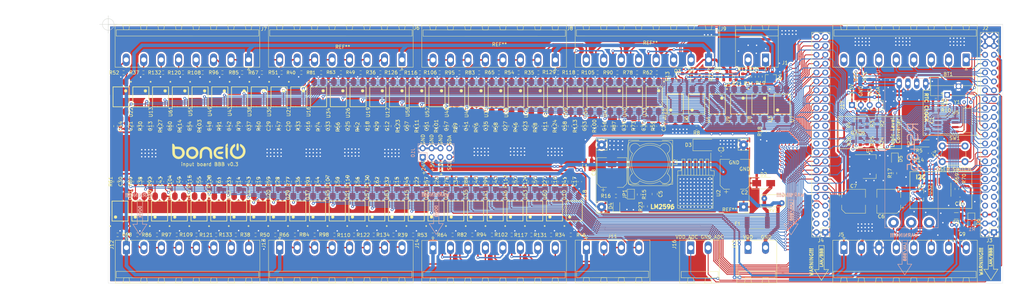
<source format=kicad_pcb>
(kicad_pcb (version 20171130) (host pcbnew "(5.1.12)-1")
  (layers (0 F.Cu signal) (31 B.Cu signal) (34 B.Paste user) (35 F.Paste user) (36 B.SilkS user) (37 F.SilkS user) (38 B.Mask user) (39 F.Mask user) (44 Edge.Cuts user))
  (net 0 "")
  (net 1 VDD_ADC)
  (net 2 GND_ADC)
  (net 3 GND)
  (net 4 "Net-(BT1-Pad1)")
  (net 5 +3V3)
  (net 6 +24V)
  (net 7 Earth)
  (net 8 P8.45)
  (net 9 P8.44)
  (net 10 P8.43)
  (net 11 P8.42)
  (net 12 P8.41)
  (net 13 P8.40)
  (net 14 P8.39)
  (net 15 P8.38)
  (net 16 +5V)
  (net 17 P8.37)
  (net 18 P8.36)
  (net 19 P8.35)
  (net 20 P8.34)
  (net 21 P8.33)
  (net 22 P8.32)
  (net 23 P8.31)
  (net 24 P8.30)
  (net 25 P9.41)
  (net 26 P8.29)
  (net 27 P8.28)
  (net 28 P8.27)
  (net 29 P8.26)
  (net 30 P9.15)
  (net 31 P9.16)
  (net 32 P8.18)
  (net 33 P8.17)
  (net 34 P8.11)
  (net 35 P8.10)
  (net 36 P8.09)
  (net 37 P8.08)
  (net 38 P9.28)
  (net 39 P9.27)
  (net 40 P9.11)
  (net 41 P9.12)
  (net 42 P9.13)
  (net 43 P9.14)
  (net 44 P9.29)
  (net 45 P9.18)
  (net 46 P9.21)
  (net 47 P9.22)
  (net 48 P9.23)
  (net 49 P9.17)
  (net 50 P8.46)
  (net 51 P9.42)
  (net 52 P9.31)
  (net 53 P9.30)
  (net 54 SCL_OUT)
  (net 55 SDA_OUT)
  (net 56 VCC)
  (net 57 SCL)
  (net 58 SDA)
  (net 59 P8.36_OUT)
  (net 60 P8.33_OUT)
  (net 61 P8.37_OUT)
  (net 62 P8.39_OUT)
  (net 63 P8.35_OUT)
  (net 64 P8.38_OUT)
  (net 65 VDD)
  (net 66 P8.34_OUT)
  (net 67 P9.16_OUT)
  (net 68 P9.12_OUT)
  (net 69 P9.15_OUT)
  (net 70 P9.11_OUT)
  (net 71 P9.13_OUT)
  (net 72 P8.18_OUT)
  (net 73 P9.14_OUT)
  (net 74 P8.27_OUT)
  (net 75 P8.31_OUT)
  (net 76 P8.28_OUT)
  (net 77 P8.32_OUT)
  (net 78 P8.30_OUT)
  (net 79 P8.26_OUT)
  (net 80 P8.29_OUT)
  (net 81 P8.11_OUT)
  (net 82 P8.16_OUT)
  (net 83 P8.12_OUT)
  (net 84 P8.17_OUT)
  (net 85 P8.15_OUT)
  (net 86 P8.10_OUT)
  (net 87 P8.14_OUT)
  (net 88 P8.41_OUT)
  (net 89 P8.45_OUT)
  (net 90 P8.42_OUT)
  (net 91 P8.46_OUT)
  (net 92 P8.44_OUT)
  (net 93 P8.40_OUT)
  (net 94 P8.43_OUT)
  (net 95 P9.42_OUT)
  (net 96 P9.29_OUT)
  (net 97 P8.07_OUT)
  (net 98 P8.09_OUT)
  (net 99 P9.31_OUT)
  (net 100 P8.08_OUT)
  (net 101 P9.30_OUT)
  (net 102 P9.23_OUT)
  (net 103 P9.27_OUT)
  (net 104 P9.28_OUT)
  (net 105 P9.17_OUT)
  (net 106 P9.25_OUT)
  (net 107 P9.18_OUT)
  (net 108 P9.21_OUT)
  (net 109 P9.22_OUT)
  (net 110 B-)
  (net 111 A+)
  (net 112 P9.33)
  (net 113 P9.39)
  (net 114 P9.37)
  (net 115 P9.36)
  (net 116 P9.40)
  (net 117 P9.38)
  (net 118 P9.35)
  (net 119 +48V)
  (net 120 GNDA)
  (net 121 GND1)
  (net 122 RX)
  (net 123 P9.25)
  (net 124 TX)
  (net 125 P8.07)
  (net 126 P8.12)
  (net 127 P8.13)
  (net 128 P8.14)
  (net 129 P8.15)
  (net 130 P8.16)
  (net 131 P8.19)
  (net 132 "Net-(R22-Pad1)")
  (net 133 "Net-(R38-Pad1)")
  (net 134 "Net-(R94-Pad1)")
  (net 135 P8.19_OUT)
  (net 136 P8.13_OUT)
  (net 137 "Net-(R19-Pad1)")
  (net 138 "Net-(R34-Pad1)")
  (net 139 "Net-(R35-Pad1)")
  (net 140 "Net-(R36-Pad1)")
  (net 141 "Net-(R37-Pad1)")
  (net 142 "Net-(R39-Pad1)")
  (net 143 "Net-(R52-Pad1)")
  (net 144 "Net-(R106-Pad1)")
  (net 145 "Net-(R108-Pad1)")
  (net 146 SDA_5V)
  (net 147 "Net-(Q1-Pad1)")
  (net 148 SCL_5V)
  (net 149 "Net-(Q2-Pad1)")
  (net 150 GND2)
  (net 151 "Net-(Q3-Pad1)")
  (net 152 "Net-(Q4-Pad1)")
  (net 153 "Net-(Q5-Pad1)")
  (net 154 "Net-(Q6-Pad1)")
  (net 155 "Net-(R129-Pad1)")
  (net 156 "Net-(C5-Pad2)")
  (net 157 "Net-(D2-Pad2)")
  (net 158 "Net-(D3-Pad1)")
  (net 159 "Net-(D4-Pad2)")
  (net 160 "Net-(D5-Pad2)")
  (net 161 "Net-(R8-Pad2)")
  (net 162 "Net-(R9-Pad1)")
  (net 163 "Net-(R10-Pad2)")
  (net 164 "Net-(R11-Pad2)")
  (net 165 "Net-(R12-Pad2)")
  (net 166 "Net-(R13-Pad1)")
  (net 167 "Net-(R14-Pad1)")
  (net 168 "Net-(R18-Pad2)")
  (net 169 "Net-(R20-Pad2)")
  (net 170 "Net-(R21-Pad2)")
  (net 171 "Net-(R48-Pad1)")
  (net 172 "Net-(R49-Pad1)")
  (net 173 "Net-(R50-Pad1)")
  (net 174 "Net-(R51-Pad1)")
  (net 175 "Net-(R62-Pad1)")
  (net 176 "Net-(R63-Pad1)")
  (net 177 "Net-(R64-Pad1)")
  (net 178 "Net-(R65-Pad1)")
  (net 179 "Net-(R66-Pad1)")
  (net 180 "Net-(R81-Pad1)")
  (net 181 "Net-(R82-Pad1)")
  (net 182 "Net-(R83-Pad1)")
  (net 183 "Net-(R84-Pad1)")
  (net 184 "Net-(R95-Pad1)")
  (net 185 "Net-(R96-Pad1)")
  (net 186 "Net-(R116-Pad1)")
  (net 187 "Net-(R118-Pad1)")
  (net 188 "Net-(R120-Pad1)")
  (net 189 "Net-(R131-Pad1)")
  (net 190 "Net-(R132-Pad1)")
  (net 191 "Net-(U5-Pad1)")
  (net 192 "Net-(U5-Pad2)")
  (net 193 "Net-(C9-Pad1)")
  (net 194 "Net-(J2-Pad8)")
  (net 195 "Net-(J3-Pad3)")
  (net 196 "Net-(J3-Pad7)")
  (net 197 "Net-(J3-Pad8)")
  (net 198 "Net-(J3-Pad9)")
  (net 199 "Net-(J3-Pad10)")
  (net 200 "Net-(J4-Pad25)")
  (net 201 "Net-(J4-Pad24)")
  (net 202 "Net-(J4-Pad23)")
  (net 203 "Net-(J4-Pad22)")
  (net 204 "Net-(J4-Pad21)")
  (net 205 "Net-(J4-Pad20)")
  (net 206 "Net-(J4-Pad6)")
  (net 207 "Net-(J4-Pad5)")
  (net 208 "Net-(J4-Pad4)")
  (net 209 "Net-(J4-Pad3)")
  (net 210 "Net-(R40-Pad1)")
  (net 211 "Net-(R53-Pad1)")
  (net 212 "Net-(R54-Pad1)")
  (net 213 "Net-(R67-Pad1)")
  (net 214 "Net-(R68-Pad1)")
  (net 215 "Net-(R78-Pad1)")
  (net 216 "Net-(R85-Pad1)")
  (net 217 "Net-(R86-Pad1)")
  (net 218 "Net-(R90-Pad1)")
  (net 219 "Net-(R97-Pad1)")
  (net 220 "Net-(R98-Pad1)")
  (net 221 "Net-(R102-Pad1)")
  (net 222 "Net-(R105-Pad1)")
  (net 223 "Net-(R109-Pad1)")
  (net 224 "Net-(R110-Pad1)")
  (net 225 "Net-(R117-Pad1)")
  (net 226 "Net-(R121-Pad1)")
  (net 227 "Net-(R122-Pad1)")
  (net 228 "Net-(R126-Pad1)")
  (net 229 "Net-(R133-Pad1)")
  (net 230 "Net-(R134-Pad1)")
  (module Capacitor_SMD:C_0603_1608Metric (layer F.Cu) (at 263.95 103.995 270)
    (fp_text reference C9 (at 2.325 -0.03 180) (layer F.SilkS))
    (fp_text value 100n)
    (pad 2 smd roundrect (at 0.775 0 270) (size 0.9 0.95) (layers F.Cu F.Paste F.Mask) (net 3 GND))
    (pad 1 smd roundrect (at -0.775 0 270) (size 0.9 0.95) (layers F.Cu F.Paste F.Mask) (net 193 "Net-(C9-Pad1)"))
  )
  (module Fuse:Fuse_1206_3216Metric (layer F.Cu) (at 262.32 101.06 180)
    (fp_text reference F2 (at 0 -1.82) (layer F.SilkS))
    (fp_text value 500mA)
    (pad 2 smd roundrect (at 1.4 0 180) (size 1.25 1.75) (layers F.Cu F.Paste F.Mask) (roundrect_rratio 0.2) (net 16 +5V))
    (pad 1 smd roundrect (at -1.4 0 180) (size 1.25 1.75) (layers F.Cu F.Paste F.Mask) (roundrect_rratio 0.2) (net 193 "Net-(C9-Pad1)"))
  )
  (module Diode_SMD:D_MiniMELF (layer F.Cu) (at 266.64 102.81 270)
    (fp_text reference D6 (at 0.01 -1.92 90) (layer F.SilkS))
    (fp_text value 5V6)
    (pad 2 smd rect (at 1.75 0 270) (size 1.3 1.7) (layers F.Cu F.Paste F.Mask) (net 3 GND))
    (pad 1 smd rect (at -1.75 0 270) (size 1.3 1.7) (layers F.Cu F.Paste F.Mask) (net 193 "Net-(C9-Pad1)"))
  )
  (module Resistor_SMD:R_0603_1608Metric (layer F.Cu) (at 67.08 75.385 270)
    (fp_text reference R47 (at 0 -1.43 90) (layer F.SilkS))
    (fp_text value 10k_NC)
    (pad 2 smd roundrect (at 0.825 0 270) (size 0.8 0.95) (layers F.Cu F.Paste F.Mask) (net 5 +3V3))
    (pad 1 smd roundrect (at -0.825 0 270) (size 0.8 0.95) (layers F.Cu F.Paste F.Mask) (net 8 P8.45))
  )
  (module Resistor_SMD:R_0603_1608Metric (layer F.Cu) (at 72.62 75.385 270)
    (fp_text reference R33 (at 0 -1.43 90) (layer F.SilkS))
    (fp_text value 10k_NC)
    (pad 2 smd roundrect (at 0.825 0 270) (size 0.8 0.95) (layers F.Cu F.Paste F.Mask) (net 5 +3V3))
    (pad 1 smd roundrect (at -0.825 0 270) (size 0.8 0.95) (layers F.Cu F.Paste F.Mask) (net 50 P8.46))
  )
  (module rs485:RS485_moduleTTL (layer B.Cu) (at 240.2 59.38 270)
    (fp_text reference U17 (at 1.4 0.2 90) (layer B.SilkS) (effects (justify mirror)))
    (fp_text value RS485)
    (pad 7 thru_hole circle (at 43.6 -14.35 270) (size 3 3) (drill 1.5) (layers *.Cu *.Mask) (net 150 GND2))
    (pad 3 thru_hole oval (at 3.81 -10.8 270) (size 3 1.5) (drill 1) (layers *.Cu *.Mask) (net 122 RX))
    (pad 5 thru_hole circle (at 43.6 -4.16 270) (size 3 3) (drill 1.5) (layers *.Cu *.Mask) (net 111 A+))
    (pad 2 thru_hole oval (at 3.81 -8.28 270) (size 3 1.5) (drill 1) (layers *.Cu *.Mask) (net 124 TX))
    (pad 1 thru_hole oval (at 3.81 -5.77 270) (size 3 1.5) (drill 1) (layers *.Cu *.Mask) (net 5 +3V3))
    (pad 4 thru_hole oval (at 3.81 -13.37 270) (size 3 1.5) (drill 1) (layers *.Cu *.Mask) (net 3 GND))
    (pad 6 thru_hole circle (at 43.6 -9.23 270) (size 3 3) (drill 1.5) (layers *.Cu *.Mask) (net 110 B-))
  )
  (module Capacitor_SMD:CP_Elec_6.3x5.4 (layer F.Cu) (at 243.01 96.91 180)
    (fp_text reference C6 (at 2.17 -4.33) (layer F.SilkS))
    (fp_text value 100uF/16V)
    (pad 2 smd roundrect (at 2.8 0 180) (size 3.5 1.6) (layers F.Cu F.Paste F.Mask) (roundrect_rratio 0.15625) (net 3 GND))
    (pad 1 smd roundrect (at -2.8 0 180) (size 3.5 1.6) (layers F.Cu F.Paste F.Mask) (roundrect_rratio 0.15625) (net 5 +3V3))
  )
  (module Capacitor_SMD:CP_Elec_6.3x5.4 (layer F.Cu) (at 232.93 96.91)
    (fp_text reference C7 (at 0 -4.35) (layer F.SilkS))
    (fp_text value 100uF/16V)
    (pad 2 smd roundrect (at 2.8 0) (size 3.5 1.6) (layers F.Cu F.Paste F.Mask) (roundrect_rratio 0.15625) (net 3 GND))
    (pad 1 smd roundrect (at -2.8 0) (size 3.5 1.6) (layers F.Cu F.Paste F.Mask) (roundrect_rratio 0.15625) (net 16 +5V))
  )
  (module Package_TO_SOT_SMD:SOT-223-3_TabPin2 (layer F.Cu) (at 237.48 86.96)
    (fp_text reference U4 (at 0 -4.5) (layer F.SilkS))
    (fp_text value AMS1117-3.3)
    (pad 1 smd rect (at -3.15 -2.3) (size 2 1.5) (layers F.Cu F.Paste F.Mask) (net 3 GND))
    (pad 3 smd rect (at -3.15 2.3) (size 2 1.5) (layers F.Cu F.Paste F.Mask) (net 16 +5V))
    (pad 2 smd rect (at -3.15 0) (size 2 1.5) (layers F.Cu F.Paste F.Mask) (net 5 +3V3))
    (pad 2 smd rect (at 3.15 0) (size 2 3.8) (layers F.Cu F.Paste F.Mask) (net 5 +3V3))
  )
  (module Resistor_SMD:R_0805_2012Metric (layer B.Cu) (at 266.7675 103.24)
    (fp_text reference R1 (at 0 1.65) (layer B.SilkS) (effects (justify mirror)))
    (fp_text value 0k_NC)
    (pad 2 smd roundrect (at 0.9125 0) (size 1.025 1.4) (layers B.Cu B.Paste B.Mask) (roundrect_rratio 0.243902) (net 195 "Net-(J3-Pad3)"))
    (pad 1 smd roundrect (at -0.9125 0) (size 1.025 1.4) (layers B.Cu B.Paste B.Mask) (roundrect_rratio 0.243902) (net 5 +3V3))
  )
  (module Resistor_SMD:R_0603_1608Metric (layer F.Cu) (at 244.74 88.88 90)
    (fp_text reference R17 (at 0 -1.43 90) (layer F.SilkS))
    (fp_text value 1k)
    (pad 2 smd roundrect (at 0.825 0 90) (size 0.8 0.95) (layers F.Cu F.Paste F.Mask) (net 160 "Net-(D5-Pad2)"))
    (pad 1 smd roundrect (at -0.825 0 90) (size 0.8 0.95) (layers F.Cu F.Paste F.Mask) (net 5 +3V3))
  )
  (module LED_SMD:LED_0805_2012Metric (layer F.Cu) (at 244.74 84.78 270)
    (fp_text reference D5 (at 0 -1.65 90) (layer F.SilkS))
    (fp_text value LED_RED)
    (pad 2 smd roundrect (at 0.9375 0 270) (size 0.975 1.4) (layers F.Cu F.Paste F.Mask) (net 160 "Net-(D5-Pad2)"))
    (pad 1 smd roundrect (at -0.9375 0 270) (size 0.975 1.4) (layers F.Cu F.Paste F.Mask) (net 3 GND))
  )
  (module Resistor_SMD:R_0603_1608Metric (layer F.Cu) (at 193.91 61.23 90)
    (fp_text reference R22 (at 0.02 -1.7 270) (layer F.SilkS))
    (fp_text value 10k)
    (pad 2 smd roundrect (at 0.825 0 90) (size 0.8 0.95) (layers F.Cu F.Paste F.Mask) (net 153 "Net-(Q5-Pad1)"))
    (pad 1 smd roundrect (at -0.825 0 90) (size 0.8 0.95) (layers F.Cu F.Paste F.Mask) (net 132 "Net-(R22-Pad1)"))
  )
  (module Resistor_SMD:R_0603_1608Metric (layer F.Cu) (at 206.28 61.21 90)
    (fp_text reference R19 (at -1.9 -0.01 180) (layer F.SilkS))
    (fp_text value 10k)
    (pad 2 smd roundrect (at 0.825 0 90) (size 0.8 0.95) (layers F.Cu F.Paste F.Mask) (net 152 "Net-(Q4-Pad1)"))
    (pad 1 smd roundrect (at -0.825 0 90) (size 0.8 0.95) (layers F.Cu F.Paste F.Mask) (net 137 "Net-(R19-Pad1)"))
  )
  (module Resistor_SMD:R_0603_1608Metric (layer F.Cu) (at 181.1 61.19 90)
    (fp_text reference R13 (at 0 -1.43 90) (layer F.SilkS))
    (fp_text value 10k)
    (pad 2 smd roundrect (at 0.825 0 90) (size 0.8 0.95) (layers F.Cu F.Paste F.Mask) (net 151 "Net-(Q3-Pad1)"))
    (pad 1 smd roundrect (at -0.825 0 90) (size 0.8 0.95) (layers F.Cu F.Paste F.Mask) (net 166 "Net-(R13-Pad1)"))
  )
  (module Resistor_SMD:R_0603_1608Metric (layer F.Cu) (at 190.85 61.21 90)
    (fp_text reference R9 (at 1.84 3.13 180) (layer F.SilkS))
    (fp_text value 10k)
    (pad 2 smd roundrect (at 0.825 0 90) (size 0.8 0.95) (layers F.Cu F.Paste F.Mask) (net 147 "Net-(Q1-Pad1)"))
    (pad 1 smd roundrect (at -0.825 0 90) (size 0.8 0.95) (layers F.Cu F.Paste F.Mask) (net 162 "Net-(R9-Pad1)"))
  )
  (module Package_TO_SOT_SMD:SOT-23 (layer F.Cu) (at 196.71 61.15 90)
    (fp_text reference Q5 (at -2.4 0.11 180) (layer F.SilkS))
    (fp_text value BC807)
    (pad 3 smd rect (at 1 0 90) (size 0.9 0.8) (layers F.Cu F.Paste F.Mask) (net 65 VDD))
    (pad 2 smd rect (at -1 0.95 90) (size 0.9 0.8) (layers F.Cu F.Paste F.Mask) (net 6 +24V))
    (pad 1 smd rect (at -1 -0.95 90) (size 0.9 0.8) (layers F.Cu F.Paste F.Mask) (net 153 "Net-(Q5-Pad1)"))
  )
  (module Package_TO_SOT_SMD:SOT-23 (layer F.Cu) (at 209.25 61.43 90)
    (fp_text reference Q4 (at 0.09 2.65 90) (layer F.SilkS))
    (fp_text value BC817)
    (pad 3 smd rect (at 1 0 90) (size 0.9 0.8) (layers F.Cu F.Paste F.Mask) (net 120 GNDA))
    (pad 2 smd rect (at -1 0.95 90) (size 0.9 0.8) (layers F.Cu F.Paste F.Mask) (net 3 GND))
    (pad 1 smd rect (at -1 -0.95 90) (size 0.9 0.8) (layers F.Cu F.Paste F.Mask) (net 152 "Net-(Q4-Pad1)"))
  )
  (module Package_TO_SOT_SMD:SOT-23 (layer F.Cu) (at 183.95 61.38 90)
    (fp_text reference Q3 (at 1.74 -1.39 180) (layer F.SilkS))
    (fp_text value BC807)
    (pad 3 smd rect (at 1 0 90) (size 0.9 0.8) (layers F.Cu F.Paste F.Mask) (net 65 VDD))
    (pad 2 smd rect (at -1 0.95 90) (size 0.9 0.8) (layers F.Cu F.Paste F.Mask) (net 119 +48V))
    (pad 1 smd rect (at -1 -0.95 90) (size 0.9 0.8) (layers F.Cu F.Paste F.Mask) (net 151 "Net-(Q3-Pad1)"))
  )
  (module Package_TO_SOT_SMD:SOT-23 (layer F.Cu) (at 187.86 61.38 90)
    (fp_text reference Q1 (at 1.99 -1.28 180) (layer F.SilkS))
    (fp_text value BC817)
    (pad 3 smd rect (at 1 0 90) (size 0.9 0.8) (layers F.Cu F.Paste F.Mask) (net 120 GNDA))
    (pad 2 smd rect (at -1 0.95 90) (size 0.9 0.8) (layers F.Cu F.Paste F.Mask) (net 121 GND1))
    (pad 1 smd rect (at -1 -0.95 90) (size 0.9 0.8) (layers F.Cu F.Paste F.Mask) (net 147 "Net-(Q1-Pad1)"))
  )
  (module Resistor_SMD:R_0603_1608Metric (layer F.Cu) (at 230.23 79.68 270)
    (fp_text reference R26 (at 0 -1.43 90) (layer F.SilkS))
    (fp_text value 4.7k)
    (pad 2 smd roundrect (at 0.825 0 270) (size 0.8 0.95) (layers F.Cu F.Paste F.Mask) (net 148 SCL_5V))
    (pad 1 smd roundrect (at -0.825 0 270) (size 0.8 0.95) (layers F.Cu F.Paste F.Mask) (net 16 +5V))
  )
  (module Resistor_SMD:R_0603_1608Metric (layer F.Cu) (at 230.23 75.05 90)
    (fp_text reference R4 (at -0.04 1.38 90) (layer F.SilkS))
    (fp_text value 4.7k)
    (pad 2 smd roundrect (at 0.825 0 90) (size 0.8 0.95) (layers F.Cu F.Paste F.Mask) (net 146 SDA_5V))
    (pad 1 smd roundrect (at -0.825 0 90) (size 0.8 0.95) (layers F.Cu F.Paste F.Mask) (net 16 +5V))
  )
  (module Resistor_SMD:R_0603_1608Metric (layer F.Cu) (at 236.81 79.73 270)
    (fp_text reference R25 (at 0 -1.43 90) (layer F.SilkS))
    (fp_text value 4.7k)
    (pad 2 smd roundrect (at 0.825 0 270) (size 0.8 0.95) (layers F.Cu F.Paste F.Mask) (net 154 "Net-(Q6-Pad1)"))
    (pad 1 smd roundrect (at -0.825 0 270) (size 0.8 0.95) (layers F.Cu F.Paste F.Mask) (net 5 +3V3))
  )
  (module Resistor_SMD:R_0603_1608Metric (layer F.Cu) (at 236.79 74.805 270)
    (fp_text reference R3 (at -0.015 -1.48 90) (layer F.SilkS))
    (fp_text value 4.7k)
    (pad 2 smd roundrect (at 0.825 0 270) (size 0.8 0.95) (layers F.Cu F.Paste F.Mask) (net 149 "Net-(Q2-Pad1)"))
    (pad 1 smd roundrect (at -0.825 0 270) (size 0.8 0.95) (layers F.Cu F.Paste F.Mask) (net 5 +3V3))
  )
  (module Resistor_SMD:R_0603_1608Metric (layer F.Cu) (at 239.65 79.965 270)
    (fp_text reference R24 (at 0 -1.43 90) (layer F.SilkS))
    (fp_text value 4.7k)
    (pad 2 smd roundrect (at 0.825 0 270) (size 0.8 0.95) (layers F.Cu F.Paste F.Mask) (net 57 SCL))
    (pad 1 smd roundrect (at -0.825 0 270) (size 0.8 0.95) (layers F.Cu F.Paste F.Mask) (net 5 +3V3))
  )
  (module Resistor_SMD:R_0603_1608Metric (layer F.Cu) (at 239.65 74.785 90)
    (fp_text reference R2 (at 0.055 1.49 90) (layer F.SilkS))
    (fp_text value 4.7k)
    (pad 2 smd roundrect (at 0.825 0 90) (size 0.8 0.95) (layers F.Cu F.Paste F.Mask) (net 58 SDA))
    (pad 1 smd roundrect (at -0.825 0 90) (size 0.8 0.95) (layers F.Cu F.Paste F.Mask) (net 5 +3V3))
  )
  (module Package_TO_SOT_SMD:SOT-23 (layer F.Cu) (at 233.83 79.79 180)
    (fp_text reference Q6 (at -1.43 2.43) (layer F.SilkS))
    (fp_text value BSS138)
    (pad 3 smd rect (at 1 0 180) (size 0.9 0.8) (layers F.Cu F.Paste F.Mask) (net 148 SCL_5V))
    (pad 2 smd rect (at -1 0.95 180) (size 0.9 0.8) (layers F.Cu F.Paste F.Mask) (net 57 SCL))
    (pad 1 smd rect (at -1 -0.95 180) (size 0.9 0.8) (layers F.Cu F.Paste F.Mask) (net 154 "Net-(Q6-Pad1)"))
  )
  (module Package_TO_SOT_SMD:SOT-23 (layer F.Cu) (at 233.86 74.9 180)
    (fp_text reference Q2 (at 0.75 -2.41) (layer F.SilkS))
    (fp_text value BSS138)
    (pad 3 smd rect (at 1 0 180) (size 0.9 0.8) (layers F.Cu F.Paste F.Mask) (net 146 SDA_5V))
    (pad 2 smd rect (at -1 0.95 180) (size 0.9 0.8) (layers F.Cu F.Paste F.Mask) (net 58 SDA))
    (pad 1 smd rect (at -1 -0.95 180) (size 0.9 0.8) (layers F.Cu F.Paste F.Mask) (net 149 "Net-(Q2-Pad1)"))
  )
  (module Package_SO:SOIC-8_3.9x4.9mm_P1.27mm (layer F.Cu) (at 259.54 75.05 180)
    (fp_text reference U5 (at -2.6 3.54) (layer F.SilkS))
    (fp_text value DS1307Z+)
    (pad 1 smd roundrect (at -2.475 -1.905 180) (size 1.95 0.6) (layers F.Cu F.Paste F.Mask) (net 191 "Net-(U5-Pad1)"))
    (pad 2 smd roundrect (at -2.475 -0.635 180) (size 1.95 0.6) (layers F.Cu F.Paste F.Mask) (net 192 "Net-(U5-Pad2)"))
    (pad 3 smd roundrect (at -2.475 0.635 180) (size 1.95 0.6) (layers F.Cu F.Paste F.Mask) (net 4 "Net-(BT1-Pad1)"))
    (pad 4 smd roundrect (at -2.475 1.905 180) (size 1.95 0.6) (layers F.Cu F.Paste F.Mask) (net 3 GND))
    (pad 5 smd roundrect (at 2.475 1.905 180) (size 1.95 0.6) (layers F.Cu F.Paste F.Mask) (net 146 SDA_5V))
    (pad 6 smd roundrect (at 2.475 0.635 180) (size 1.95 0.6) (layers F.Cu F.Paste F.Mask) (net 148 SCL_5V))
    (pad 7 smd roundrect (at 2.475 -0.635 180) (size 1.95 0.6) (layers F.Cu F.Paste F.Mask) (net 163 "Net-(R10-Pad2)"))
    (pad 8 smd roundrect (at 2.475 -1.905 180) (size 1.95 0.6) (layers F.Cu F.Paste F.Mask) (net 16 +5V))
  )
  (module Capacitor_SMD:C_0603_1608Metric (layer F.Cu) (at 254.13 76.235 270)
    (fp_text reference C1 (at -2.525 -1.14 90) (layer F.SilkS))
    (fp_text value 100n)
    (pad 2 smd roundrect (at 0.775 0 270) (size 0.9 0.95) (layers F.Cu F.Paste F.Mask) (net 3 GND))
    (pad 1 smd roundrect (at -0.775 0 270) (size 0.9 0.95) (layers F.Cu F.Paste F.Mask) (net 16 +5V))
  )
  (module Connector_Phoenix_MSTB:PhoenixContact_MSTBA_2,5_2-G_1x02_P5.00mm_Horizontal (layer F.Cu) (at 207.75 56.42 180)
    (fp_text reference J1 (at -5.55 -0.86) (layer F.SilkS))
    (fp_text value EXT_PSU)
    (pad 2 thru_hole oval (at 5 0 180) (size 2 3.6) (drill 1.4) (layers *.Cu *.Mask) (net 119 +48V))
    (pad 1 thru_hole roundrect (at 0 0 180) (size 2 3.6) (drill 1.4) (layers *.Cu *.Mask) (roundrect_rratio 0.125) (net 121 GND1))
  )
  (module PC817:SOT254P975X400-4N (layer F.Cu) (at 193.918581 69.09 270)
    (fp_text reference U9 (at 4.51 -3.08 90) (layer F.SilkS) (effects (font (size 1.001874 1.001874))))
    (fp_text value PC817X2NIP0F)
    (pad 4 smd oval (at 4.25 -1.27 270) (size 2.25 1.6) (layers F.Cu F.Paste F.Mask) (net 132 "Net-(R22-Pad1)"))
    (pad 3 smd oval (at 4.25 1.27 270) (size 2.25 1.6) (layers F.Cu F.Paste F.Mask) (net 3 GND))
    (pad 2 smd oval (at -4.25 1.27 270) (size 2.25 1.6) (layers F.Cu F.Paste F.Mask) (net 3 GND))
    (pad 1 smd oval (at -4.25 -1.27 270) (size 2.25 1.6) (layers F.Cu F.Paste F.Mask) (net 170 "Net-(R21-Pad2)"))
  )
  (module PC817:SOT254P975X400-4N (layer F.Cu) (at 212.47 69.09 90)
    (fp_text reference U7 (at -4.28 2.9 90) (layer F.SilkS) (effects (font (size 1.001874 1.001874))))
    (fp_text value PC817X2NIP0F)
    (pad 4 smd oval (at 4.25 -1.27 90) (size 2.25 1.6) (layers F.Cu F.Paste F.Mask) (net 137 "Net-(R19-Pad1)"))
    (pad 3 smd oval (at 4.25 1.27 90) (size 2.25 1.6) (layers F.Cu F.Paste F.Mask) (net 6 +24V))
    (pad 2 smd oval (at -4.25 1.27 90) (size 2.25 1.6) (layers F.Cu F.Paste F.Mask) (net 3 GND))
    (pad 1 smd oval (at -4.25 -1.27 90) (size 2.25 1.6) (layers F.Cu F.Paste F.Mask) (net 168 "Net-(R18-Pad2)"))
  )
  (module PC817:SOT254P975X400-4N (layer F.Cu) (at 181.91 69.09 90)
    (fp_text reference U6 (at -4.33 3.13 90) (layer F.SilkS) (effects (font (size 1.001874 1.001874))))
    (fp_text value PC817X2NIP0F)
    (pad 4 smd oval (at 4.25 -1.27 90) (size 2.25 1.6) (layers F.Cu F.Paste F.Mask) (net 166 "Net-(R13-Pad1)"))
    (pad 3 smd oval (at 4.25 1.27 90) (size 2.25 1.6) (layers F.Cu F.Paste F.Mask) (net 121 GND1))
    (pad 2 smd oval (at -4.25 1.27 90) (size 2.25 1.6) (layers F.Cu F.Paste F.Mask) (net 121 GND1))
    (pad 1 smd oval (at -4.25 -1.27 90) (size 2.25 1.6) (layers F.Cu F.Paste F.Mask) (net 165 "Net-(R12-Pad2)"))
  )
  (module PC817:SOT254P975X400-4N (layer F.Cu) (at 188.022 69.09 90)
    (fp_text reference U1 (at -4.47 3.34 90) (layer F.SilkS) (effects (font (size 1.001874 1.001874))))
    (fp_text value PC817X2NIP0F)
    (pad 4 smd oval (at 4.25 -1.27 90) (size 2.25 1.6) (layers F.Cu F.Paste F.Mask) (net 162 "Net-(R9-Pad1)"))
    (pad 3 smd oval (at 4.25 1.27 90) (size 2.25 1.6) (layers F.Cu F.Paste F.Mask) (net 119 +48V))
    (pad 2 smd oval (at -4.25 1.27 90) (size 2.25 1.6) (layers F.Cu F.Paste F.Mask) (net 121 GND1))
    (pad 1 smd oval (at -4.25 -1.27 90) (size 2.25 1.6) (layers F.Cu F.Paste F.Mask) (net 161 "Net-(R8-Pad2)"))
  )
  (module PC817:SOT254P975X400-4N (layer F.Cu) (at 79.84 67 270)
    (fp_text reference U34 (at 4.63 -2.82 90) (layer F.SilkS) (effects (font (size 1.001874 1.001874))))
    (fp_text value PC817X2NIP0F)
    (pad 4 smd oval (at 4.25 -1.27 270) (size 2.25 1.6) (layers F.Cu F.Paste F.Mask) (net 51 P9.42))
    (pad 3 smd oval (at 4.25 1.27 270) (size 2.25 1.6) (layers F.Cu F.Paste F.Mask) (net 3 GND))
    (pad 2 smd oval (at -4.25 1.27 270) (size 2.25 1.6) (layers F.Cu F.Paste F.Mask) (net 120 GNDA))
    (pad 1 smd oval (at -4.25 -1.27 270) (size 2.25 1.6) (layers F.Cu F.Paste F.Mask) (net 180 "Net-(R81-Pad1)"))
  )
  (module PC817:SOT254P975X400-4N (layer F.Cu) (at 85.49 67 270)
    (fp_text reference U26 (at 4.62 -2.77 90) (layer F.SilkS) (effects (font (size 1.001874 1.001874))))
    (fp_text value PC817X2NIP0F)
    (pad 4 smd oval (at 4.25 -1.27 270) (size 2.25 1.6) (layers F.Cu F.Paste F.Mask) (net 52 P9.31))
    (pad 3 smd oval (at 4.25 1.27 270) (size 2.25 1.6) (layers F.Cu F.Paste F.Mask) (net 3 GND))
    (pad 2 smd oval (at -4.25 1.27 270) (size 2.25 1.6) (layers F.Cu F.Paste F.Mask) (net 120 GNDA))
    (pad 1 smd oval (at -4.25 -1.27 270) (size 2.25 1.6) (layers F.Cu F.Paste F.Mask) (net 176 "Net-(R63-Pad1)"))
  )
  (module PC817:SOT254P975X400-4N (layer F.Cu) (at 91.13 67 270)
    (fp_text reference U19 (at 4.45 -2.88 90) (layer F.SilkS) (effects (font (size 1.001874 1.001874))))
    (fp_text value PC817X2NIP0F)
    (pad 4 smd oval (at 4.25 -1.27 270) (size 2.25 1.6) (layers F.Cu F.Paste F.Mask) (net 53 P9.30))
    (pad 3 smd oval (at 4.25 1.27 270) (size 2.25 1.6) (layers F.Cu F.Paste F.Mask) (net 3 GND))
    (pad 2 smd oval (at -4.25 1.27 270) (size 2.25 1.6) (layers F.Cu F.Paste F.Mask) (net 120 GNDA))
    (pad 1 smd oval (at -4.25 -1.27 270) (size 2.25 1.6) (layers F.Cu F.Paste F.Mask) (net 172 "Net-(R49-Pad1)"))
  )
  (module PC817:SOT254P975X400-4N (layer F.Cu) (at 96.78 67 270)
    (fp_text reference U12 (at 4.49 -2.81 90) (layer F.SilkS) (effects (font (size 1.001874 1.001874))))
    (fp_text value PC817X2NIP0F)
    (pad 4 smd oval (at 4.25 -1.27 270) (size 2.25 1.6) (layers F.Cu F.Paste F.Mask) (net 44 P9.29))
    (pad 3 smd oval (at 4.25 1.27 270) (size 2.25 1.6) (layers F.Cu F.Paste F.Mask) (net 3 GND))
    (pad 2 smd oval (at -4.25 1.27 270) (size 2.25 1.6) (layers F.Cu F.Paste F.Mask) (net 120 GNDA))
    (pad 1 smd oval (at -4.25 -1.27 270) (size 2.25 1.6) (layers F.Cu F.Paste F.Mask) (net 140 "Net-(R36-Pad1)"))
  )
  (module PC817:SOT254P975X400-4N (layer F.Cu) (at 200.030581 69.09 270)
    (fp_text reference U8 (at 4.39 -3.09 90) (layer F.SilkS) (effects (font (size 1.001874 1.001874))))
    (fp_text value PC817X2NIP0F)
    (pad 4 smd oval (at 4.25 -1.27 270) (size 2.25 1.6) (layers F.Cu F.Paste F.Mask) (net 170 "Net-(R21-Pad2)"))
    (pad 3 smd oval (at 4.25 1.27 270) (size 2.25 1.6) (layers F.Cu F.Paste F.Mask) (net 3 GND))
    (pad 2 smd oval (at -4.25 1.27 270) (size 2.25 1.6) (layers F.Cu F.Paste F.Mask) (net 121 GND1))
    (pad 1 smd oval (at -4.25 -1.27 270) (size 2.25 1.6) (layers F.Cu F.Paste F.Mask) (net 169 "Net-(R20-Pad2)"))
  )
  (module PC817:SOT254P975X400-4N (layer F.Cu) (at 206.142581 69.09 270)
    (fp_text reference U3 (at 4.27 -2.96 90) (layer F.SilkS) (effects (font (size 1.001874 1.001874))))
    (fp_text value PC817X2NIP0F)
    (pad 4 smd oval (at 4.25 -1.27 270) (size 2.25 1.6) (layers F.Cu F.Paste F.Mask) (net 168 "Net-(R18-Pad2)"))
    (pad 3 smd oval (at 4.25 1.27 270) (size 2.25 1.6) (layers F.Cu F.Paste F.Mask) (net 3 GND))
    (pad 2 smd oval (at -4.25 1.27 270) (size 2.25 1.6) (layers F.Cu F.Paste F.Mask) (net 121 GND1))
    (pad 1 smd oval (at -4.25 -1.27 270) (size 2.25 1.6) (layers F.Cu F.Paste F.Mask) (net 164 "Net-(R11-Pad2)"))
  )
  (module PC817:SOT254P975X400-4N (layer F.Cu) (at 102.42 66.995 270)
    (fp_text reference U58 (at 4.295 -2.9 90) (layer F.SilkS) (effects (font (size 1.001874 1.001874))))
    (fp_text value PC817X2NIP0F)
    (pad 4 smd oval (at 4.25 -1.27 270) (size 2.25 1.6) (layers F.Cu F.Paste F.Mask) (net 38 P9.28))
    (pad 3 smd oval (at 4.25 1.27 270) (size 2.25 1.6) (layers F.Cu F.Paste F.Mask) (net 3 GND))
    (pad 2 smd oval (at -4.25 1.27 270) (size 2.25 1.6) (layers F.Cu F.Paste F.Mask) (net 120 GNDA))
    (pad 1 smd oval (at -4.25 -1.27 270) (size 2.25 1.6) (layers F.Cu F.Paste F.Mask) (net 228 "Net-(R126-Pad1)"))
  )
  (module PC817:SOT254P975X400-4N (layer F.Cu) (at 108.07 66.995 270)
    (fp_text reference U52 (at 4.435 -2.88 90) (layer F.SilkS) (effects (font (size 1.001874 1.001874))))
    (fp_text value PC817X2NIP0F)
    (pad 4 smd oval (at 4.25 -1.27 270) (size 2.25 1.6) (layers F.Cu F.Paste F.Mask) (net 39 P9.27))
    (pad 3 smd oval (at 4.25 1.27 270) (size 2.25 1.6) (layers F.Cu F.Paste F.Mask) (net 3 GND))
    (pad 2 smd oval (at -4.25 1.27 270) (size 2.25 1.6) (layers F.Cu F.Paste F.Mask) (net 120 GNDA))
    (pad 1 smd oval (at -4.25 -1.27 270) (size 2.25 1.6) (layers F.Cu F.Paste F.Mask) (net 186 "Net-(R116-Pad1)"))
  )
  (module PC817:SOT254P975X400-4N (layer F.Cu) (at 113.72 66.995 270)
    (fp_text reference U48 (at 4.475 -2.83 90) (layer F.SilkS) (effects (font (size 1.001874 1.001874))))
    (fp_text value PC817X2NIP0F)
    (pad 4 smd oval (at 4.25 -1.27 270) (size 2.25 1.6) (layers F.Cu F.Paste F.Mask) (net 123 P9.25))
    (pad 3 smd oval (at 4.25 1.27 270) (size 2.25 1.6) (layers F.Cu F.Paste F.Mask) (net 3 GND))
    (pad 2 smd oval (at -4.25 1.27 270) (size 2.25 1.6) (layers F.Cu F.Paste F.Mask) (net 120 GNDA))
    (pad 1 smd oval (at -4.25 -1.27 270) (size 2.25 1.6) (layers F.Cu F.Paste F.Mask) (net 144 "Net-(R106-Pad1)"))
  )
  (module PC817:SOT254P975X400-4N (layer F.Cu) (at 119.37 66.995 270)
    (fp_text reference U42 (at 4.515 -2.84 90) (layer F.SilkS) (effects (font (size 1.001874 1.001874))))
    (fp_text value PC817X2NIP0F)
    (pad 4 smd oval (at 4.25 -1.27 270) (size 2.25 1.6) (layers F.Cu F.Paste F.Mask) (net 48 P9.23))
    (pad 3 smd oval (at 4.25 1.27 270) (size 2.25 1.6) (layers F.Cu F.Paste F.Mask) (net 3 GND))
    (pad 2 smd oval (at -4.25 1.27 270) (size 2.25 1.6) (layers F.Cu F.Paste F.Mask) (net 120 GNDA))
    (pad 1 smd oval (at -4.25 -1.27 270) (size 2.25 1.6) (layers F.Cu F.Paste F.Mask) (net 184 "Net-(R95-Pad1)"))
  )
  (module PC817:SOT254P975X400-4N (layer F.Cu) (at 125.025 66.99 270)
    (fp_text reference U36 (at 4.5 -2.825 90) (layer F.SilkS) (effects (font (size 1.001874 1.001874))))
    (fp_text value PC817X2NIP0F)
    (pad 4 smd oval (at 4.25 -1.27 270) (size 2.25 1.6) (layers F.Cu F.Paste F.Mask) (net 47 P9.22))
    (pad 3 smd oval (at 4.25 1.27 270) (size 2.25 1.6) (layers F.Cu F.Paste F.Mask) (net 3 GND))
    (pad 2 smd oval (at -4.25 1.27 270) (size 2.25 1.6) (layers F.Cu F.Paste F.Mask) (net 120 GNDA))
    (pad 1 smd oval (at -4.25 -1.27 270) (size 2.25 1.6) (layers F.Cu F.Paste F.Mask) (net 182 "Net-(R83-Pad1)"))
  )
  (module PC817:SOT254P975X400-4N (layer F.Cu) (at 130.675 66.99 270)
    (fp_text reference U28 (at 4.52 -2.905 90) (layer F.SilkS) (effects (font (size 1.001874 1.001874))))
    (fp_text value PC817X2NIP0F)
    (pad 4 smd oval (at 4.25 -1.27 270) (size 2.25 1.6) (layers F.Cu F.Paste F.Mask) (net 46 P9.21))
    (pad 3 smd oval (at 4.25 1.27 270) (size 2.25 1.6) (layers F.Cu F.Paste F.Mask) (net 3 GND))
    (pad 2 smd oval (at -4.25 1.27 270) (size 2.25 1.6) (layers F.Cu F.Paste F.Mask) (net 120 GNDA))
    (pad 1 smd oval (at -4.25 -1.27 270) (size 2.25 1.6) (layers F.Cu F.Paste F.Mask) (net 178 "Net-(R65-Pad1)"))
  )
  (module PC817:SOT254P975X400-4N (layer F.Cu) (at 136.33 66.99 270)
    (fp_text reference U24 (at 4.57 -2.92 90) (layer F.SilkS) (effects (font (size 1.001874 1.001874))))
    (fp_text value PC817X2NIP0F)
    (pad 4 smd oval (at 4.25 -1.27 270) (size 2.25 1.6) (layers F.Cu F.Paste F.Mask) (net 45 P9.18))
    (pad 3 smd oval (at 4.25 1.27 270) (size 2.25 1.6) (layers F.Cu F.Paste F.Mask) (net 3 GND))
    (pad 2 smd oval (at -4.25 1.27 270) (size 2.25 1.6) (layers F.Cu F.Paste F.Mask) (net 120 GNDA))
    (pad 1 smd oval (at -4.25 -1.27 270) (size 2.25 1.6) (layers F.Cu F.Paste F.Mask) (net 212 "Net-(R54-Pad1)"))
  )
  (module PC817:SOT254P975X400-4N (layer F.Cu) (at 141.98 66.985 270)
    (fp_text reference U11 (at 4.505 -2.89 90) (layer F.SilkS) (effects (font (size 1.001874 1.001874))))
    (fp_text value PC817X2NIP0F)
    (pad 4 smd oval (at 4.25 -1.27 270) (size 2.25 1.6) (layers F.Cu F.Paste F.Mask) (net 49 P9.17))
    (pad 3 smd oval (at 4.25 1.27 270) (size 2.25 1.6) (layers F.Cu F.Paste F.Mask) (net 3 GND))
    (pad 2 smd oval (at -4.25 1.27 270) (size 2.25 1.6) (layers F.Cu F.Paste F.Mask) (net 120 GNDA))
    (pad 1 smd oval (at -4.25 -1.27 270) (size 2.25 1.6) (layers F.Cu F.Paste F.Mask) (net 139 "Net-(R35-Pad1)"))
  )
  (module PC817:SOT254P975X400-4N (layer F.Cu) (at 147.63 66.985 270)
    (fp_text reference U59 (at 4.505 -2.87 90) (layer F.SilkS) (effects (font (size 1.001874 1.001874))))
    (fp_text value PC817X2NIP0F)
    (pad 4 smd oval (at 4.25 -1.27 270) (size 2.25 1.6) (layers F.Cu F.Paste F.Mask) (net 31 P9.16))
    (pad 3 smd oval (at 4.25 1.27 270) (size 2.25 1.6) (layers F.Cu F.Paste F.Mask) (net 3 GND))
    (pad 2 smd oval (at -4.25 1.27 270) (size 2.25 1.6) (layers F.Cu F.Paste F.Mask) (net 120 GNDA))
    (pad 1 smd oval (at -4.25 -1.27 270) (size 2.25 1.6) (layers F.Cu F.Paste F.Mask) (net 155 "Net-(R129-Pad1)"))
  )
  (module PC817:SOT254P975X400-4N (layer F.Cu) (at 153.28 66.985 270)
    (fp_text reference U54 (at 4.535 -2.92 90) (layer F.SilkS) (effects (font (size 1.001874 1.001874))))
    (fp_text value PC817X2NIP0F)
    (pad 4 smd oval (at 4.25 -1.27 270) (size 2.25 1.6) (layers F.Cu F.Paste F.Mask) (net 30 P9.15))
    (pad 3 smd oval (at 4.25 1.27 270) (size 2.25 1.6) (layers F.Cu F.Paste F.Mask) (net 3 GND))
    (pad 2 smd oval (at -4.25 1.27 270) (size 2.25 1.6) (layers F.Cu F.Paste F.Mask) (net 120 GNDA))
    (pad 1 smd oval (at -4.25 -1.27 270) (size 2.25 1.6) (layers F.Cu F.Paste F.Mask) (net 187 "Net-(R118-Pad1)"))
  )
  (module PC817:SOT254P975X400-4N (layer F.Cu) (at 158.93 66.985 270)
    (fp_text reference U47 (at 4.425 -2.9 90) (layer F.SilkS) (effects (font (size 1.001874 1.001874))))
    (fp_text value PC817X2NIP0F)
    (pad 4 smd oval (at 4.25 -1.27 270) (size 2.25 1.6) (layers F.Cu F.Paste F.Mask) (net 43 P9.14))
    (pad 3 smd oval (at 4.25 1.27 270) (size 2.25 1.6) (layers F.Cu F.Paste F.Mask) (net 3 GND))
    (pad 2 smd oval (at -4.25 1.27 270) (size 2.25 1.6) (layers F.Cu F.Paste F.Mask) (net 120 GNDA))
    (pad 1 smd oval (at -4.25 -1.27 270) (size 2.25 1.6) (layers F.Cu F.Paste F.Mask) (net 222 "Net-(R105-Pad1)"))
  )
  (module PC817:SOT254P975X400-4N (layer F.Cu) (at 164.58 66.985 270)
    (fp_text reference U40 (at 4.425 -2.87 90) (layer F.SilkS) (effects (font (size 1.001874 1.001874))))
    (fp_text value PC817X2NIP0F)
    (pad 4 smd oval (at 4.25 -1.27 270) (size 2.25 1.6) (layers F.Cu F.Paste F.Mask) (net 42 P9.13))
    (pad 3 smd oval (at 4.25 1.27 270) (size 2.25 1.6) (layers F.Cu F.Paste F.Mask) (net 3 GND))
    (pad 2 smd oval (at -4.25 1.27 270) (size 2.25 1.6) (layers F.Cu F.Paste F.Mask) (net 120 GNDA))
    (pad 1 smd oval (at -4.25 -1.27 270) (size 2.25 1.6) (layers F.Cu F.Paste F.Mask) (net 218 "Net-(R90-Pad1)"))
  )
  (module PC817:SOT254P975X400-4N (layer F.Cu) (at 170.23 66.985 270)
    (fp_text reference U33 (at 4.495 -2.9 90) (layer F.SilkS) (effects (font (size 1.001874 1.001874))))
    (fp_text value PC817X2NIP0F)
    (pad 4 smd oval (at 4.25 -1.27 270) (size 2.25 1.6) (layers F.Cu F.Paste F.Mask) (net 41 P9.12))
    (pad 3 smd oval (at 4.25 1.27 270) (size 2.25 1.6) (layers F.Cu F.Paste F.Mask) (net 3 GND))
    (pad 2 smd oval (at -4.25 1.27 270) (size 2.25 1.6) (layers F.Cu F.Paste F.Mask) (net 120 GNDA))
    (pad 1 smd oval (at -4.25 -1.27 270) (size 2.25 1.6) (layers F.Cu F.Paste F.Mask) (net 215 "Net-(R78-Pad1)"))
  )
  (module PC817:SOT254P975X400-4N (layer F.Cu) (at 175.88 66.98 270)
    (fp_text reference U25 (at 4.72 -2.95 90) (layer F.SilkS) (effects (font (size 1.001874 1.001874))))
    (fp_text value PC817X2NIP0F)
    (pad 4 smd oval (at 4.25 -1.27 270) (size 2.25 1.6) (layers F.Cu F.Paste F.Mask) (net 40 P9.11))
    (pad 3 smd oval (at 4.25 1.27 270) (size 2.25 1.6) (layers F.Cu F.Paste F.Mask) (net 3 GND))
    (pad 2 smd oval (at -4.25 1.27 270) (size 2.25 1.6) (layers F.Cu F.Paste F.Mask) (net 120 GNDA))
    (pad 1 smd oval (at -4.25 -1.27 270) (size 2.25 1.6) (layers F.Cu F.Paste F.Mask) (net 175 "Net-(R62-Pad1)"))
  )
  (module PC817:SOT254P975X400-4N (layer F.Cu) (at 152.99 99.68 90)
    (fp_text reference U18 (at 4.61 3.04 90) (layer F.SilkS) (effects (font (size 1.001874 1.001874))))
    (fp_text value PC817X2NIP0F)
    (pad 4 smd oval (at 4.25 -1.27 90) (size 2.25 1.6) (layers F.Cu F.Paste F.Mask) (net 125 P8.07))
    (pad 3 smd oval (at 4.25 1.27 90) (size 2.25 1.6) (layers F.Cu F.Paste F.Mask) (net 3 GND))
    (pad 2 smd oval (at -4.25 1.27 90) (size 2.25 1.6) (layers F.Cu F.Paste F.Mask) (net 120 GNDA))
    (pad 1 smd oval (at -4.25 -1.27 90) (size 2.25 1.6) (layers F.Cu F.Paste F.Mask) (net 171 "Net-(R48-Pad1)"))
  )
  (module PC817:SOT254P975X400-4N (layer F.Cu) (at 147.34 99.68 90)
    (fp_text reference U10 (at 4.61 2.8 90) (layer F.SilkS) (effects (font (size 1.001874 1.001874))))
    (fp_text value PC817X2NIP0F)
    (pad 4 smd oval (at 4.25 -1.27 90) (size 2.25 1.6) (layers F.Cu F.Paste F.Mask) (net 37 P8.08))
    (pad 3 smd oval (at 4.25 1.27 90) (size 2.25 1.6) (layers F.Cu F.Paste F.Mask) (net 3 GND))
    (pad 2 smd oval (at -4.25 1.27 90) (size 2.25 1.6) (layers F.Cu F.Paste F.Mask) (net 120 GNDA))
    (pad 1 smd oval (at -4.25 -1.27 90) (size 2.25 1.6) (layers F.Cu F.Paste F.Mask) (net 138 "Net-(R34-Pad1)"))
  )
  (module PC817:SOT254P975X400-4N (layer F.Cu) (at 141.69 99.69 90)
    (fp_text reference U60 (at 4.64 2.92 90) (layer F.SilkS) (effects (font (size 1.001874 1.001874))))
    (fp_text value PC817X2NIP0F)
    (pad 4 smd oval (at 4.25 -1.27 90) (size 2.25 1.6) (layers F.Cu F.Paste F.Mask) (net 36 P8.09))
    (pad 3 smd oval (at 4.25 1.27 90) (size 2.25 1.6) (layers F.Cu F.Paste F.Mask) (net 3 GND))
    (pad 2 smd oval (at -4.25 1.27 90) (size 2.25 1.6) (layers F.Cu F.Paste F.Mask) (net 120 GNDA))
    (pad 1 smd oval (at -4.25 -1.27 90) (size 2.25 1.6) (layers F.Cu F.Paste F.Mask) (net 189 "Net-(R131-Pad1)"))
  )
  (module PC817:SOT254P975X400-4N (layer F.Cu) (at 136.04 99.69 90)
    (fp_text reference U53 (at 4.64 2.94 90) (layer F.SilkS) (effects (font (size 1.001874 1.001874))))
    (fp_text value PC817X2NIP0F)
    (pad 4 smd oval (at 4.25 -1.27 90) (size 2.25 1.6) (layers F.Cu F.Paste F.Mask) (net 35 P8.10))
    (pad 3 smd oval (at 4.25 1.27 90) (size 2.25 1.6) (layers F.Cu F.Paste F.Mask) (net 3 GND))
    (pad 2 smd oval (at -4.25 1.27 90) (size 2.25 1.6) (layers F.Cu F.Paste F.Mask) (net 120 GNDA))
    (pad 1 smd oval (at -4.25 -1.27 90) (size 2.25 1.6) (layers F.Cu F.Paste F.Mask) (net 225 "Net-(R117-Pad1)"))
  )
  (module PC817:SOT254P975X400-4N (layer F.Cu) (at 130.39 99.69 90)
    (fp_text reference U46 (at 4.51 2.88 90) (layer F.SilkS) (effects (font (size 1.001874 1.001874))))
    (fp_text value PC817X2NIP0F)
    (pad 4 smd oval (at 4.25 -1.27 90) (size 2.25 1.6) (layers F.Cu F.Paste F.Mask) (net 34 P8.11))
    (pad 3 smd oval (at 4.25 1.27 90) (size 2.25 1.6) (layers F.Cu F.Paste F.Mask) (net 3 GND))
    (pad 2 smd oval (at -4.25 1.27 90) (size 2.25 1.6) (layers F.Cu F.Paste F.Mask) (net 120 GNDA))
    (pad 1 smd oval (at -4.25 -1.27 90) (size 2.25 1.6) (layers F.Cu F.Paste F.Mask) (net 221 "Net-(R102-Pad1)"))
  )
  (module PC817:SOT254P975X400-4N (layer F.Cu) (at 124.74 99.7 90)
    (fp_text reference U41 (at 4.55 2.84 90) (layer F.SilkS) (effects (font (size 1.001874 1.001874))))
    (fp_text value PC817X2NIP0F)
    (pad 4 smd oval (at 4.25 -1.27 90) (size 2.25 1.6) (layers F.Cu F.Paste F.Mask) (net 126 P8.12))
    (pad 3 smd oval (at 4.25 1.27 90) (size 2.25 1.6) (layers F.Cu F.Paste F.Mask) (net 3 GND))
    (pad 2 smd oval (at -4.25 1.27 90) (size 2.25 1.6) (layers F.Cu F.Paste F.Mask) (net 120 GNDA))
    (pad 1 smd oval (at -4.25 -1.27 90) (size 2.25 1.6) (layers F.Cu F.Paste F.Mask) (net 134 "Net-(R94-Pad1)"))
  )
  (module PC817:SOT254P975X400-4N (layer F.Cu) (at 119.09 99.695 90)
    (fp_text reference U35 (at 4.705 2.86 90) (layer F.SilkS) (effects (font (size 1.001874 1.001874))))
    (fp_text value PC817X2NIP0F)
    (pad 4 smd oval (at 4.25 -1.27 90) (size 2.25 1.6) (layers F.Cu F.Paste F.Mask) (net 127 P8.13))
    (pad 3 smd oval (at 4.25 1.27 90) (size 2.25 1.6) (layers F.Cu F.Paste F.Mask) (net 3 GND))
    (pad 2 smd oval (at -4.25 1.27 90) (size 2.25 1.6) (layers F.Cu F.Paste F.Mask) (net 120 GNDA))
    (pad 1 smd oval (at -4.25 -1.27 90) (size 2.25 1.6) (layers F.Cu F.Paste F.Mask) (net 181 "Net-(R82-Pad1)"))
  )
  (module PC817:SOT254P975X400-4N (layer F.Cu) (at 113.44 99.695 90)
    (fp_text reference U27 (at 4.625 2.85 90) (layer F.SilkS) (effects (font (size 1.001874 1.001874))))
    (fp_text value PC817X2NIP0F)
    (pad 4 smd oval (at 4.25 -1.27 90) (size 2.25 1.6) (layers F.Cu F.Paste F.Mask) (net 128 P8.14))
    (pad 3 smd oval (at 4.25 1.27 90) (size 2.25 1.6) (layers F.Cu F.Paste F.Mask) (net 3 GND))
    (pad 2 smd oval (at -4.25 1.27 90) (size 2.25 1.6) (layers F.Cu F.Paste F.Mask) (net 120 GNDA))
    (pad 1 smd oval (at -4.25 -1.27 90) (size 2.25 1.6) (layers F.Cu F.Paste F.Mask) (net 177 "Net-(R64-Pad1)"))
  )
  (module PC817:SOT254P975X400-4N (layer F.Cu) (at 107.79 99.695 90)
    (fp_text reference U23 (at 4.595 2.9 90) (layer F.SilkS) (effects (font (size 1.001874 1.001874))))
    (fp_text value PC817X2NIP0F)
    (pad 4 smd oval (at 4.25 -1.27 90) (size 2.25 1.6) (layers F.Cu F.Paste F.Mask) (net 129 P8.15))
    (pad 3 smd oval (at 4.25 1.27 90) (size 2.25 1.6) (layers F.Cu F.Paste F.Mask) (net 3 GND))
    (pad 2 smd oval (at -4.25 1.27 90) (size 2.25 1.6) (layers F.Cu F.Paste F.Mask) (net 120 GNDA))
    (pad 1 smd oval (at -4.25 -1.27 90) (size 2.25 1.6) (layers F.Cu F.Paste F.Mask) (net 211 "Net-(R53-Pad1)"))
  )
  (module PC817:SOT254P975X400-4N (layer F.Cu) (at 102.14 99.695 90)
    (fp_text reference U15 (at 4.645 2.92 90) (layer F.SilkS) (effects (font (size 1.001874 1.001874))))
    (fp_text value PC817X2NIP0F)
    (pad 4 smd oval (at 4.25 -1.27 90) (size 2.25 1.6) (layers F.Cu F.Paste F.Mask) (net 130 P8.16))
    (pad 3 smd oval (at 4.25 1.27 90) (size 2.25 1.6) (layers F.Cu F.Paste F.Mask) (net 3 GND))
    (pad 2 smd oval (at -4.25 1.27 90) (size 2.25 1.6) (layers F.Cu F.Paste F.Mask) (net 120 GNDA))
    (pad 1 smd oval (at -4.25 -1.27 90) (size 2.25 1.6) (layers F.Cu F.Paste F.Mask) (net 142 "Net-(R39-Pad1)"))
  )
  (module PC817:SOT254P975X400-4N (layer F.Cu) (at 79.54 99.695 90)
    (fp_text reference U45 (at 4.595 2.83 90) (layer F.SilkS) (effects (font (size 1.001874 1.001874))))
    (fp_text value PC817X2NIP0F)
    (pad 4 smd oval (at 4.25 -1.27 90) (size 2.25 1.6) (layers F.Cu F.Paste F.Mask) (net 29 P8.26))
    (pad 3 smd oval (at 4.25 1.27 90) (size 2.25 1.6) (layers F.Cu F.Paste F.Mask) (net 3 GND))
    (pad 2 smd oval (at -4.25 1.27 90) (size 2.25 1.6) (layers F.Cu F.Paste F.Mask) (net 120 GNDA))
    (pad 1 smd oval (at -4.25 -1.27 90) (size 2.25 1.6) (layers F.Cu F.Paste F.Mask) (net 220 "Net-(R98-Pad1)"))
  )
  (module PC817:SOT254P975X400-4N (layer F.Cu) (at 73.89 99.695 90)
    (fp_text reference U37 (at 4.565 2.82 90) (layer F.SilkS) (effects (font (size 1.001874 1.001874))))
    (fp_text value PC817X2NIP0F)
    (pad 4 smd oval (at 4.25 -1.27 90) (size 2.25 1.6) (layers F.Cu F.Paste F.Mask) (net 28 P8.27))
    (pad 3 smd oval (at 4.25 1.27 90) (size 2.25 1.6) (layers F.Cu F.Paste F.Mask) (net 3 GND))
    (pad 2 smd oval (at -4.25 1.27 90) (size 2.25 1.6) (layers F.Cu F.Paste F.Mask) (net 120 GNDA))
    (pad 1 smd oval (at -4.25 -1.27 90) (size 2.25 1.6) (layers F.Cu F.Paste F.Mask) (net 183 "Net-(R84-Pad1)"))
  )
  (module PC817:SOT254P975X400-4N (layer F.Cu) (at 68.24 99.695 90)
    (fp_text reference U29 (at 4.545 2.82 90) (layer F.SilkS) (effects (font (size 1.001874 1.001874))))
    (fp_text value PC817X2NIP0F)
    (pad 4 smd oval (at 4.25 -1.27 90) (size 2.25 1.6) (layers F.Cu F.Paste F.Mask) (net 27 P8.28))
    (pad 3 smd oval (at 4.25 1.27 90) (size 2.25 1.6) (layers F.Cu F.Paste F.Mask) (net 3 GND))
    (pad 2 smd oval (at -4.25 1.27 90) (size 2.25 1.6) (layers F.Cu F.Paste F.Mask) (net 120 GNDA))
    (pad 1 smd oval (at -4.25 -1.27 90) (size 2.25 1.6) (layers F.Cu F.Paste F.Mask) (net 179 "Net-(R66-Pad1)"))
  )
  (module PC817:SOT254P975X400-4N (layer F.Cu) (at 62.59 99.695 90)
    (fp_text reference U20 (at 4.675 2.91 90) (layer F.SilkS) (effects (font (size 1.001874 1.001874))))
    (fp_text value PC817X2NIP0F)
    (pad 4 smd oval (at 4.25 -1.27 90) (size 2.25 1.6) (layers F.Cu F.Paste F.Mask) (net 26 P8.29))
    (pad 3 smd oval (at 4.25 1.27 90) (size 2.25 1.6) (layers F.Cu F.Paste F.Mask) (net 3 GND))
    (pad 2 smd oval (at -4.25 1.27 90) (size 2.25 1.6) (layers F.Cu F.Paste F.Mask) (net 120 GNDA))
    (pad 1 smd oval (at -4.25 -1.27 90) (size 2.25 1.6) (layers F.Cu F.Paste F.Mask) (net 173 "Net-(R50-Pad1)"))
  )
  (module PC817:SOT254P975X400-4N (layer F.Cu) (at 56.94 99.695 90)
    (fp_text reference U14 (at 4.545 2.93 90) (layer F.SilkS) (effects (font (size 1.001874 1.001874))))
    (fp_text value PC817X2NIP0F)
    (pad 4 smd oval (at 4.25 -1.27 90) (size 2.25 1.6) (layers F.Cu F.Paste F.Mask) (net 24 P8.30))
    (pad 3 smd oval (at 4.25 1.27 90) (size 2.25 1.6) (layers F.Cu F.Paste F.Mask) (net 3 GND))
    (pad 2 smd oval (at -4.25 1.27 90) (size 2.25 1.6) (layers F.Cu F.Paste F.Mask) (net 120 GNDA))
    (pad 1 smd oval (at -4.25 -1.27 90) (size 2.25 1.6) (layers F.Cu F.Paste F.Mask) (net 133 "Net-(R38-Pad1)"))
  )
  (module PC817:SOT254P975X400-4N (layer F.Cu) (at 96.49 99.695 90)
    (fp_text reference U63 (at 4.595 2.86 90) (layer F.SilkS) (effects (font (size 1.001874 1.001874))))
    (fp_text value PC817X2NIP0F)
    (pad 4 smd oval (at 4.25 -1.27 90) (size 2.25 1.6) (layers F.Cu F.Paste F.Mask) (net 33 P8.17))
    (pad 3 smd oval (at 4.25 1.27 90) (size 2.25 1.6) (layers F.Cu F.Paste F.Mask) (net 3 GND))
    (pad 2 smd oval (at -4.25 1.27 90) (size 2.25 1.6) (layers F.Cu F.Paste F.Mask) (net 120 GNDA))
    (pad 1 smd oval (at -4.25 -1.27 90) (size 2.25 1.6) (layers F.Cu F.Paste F.Mask) (net 230 "Net-(R134-Pad1)"))
  )
  (module PC817:SOT254P975X400-4N (layer F.Cu) (at 90.84 99.695 90)
    (fp_text reference U57 (at 4.625 2.87 90) (layer F.SilkS) (effects (font (size 1.001874 1.001874))))
    (fp_text value PC817X2NIP0F)
    (pad 4 smd oval (at 4.25 -1.27 90) (size 2.25 1.6) (layers F.Cu F.Paste F.Mask) (net 32 P8.18))
    (pad 3 smd oval (at 4.25 1.27 90) (size 2.25 1.6) (layers F.Cu F.Paste F.Mask) (net 3 GND))
    (pad 2 smd oval (at -4.25 1.27 90) (size 2.25 1.6) (layers F.Cu F.Paste F.Mask) (net 120 GNDA))
    (pad 1 smd oval (at -4.25 -1.27 90) (size 2.25 1.6) (layers F.Cu F.Paste F.Mask) (net 227 "Net-(R122-Pad1)"))
  )
  (module PC817:SOT254P975X400-4N (layer F.Cu) (at 85.19 99.695 90)
    (fp_text reference U51 (at 4.625 2.87 90) (layer F.SilkS) (effects (font (size 1.001874 1.001874))))
    (fp_text value PC817X2NIP0F)
    (pad 4 smd oval (at 4.25 -1.27 90) (size 2.25 1.6) (layers F.Cu F.Paste F.Mask) (net 131 P8.19))
    (pad 3 smd oval (at 4.25 1.27 90) (size 2.25 1.6) (layers F.Cu F.Paste F.Mask) (net 3 GND))
    (pad 2 smd oval (at -4.25 1.27 90) (size 2.25 1.6) (layers F.Cu F.Paste F.Mask) (net 120 GNDA))
    (pad 1 smd oval (at -4.25 -1.27 90) (size 2.25 1.6) (layers F.Cu F.Paste F.Mask) (net 224 "Net-(R110-Pad1)"))
  )
  (module PC817:SOT254P975X400-4N (layer F.Cu) (at 51.29 99.72 90)
    (fp_text reference U62 (at 4.54 2.9 90) (layer F.SilkS) (effects (font (size 1.001874 1.001874))))
    (fp_text value PC817X2NIP0F)
    (pad 4 smd oval (at 4.25 -1.27 90) (size 2.25 1.6) (layers F.Cu F.Paste F.Mask) (net 23 P8.31))
    (pad 3 smd oval (at 4.25 1.27 90) (size 2.25 1.6) (layers F.Cu F.Paste F.Mask) (net 3 GND))
    (pad 2 smd oval (at -4.25 1.27 90) (size 2.25 1.6) (layers F.Cu F.Paste F.Mask) (net 120 GNDA))
    (pad 1 smd oval (at -4.25 -1.27 90) (size 2.25 1.6) (layers F.Cu F.Paste F.Mask) (net 229 "Net-(R133-Pad1)"))
  )
  (module PC817:SOT254P975X400-4N (layer F.Cu) (at 45.64 99.715 90)
    (fp_text reference U56 (at 4.535 2.86 90) (layer F.SilkS) (effects (font (size 1.001874 1.001874))))
    (fp_text value PC817X2NIP0F)
    (pad 4 smd oval (at 4.25 -1.27 90) (size 2.25 1.6) (layers F.Cu F.Paste F.Mask) (net 22 P8.32))
    (pad 3 smd oval (at 4.25 1.27 90) (size 2.25 1.6) (layers F.Cu F.Paste F.Mask) (net 3 GND))
    (pad 2 smd oval (at -4.25 1.27 90) (size 2.25 1.6) (layers F.Cu F.Paste F.Mask) (net 120 GNDA))
    (pad 1 smd oval (at -4.25 -1.27 90) (size 2.25 1.6) (layers F.Cu F.Paste F.Mask) (net 226 "Net-(R121-Pad1)"))
  )
  (module PC817:SOT254P975X400-4N (layer F.Cu) (at 39.99 99.715 90)
    (fp_text reference U50 (at 4.505 2.8 90) (layer F.SilkS) (effects (font (size 1.001874 1.001874))))
    (fp_text value PC817X2NIP0F)
    (pad 4 smd oval (at 4.25 -1.27 90) (size 2.25 1.6) (layers F.Cu F.Paste F.Mask) (net 21 P8.33))
    (pad 3 smd oval (at 4.25 1.27 90) (size 2.25 1.6) (layers F.Cu F.Paste F.Mask) (net 3 GND))
    (pad 2 smd oval (at -4.25 1.27 90) (size 2.25 1.6) (layers F.Cu F.Paste F.Mask) (net 120 GNDA))
    (pad 1 smd oval (at -4.25 -1.27 90) (size 2.25 1.6) (layers F.Cu F.Paste F.Mask) (net 223 "Net-(R109-Pad1)"))
  )
  (module PC817:SOT254P975X400-4N (layer F.Cu) (at 34.34 99.715 90)
    (fp_text reference U44 (at 4.505 2.95 90) (layer F.SilkS) (effects (font (size 1.001874 1.001874))))
    (fp_text value PC817X2NIP0F)
    (pad 4 smd oval (at 4.25 -1.27 90) (size 2.25 1.6) (layers F.Cu F.Paste F.Mask) (net 20 P8.34))
    (pad 3 smd oval (at 4.25 1.27 90) (size 2.25 1.6) (layers F.Cu F.Paste F.Mask) (net 3 GND))
    (pad 2 smd oval (at -4.25 1.27 90) (size 2.25 1.6) (layers F.Cu F.Paste F.Mask) (net 120 GNDA))
    (pad 1 smd oval (at -4.25 -1.27 90) (size 2.25 1.6) (layers F.Cu F.Paste F.Mask) (net 219 "Net-(R97-Pad1)"))
  )
  (module PC817:SOT254P975X400-4N (layer F.Cu) (at 28.69 99.715 90)
    (fp_text reference U39 (at 4.585 2.89 90) (layer F.SilkS) (effects (font (size 1.001874 1.001874))))
    (fp_text value PC817X2NIP0F)
    (pad 4 smd oval (at 4.25 -1.27 90) (size 2.25 1.6) (layers F.Cu F.Paste F.Mask) (net 19 P8.35))
    (pad 3 smd oval (at 4.25 1.27 90) (size 2.25 1.6) (layers F.Cu F.Paste F.Mask) (net 3 GND))
    (pad 2 smd oval (at -4.25 1.27 90) (size 2.25 1.6) (layers F.Cu F.Paste F.Mask) (net 120 GNDA))
    (pad 1 smd oval (at -4.25 -1.27 90) (size 2.25 1.6) (layers F.Cu F.Paste F.Mask) (net 217 "Net-(R86-Pad1)"))
  )
  (module PC817:SOT254P975X400-4N (layer F.Cu) (at 23.04 99.715 90)
    (fp_text reference U31 (at 4.585 2.88 90) (layer F.SilkS) (effects (font (size 1.001874 1.001874))))
    (fp_text value PC817X2NIP0F)
    (pad 4 smd oval (at 4.25 -1.27 90) (size 2.25 1.6) (layers F.Cu F.Paste F.Mask) (net 18 P8.36))
    (pad 3 smd oval (at 4.25 1.27 90) (size 2.25 1.6) (layers F.Cu F.Paste F.Mask) (net 3 GND))
    (pad 2 smd oval (at -4.25 1.27 90) (size 2.25 1.6) (layers F.Cu F.Paste F.Mask) (net 120 GNDA))
    (pad 1 smd oval (at -4.25 -1.27 90) (size 2.25 1.6) (layers F.Cu F.Paste F.Mask) (net 214 "Net-(R68-Pad1)"))
  )
  (module PC817:SOT254P975X400-4N (layer F.Cu) (at 23.33 67.015 270)
    (fp_text reference U22 (at 4.385 -2.8 90) (layer F.SilkS) (effects (font (size 1.001874 1.001874))))
    (fp_text value PC817X2NIP0F)
    (pad 4 smd oval (at 4.25 -1.27 270) (size 2.25 1.6) (layers F.Cu F.Paste F.Mask) (net 17 P8.37))
    (pad 3 smd oval (at 4.25 1.27 270) (size 2.25 1.6) (layers F.Cu F.Paste F.Mask) (net 3 GND))
    (pad 2 smd oval (at -4.25 1.27 270) (size 2.25 1.6) (layers F.Cu F.Paste F.Mask) (net 120 GNDA))
    (pad 1 smd oval (at -4.25 -1.27 270) (size 2.25 1.6) (layers F.Cu F.Paste F.Mask) (net 143 "Net-(R52-Pad1)"))
  )
  (module PC817:SOT254P975X400-4N (layer F.Cu) (at 28.98 67.015 270)
    (fp_text reference U13 (at 4.385 -2.86 90) (layer F.SilkS) (effects (font (size 1.001874 1.001874))))
    (fp_text value PC817X2NIP0F)
    (pad 4 smd oval (at 4.25 -1.27 270) (size 2.25 1.6) (layers F.Cu F.Paste F.Mask) (net 15 P8.38))
    (pad 3 smd oval (at 4.25 1.27 270) (size 2.25 1.6) (layers F.Cu F.Paste F.Mask) (net 3 GND))
    (pad 2 smd oval (at -4.25 1.27 270) (size 2.25 1.6) (layers F.Cu F.Paste F.Mask) (net 120 GNDA))
    (pad 1 smd oval (at -4.25 -1.27 270) (size 2.25 1.6) (layers F.Cu F.Paste F.Mask) (net 141 "Net-(R37-Pad1)"))
  )
  (module PC817:SOT254P975X400-4N (layer F.Cu) (at 34.63 67.015 270)
    (fp_text reference U61 (at 4.225 -2.85 90) (layer F.SilkS) (effects (font (size 1.001874 1.001874))))
    (fp_text value PC817X2NIP0F)
    (pad 4 smd oval (at 4.25 -1.27 270) (size 2.25 1.6) (layers F.Cu F.Paste F.Mask) (net 14 P8.39))
    (pad 3 smd oval (at 4.25 1.27 270) (size 2.25 1.6) (layers F.Cu F.Paste F.Mask) (net 3 GND))
    (pad 2 smd oval (at -4.25 1.27 270) (size 2.25 1.6) (layers F.Cu F.Paste F.Mask) (net 120 GNDA))
    (pad 1 smd oval (at -4.25 -1.27 270) (size 2.25 1.6) (layers F.Cu F.Paste F.Mask) (net 190 "Net-(R132-Pad1)"))
  )
  (module PC817:SOT254P975X400-4N (layer F.Cu) (at 40.28 67.015 270)
    (fp_text reference U55 (at 4.135 -2.89 90) (layer F.SilkS) (effects (font (size 1.001874 1.001874))))
    (fp_text value PC817X2NIP0F)
    (pad 4 smd oval (at 4.25 -1.27 270) (size 2.25 1.6) (layers F.Cu F.Paste F.Mask) (net 13 P8.40))
    (pad 3 smd oval (at 4.25 1.27 270) (size 2.25 1.6) (layers F.Cu F.Paste F.Mask) (net 3 GND))
    (pad 2 smd oval (at -4.25 1.27 270) (size 2.25 1.6) (layers F.Cu F.Paste F.Mask) (net 120 GNDA))
    (pad 1 smd oval (at -4.25 -1.27 270) (size 2.25 1.6) (layers F.Cu F.Paste F.Mask) (net 188 "Net-(R120-Pad1)"))
  )
  (module PC817:SOT254P975X400-4N (layer F.Cu) (at 45.93 67.015 270)
    (fp_text reference U49 (at 4.185 -2.83 90) (layer F.SilkS) (effects (font (size 1.001874 1.001874))))
    (fp_text value PC817X2NIP0F)
    (pad 4 smd oval (at 4.25 -1.27 270) (size 2.25 1.6) (layers F.Cu F.Paste F.Mask) (net 12 P8.41))
    (pad 3 smd oval (at 4.25 1.27 270) (size 2.25 1.6) (layers F.Cu F.Paste F.Mask) (net 3 GND))
    (pad 2 smd oval (at -4.25 1.27 270) (size 2.25 1.6) (layers F.Cu F.Paste F.Mask) (net 120 GNDA))
    (pad 1 smd oval (at -4.25 -1.27 270) (size 2.25 1.6) (layers F.Cu F.Paste F.Mask) (net 145 "Net-(R108-Pad1)"))
  )
  (module PC817:SOT254P975X400-4N (layer F.Cu) (at 51.58 67.015 270)
    (fp_text reference U43 (at 4.115 -2.87 90) (layer F.SilkS) (effects (font (size 1.001874 1.001874))))
    (fp_text value PC817X2NIP0F)
    (pad 4 smd oval (at 4.25 -1.27 270) (size 2.25 1.6) (layers F.Cu F.Paste F.Mask) (net 11 P8.42))
    (pad 3 smd oval (at 4.25 1.27 270) (size 2.25 1.6) (layers F.Cu F.Paste F.Mask) (net 3 GND))
    (pad 2 smd oval (at -4.25 1.27 270) (size 2.25 1.6) (layers F.Cu F.Paste F.Mask) (net 120 GNDA))
    (pad 1 smd oval (at -4.25 -1.27 270) (size 2.25 1.6) (layers F.Cu F.Paste F.Mask) (net 185 "Net-(R96-Pad1)"))
  )
  (module PC817:SOT254P975X400-4N (layer F.Cu) (at 57.23 67.015 270)
    (fp_text reference U38 (at 4.225 -2.86 90) (layer F.SilkS) (effects (font (size 1.001874 1.001874))))
    (fp_text value PC817X2NIP0F)
    (pad 4 smd oval (at 4.25 -1.27 270) (size 2.25 1.6) (layers F.Cu F.Paste F.Mask) (net 10 P8.43))
    (pad 3 smd oval (at 4.25 1.27 270) (size 2.25 1.6) (layers F.Cu F.Paste F.Mask) (net 3 GND))
    (pad 2 smd oval (at -4.25 1.27 270) (size 2.25 1.6) (layers F.Cu F.Paste F.Mask) (net 120 GNDA))
    (pad 1 smd oval (at -4.25 -1.27 270) (size 2.25 1.6) (layers F.Cu F.Paste F.Mask) (net 216 "Net-(R85-Pad1)"))
  )
  (module PC817:SOT254P975X400-4N (layer F.Cu) (at 62.88 67.015 270)
    (fp_text reference U30 (at 4.225 -2.83 90) (layer F.SilkS) (effects (font (size 1.001874 1.001874))))
    (fp_text value PC817X2NIP0F)
    (pad 4 smd oval (at 4.25 -1.27 270) (size 2.25 1.6) (layers F.Cu F.Paste F.Mask) (net 9 P8.44))
    (pad 3 smd oval (at 4.25 1.27 270) (size 2.25 1.6) (layers F.Cu F.Paste F.Mask) (net 3 GND))
    (pad 2 smd oval (at -4.25 1.27 270) (size 2.25 1.6) (layers F.Cu F.Paste F.Mask) (net 120 GNDA))
    (pad 1 smd oval (at -4.25 -1.27 270) (size 2.25 1.6) (layers F.Cu F.Paste F.Mask) (net 213 "Net-(R67-Pad1)"))
  )
  (module PC817:SOT254P975X400-4N (layer F.Cu) (at 68.53 67.015 270)
    (fp_text reference U21 (at 4.195 -2.75 90) (layer F.SilkS) (effects (font (size 1.001874 1.001874))))
    (fp_text value PC817X2NIP0F)
    (pad 4 smd oval (at 4.25 -1.27 270) (size 2.25 1.6) (layers F.Cu F.Paste F.Mask) (net 8 P8.45))
    (pad 3 smd oval (at 4.25 1.27 270) (size 2.25 1.6) (layers F.Cu F.Paste F.Mask) (net 3 GND))
    (pad 2 smd oval (at -4.25 1.27 270) (size 2.25 1.6) (layers F.Cu F.Paste F.Mask) (net 120 GNDA))
    (pad 1 smd oval (at -4.25 -1.27 270) (size 2.25 1.6) (layers F.Cu F.Paste F.Mask) (net 174 "Net-(R51-Pad1)"))
  )
  (module PC817:SOT254P975X400-4N (layer F.Cu) (at 74.18 67.015 270)
    (fp_text reference U16 (at 4.255 -2.79 90) (layer F.SilkS) (effects (font (size 1.001874 1.001874))))
    (fp_text value PC817X2NIP0F)
    (pad 4 smd oval (at 4.25 -1.27 270) (size 2.25 1.6) (layers F.Cu F.Paste F.Mask) (net 50 P8.46))
    (pad 3 smd oval (at 4.25 1.27 270) (size 2.25 1.6) (layers F.Cu F.Paste F.Mask) (net 3 GND))
    (pad 2 smd oval (at -4.25 1.27 270) (size 2.25 1.6) (layers F.Cu F.Paste F.Mask) (net 120 GNDA))
    (pad 1 smd oval (at -4.25 -1.27 270) (size 2.25 1.6) (layers F.Cu F.Paste F.Mask) (net 210 "Net-(R40-Pad1)"))
  )
  (module Resistor_SMD:R_0603_1608Metric (layer F.Cu) (at 199.33 61.29 270)
    (fp_text reference R21 (at 1.91 -0.24 180) (layer F.SilkS))
    (fp_text value 10k)
    (pad 2 smd roundrect (at 0.825 0 270) (size 0.8 0.95) (layers F.Cu F.Paste F.Mask) (net 170 "Net-(R21-Pad2)"))
    (pad 1 smd roundrect (at -0.825 0 270) (size 0.8 0.95) (layers F.Cu F.Paste F.Mask) (net 6 +24V))
  )
  (module Resistor_SMD:R_0603_1608Metric (layer F.Cu) (at 207.41 76.965 90)
    (fp_text reference R18 (at 0.025 -1.34 90) (layer F.SilkS))
    (fp_text value 10k)
    (pad 2 smd roundrect (at 0.825 0 90) (size 0.8 0.95) (layers F.Cu F.Paste F.Mask) (net 168 "Net-(R18-Pad2)"))
    (pad 1 smd roundrect (at -0.825 0 90) (size 0.8 0.95) (layers F.Cu F.Paste F.Mask) (net 6 +24V))
  )
  (module Resistor_SMD:R_0603_1608Metric (layer F.Cu) (at 201.22 61.27 270)
    (fp_text reference R12 (at -2.06 0.03 180) (layer F.SilkS))
    (fp_text value 10k)
    (pad 2 smd roundrect (at 0.825 0 270) (size 0.8 0.95) (layers F.Cu F.Paste F.Mask) (net 165 "Net-(R12-Pad2)"))
    (pad 1 smd roundrect (at -0.825 0 270) (size 0.8 0.95) (layers F.Cu F.Paste F.Mask) (net 119 +48V))
  )
  (module Resistor_SMD:R_0603_1608Metric (layer F.Cu) (at 187.98 75.91 180)
    (fp_text reference R8 (at -0.03 -1.4) (layer F.SilkS))
    (fp_text value 10k)
    (pad 2 smd roundrect (at 0.825 0 180) (size 0.8 0.95) (layers F.Cu F.Paste F.Mask) (net 161 "Net-(R8-Pad2)"))
    (pad 1 smd roundrect (at -0.825 0 180) (size 0.8 0.95) (layers F.Cu F.Paste F.Mask) (net 119 +48V))
  )
  (module Resistor_SMD:R_0603_1608Metric (layer F.Cu) (at 204.29 61.27 270)
    (fp_text reference R20 (at -2.01 -0.09 180) (layer F.SilkS))
    (fp_text value 10k)
    (pad 2 smd roundrect (at 0.825 0 270) (size 0.8 0.95) (layers F.Cu F.Paste F.Mask) (net 169 "Net-(R20-Pad2)"))
    (pad 1 smd roundrect (at -0.825 0 270) (size 0.8 0.95) (layers F.Cu F.Paste F.Mask) (net 119 +48V))
  )
  (module Resistor_SMD:R_0603_1608Metric (layer F.Cu) (at 202.75 61.27 270)
    (fp_text reference R11 (at 1.95 -0.18 180) (layer F.SilkS))
    (fp_text value 10k)
    (pad 2 smd roundrect (at 0.825 0 270) (size 0.8 0.95) (layers F.Cu F.Paste F.Mask) (net 164 "Net-(R11-Pad2)"))
    (pad 1 smd roundrect (at -0.825 0 270) (size 0.8 0.95) (layers F.Cu F.Paste F.Mask) (net 119 +48V))
  )
  (module RF_Module:YAAJ_DCDC_StepDown_LM2596 (layer F.Cu) (at 201.46 98.53 180)
    (fp_text reference REF** (at 4 -0.81) (layer F.SilkS))
    (fp_text value YAAJ_DCDC_StepDown_LM2596)
    (pad 3 thru_hole circle (at 40.64 17.78 180) (size 2.54 2.54) (drill 1) (layers *.Cu *.Mask) (net 7 Earth))
    (pad 4 thru_hole circle (at 40.64 0 180) (size 2.54 2.54) (drill 1) (layers *.Cu *.Mask) (net 16 +5V))
    (pad 2 thru_hole circle (at 0 17.78 180) (size 2.54 2.54) (drill 1) (layers *.Cu *.Mask) (net 7 Earth))
    (pad 1 thru_hole rect (at 0 0 180) (size 2.54 2.54) (drill 1) (layers *.Cu *.Mask) (net 6 +24V))
  )
  (module Connector:8pin (layer F.Cu) (at 112.285 113.785)
    (fp_text reference J14 (at -4.275 -4.735 90) (layer F.SilkS))
    (fp_text value Screw_Terminal_01x08)
    (pad 7 thru_hole oval (at 30.29 -3.56) (size 2 3.6) (drill 1.4) (layers *.Cu *.Mask) (net 81 P8.11_OUT))
    (pad 1 thru_hole roundrect (at 0.29 -3.56) (size 2 3.6) (drill 1.4) (layers *.Cu *.Mask) (roundrect_rratio 0.125) (net 65 VDD))
    (pad 3 thru_hole oval (at 10.29 -3.56) (size 2 3.6) (drill 1.4) (layers *.Cu *.Mask) (net 85 P8.15_OUT))
    (pad 6 thru_hole oval (at 25.29 -3.56) (size 2 3.6) (drill 1.4) (layers *.Cu *.Mask) (net 83 P8.12_OUT))
    (pad 2 thru_hole oval (at 5.29 -3.56) (size 2 3.6) (drill 1.4) (layers *.Cu *.Mask) (net 82 P8.16_OUT))
    (pad 4 thru_hole oval (at 15.29 -3.56) (size 2 3.6) (drill 1.4) (layers *.Cu *.Mask) (net 87 P8.14_OUT))
    (pad 8 thru_hole oval (at 35.29 -3.56) (size 2 3.6) (drill 1.4) (layers *.Cu *.Mask) (net 86 P8.10_OUT))
    (pad 5 thru_hole oval (at 20.29 -3.56) (size 2 3.6) (drill 1.4) (layers *.Cu *.Mask) (net 136 P8.13_OUT))
  )
  (module Resistor_SMD:R_0603_1608Metric (layer F.Cu) (at 159.695544 60.085 180)
    (fp_text reference R105 (at 2.8 0.025) (layer F.SilkS))
    (fp_text value 4.7k)
    (pad 2 smd roundrect (at 0.825 0 180) (size 0.8 0.95) (layers F.Cu F.Paste F.Mask) (net 73 P9.14_OUT))
    (pad 1 smd roundrect (at -0.825 0 180) (size 0.8 0.95) (layers F.Cu F.Paste F.Mask) (net 222 "Net-(R105-Pad1)"))
  )
  (module Connector_PinSocket_2.54mm:PinSocket_2x04_P2.54mm_Vertical (layer B.Cu) (at 109.64 84.29 270)
    (fp_text reference J10 (at -1.27 2.77 90) (layer B.SilkS) (effects (justify mirror)))
    (fp_text value Conn_02x04_Odd_Even)
    (pad 8 thru_hole oval (at -2.54 -7.62 270) (size 1.7 1.7) (drill 1) (layers *.Cu *.Mask) (net 58 SDA))
    (pad 7 thru_hole oval (at 0 -7.62 270) (size 1.7 1.7) (drill 1) (layers *.Cu *.Mask) (net 57 SCL))
    (pad 6 thru_hole oval (at -2.54 -5.08 270) (size 1.7 1.7) (drill 1) (layers *.Cu *.Mask) (net 3 GND))
    (pad 5 thru_hole oval (at 0 -5.08 270) (size 1.7 1.7) (drill 1) (layers *.Cu *.Mask) (net 5 +3V3))
    (pad 4 thru_hole oval (at -2.54 -2.54 270) (size 1.7 1.7) (drill 1) (layers *.Cu *.Mask) (net 3 GND))
    (pad 3 thru_hole oval (at 0 -2.54 270) (size 1.7 1.7) (drill 1) (layers *.Cu *.Mask) (net 16 +5V))
    (pad 2 thru_hole oval (at -2.54 0 270) (size 1.7 1.7) (drill 1) (layers *.Cu *.Mask) (net 3 GND))
    (pad 1 thru_hole rect (at 0 0 270) (size 1.7 1.7) (drill 1) (layers *.Cu *.Mask) (net 6 +24V))
  )
  (module Jumper:SolderJumper-2_P1.3mm_Open_Pad1.0x1.5mm (layer F.Cu) (at 169.23 94.86 90)
    (fp_text reference JP1 (at 0 -1.8 90) (layer F.SilkS))
    (fp_text value 5V)
    (pad 2 smd rect (at 0.65 0 90) (size 1 1.5) (layers F.Cu F.Mask) (net 16 +5V))
    (pad 1 smd rect (at -0.65 0 90) (size 1 1.5) (layers F.Cu F.Mask) (net 156 "Net-(C5-Pad2)"))
  )
  (module Connector_PinHeader_2.54mm:PinHeader_2x23_P2.54mm_Vertical (layer F.Cu) (at 273.095 105.785 180)
    (fp_text reference J3 (at 1.27 -2.33) (layer F.SilkS))
    (fp_text value BeagleBone_Black_Header)
    (pad 1 thru_hole rect (at 0 0 180) (size 1.7 1.7) (drill 1) (layers *.Cu *.Mask) (net 3 GND))
    (pad 2 thru_hole oval (at 2.54 0 180) (size 1.7 1.7) (drill 1) (layers *.Cu *.Mask) (net 3 GND))
    (pad 3 thru_hole oval (at 0 2.54 180) (size 1.7 1.7) (drill 1) (layers *.Cu *.Mask) (net 195 "Net-(J3-Pad3)"))
    (pad 4 thru_hole oval (at 2.54 2.54 180) (size 1.7 1.7) (drill 1) (layers *.Cu *.Mask) (net 195 "Net-(J3-Pad3)"))
    (pad 5 thru_hole oval (at 0 5.08 180) (size 1.7 1.7) (drill 1) (layers *.Cu *.Mask) (net 193 "Net-(C9-Pad1)"))
    (pad 6 thru_hole oval (at 2.54 5.08 180) (size 1.7 1.7) (drill 1) (layers *.Cu *.Mask) (net 193 "Net-(C9-Pad1)"))
    (pad 7 thru_hole oval (at 0 7.62 180) (size 1.7 1.7) (drill 1) (layers *.Cu *.Mask) (net 196 "Net-(J3-Pad7)"))
    (pad 8 thru_hole oval (at 2.54 7.62 180) (size 1.7 1.7) (drill 1) (layers *.Cu *.Mask) (net 197 "Net-(J3-Pad8)"))
    (pad 9 thru_hole oval (at 0 10.16 180) (size 1.7 1.7) (drill 1) (layers *.Cu *.Mask) (net 198 "Net-(J3-Pad9)"))
    (pad 10 thru_hole oval (at 2.54 10.16 180) (size 1.7 1.7) (drill 1) (layers *.Cu *.Mask) (net 199 "Net-(J3-Pad10)"))
    (pad 11 thru_hole oval (at 0 12.7 180) (size 1.7 1.7) (drill 1) (layers *.Cu *.Mask) (net 40 P9.11))
    (pad 12 thru_hole oval (at 2.54 12.7 180) (size 1.7 1.7) (drill 1) (layers *.Cu *.Mask) (net 41 P9.12))
    (pad 13 thru_hole oval (at 0 15.24 180) (size 1.7 1.7) (drill 1) (layers *.Cu *.Mask) (net 42 P9.13))
    (pad 14 thru_hole oval (at 2.54 15.24 180) (size 1.7 1.7) (drill 1) (layers *.Cu *.Mask) (net 43 P9.14))
    (pad 15 thru_hole oval (at 0 17.78 180) (size 1.7 1.7) (drill 1) (layers *.Cu *.Mask) (net 30 P9.15))
    (pad 16 thru_hole oval (at 2.54 17.78 180) (size 1.7 1.7) (drill 1) (layers *.Cu *.Mask) (net 31 P9.16))
    (pad 17 thru_hole oval (at 0 20.32 180) (size 1.7 1.7) (drill 1) (layers *.Cu *.Mask) (net 49 P9.17))
    (pad 18 thru_hole oval (at 2.54 20.32 180) (size 1.7 1.7) (drill 1) (layers *.Cu *.Mask) (net 45 P9.18))
    (pad 19 thru_hole oval (at 0 22.86 180) (size 1.7 1.7) (drill 1) (layers *.Cu *.Mask) (net 57 SCL))
    (pad 20 thru_hole oval (at 2.54 22.86 180) (size 1.7 1.7) (drill 1) (layers *.Cu *.Mask) (net 58 SDA))
    (pad 21 thru_hole oval (at 0 25.4 180) (size 1.7 1.7) (drill 1) (layers *.Cu *.Mask) (net 46 P9.21))
    (pad 22 thru_hole oval (at 2.54 25.4 180) (size 1.7 1.7) (drill 1) (layers *.Cu *.Mask) (net 47 P9.22))
    (pad 23 thru_hole oval (at 0 27.94 180) (size 1.7 1.7) (drill 1) (layers *.Cu *.Mask) (net 48 P9.23))
    (pad 24 thru_hole oval (at 2.54 27.94 180) (size 1.7 1.7) (drill 1) (layers *.Cu *.Mask) (net 124 TX))
    (pad 25 thru_hole oval (at 0 30.48 180) (size 1.7 1.7) (drill 1) (layers *.Cu *.Mask) (net 123 P9.25))
    (pad 26 thru_hole oval (at 2.54 30.48 180) (size 1.7 1.7) (drill 1) (layers *.Cu *.Mask) (net 122 RX))
    (pad 27 thru_hole oval (at 0 33.02 180) (size 1.7 1.7) (drill 1) (layers *.Cu *.Mask) (net 39 P9.27))
    (pad 28 thru_hole oval (at 2.54 33.02 180) (size 1.7 1.7) (drill 1) (layers *.Cu *.Mask) (net 38 P9.28))
    (pad 29 thru_hole oval (at 0 35.56 180) (size 1.7 1.7) (drill 1) (layers *.Cu *.Mask) (net 44 P9.29))
    (pad 30 thru_hole oval (at 2.54 35.56 180) (size 1.7 1.7) (drill 1) (layers *.Cu *.Mask) (net 53 P9.30))
    (pad 31 thru_hole oval (at 0 38.1 180) (size 1.7 1.7) (drill 1) (layers *.Cu *.Mask) (net 52 P9.31))
    (pad 32 thru_hole oval (at 2.54 38.1 180) (size 1.7 1.7) (drill 1) (layers *.Cu *.Mask) (net 1 VDD_ADC))
    (pad 33 thru_hole oval (at 0 40.64 180) (size 1.7 1.7) (drill 1) (layers *.Cu *.Mask) (net 112 P9.33))
    (pad 34 thru_hole oval (at 2.54 40.64 180) (size 1.7 1.7) (drill 1) (layers *.Cu *.Mask) (net 2 GND_ADC))
    (pad 35 thru_hole oval (at 0 43.18 180) (size 1.7 1.7) (drill 1) (layers *.Cu *.Mask) (net 118 P9.35))
    (pad 36 thru_hole oval (at 2.54 43.18 180) (size 1.7 1.7) (drill 1) (layers *.Cu *.Mask) (net 115 P9.36))
    (pad 37 thru_hole oval (at 0 45.72 180) (size 1.7 1.7) (drill 1) (layers *.Cu *.Mask) (net 114 P9.37))
    (pad 38 thru_hole oval (at 2.54 45.72 180) (size 1.7 1.7) (drill 1) (layers *.Cu *.Mask) (net 117 P9.38))
    (pad 39 thru_hole oval (at 0 48.26 180) (size 1.7 1.7) (drill 1) (layers *.Cu *.Mask) (net 113 P9.39))
    (pad 40 thru_hole oval (at 2.54 48.26 180) (size 1.7 1.7) (drill 1) (layers *.Cu *.Mask) (net 116 P9.40))
    (pad 41 thru_hole oval (at 0 50.8 180) (size 1.7 1.7) (drill 1) (layers *.Cu *.Mask) (net 25 P9.41))
    (pad 42 thru_hole oval (at 2.54 50.8 180) (size 1.7 1.7) (drill 1) (layers *.Cu *.Mask) (net 51 P9.42))
    (pad 43 thru_hole oval (at 0 53.34 180) (size 1.7 1.7) (drill 1) (layers *.Cu *.Mask) (net 3 GND))
    (pad 44 thru_hole oval (at 2.54 53.34 180) (size 1.7 1.7) (drill 1) (layers *.Cu *.Mask) (net 3 GND))
    (pad 45 thru_hole oval (at 0 55.88 180) (size 1.7 1.7) (drill 1) (layers *.Cu *.Mask) (net 3 GND))
    (pad 46 thru_hole oval (at 2.54 55.88 180) (size 1.7 1.7) (drill 1) (layers *.Cu *.Mask) (net 3 GND))
  )
  (module Connector_PinHeader_2.54mm:PinHeader_2x23_P2.54mm_Vertical (layer F.Cu) (at 224.835 105.79 180)
    (fp_text reference J4 (at 1.27 -2.33) (layer F.SilkS))
    (fp_text value BeagleBone_Black_Header)
    (pad 46 thru_hole oval (at 2.54 55.88 180) (size 1.7 1.7) (drill 1) (layers *.Cu *.Mask) (net 50 P8.46))
    (pad 45 thru_hole oval (at 0 55.88 180) (size 1.7 1.7) (drill 1) (layers *.Cu *.Mask) (net 8 P8.45))
    (pad 44 thru_hole oval (at 2.54 53.34 180) (size 1.7 1.7) (drill 1) (layers *.Cu *.Mask) (net 9 P8.44))
    (pad 43 thru_hole oval (at 0 53.34 180) (size 1.7 1.7) (drill 1) (layers *.Cu *.Mask) (net 10 P8.43))
    (pad 42 thru_hole oval (at 2.54 50.8 180) (size 1.7 1.7) (drill 1) (layers *.Cu *.Mask) (net 11 P8.42))
    (pad 41 thru_hole oval (at 0 50.8 180) (size 1.7 1.7) (drill 1) (layers *.Cu *.Mask) (net 12 P8.41))
    (pad 40 thru_hole oval (at 2.54 48.26 180) (size 1.7 1.7) (drill 1) (layers *.Cu *.Mask) (net 13 P8.40))
    (pad 39 thru_hole oval (at 0 48.26 180) (size 1.7 1.7) (drill 1) (layers *.Cu *.Mask) (net 14 P8.39))
    (pad 38 thru_hole oval (at 2.54 45.72 180) (size 1.7 1.7) (drill 1) (layers *.Cu *.Mask) (net 15 P8.38))
    (pad 37 thru_hole oval (at 0 45.72 180) (size 1.7 1.7) (drill 1) (layers *.Cu *.Mask) (net 17 P8.37))
    (pad 36 thru_hole oval (at 2.54 43.18 180) (size 1.7 1.7) (drill 1) (layers *.Cu *.Mask) (net 18 P8.36))
    (pad 35 thru_hole oval (at 0 43.18 180) (size 1.7 1.7) (drill 1) (layers *.Cu *.Mask) (net 19 P8.35))
    (pad 34 thru_hole oval (at 2.54 40.64 180) (size 1.7 1.7) (drill 1) (layers *.Cu *.Mask) (net 20 P8.34))
    (pad 33 thru_hole oval (at 0 40.64 180) (size 1.7 1.7) (drill 1) (layers *.Cu *.Mask) (net 21 P8.33))
    (pad 32 thru_hole oval (at 2.54 38.1 180) (size 1.7 1.7) (drill 1) (layers *.Cu *.Mask) (net 22 P8.32))
    (pad 31 thru_hole oval (at 0 38.1 180) (size 1.7 1.7) (drill 1) (layers *.Cu *.Mask) (net 23 P8.31))
    (pad 30 thru_hole oval (at 2.54 35.56 180) (size 1.7 1.7) (drill 1) (layers *.Cu *.Mask) (net 24 P8.30))
    (pad 29 thru_hole oval (at 0 35.56 180) (size 1.7 1.7) (drill 1) (layers *.Cu *.Mask) (net 26 P8.29))
    (pad 28 thru_hole oval (at 2.54 33.02 180) (size 1.7 1.7) (drill 1) (layers *.Cu *.Mask) (net 27 P8.28))
    (pad 27 thru_hole oval (at 0 33.02 180) (size 1.7 1.7) (drill 1) (layers *.Cu *.Mask) (net 28 P8.27))
    (pad 26 thru_hole oval (at 2.54 30.48 180) (size 1.7 1.7) (drill 1) (layers *.Cu *.Mask) (net 29 P8.26))
    (pad 25 thru_hole oval (at 0 30.48 180) (size 1.7 1.7) (drill 1) (layers *.Cu *.Mask) (net 200 "Net-(J4-Pad25)"))
    (pad 24 thru_hole oval (at 2.54 27.94 180) (size 1.7 1.7) (drill 1) (layers *.Cu *.Mask) (net 201 "Net-(J4-Pad24)"))
    (pad 23 thru_hole oval (at 0 27.94 180) (size 1.7 1.7) (drill 1) (layers *.Cu *.Mask) (net 202 "Net-(J4-Pad23)"))
    (pad 22 thru_hole oval (at 2.54 25.4 180) (size 1.7 1.7) (drill 1) (layers *.Cu *.Mask) (net 203 "Net-(J4-Pad22)"))
    (pad 21 thru_hole oval (at 0 25.4 180) (size 1.7 1.7) (drill 1) (layers *.Cu *.Mask) (net 204 "Net-(J4-Pad21)"))
    (pad 20 thru_hole oval (at 2.54 22.86 180) (size 1.7 1.7) (drill 1) (layers *.Cu *.Mask) (net 205 "Net-(J4-Pad20)"))
    (pad 19 thru_hole oval (at 0 22.86 180) (size 1.7 1.7) (drill 1) (layers *.Cu *.Mask) (net 131 P8.19))
    (pad 18 thru_hole oval (at 2.54 20.32 180) (size 1.7 1.7) (drill 1) (layers *.Cu *.Mask) (net 32 P8.18))
    (pad 17 thru_hole oval (at 0 20.32 180) (size 1.7 1.7) (drill 1) (layers *.Cu *.Mask) (net 33 P8.17))
    (pad 16 thru_hole oval (at 2.54 17.78 180) (size 1.7 1.7) (drill 1) (layers *.Cu *.Mask) (net 130 P8.16))
    (pad 15 thru_hole oval (at 0 17.78 180) (size 1.7 1.7) (drill 1) (layers *.Cu *.Mask) (net 129 P8.15))
    (pad 14 thru_hole oval (at 2.54 15.24 180) (size 1.7 1.7) (drill 1) (layers *.Cu *.Mask) (net 128 P8.14))
    (pad 13 thru_hole oval (at 0 15.24 180) (size 1.7 1.7) (drill 1) (layers *.Cu *.Mask) (net 127 P8.13))
    (pad 12 thru_hole oval (at 2.54 12.7 180) (size 1.7 1.7) (drill 1) (layers *.Cu *.Mask) (net 126 P8.12))
    (pad 11 thru_hole oval (at 0 12.7 180) (size 1.7 1.7) (drill 1) (layers *.Cu *.Mask) (net 34 P8.11))
    (pad 10 thru_hole oval (at 2.54 10.16 180) (size 1.7 1.7) (drill 1) (layers *.Cu *.Mask) (net 35 P8.10))
    (pad 9 thru_hole oval (at 0 10.16 180) (size 1.7 1.7) (drill 1) (layers *.Cu *.Mask) (net 36 P8.09))
    (pad 8 thru_hole oval (at 2.54 7.62 180) (size 1.7 1.7) (drill 1) (layers *.Cu *.Mask) (net 37 P8.08))
    (pad 7 thru_hole oval (at 0 7.62 180) (size 1.7 1.7) (drill 1) (layers *.Cu *.Mask) (net 125 P8.07))
    (pad 6 thru_hole oval (at 2.54 5.08 180) (size 1.7 1.7) (drill 1) (layers *.Cu *.Mask) (net 206 "Net-(J4-Pad6)"))
    (pad 5 thru_hole oval (at 0 5.08 180) (size 1.7 1.7) (drill 1) (layers *.Cu *.Mask) (net 207 "Net-(J4-Pad5)"))
    (pad 4 thru_hole oval (at 2.54 2.54 180) (size 1.7 1.7) (drill 1) (layers *.Cu *.Mask) (net 208 "Net-(J4-Pad4)"))
    (pad 3 thru_hole oval (at 0 2.54 180) (size 1.7 1.7) (drill 1) (layers *.Cu *.Mask) (net 209 "Net-(J4-Pad3)"))
    (pad 2 thru_hole oval (at 2.54 0 180) (size 1.7 1.7) (drill 1) (layers *.Cu *.Mask) (net 3 GND))
    (pad 1 thru_hole rect (at 0 0 180) (size 1.7 1.7) (drill 1) (layers *.Cu *.Mask) (net 3 GND))
  )
  (module Connector:Phoenix_1x02_P5.00mm_Horizontal (layer F.Cu) (at 202.735 110.14)
    (fp_text reference J15 (at -3.985 -0.95 90) (layer F.SilkS))
    (fp_text value Screw_Terminal_01x02)
    (pad 2 thru_hole oval (at 5 0) (size 2 3.6) (drill 1.4) (layers *.Cu *.Mask) (net 7 Earth))
    (pad 1 thru_hole roundrect (at 0 0) (size 2 3.6) (drill 1.4) (layers *.Cu *.Mask) (roundrect_rratio 0.125) (net 56 VCC))
  )
  (module Diode_SMD:D_SMA (layer F.Cu) (at 190.37 80.79)
    (fp_text reference D3 (at -4.72 -0.01) (layer F.SilkS))
    (fp_text value SS34)
    (pad 2 smd rect (at 2 0) (size 2.5 1.8) (layers F.Cu F.Paste F.Mask) (net 7 Earth))
    (pad 1 smd rect (at -2 0) (size 2.5 1.8) (layers F.Cu F.Paste F.Mask) (net 158 "Net-(D3-Pad1)"))
  )
  (module Symbol:boneIO_LOGO_srednie (layer F.Cu) (at 48.45 82.625)
    (fp_text reference G*** hide)
    (fp_text value LOGO hide)
  )
  (module Resistor_SMD:R_0603_1608Metric (layer F.Cu) (at 89.53 75.415 270)
    (fp_text reference R42 (at 0.225 -1.47 90) (layer F.SilkS))
    (fp_text value 10k)
    (pad 2 smd roundrect (at 0.825 0 270) (size 0.8 0.95) (layers F.Cu F.Paste F.Mask) (net 5 +3V3))
    (pad 1 smd roundrect (at -0.825 0 270) (size 0.8 0.95) (layers F.Cu F.Paste F.Mask) (net 53 P9.30))
  )
  (module Resistor_SMD:R_0603_1608Metric (layer F.Cu) (at 83.9 75.445 270)
    (fp_text reference R56 (at 0.205 -1.48 90) (layer F.SilkS))
    (fp_text value 10k)
    (pad 2 smd roundrect (at 0.825 0 270) (size 0.8 0.95) (layers F.Cu F.Paste F.Mask) (net 5 +3V3))
    (pad 1 smd roundrect (at -0.825 0 270) (size 0.8 0.95) (layers F.Cu F.Paste F.Mask) (net 52 P9.31))
  )
  (module Resistor_SMD:R_0603_1608Metric (layer F.Cu) (at 78.34 75.415 270)
    (fp_text reference R74 (at 0.135 -1.44 90) (layer F.SilkS))
    (fp_text value 10k)
    (pad 2 smd roundrect (at 0.825 0 270) (size 0.8 0.95) (layers F.Cu F.Paste F.Mask) (net 5 +3V3))
    (pad 1 smd roundrect (at -0.825 0 270) (size 0.8 0.95) (layers F.Cu F.Paste F.Mask) (net 51 P9.42))
  )
  (module Resistor_SMD:R_0603_1608Metric (layer F.Cu) (at 151.72 91.28 90)
    (fp_text reference R41 (at 0 -1.43 90) (layer F.SilkS))
    (fp_text value 10k)
    (pad 2 smd roundrect (at 0.825 0 90) (size 0.8 0.95) (layers F.Cu F.Paste F.Mask) (net 5 +3V3))
    (pad 1 smd roundrect (at -0.825 0 90) (size 0.8 0.95) (layers F.Cu F.Paste F.Mask) (net 125 P8.07))
  )
  (module Resistor_SMD:R_0603_1608Metric (layer F.Cu) (at 91.877772 60.085 180)
    (fp_text reference R49 (at 2.925 0.05) (layer F.SilkS) (effects (font (size 0.9 0.9))))
    (fp_text value 4.7k)
    (pad 2 smd roundrect (at 0.825 0 180) (size 0.8 0.95) (layers F.Cu F.Paste F.Mask) (net 101 P9.30_OUT))
    (pad 1 smd roundrect (at -0.825 0 180) (size 0.8 0.95) (layers F.Cu F.Paste F.Mask) (net 172 "Net-(R49-Pad1)"))
  )
  (module Resistor_SMD:R_0603_1608Metric (layer F.Cu) (at 86.226291 60.085 180)
    (fp_text reference R63 (at 2.85 0.075) (layer F.SilkS) (effects (font (size 0.9 0.9))))
    (fp_text value 4.7k)
    (pad 2 smd roundrect (at 0.825 0 180) (size 0.8 0.95) (layers F.Cu F.Paste F.Mask) (net 99 P9.31_OUT))
    (pad 1 smd roundrect (at -0.825 0 180) (size 0.8 0.95) (layers F.Cu F.Paste F.Mask) (net 176 "Net-(R63-Pad1)"))
  )
  (module Resistor_SMD:R_0603_1608Metric (layer F.Cu) (at 80.57481 60.085 180)
    (fp_text reference R81 (at 2.9 0) (layer F.SilkS) (effects (font (size 0.9 0.9))))
    (fp_text value 4.7k)
    (pad 2 smd roundrect (at 0.825 0 180) (size 0.8 0.95) (layers F.Cu F.Paste F.Mask) (net 95 P9.42_OUT))
    (pad 1 smd roundrect (at -0.825 0 180) (size 0.8 0.95) (layers F.Cu F.Paste F.Mask) (net 180 "Net-(R81-Pad1)"))
  )
  (module Resistor_SMD:R_0603_1608Metric (layer F.Cu) (at 152.02 106.505)
    (fp_text reference R48 (at 2.9 0.1) (layer F.SilkS) (effects (font (size 0.9 0.9))))
    (fp_text value 4.7k)
    (pad 2 smd roundrect (at 0.825 0) (size 0.8 0.95) (layers F.Cu F.Paste F.Mask) (net 97 P8.07_OUT))
    (pad 1 smd roundrect (at -0.825 0) (size 0.8 0.95) (layers F.Cu F.Paste F.Mask) (net 171 "Net-(R48-Pad1)"))
  )
  (module Resistor_SMD:R_0603_1608Metric (layer F.Cu) (at 140.42 75.405 270)
    (fp_text reference R28 (at 0.425 -1.43 90) (layer F.SilkS))
    (fp_text value 10k)
    (pad 2 smd roundrect (at 0.825 0 270) (size 0.8 0.95) (layers F.Cu F.Paste F.Mask) (net 5 +3V3))
    (pad 1 smd roundrect (at -0.825 0 270) (size 0.8 0.95) (layers F.Cu F.Paste F.Mask) (net 49 P9.17))
  )
  (module Resistor_SMD:R_0603_1608Metric (layer F.Cu) (at 117.62 75.41 270)
    (fp_text reference R89 (at 0.45 -1.4 90) (layer F.SilkS))
    (fp_text value 10k)
    (pad 2 smd roundrect (at 0.825 0 270) (size 0.8 0.95) (layers F.Cu F.Paste F.Mask) (net 5 +3V3))
    (pad 1 smd roundrect (at -0.825 0 270) (size 0.8 0.95) (layers F.Cu F.Paste F.Mask) (net 48 P9.23))
  )
  (module Resistor_SMD:R_0603_1608Metric (layer F.Cu) (at 117.95 91.28 90)
    (fp_text reference R75 (at 0 -1.43 90) (layer F.SilkS))
    (fp_text value 10k)
    (pad 2 smd roundrect (at 0.825 0 90) (size 0.8 0.95) (layers F.Cu F.Paste F.Mask) (net 5 +3V3))
    (pad 1 smd roundrect (at -0.825 0 90) (size 0.8 0.95) (layers F.Cu F.Paste F.Mask) (net 127 P8.13))
  )
  (module Resistor_SMD:R_0603_1608Metric (layer F.Cu) (at 123.48 75.405 270)
    (fp_text reference R76 (at 0.425 -1.48 90) (layer F.SilkS))
    (fp_text value 10k)
    (pad 2 smd roundrect (at 0.825 0 270) (size 0.8 0.95) (layers F.Cu F.Paste F.Mask) (net 5 +3V3))
    (pad 1 smd roundrect (at -0.825 0 270) (size 0.8 0.95) (layers F.Cu F.Paste F.Mask) (net 47 P9.22))
  )
  (module Resistor_SMD:R_0603_1608Metric (layer F.Cu) (at 129.06 75.415 270)
    (fp_text reference R58 (at 0.345 -1.5 90) (layer F.SilkS))
    (fp_text value 10k)
    (pad 2 smd roundrect (at 0.825 0 270) (size 0.8 0.95) (layers F.Cu F.Paste F.Mask) (net 5 +3V3))
    (pad 1 smd roundrect (at -0.825 0 270) (size 0.8 0.95) (layers F.Cu F.Paste F.Mask) (net 46 P9.21))
  )
  (module Resistor_SMD:R_0603_1608Metric (layer F.Cu) (at 134.79 75.425 270)
    (fp_text reference R46 (at 0.335 -1.42 90) (layer F.SilkS))
    (fp_text value 10k)
    (pad 2 smd roundrect (at 0.825 0 270) (size 0.8 0.95) (layers F.Cu F.Paste F.Mask) (net 5 +3V3))
    (pad 1 smd roundrect (at -0.825 0 270) (size 0.8 0.95) (layers F.Cu F.Paste F.Mask) (net 45 P9.18))
  )
  (module Resistor_SMD:R_0603_1608Metric (layer F.Cu) (at 95.14 75.465 270)
    (fp_text reference R29 (at 0 -1.43 90) (layer F.SilkS))
    (fp_text value 10k)
    (pad 2 smd roundrect (at 0.825 0 270) (size 0.8 0.95) (layers F.Cu F.Paste F.Mask) (net 5 +3V3))
    (pad 1 smd roundrect (at -0.825 0 270) (size 0.8 0.95) (layers F.Cu F.Paste F.Mask) (net 44 P9.29))
  )
  (module Resistor_SMD:R_0603_1608Metric (layer F.Cu) (at 74.923329 60.085 180)
    (fp_text reference R40 (at 2.975 -0.025 180) (layer F.SilkS) (effects (font (size 0.9 0.9))))
    (fp_text value 4.7k)
    (pad 2 smd roundrect (at 0.825 0 180) (size 0.8 0.95) (layers F.Cu F.Paste F.Mask) (net 91 P8.46_OUT))
    (pad 1 smd roundrect (at -0.825 0 180) (size 0.8 0.95) (layers F.Cu F.Paste F.Mask) (net 210 "Net-(R40-Pad1)"))
  )
  (module Resistor_SMD:R_0603_1608Metric (layer F.Cu) (at 142.741101 60.085 180)
    (fp_text reference R35 (at 2.625 0) (layer F.SilkS))
    (fp_text value 4.7k)
    (pad 2 smd roundrect (at 0.825 0 180) (size 0.8 0.95) (layers F.Cu F.Paste F.Mask) (net 105 P9.17_OUT))
    (pad 1 smd roundrect (at -0.825 0 180) (size 0.8 0.95) (layers F.Cu F.Paste F.Mask) (net 139 "Net-(R35-Pad1)"))
  )
  (module Resistor_SMD:R_0603_1608Metric (layer F.Cu) (at 120.135177 60.085 180)
    (fp_text reference R95 (at 2.775 -0.025) (layer F.SilkS))
    (fp_text value 4.7k)
    (pad 2 smd roundrect (at 0.825 0 180) (size 0.8 0.95) (layers F.Cu F.Paste F.Mask) (net 102 P9.23_OUT))
    (pad 1 smd roundrect (at -0.825 0 180) (size 0.8 0.95) (layers F.Cu F.Paste F.Mask) (net 184 "Net-(R95-Pad1)"))
  )
  (module Resistor_SMD:R_0603_1608Metric (layer F.Cu) (at 118.189126 106.505)
    (fp_text reference R82 (at 2.675 0) (layer F.SilkS))
    (fp_text value 4.7k)
    (pad 2 smd roundrect (at 0.825 0) (size 0.8 0.95) (layers F.Cu F.Paste F.Mask) (net 136 P8.13_OUT))
    (pad 1 smd roundrect (at -0.825 0) (size 0.8 0.95) (layers F.Cu F.Paste F.Mask) (net 181 "Net-(R82-Pad1)"))
  )
  (module Resistor_SMD:R_0603_1608Metric (layer F.Cu) (at 125.786658 60.085 180)
    (fp_text reference R83 (at 2.65 0) (layer F.SilkS))
    (fp_text value 4.7k)
    (pad 2 smd roundrect (at 0.825 0 180) (size 0.8 0.95) (layers F.Cu F.Paste F.Mask) (net 109 P9.22_OUT))
    (pad 1 smd roundrect (at -0.825 0 180) (size 0.8 0.95) (layers F.Cu F.Paste F.Mask) (net 182 "Net-(R83-Pad1)"))
  )
  (module Resistor_SMD:R_0603_1608Metric (layer F.Cu) (at 131.438139 60.085 180)
    (fp_text reference R65 (at 2.675 0.05) (layer F.SilkS))
    (fp_text value 4.7k)
    (pad 2 smd roundrect (at 0.825 0 180) (size 0.8 0.95) (layers F.Cu F.Paste F.Mask) (net 108 P9.21_OUT))
    (pad 1 smd roundrect (at -0.825 0 180) (size 0.8 0.95) (layers F.Cu F.Paste F.Mask) (net 178 "Net-(R65-Pad1)"))
  )
  (module Resistor_SMD:R_0603_1608Metric (layer F.Cu) (at 137.08962 60.085 180)
    (fp_text reference R54 (at 2.675 0.025) (layer F.SilkS))
    (fp_text value 4.7k)
    (pad 2 smd roundrect (at 0.825 0 180) (size 0.8 0.95) (layers F.Cu F.Paste F.Mask) (net 107 P9.18_OUT))
    (pad 1 smd roundrect (at -0.825 0 180) (size 0.8 0.95) (layers F.Cu F.Paste F.Mask) (net 212 "Net-(R54-Pad1)"))
  )
  (module Resistor_SMD:R_0603_1608Metric (layer F.Cu) (at 97.529253 60.085 180)
    (fp_text reference R36 (at 2.75 0.025) (layer F.SilkS))
    (fp_text value 4.7k)
    (pad 2 smd roundrect (at 0.825 0 180) (size 0.8 0.95) (layers F.Cu F.Paste F.Mask) (net 96 P9.29_OUT))
    (pad 1 smd roundrect (at -0.825 0 180) (size 0.8 0.95) (layers F.Cu F.Paste F.Mask) (net 140 "Net-(R36-Pad1)"))
  )
  (module Resistor_SMD:R_0603_1608Metric (layer F.Cu) (at 157.35 75.41 270)
    (fp_text reference R100 (at 0 -1.43 90) (layer F.SilkS))
    (fp_text value 10k)
    (pad 2 smd roundrect (at 0.825 0 270) (size 0.8 0.95) (layers F.Cu F.Paste F.Mask) (net 5 +3V3))
    (pad 1 smd roundrect (at -0.825 0 270) (size 0.8 0.95) (layers F.Cu F.Paste F.Mask) (net 43 P9.14))
  )
  (module Resistor_SMD:R_0603_1608Metric (layer F.Cu) (at 162.99 75.435 270)
    (fp_text reference R87 (at 0 -1.43 90) (layer F.SilkS))
    (fp_text value 10k)
    (pad 2 smd roundrect (at 0.825 0 270) (size 0.8 0.95) (layers F.Cu F.Paste F.Mask) (net 5 +3V3))
    (pad 1 smd roundrect (at -0.825 0 270) (size 0.8 0.95) (layers F.Cu F.Paste F.Mask) (net 42 P9.13))
  )
  (module Resistor_SMD:R_0603_1608Metric (layer F.Cu) (at 168.68 75.415 270)
    (fp_text reference R73 (at 0 -1.325 90) (layer F.SilkS))
    (fp_text value 10k)
    (pad 2 smd roundrect (at 0.825 0 270) (size 0.8 0.95) (layers F.Cu F.Paste F.Mask) (net 5 +3V3))
    (pad 1 smd roundrect (at -0.825 0 270) (size 0.8 0.95) (layers F.Cu F.Paste F.Mask) (net 41 P9.12))
  )
  (module Resistor_SMD:R_0603_1608Metric (layer F.Cu) (at 174.27 75.415 270)
    (fp_text reference R55 (at 0 -1.325 90) (layer F.SilkS))
    (fp_text value 10k)
    (pad 2 smd roundrect (at 0.825 0 270) (size 0.8 0.95) (layers F.Cu F.Paste F.Mask) (net 5 +3V3))
    (pad 1 smd roundrect (at -0.825 0 270) (size 0.8 0.95) (layers F.Cu F.Paste F.Mask) (net 40 P9.11))
  )
  (module Resistor_SMD:R_0603_1608Metric (layer F.Cu) (at 112.09 75.395 270)
    (fp_text reference R101 (at 0 -1.43 90) (layer F.SilkS))
    (fp_text value 10k)
    (pad 2 smd roundrect (at 0.825 0 270) (size 0.8 0.95) (layers F.Cu F.Paste F.Mask) (net 5 +3V3))
    (pad 1 smd roundrect (at -0.825 0 270) (size 0.8 0.95) (layers F.Cu F.Paste F.Mask) (net 123 P9.25))
  )
  (module Resistor_SMD:R_0603_1608Metric (layer F.Cu) (at 83.92 91.28 90)
    (fp_text reference R107 (at 0 -1.43 90) (layer F.SilkS))
    (fp_text value 10k)
    (pad 2 smd roundrect (at 0.825 0 90) (size 0.8 0.95) (layers F.Cu F.Paste F.Mask) (net 5 +3V3))
    (pad 1 smd roundrect (at -0.825 0 90) (size 0.8 0.95) (layers F.Cu F.Paste F.Mask) (net 131 P8.19))
  )
  (module Resistor_SMD:R_0603_1608Metric (layer F.Cu) (at 106.5 75.41 270)
    (fp_text reference R111 (at 0 -1.43 90) (layer F.SilkS))
    (fp_text value 10k)
    (pad 2 smd roundrect (at 0.825 0 270) (size 0.8 0.95) (layers F.Cu F.Paste F.Mask) (net 5 +3V3))
    (pad 1 smd roundrect (at -0.825 0 270) (size 0.8 0.95) (layers F.Cu F.Paste F.Mask) (net 39 P9.27))
  )
  (module Resistor_SMD:R_0603_1608Metric (layer F.Cu) (at 101.1 75.41 270)
    (fp_text reference R123 (at 0 -1.43 90) (layer F.SilkS))
    (fp_text value 10k)
    (pad 2 smd roundrect (at 0.825 0 270) (size 0.8 0.95) (layers F.Cu F.Paste F.Mask) (net 5 +3V3))
    (pad 1 smd roundrect (at -0.825 0 270) (size 0.8 0.95) (layers F.Cu F.Paste F.Mask) (net 38 P9.28))
  )
  (module Resistor_SMD:R_0603_1608Metric (layer F.Cu) (at 165.347025 60.085 180)
    (fp_text reference R90 (at 2.7 0) (layer F.SilkS))
    (fp_text value 4.7k)
    (pad 2 smd roundrect (at 0.825 0 180) (size 0.8 0.95) (layers F.Cu F.Paste F.Mask) (net 71 P9.13_OUT))
    (pad 1 smd roundrect (at -0.825 0 180) (size 0.8 0.95) (layers F.Cu F.Paste F.Mask) (net 218 "Net-(R90-Pad1)"))
  )
  (module Resistor_SMD:R_0603_1608Metric (layer F.Cu) (at 170.998506 60.085 180)
    (fp_text reference R78 (at 2.675 0) (layer F.SilkS))
    (fp_text value 4.7k)
    (pad 2 smd roundrect (at 0.825 0 180) (size 0.8 0.95) (layers F.Cu F.Paste F.Mask) (net 68 P9.12_OUT))
    (pad 1 smd roundrect (at -0.825 0 180) (size 0.8 0.95) (layers F.Cu F.Paste F.Mask) (net 215 "Net-(R78-Pad1)"))
  )
  (module Resistor_SMD:R_0603_1608Metric (layer F.Cu) (at 176.65 60.085 180)
    (fp_text reference R62 (at 2.65 0.025) (layer F.SilkS))
    (fp_text value 4.7k)
    (pad 2 smd roundrect (at 0.825 0 180) (size 0.8 0.95) (layers F.Cu F.Paste F.Mask) (net 70 P9.11_OUT))
    (pad 1 smd roundrect (at -0.825 0 180) (size 0.8 0.95) (layers F.Cu F.Paste F.Mask) (net 175 "Net-(R62-Pad1)"))
  )
  (module Resistor_SMD:R_0603_1608Metric (layer F.Cu) (at 114.483696 60.085 180)
    (fp_text reference R106 (at 2.675 0.025) (layer F.SilkS))
    (fp_text value 4.7k)
    (pad 2 smd roundrect (at 0.825 0 180) (size 0.8 0.95) (layers F.Cu F.Paste F.Mask) (net 106 P9.25_OUT))
    (pad 1 smd roundrect (at -0.825 0 180) (size 0.8 0.95) (layers F.Cu F.Paste F.Mask) (net 144 "Net-(R106-Pad1)"))
  )
  (module Resistor_SMD:R_0603_1608Metric (layer F.Cu) (at 84.358258 106.505)
    (fp_text reference R110 (at 2.675 0.1) (layer F.SilkS))
    (fp_text value 4.7k)
    (pad 2 smd roundrect (at 0.825 0) (size 0.8 0.95) (layers F.Cu F.Paste F.Mask) (net 135 P8.19_OUT))
    (pad 1 smd roundrect (at -0.825 0) (size 0.8 0.95) (layers F.Cu F.Paste F.Mask) (net 224 "Net-(R110-Pad1)"))
  )
  (module Resistor_SMD:R_0603_1608Metric (layer F.Cu) (at 108.832215 60.085 180)
    (fp_text reference R116 (at 2.6 -0.025) (layer F.SilkS))
    (fp_text value 4.7k)
    (pad 2 smd roundrect (at 0.825 0 180) (size 0.8 0.95) (layers F.Cu F.Paste F.Mask) (net 103 P9.27_OUT))
    (pad 1 smd roundrect (at -0.825 0 180) (size 0.8 0.95) (layers F.Cu F.Paste F.Mask) (net 186 "Net-(R116-Pad1)"))
  )
  (module Resistor_SMD:R_0603_1608Metric (layer F.Cu) (at 103.180734 60.085 180)
    (fp_text reference R126 (at 2.6 0.025) (layer F.SilkS))
    (fp_text value 4.7k)
    (pad 2 smd roundrect (at 0.825 0 180) (size 0.8 0.95) (layers F.Cu F.Paste F.Mask) (net 104 P9.28_OUT))
    (pad 1 smd roundrect (at -0.825 0 180) (size 0.8 0.95) (layers F.Cu F.Paste F.Mask) (net 228 "Net-(R126-Pad1)"))
  )
  (module Resistor_SMD:R_0603_1608Metric (layer F.Cu) (at 123.47 91.28 90)
    (fp_text reference R88 (at 0 -1.43 90) (layer F.SilkS))
    (fp_text value 10k)
    (pad 2 smd roundrect (at 0.825 0 90) (size 0.8 0.95) (layers F.Cu F.Paste F.Mask) (net 5 +3V3))
    (pad 1 smd roundrect (at -0.825 0 90) (size 0.8 0.95) (layers F.Cu F.Paste F.Mask) (net 126 P8.12))
  )
  (module Resistor_SMD:R_0603_1608Metric (layer F.Cu) (at 129.12 91.28 90)
    (fp_text reference R99 (at 0 -1.43 90) (layer F.SilkS))
    (fp_text value 10k)
    (pad 2 smd roundrect (at 0.825 0 90) (size 0.8 0.95) (layers F.Cu F.Paste F.Mask) (net 5 +3V3))
    (pad 1 smd roundrect (at -0.825 0 90) (size 0.8 0.95) (layers F.Cu F.Paste F.Mask) (net 34 P8.11))
  )
  (module Resistor_SMD:R_0603_1608Metric (layer F.Cu) (at 134.77 91.28 90)
    (fp_text reference R112 (at 0 -1.43 90) (layer F.SilkS))
    (fp_text value 10k)
    (pad 2 smd roundrect (at 0.825 0 90) (size 0.8 0.95) (layers F.Cu F.Paste F.Mask) (net 5 +3V3))
    (pad 1 smd roundrect (at -0.825 0 90) (size 0.8 0.95) (layers F.Cu F.Paste F.Mask) (net 35 P8.10))
  )
  (module Resistor_SMD:R_0603_1608Metric (layer F.Cu) (at 140.42 91.28 90)
    (fp_text reference R125 (at 0 -1.43 90) (layer F.SilkS))
    (fp_text value 10k)
    (pad 2 smd roundrect (at 0.825 0 90) (size 0.8 0.95) (layers F.Cu F.Paste F.Mask) (net 5 +3V3))
    (pad 1 smd roundrect (at -0.825 0 90) (size 0.8 0.95) (layers F.Cu F.Paste F.Mask) (net 36 P8.09))
  )
  (module Resistor_SMD:R_0603_1608Metric (layer F.Cu) (at 146.07 91.28 90)
    (fp_text reference R27 (at 0 -1.43 90) (layer F.SilkS))
    (fp_text value 10k)
    (pad 2 smd roundrect (at 0.825 0 90) (size 0.8 0.95) (layers F.Cu F.Paste F.Mask) (net 5 +3V3))
    (pad 1 smd roundrect (at -0.825 0 90) (size 0.8 0.95) (layers F.Cu F.Paste F.Mask) (net 37 P8.08))
  )
  (module Resistor_SMD:R_0603_1608Metric (layer F.Cu) (at 95.22 91.28 90)
    (fp_text reference R130 (at 0 -1.43 90) (layer F.SilkS))
    (fp_text value 10k)
    (pad 2 smd roundrect (at 0.825 0 90) (size 0.8 0.95) (layers F.Cu F.Paste F.Mask) (net 5 +3V3))
    (pad 1 smd roundrect (at -0.825 0 90) (size 0.8 0.95) (layers F.Cu F.Paste F.Mask) (net 33 P8.17))
  )
  (module Resistor_SMD:R_0603_1608Metric (layer F.Cu) (at 89.595 91.28 90)
    (fp_text reference R119 (at 0 -1.43 90) (layer F.SilkS))
    (fp_text value 10k)
    (pad 2 smd roundrect (at 0.825 0 90) (size 0.8 0.95) (layers F.Cu F.Paste F.Mask) (net 5 +3V3))
    (pad 1 smd roundrect (at -0.825 0 90) (size 0.8 0.95) (layers F.Cu F.Paste F.Mask) (net 32 P8.18))
  )
  (module Resistor_SMD:R_0603_1608Metric (layer F.Cu) (at 100.87 91.28 90)
    (fp_text reference R32 (at 0 -1.43 90) (layer F.SilkS))
    (fp_text value 10k)
    (pad 2 smd roundrect (at 0.825 0 90) (size 0.8 0.95) (layers F.Cu F.Paste F.Mask) (net 5 +3V3))
    (pad 1 smd roundrect (at -0.825 0 90) (size 0.8 0.95) (layers F.Cu F.Paste F.Mask) (net 130 P8.16))
  )
  (module Resistor_SMD:R_0603_1608Metric (layer F.Cu) (at 123.827604 106.505)
    (fp_text reference R94 (at 2.625 0) (layer F.SilkS))
    (fp_text value 4.7k)
    (pad 2 smd roundrect (at 0.825 0) (size 0.8 0.95) (layers F.Cu F.Paste F.Mask) (net 83 P8.12_OUT))
    (pad 1 smd roundrect (at -0.825 0) (size 0.8 0.95) (layers F.Cu F.Paste F.Mask) (net 134 "Net-(R94-Pad1)"))
  )
  (module Resistor_SMD:R_0603_1608Metric (layer F.Cu) (at 129.466082 106.505)
    (fp_text reference R102 (at 2.6 0) (layer F.SilkS))
    (fp_text value 4.7k)
    (pad 2 smd roundrect (at 0.825 0) (size 0.8 0.95) (layers F.Cu F.Paste F.Mask) (net 81 P8.11_OUT))
    (pad 1 smd roundrect (at -0.825 0) (size 0.8 0.95) (layers F.Cu F.Paste F.Mask) (net 221 "Net-(R102-Pad1)"))
  )
  (module Resistor_SMD:R_0603_1608Metric (layer F.Cu) (at 135.10456 106.505)
    (fp_text reference R117 (at 2.6 0.075) (layer F.SilkS))
    (fp_text value 4.7k)
    (pad 2 smd roundrect (at 0.825 0) (size 0.8 0.95) (layers F.Cu F.Paste F.Mask) (net 86 P8.10_OUT))
    (pad 1 smd roundrect (at -0.825 0) (size 0.8 0.95) (layers F.Cu F.Paste F.Mask) (net 225 "Net-(R117-Pad1)"))
  )
  (module Resistor_SMD:R_0603_1608Metric (layer F.Cu) (at 140.743038 106.505)
    (fp_text reference R131 (at 2.55 0.075) (layer F.SilkS))
    (fp_text value 4.7k)
    (pad 2 smd roundrect (at 0.825 0) (size 0.8 0.95) (layers F.Cu F.Paste F.Mask) (net 98 P8.09_OUT))
    (pad 1 smd roundrect (at -0.825 0) (size 0.8 0.95) (layers F.Cu F.Paste F.Mask) (net 189 "Net-(R131-Pad1)"))
  )
  (module Resistor_SMD:R_0603_1608Metric (layer F.Cu) (at 146.381516 106.505)
    (fp_text reference R34 (at 2.575 0.05) (layer F.SilkS))
    (fp_text value 4.7k)
    (pad 2 smd roundrect (at 0.825 0) (size 0.8 0.95) (layers F.Cu F.Paste F.Mask) (net 100 P8.08_OUT))
    (pad 1 smd roundrect (at -0.825 0) (size 0.8 0.95) (layers F.Cu F.Paste F.Mask) (net 138 "Net-(R34-Pad1)"))
  )
  (module Resistor_SMD:R_0603_1608Metric (layer F.Cu) (at 95.635214 106.505)
    (fp_text reference R134 (at 2.65 0.025) (layer F.SilkS))
    (fp_text value 4.7k)
    (pad 2 smd roundrect (at 0.825 0) (size 0.8 0.95) (layers F.Cu F.Paste F.Mask) (net 84 P8.17_OUT))
    (pad 1 smd roundrect (at -0.825 0) (size 0.8 0.95) (layers F.Cu F.Paste F.Mask) (net 230 "Net-(R134-Pad1)"))
  )
  (module Resistor_SMD:R_0603_1608Metric (layer F.Cu) (at 89.996736 106.505)
    (fp_text reference R122 (at 2.625 0.05) (layer F.SilkS))
    (fp_text value 4.7k)
    (pad 2 smd roundrect (at 0.825 0) (size 0.8 0.95) (layers F.Cu F.Paste F.Mask) (net 72 P8.18_OUT))
    (pad 1 smd roundrect (at -0.825 0) (size 0.8 0.95) (layers F.Cu F.Paste F.Mask) (net 227 "Net-(R122-Pad1)"))
  )
  (module Resistor_SMD:R_0603_1608Metric (layer F.Cu) (at 101.273692 106.505)
    (fp_text reference R39 (at 2.625 0.075) (layer F.SilkS))
    (fp_text value 4.7k)
    (pad 2 smd roundrect (at 0.825 0) (size 0.8 0.95) (layers F.Cu F.Paste F.Mask) (net 82 P8.16_OUT))
    (pad 1 smd roundrect (at -0.825 0) (size 0.8 0.95) (layers F.Cu F.Paste F.Mask) (net 142 "Net-(R39-Pad1)"))
  )
  (module Resistor_SMD:R_0603_1608Metric (layer F.Cu) (at 106.495 91.28 90)
    (fp_text reference R45 (at 0 -1.43 90) (layer F.SilkS))
    (fp_text value 10k)
    (pad 2 smd roundrect (at 0.825 0 90) (size 0.8 0.95) (layers F.Cu F.Paste F.Mask) (net 5 +3V3))
    (pad 1 smd roundrect (at -0.825 0 90) (size 0.8 0.95) (layers F.Cu F.Paste F.Mask) (net 129 P8.15))
  )
  (module Resistor_SMD:R_0603_1608Metric (layer F.Cu) (at 112.17 91.28 90)
    (fp_text reference R57 (at 0 -1.43 90) (layer F.SilkS))
    (fp_text value 10k)
    (pad 2 smd roundrect (at 0.825 0 90) (size 0.8 0.95) (layers F.Cu F.Paste F.Mask) (net 5 +3V3))
    (pad 1 smd roundrect (at -0.825 0 90) (size 0.8 0.95) (layers F.Cu F.Paste F.Mask) (net 128 P8.14))
  )
  (module Resistor_SMD:R_0603_1608Metric (layer F.Cu) (at 146.04 75.435 270)
    (fp_text reference R124 (at 0 -1.43 90) (layer F.SilkS))
    (fp_text value 10k)
    (pad 2 smd roundrect (at 0.825 0 270) (size 0.8 0.95) (layers F.Cu F.Paste F.Mask) (net 5 +3V3))
    (pad 1 smd roundrect (at -0.825 0 270) (size 0.8 0.95) (layers F.Cu F.Paste F.Mask) (net 31 P9.16))
  )
  (module Resistor_SMD:R_0603_1608Metric (layer F.Cu) (at 151.8 75.415 270)
    (fp_text reference R113 (at 0 -1.43 90) (layer F.SilkS))
    (fp_text value 10k)
    (pad 2 smd roundrect (at 0.825 0 270) (size 0.8 0.95) (layers F.Cu F.Paste F.Mask) (net 5 +3V3))
    (pad 1 smd roundrect (at -0.825 0 270) (size 0.8 0.95) (layers F.Cu F.Paste F.Mask) (net 30 P9.15))
  )
  (module Resistor_SMD:R_0603_1608Metric (layer F.Cu) (at 78.26 91.28 90)
    (fp_text reference R93 (at 0 -1.43 90) (layer F.SilkS))
    (fp_text value 10k)
    (pad 2 smd roundrect (at 0.825 0 90) (size 0.8 0.95) (layers F.Cu F.Paste F.Mask) (net 5 +3V3))
    (pad 1 smd roundrect (at -0.825 0 90) (size 0.8 0.95) (layers F.Cu F.Paste F.Mask) (net 29 P8.26))
  )
  (module Resistor_SMD:R_0603_1608Metric (layer F.Cu) (at 72.61 91.28 90)
    (fp_text reference R77 (at 0 -1.43 90) (layer F.SilkS))
    (fp_text value 10k)
    (pad 2 smd roundrect (at 0.825 0 90) (size 0.8 0.95) (layers F.Cu F.Paste F.Mask) (net 5 +3V3))
    (pad 1 smd roundrect (at -0.825 0 90) (size 0.8 0.95) (layers F.Cu F.Paste F.Mask) (net 28 P8.27))
  )
  (module Resistor_SMD:R_0603_1608Metric (layer F.Cu) (at 66.96 91.285 90)
    (fp_text reference R59 (at 0 -1.43 90) (layer F.SilkS))
    (fp_text value 10k)
    (pad 2 smd roundrect (at 0.825 0 90) (size 0.8 0.95) (layers F.Cu F.Paste F.Mask) (net 5 +3V3))
    (pad 1 smd roundrect (at -0.825 0 90) (size 0.8 0.95) (layers F.Cu F.Paste F.Mask) (net 27 P8.28))
  )
  (module Resistor_SMD:R_0603_1608Metric (layer F.Cu) (at 61.31 91.285 90)
    (fp_text reference R43 (at 0 -1.43 90) (layer F.SilkS))
    (fp_text value 10k)
    (pad 2 smd roundrect (at 0.825 0 90) (size 0.8 0.95) (layers F.Cu F.Paste F.Mask) (net 5 +3V3))
    (pad 1 smd roundrect (at -0.825 0 90) (size 0.8 0.95) (layers F.Cu F.Paste F.Mask) (net 26 P8.29))
  )
  (module Resistor_SMD:R_0603_1608Metric (layer F.Cu) (at 106.91217 106.505)
    (fp_text reference R53 (at 2.6 0.075) (layer F.SilkS))
    (fp_text value 4.7k)
    (pad 2 smd roundrect (at 0.825 0) (size 0.8 0.95) (layers F.Cu F.Paste F.Mask) (net 85 P8.15_OUT))
    (pad 1 smd roundrect (at -0.825 0) (size 0.8 0.95) (layers F.Cu F.Paste F.Mask) (net 211 "Net-(R53-Pad1)"))
  )
  (module Resistor_SMD:R_0603_1608Metric (layer F.Cu) (at 112.550648 106.505)
    (fp_text reference R64 (at 2.625 0.075) (layer F.SilkS))
    (fp_text value 4.7k)
    (pad 2 smd roundrect (at 0.825 0) (size 0.8 0.95) (layers F.Cu F.Paste F.Mask) (net 87 P8.14_OUT))
    (pad 1 smd roundrect (at -0.825 0) (size 0.8 0.95) (layers F.Cu F.Paste F.Mask) (net 177 "Net-(R64-Pad1)"))
  )
  (module Resistor_SMD:R_0603_1608Metric (layer F.Cu) (at 148.392582 60.085 180)
    (fp_text reference R129 (at 2.625 0.1) (layer F.SilkS))
    (fp_text value 4.7k)
    (pad 2 smd roundrect (at 0.825 0 180) (size 0.8 0.95) (layers F.Cu F.Paste F.Mask) (net 67 P9.16_OUT))
    (pad 1 smd roundrect (at -0.825 0 180) (size 0.8 0.95) (layers F.Cu F.Paste F.Mask) (net 155 "Net-(R129-Pad1)"))
  )
  (module Resistor_SMD:R_0603_1608Metric (layer F.Cu) (at 154.044063 60.085 180)
    (fp_text reference R118 (at 2.65 0.05) (layer F.SilkS))
    (fp_text value 4.7k)
    (pad 2 smd roundrect (at 0.825 0 180) (size 0.8 0.95) (layers F.Cu F.Paste F.Mask) (net 69 P9.15_OUT))
    (pad 1 smd roundrect (at -0.825 0 180) (size 0.8 0.95) (layers F.Cu F.Paste F.Mask) (net 187 "Net-(R118-Pad1)"))
  )
  (module Resistor_SMD:R_0603_1608Metric (layer F.Cu) (at 78.71978 106.505)
    (fp_text reference R98 (at 2.65 -0.025) (layer F.SilkS))
    (fp_text value 4.7k)
    (pad 2 smd roundrect (at 0.825 0) (size 0.8 0.95) (layers F.Cu F.Paste F.Mask) (net 79 P8.26_OUT))
    (pad 1 smd roundrect (at -0.825 0) (size 0.8 0.95) (layers F.Cu F.Paste F.Mask) (net 220 "Net-(R98-Pad1)"))
  )
  (module Resistor_SMD:R_0603_1608Metric (layer F.Cu) (at 73.081302 106.505)
    (fp_text reference R84 (at 2.675 -0.025) (layer F.SilkS))
    (fp_text value 4.7k)
    (pad 2 smd roundrect (at 0.825 0) (size 0.8 0.95) (layers F.Cu F.Paste F.Mask) (net 74 P8.27_OUT))
    (pad 1 smd roundrect (at -0.825 0) (size 0.8 0.95) (layers F.Cu F.Paste F.Mask) (net 183 "Net-(R84-Pad1)"))
  )
  (module Resistor_SMD:R_0603_1608Metric (layer F.Cu) (at 67.442824 106.505)
    (fp_text reference R66 (at 2.575 0) (layer F.SilkS))
    (fp_text value 4.7k)
    (pad 2 smd roundrect (at 0.825 0) (size 0.8 0.95) (layers F.Cu F.Paste F.Mask) (net 76 P8.28_OUT))
    (pad 1 smd roundrect (at -0.825 0) (size 0.8 0.95) (layers F.Cu F.Paste F.Mask) (net 179 "Net-(R66-Pad1)"))
  )
  (module Resistor_SMD:R_0603_1608Metric (layer F.Cu) (at 61.804346 106.505)
    (fp_text reference R50 (at 2.65 0.025) (layer F.SilkS))
    (fp_text value 4.7k)
    (pad 2 smd roundrect (at 0.825 0) (size 0.8 0.95) (layers F.Cu F.Paste F.Mask) (net 80 P8.29_OUT))
    (pad 1 smd roundrect (at -0.825 0) (size 0.8 0.95) (layers F.Cu F.Paste F.Mask) (net 173 "Net-(R50-Pad1)"))
  )
  (module Resistor_SMD:R_0603_1608Metric (layer F.Cu) (at 55.69 91.285 90)
    (fp_text reference R31 (at 0 -1.43 90) (layer F.SilkS))
    (fp_text value 10k)
    (pad 2 smd roundrect (at 0.825 0 90) (size 0.8 0.95) (layers F.Cu F.Paste F.Mask) (net 5 +3V3))
    (pad 1 smd roundrect (at -0.825 0 90) (size 0.8 0.95) (layers F.Cu F.Paste F.Mask) (net 24 P8.30))
  )
  (module Resistor_SMD:R_0603_1608Metric (layer F.Cu) (at 50.02 91.285 90)
    (fp_text reference R128 (at 0 -1.43 90) (layer F.SilkS))
    (fp_text value 10k)
    (pad 2 smd roundrect (at 0.825 0 90) (size 0.8 0.95) (layers F.Cu F.Paste F.Mask) (net 5 +3V3))
    (pad 1 smd roundrect (at -0.825 0 90) (size 0.8 0.95) (layers F.Cu F.Paste F.Mask) (net 23 P8.31))
  )
  (module Resistor_SMD:R_0603_1608Metric (layer F.Cu) (at 44.36 91.275 90)
    (fp_text reference R115 (at 0 -1.43 90) (layer F.SilkS))
    (fp_text value 10k)
    (pad 2 smd roundrect (at 0.825 0 90) (size 0.8 0.95) (layers F.Cu F.Paste F.Mask) (net 5 +3V3))
    (pad 1 smd roundrect (at -0.825 0 90) (size 0.8 0.95) (layers F.Cu F.Paste F.Mask) (net 22 P8.32))
  )
  (module Resistor_SMD:R_0603_1608Metric (layer F.Cu) (at 38.74 91.285 90)
    (fp_text reference R104 (at 0 -1.43 90) (layer F.SilkS))
    (fp_text value 10k)
    (pad 2 smd roundrect (at 0.825 0 90) (size 0.8 0.95) (layers F.Cu F.Paste F.Mask) (net 5 +3V3))
    (pad 1 smd roundrect (at -0.825 0 90) (size 0.8 0.95) (layers F.Cu F.Paste F.Mask) (net 21 P8.33))
  )
  (module Resistor_SMD:R_0603_1608Metric (layer F.Cu) (at 33.06 91.285 90)
    (fp_text reference R92 (at 0 -1.43 90) (layer F.SilkS))
    (fp_text value 10k)
    (pad 2 smd roundrect (at 0.825 0 90) (size 0.8 0.95) (layers F.Cu F.Paste F.Mask) (net 5 +3V3))
    (pad 1 smd roundrect (at -0.825 0 90) (size 0.8 0.95) (layers F.Cu F.Paste F.Mask) (net 20 P8.34))
  )
  (module Resistor_SMD:R_0603_1608Metric (layer F.Cu) (at 27.44 91.285 90)
    (fp_text reference R80 (at 0 -1.43 90) (layer F.SilkS))
    (fp_text value 10k)
    (pad 2 smd roundrect (at 0.825 0 90) (size 0.8 0.95) (layers F.Cu F.Paste F.Mask) (net 5 +3V3))
    (pad 1 smd roundrect (at -0.825 0 90) (size 0.8 0.95) (layers F.Cu F.Paste F.Mask) (net 19 P8.35))
  )
  (module Resistor_SMD:R_0603_1608Metric (layer F.Cu) (at 21.77 91.275 90)
    (fp_text reference R61 (at 0 -1.43 90) (layer F.SilkS))
    (fp_text value 10k)
    (pad 2 smd roundrect (at 0.825 0 90) (size 0.8 0.95) (layers F.Cu F.Paste F.Mask) (net 5 +3V3))
    (pad 1 smd roundrect (at -0.825 0 90) (size 0.8 0.95) (layers F.Cu F.Paste F.Mask) (net 18 P8.36))
  )
  (module Resistor_SMD:R_0603_1608Metric (layer F.Cu) (at 21.76 75.41 270)
    (fp_text reference R44 (at 0 -1.43 90) (layer F.SilkS))
    (fp_text value 10k)
    (pad 2 smd roundrect (at 0.825 0 270) (size 0.8 0.95) (layers F.Cu F.Paste F.Mask) (net 5 +3V3))
    (pad 1 smd roundrect (at -0.825 0 270) (size 0.8 0.95) (layers F.Cu F.Paste F.Mask) (net 17 P8.37))
  )
  (module Resistor_SMD:R_0603_1608Metric (layer F.Cu) (at 56.165868 106.505)
    (fp_text reference R38 (at 2.675 0) (layer F.SilkS))
    (fp_text value 4.7k)
    (pad 2 smd roundrect (at 0.825 0) (size 0.8 0.95) (layers F.Cu F.Paste F.Mask) (net 78 P8.30_OUT))
    (pad 1 smd roundrect (at -0.825 0) (size 0.8 0.95) (layers F.Cu F.Paste F.Mask) (net 133 "Net-(R38-Pad1)"))
  )
  (module Resistor_SMD:R_0603_1608Metric (layer F.Cu) (at 50.52739 106.505)
    (fp_text reference R133 (at 2.675 -0.025) (layer F.SilkS))
    (fp_text value 4.7k)
    (pad 2 smd roundrect (at 0.825 0) (size 0.8 0.95) (layers F.Cu F.Paste F.Mask) (net 75 P8.31_OUT))
    (pad 1 smd roundrect (at -0.825 0) (size 0.8 0.95) (layers F.Cu F.Paste F.Mask) (net 229 "Net-(R133-Pad1)"))
  )
  (module Resistor_SMD:R_0603_1608Metric (layer F.Cu) (at 44.888912 106.505)
    (fp_text reference R121 (at 2.75 0.025) (layer F.SilkS))
    (fp_text value 4.7k)
    (pad 2 smd roundrect (at 0.825 0) (size 0.8 0.95) (layers F.Cu F.Paste F.Mask) (net 77 P8.32_OUT))
    (pad 1 smd roundrect (at -0.825 0) (size 0.8 0.95) (layers F.Cu F.Paste F.Mask) (net 226 "Net-(R121-Pad1)"))
  )
  (module Resistor_SMD:R_0603_1608Metric (layer F.Cu) (at 39.250434 106.505)
    (fp_text reference R109 (at 2.675 -0.025) (layer F.SilkS))
    (fp_text value 4.7k)
    (pad 2 smd roundrect (at 0.825 0) (size 0.8 0.95) (layers F.Cu F.Paste F.Mask) (net 60 P8.33_OUT))
    (pad 1 smd roundrect (at -0.825 0) (size 0.8 0.95) (layers F.Cu F.Paste F.Mask) (net 223 "Net-(R109-Pad1)"))
  )
  (module Resistor_SMD:R_0603_1608Metric (layer F.Cu) (at 33.611956 106.505)
    (fp_text reference R97 (at 2.675 0.025) (layer F.SilkS))
    (fp_text value 4.7k)
    (pad 2 smd roundrect (at 0.825 0) (size 0.8 0.95) (layers F.Cu F.Paste F.Mask) (net 66 P8.34_OUT))
    (pad 1 smd roundrect (at -0.825 0) (size 0.8 0.95) (layers F.Cu F.Paste F.Mask) (net 219 "Net-(R97-Pad1)"))
  )
  (module Resistor_SMD:R_0603_1608Metric (layer F.Cu) (at 27.973478 106.505)
    (fp_text reference R86 (at 2.675 0.025) (layer F.SilkS))
    (fp_text value 4.7k)
    (pad 2 smd roundrect (at 0.825 0) (size 0.8 0.95) (layers F.Cu F.Paste F.Mask) (net 63 P8.35_OUT))
    (pad 1 smd roundrect (at -0.825 0) (size 0.8 0.95) (layers F.Cu F.Paste F.Mask) (net 217 "Net-(R86-Pad1)"))
  )
  (module Resistor_SMD:R_0603_1608Metric (layer F.Cu) (at 22.335 106.505)
    (fp_text reference R68 (at 2.65 -0.025) (layer F.SilkS))
    (fp_text value 4.7k)
    (pad 2 smd roundrect (at 0.825 0) (size 0.8 0.95) (layers F.Cu F.Paste F.Mask) (net 59 P8.36_OUT))
    (pad 1 smd roundrect (at -0.825 0) (size 0.8 0.95) (layers F.Cu F.Paste F.Mask) (net 214 "Net-(R68-Pad1)"))
  )
  (module Resistor_SMD:R_0603_1608Metric (layer F.Cu) (at 24.06 60.085 180)
    (fp_text reference R52 (at 2.725 -0.025) (layer F.SilkS))
    (fp_text value 4.7k)
    (pad 2 smd roundrect (at 0.825 0 180) (size 0.8 0.95) (layers F.Cu F.Paste F.Mask) (net 61 P8.37_OUT))
    (pad 1 smd roundrect (at -0.825 0 180) (size 0.8 0.95) (layers F.Cu F.Paste F.Mask) (net 143 "Net-(R52-Pad1)"))
  )
  (module Resistor_SMD:R_0603_1608Metric (layer F.Cu) (at 27.41 75.41 270)
    (fp_text reference R30 (at 0 -1.43 90) (layer F.SilkS))
    (fp_text value 10k)
    (pad 2 smd roundrect (at 0.825 0 270) (size 0.8 0.95) (layers F.Cu F.Paste F.Mask) (net 5 +3V3))
    (pad 1 smd roundrect (at -0.825 0 270) (size 0.8 0.95) (layers F.Cu F.Paste F.Mask) (net 15 P8.38))
  )
  (module Resistor_SMD:R_0603_1608Metric (layer F.Cu) (at 33.135 75.41 270)
    (fp_text reference R127 (at 0 -1.43 90) (layer F.SilkS))
    (fp_text value 10k)
    (pad 2 smd roundrect (at 0.825 0 270) (size 0.8 0.95) (layers F.Cu F.Paste F.Mask) (net 5 +3V3))
    (pad 1 smd roundrect (at -0.825 0 270) (size 0.8 0.95) (layers F.Cu F.Paste F.Mask) (net 14 P8.39))
  )
  (module Resistor_SMD:R_0603_1608Metric (layer F.Cu) (at 38.71 75.41 270)
    (fp_text reference R114 (at 0 -1.43 90) (layer F.SilkS))
    (fp_text value 10k)
    (pad 2 smd roundrect (at 0.825 0 270) (size 0.8 0.95) (layers F.Cu F.Paste F.Mask) (net 5 +3V3))
    (pad 1 smd roundrect (at -0.825 0 270) (size 0.8 0.95) (layers F.Cu F.Paste F.Mask) (net 13 P8.40))
  )
  (module Resistor_SMD:R_0603_1608Metric (layer F.Cu) (at 44.335 75.41 270)
    (fp_text reference R103 (at 0 -1.43 90) (layer F.SilkS))
    (fp_text value 10k)
    (pad 2 smd roundrect (at 0.825 0 270) (size 0.8 0.95) (layers F.Cu F.Paste F.Mask) (net 5 +3V3))
    (pad 1 smd roundrect (at -0.825 0 270) (size 0.8 0.95) (layers F.Cu F.Paste F.Mask) (net 12 P8.41))
  )
  (module Resistor_SMD:R_0603_1608Metric (layer F.Cu) (at 50.01 75.41 270)
    (fp_text reference R91 (at 0 -1.43 90) (layer F.SilkS))
    (fp_text value 10k)
    (pad 2 smd roundrect (at 0.825 0 270) (size 0.8 0.95) (layers F.Cu F.Paste F.Mask) (net 5 +3V3))
    (pad 1 smd roundrect (at -0.825 0 270) (size 0.8 0.95) (layers F.Cu F.Paste F.Mask) (net 11 P8.42))
  )
  (module Resistor_SMD:R_0603_1608Metric (layer F.Cu) (at 55.635 75.41 270)
    (fp_text reference R79 (at 0 -1.43 90) (layer F.SilkS))
    (fp_text value 10k)
    (pad 2 smd roundrect (at 0.825 0 270) (size 0.8 0.95) (layers F.Cu F.Paste F.Mask) (net 5 +3V3))
    (pad 1 smd roundrect (at -0.825 0 270) (size 0.8 0.95) (layers F.Cu F.Paste F.Mask) (net 10 P8.43))
  )
  (module Resistor_SMD:R_0603_1608Metric (layer F.Cu) (at 61.285 75.41 270)
    (fp_text reference R60 (at 0 -1.43 90) (layer F.SilkS))
    (fp_text value 10k)
    (pad 2 smd roundrect (at 0.825 0 270) (size 0.8 0.95) (layers F.Cu F.Paste F.Mask) (net 5 +3V3))
    (pad 1 smd roundrect (at -0.825 0 270) (size 0.8 0.95) (layers F.Cu F.Paste F.Mask) (net 9 P8.44))
  )
  (module Resistor_SMD:R_0603_1608Metric (layer F.Cu) (at 264.525 93.375 270)
    (fp_text reference R70 (at -2.95 -0.025 90) (layer F.SilkS))
    (fp_text value 680R)
    (pad 2 smd roundrect (at 0.825 0 270) (size 0.8 0.95) (layers F.Cu F.Paste F.Mask) (net 55 SDA_OUT))
    (pad 1 smd roundrect (at -0.825 0 270) (size 0.8 0.95) (layers F.Cu F.Paste F.Mask) (net 5 +3V3))
  )
  (module Resistor_SMD:R_0603_1608Metric (layer F.Cu) (at 262.475 93.375 90)
    (fp_text reference R69 (at 3.085 0.075 90) (layer F.SilkS))
    (fp_text value 680R)
    (pad 2 smd roundrect (at 0.825 0 90) (size 0.8 0.95) (layers F.Cu F.Paste F.Mask) (net 54 SCL_OUT))
    (pad 1 smd roundrect (at -0.825 0 90) (size 0.8 0.95) (layers F.Cu F.Paste F.Mask) (net 5 +3V3))
  )
  (module Resistor_SMD:R_0603_1608Metric (layer F.Cu) (at 29.711481 60.085 180)
    (fp_text reference R37 (at 2.6 0) (layer F.SilkS))
    (fp_text value 4.7k)
    (pad 2 smd roundrect (at 0.825 0 180) (size 0.8 0.95) (layers F.Cu F.Paste F.Mask) (net 64 P8.38_OUT))
    (pad 1 smd roundrect (at -0.825 0 180) (size 0.8 0.95) (layers F.Cu F.Paste F.Mask) (net 141 "Net-(R37-Pad1)"))
  )
  (module Resistor_SMD:R_0603_1608Metric (layer F.Cu) (at 35.362962 60.085 180)
    (fp_text reference R132 (at 2.45 0) (layer F.SilkS))
    (fp_text value 4.7k)
    (pad 2 smd roundrect (at 0.825 0 180) (size 0.8 0.95) (layers F.Cu F.Paste F.Mask) (net 62 P8.39_OUT))
    (pad 1 smd roundrect (at -0.825 0 180) (size 0.8 0.95) (layers F.Cu F.Paste F.Mask) (net 190 "Net-(R132-Pad1)"))
  )
  (module Resistor_SMD:R_0603_1608Metric (layer F.Cu) (at 41.014443 60.085 180)
    (fp_text reference R120 (at 2.475 -0.025) (layer F.SilkS))
    (fp_text value 4.7k)
    (pad 2 smd roundrect (at 0.825 0 180) (size 0.8 0.95) (layers F.Cu F.Paste F.Mask) (net 93 P8.40_OUT))
    (pad 1 smd roundrect (at -0.825 0 180) (size 0.8 0.95) (layers F.Cu F.Paste F.Mask) (net 188 "Net-(R120-Pad1)"))
  )
  (module Resistor_SMD:R_0603_1608Metric (layer F.Cu) (at 46.665924 60.085 180)
    (fp_text reference R108 (at 2.45 -0.025) (layer F.SilkS))
    (fp_text value 4.7k)
    (pad 2 smd roundrect (at 0.825 0 180) (size 0.8 0.95) (layers F.Cu F.Paste F.Mask) (net 88 P8.41_OUT))
    (pad 1 smd roundrect (at -0.825 0 180) (size 0.8 0.95) (layers F.Cu F.Paste F.Mask) (net 145 "Net-(R108-Pad1)"))
  )
  (module Resistor_SMD:R_0603_1608Metric (layer F.Cu) (at 52.317405 60.085 180)
    (fp_text reference R96 (at 2.5 0.025) (layer F.SilkS))
    (fp_text value 4.7k)
    (pad 2 smd roundrect (at 0.825 0 180) (size 0.8 0.95) (layers F.Cu F.Paste F.Mask) (net 90 P8.42_OUT))
    (pad 1 smd roundrect (at -0.825 0 180) (size 0.8 0.95) (layers F.Cu F.Paste F.Mask) (net 185 "Net-(R96-Pad1)"))
  )
  (module Resistor_SMD:R_0603_1608Metric (layer F.Cu) (at 57.968886 60.085 180)
    (fp_text reference R85 (at 2.425 0) (layer F.SilkS))
    (fp_text value 4.7k)
    (pad 2 smd roundrect (at 0.825 0 180) (size 0.8 0.95) (layers F.Cu F.Paste F.Mask) (net 94 P8.43_OUT))
    (pad 1 smd roundrect (at -0.825 0 180) (size 0.8 0.95) (layers F.Cu F.Paste F.Mask) (net 216 "Net-(R85-Pad1)"))
  )
  (module Resistor_SMD:R_0603_1608Metric (layer F.Cu) (at 63.620367 60.085 180)
    (fp_text reference R67 (at 2.45 -0.025) (layer F.SilkS))
    (fp_text value 4.7k)
    (pad 2 smd roundrect (at 0.825 0 180) (size 0.8 0.95) (layers F.Cu F.Paste F.Mask) (net 92 P8.44_OUT))
    (pad 1 smd roundrect (at -0.825 0 180) (size 0.8 0.95) (layers F.Cu F.Paste F.Mask) (net 213 "Net-(R67-Pad1)"))
  )
  (module Resistor_SMD:R_0603_1608Metric (layer F.Cu) (at 69.271848 60.085 180)
    (fp_text reference R51 (at 2.4 0.025) (layer F.SilkS))
    (fp_text value 4.7k)
    (pad 2 smd roundrect (at 0.825 0 180) (size 0.8 0.95) (layers F.Cu F.Paste F.Mask) (net 89 P8.45_OUT))
    (pad 1 smd roundrect (at -0.825 0 180) (size 0.8 0.95) (layers F.Cu F.Paste F.Mask) (net 174 "Net-(R51-Pad1)"))
  )
  (module Capacitor_SMD:C_0603_1608Metric (layer F.Cu) (at 92.4 75.41 270)
    (fp_text reference C18 (at 0 -1.43 90) (layer F.SilkS))
    (fp_text value 100n)
    (pad 2 smd roundrect (at 0.775 0 270) (size 0.9 0.95) (layers F.Cu F.Paste F.Mask) (net 3 GND))
    (pad 1 smd roundrect (at -0.775 0 270) (size 0.9 0.95) (layers F.Cu F.Paste F.Mask) (net 53 P9.30))
  )
  (module Capacitor_SMD:C_0603_1608Metric (layer F.Cu) (at 86.76 75.41 270)
    (fp_text reference C25 (at 0 -1.43 90) (layer F.SilkS))
    (fp_text value 100n)
    (pad 2 smd roundrect (at 0.775 0 270) (size 0.9 0.95) (layers F.Cu F.Paste F.Mask) (net 3 GND))
    (pad 1 smd roundrect (at -0.775 0 270) (size 0.9 0.95) (layers F.Cu F.Paste F.Mask) (net 52 P9.31))
  )
  (module Capacitor_SMD:C_0603_1608Metric (layer F.Cu) (at 81.11 75.41 270)
    (fp_text reference C33 (at 0 -1.43 90) (layer F.SilkS))
    (fp_text value 100n)
    (pad 2 smd roundrect (at 0.775 0 270) (size 0.9 0.95) (layers F.Cu F.Paste F.Mask) (net 3 GND))
    (pad 1 smd roundrect (at -0.775 0 270) (size 0.9 0.95) (layers F.Cu F.Paste F.Mask) (net 51 P9.42))
  )
  (module Capacitor_SMD:C_0603_1608Metric (layer F.Cu) (at 154.595 91.28 90)
    (fp_text reference C17 (at 0 -1.43 90) (layer F.SilkS))
    (fp_text value 100n)
    (pad 2 smd roundrect (at 0.775 0 90) (size 0.9 0.95) (layers F.Cu F.Paste F.Mask) (net 3 GND))
    (pad 1 smd roundrect (at -0.775 0 90) (size 0.9 0.95) (layers F.Cu F.Paste F.Mask) (net 125 P8.07))
  )
  (module Capacitor_SMD:C_0603_1608Metric (layer F.Cu) (at 75.435 75.41 270)
    (fp_text reference C16 (at 0 -1.43 90) (layer F.SilkS))
    (fp_text value 100n)
    (pad 2 smd roundrect (at 0.775 0 270) (size 0.9 0.95) (layers F.Cu F.Paste F.Mask) (net 3 GND))
    (pad 1 smd roundrect (at -0.775 0 270) (size 0.9 0.95) (layers F.Cu F.Paste F.Mask) (net 50 P8.46))
  )
  (module Capacitor_SMD:C_0603_1608Metric (layer F.Cu) (at 143.25 75.41 270)
    (fp_text reference C11 (at 0 -1.43 90) (layer F.SilkS))
    (fp_text value 100n)
    (pad 2 smd roundrect (at 0.775 0 270) (size 0.9 0.95) (layers F.Cu F.Paste F.Mask) (net 3 GND))
    (pad 1 smd roundrect (at -0.775 0 270) (size 0.9 0.95) (layers F.Cu F.Paste F.Mask) (net 49 P9.17))
  )
  (module Capacitor_SMD:C_0603_1608Metric (layer F.Cu) (at 120.64 75.41 270)
    (fp_text reference C41 (at 0 -1.43 90) (layer F.SilkS))
    (fp_text value 100n)
    (pad 2 smd roundrect (at 0.775 0 270) (size 0.9 0.95) (layers F.Cu F.Paste F.Mask) (net 3 GND))
    (pad 1 smd roundrect (at -0.775 0 270) (size 0.9 0.95) (layers F.Cu F.Paste F.Mask) (net 48 P9.23))
  )
  (module Capacitor_SMD:C_0603_1608Metric (layer F.Cu) (at 120.58 91.28 90)
    (fp_text reference C34 (at 0 -1.43 90) (layer F.SilkS))
    (fp_text value 100n)
    (pad 2 smd roundrect (at 0.775 0 90) (size 0.9 0.95) (layers F.Cu F.Paste F.Mask) (net 3 GND))
    (pad 1 smd roundrect (at -0.775 0 90) (size 0.9 0.95) (layers F.Cu F.Paste F.Mask) (net 127 P8.13))
  )
  (module Capacitor_SMD:C_0603_1608Metric (layer F.Cu) (at 126.29 75.41 270)
    (fp_text reference C35 (at 0 -1.43 90) (layer F.SilkS))
    (fp_text value 100n)
    (pad 2 smd roundrect (at 0.775 0 270) (size 0.9 0.95) (layers F.Cu F.Paste F.Mask) (net 3 GND))
    (pad 1 smd roundrect (at -0.775 0 270) (size 0.9 0.95) (layers F.Cu F.Paste F.Mask) (net 47 P9.22))
  )
  (module Capacitor_SMD:C_0603_1608Metric (layer F.Cu) (at 131.89 75.41 270)
    (fp_text reference C27 (at 0 -1.43 90) (layer F.SilkS))
    (fp_text value 100n)
    (pad 2 smd roundrect (at 0.775 0 270) (size 0.9 0.95) (layers F.Cu F.Paste F.Mask) (net 3 GND))
    (pad 1 smd roundrect (at -0.775 0 270) (size 0.9 0.95) (layers F.Cu F.Paste F.Mask) (net 46 P9.21))
  )
  (module Capacitor_SMD:C_0603_1608Metric (layer F.Cu) (at 137.59 75.405 270)
    (fp_text reference C23 (at 0 -1.43 90) (layer F.SilkS))
    (fp_text value 100n)
    (pad 2 smd roundrect (at 0.775 0 270) (size 0.9 0.95) (layers F.Cu F.Paste F.Mask) (net 3 GND))
    (pad 1 smd roundrect (at -0.775 0 270) (size 0.9 0.95) (layers F.Cu F.Paste F.Mask) (net 45 P9.18))
  )
  (module Capacitor_SMD:C_0603_1608Metric (layer F.Cu) (at 98.06 75.415 270)
    (fp_text reference C12 (at 0 -1.43 90) (layer F.SilkS))
    (fp_text value 100n)
    (pad 2 smd roundrect (at 0.775 0 270) (size 0.9 0.95) (layers F.Cu F.Paste F.Mask) (net 3 GND))
    (pad 1 smd roundrect (at -0.775 0 270) (size 0.9 0.95) (layers F.Cu F.Paste F.Mask) (net 44 P9.29))
  )
  (module Capacitor_SMD:C_0603_1608Metric (layer F.Cu) (at 160.21 75.425 270)
    (fp_text reference C46 (at 0 -1.43 90) (layer F.SilkS))
    (fp_text value 100n)
    (pad 2 smd roundrect (at 0.775 0 270) (size 0.9 0.95) (layers F.Cu F.Paste F.Mask) (net 3 GND))
    (pad 1 smd roundrect (at -0.775 0 270) (size 0.9 0.95) (layers F.Cu F.Paste F.Mask) (net 43 P9.14))
  )
  (module Capacitor_SMD:C_0603_1608Metric (layer F.Cu) (at 165.83 75.415 270)
    (fp_text reference C39 (at 0 -1.43 90) (layer F.SilkS))
    (fp_text value 100n)
    (pad 2 smd roundrect (at 0.775 0 270) (size 0.9 0.95) (layers F.Cu F.Paste F.Mask) (net 3 GND))
    (pad 1 smd roundrect (at -0.775 0 270) (size 0.9 0.95) (layers F.Cu F.Paste F.Mask) (net 42 P9.13))
  )
  (module Capacitor_SMD:C_0603_1608Metric (layer F.Cu) (at 171.48 75.41 270)
    (fp_text reference C32 (at 0 -1.43 90) (layer F.SilkS))
    (fp_text value 100n)
    (pad 2 smd roundrect (at 0.775 0 270) (size 0.9 0.95) (layers F.Cu F.Paste F.Mask) (net 3 GND))
    (pad 1 smd roundrect (at -0.775 0 270) (size 0.9 0.95) (layers F.Cu F.Paste F.Mask) (net 41 P9.12))
  )
  (module Capacitor_SMD:C_0603_1608Metric (layer F.Cu) (at 177.14 75.405 270)
    (fp_text reference C24 (at 0.115 -1.5 90) (layer F.SilkS))
    (fp_text value 100n)
    (pad 2 smd roundrect (at 0.775 0 270) (size 0.9 0.95) (layers F.Cu F.Paste F.Mask) (net 3 GND))
    (pad 1 smd roundrect (at -0.775 0 270) (size 0.9 0.95) (layers F.Cu F.Paste F.Mask) (net 40 P9.11))
  )
  (module Capacitor_SMD:C_0603_1608Metric (layer F.Cu) (at 114.99 75.41 270)
    (fp_text reference C47 (at 0 -1.43 90) (layer F.SilkS))
    (fp_text value 100n)
    (pad 2 smd roundrect (at 0.775 0 270) (size 0.9 0.95) (layers F.Cu F.Paste F.Mask) (net 3 GND))
    (pad 1 smd roundrect (at -0.775 0 270) (size 0.9 0.95) (layers F.Cu F.Paste F.Mask) (net 123 P9.25))
  )
  (module Capacitor_SMD:C_0603_1608Metric (layer F.Cu) (at 86.74 91.28 90)
    (fp_text reference C50 (at 0 -1.43 90) (layer F.SilkS))
    (fp_text value 100n)
    (pad 2 smd roundrect (at 0.775 0 90) (size 0.9 0.95) (layers F.Cu F.Paste F.Mask) (net 3 GND))
    (pad 1 smd roundrect (at -0.775 0 90) (size 0.9 0.95) (layers F.Cu F.Paste F.Mask) (net 131 P8.19))
  )
  (module Capacitor_SMD:C_0603_1608Metric (layer F.Cu) (at 109.325 75.41 270)
    (fp_text reference C51 (at 0 -1.43 90) (layer F.SilkS))
    (fp_text value 100n)
    (pad 2 smd roundrect (at 0.775 0 270) (size 0.9 0.95) (layers F.Cu F.Paste F.Mask) (net 3 GND))
    (pad 1 smd roundrect (at -0.775 0 270) (size 0.9 0.95) (layers F.Cu F.Paste F.Mask) (net 39 P9.27))
  )
  (module Capacitor_SMD:C_0603_1608Metric (layer F.Cu) (at 103.675 75.41 270)
    (fp_text reference C57 (at 0 -1.43 90) (layer F.SilkS))
    (fp_text value 100n)
    (pad 2 smd roundrect (at 0.775 0 270) (size 0.9 0.95) (layers F.Cu F.Paste F.Mask) (net 3 GND))
    (pad 1 smd roundrect (at -0.775 0 270) (size 0.9 0.95) (layers F.Cu F.Paste F.Mask) (net 38 P9.28))
  )
  (module Capacitor_SMD:C_0603_1608Metric (layer F.Cu) (at 126.345 91.28 90)
    (fp_text reference C40 (at 0 -1.43 90) (layer F.SilkS))
    (fp_text value 100n)
    (pad 2 smd roundrect (at 0.775 0 90) (size 0.9 0.95) (layers F.Cu F.Paste F.Mask) (net 3 GND))
    (pad 1 smd roundrect (at -0.775 0 90) (size 0.9 0.95) (layers F.Cu F.Paste F.Mask) (net 126 P8.12))
  )
  (module Capacitor_SMD:C_0603_1608Metric (layer F.Cu) (at 131.97 91.28 90)
    (fp_text reference C45 (at 0 -1.43 90) (layer F.SilkS))
    (fp_text value 100n)
    (pad 2 smd roundrect (at 0.775 0 90) (size 0.9 0.95) (layers F.Cu F.Paste F.Mask) (net 3 GND))
    (pad 1 smd roundrect (at -0.775 0 90) (size 0.9 0.95) (layers F.Cu F.Paste F.Mask) (net 34 P8.11))
  )
  (module Capacitor_SMD:C_0603_1608Metric (layer F.Cu) (at 137.62 91.28 90)
    (fp_text reference C52 (at 0 -1.43 90) (layer F.SilkS))
    (fp_text value 100n)
    (pad 2 smd roundrect (at 0.775 0 90) (size 0.9 0.95) (layers F.Cu F.Paste F.Mask) (net 3 GND))
    (pad 1 smd roundrect (at -0.775 0 90) (size 0.9 0.95) (layers F.Cu F.Paste F.Mask) (net 35 P8.10))
  )
  (module Capacitor_SMD:C_0603_1608Metric (layer F.Cu) (at 143.295 91.28 90)
    (fp_text reference C59 (at 0 -1.43 90) (layer F.SilkS))
    (fp_text value 100n)
    (pad 2 smd roundrect (at 0.775 0 90) (size 0.9 0.95) (layers F.Cu F.Paste F.Mask) (net 3 GND))
    (pad 1 smd roundrect (at -0.775 0 90) (size 0.9 0.95) (layers F.Cu F.Paste F.Mask) (net 36 P8.09))
  )
  (module Capacitor_SMD:C_0603_1608Metric (layer F.Cu) (at 148.995 91.28 90)
    (fp_text reference C10 (at 0 -1.43 90) (layer F.SilkS))
    (fp_text value 100n)
    (pad 2 smd roundrect (at 0.775 0 90) (size 0.9 0.95) (layers F.Cu F.Paste F.Mask) (net 3 GND))
    (pad 1 smd roundrect (at -0.775 0 90) (size 0.9 0.95) (layers F.Cu F.Paste F.Mask) (net 37 P8.08))
  )
  (module Capacitor_SMD:C_0603_1608Metric (layer F.Cu) (at 98.045 91.28 90)
    (fp_text reference C62 (at 0 -1.43 90) (layer F.SilkS))
    (fp_text value 100n)
    (pad 2 smd roundrect (at 0.775 0 90) (size 0.9 0.95) (layers F.Cu F.Paste F.Mask) (net 3 GND))
    (pad 1 smd roundrect (at -0.775 0 90) (size 0.9 0.95) (layers F.Cu F.Paste F.Mask) (net 33 P8.17))
  )
  (module Capacitor_SMD:C_0603_1608Metric (layer F.Cu) (at 92.445 91.28 90)
    (fp_text reference C56 (at 0 -1.43 90) (layer F.SilkS))
    (fp_text value 100n)
    (pad 2 smd roundrect (at 0.775 0 90) (size 0.9 0.95) (layers F.Cu F.Paste F.Mask) (net 3 GND))
    (pad 1 smd roundrect (at -0.775 0 90) (size 0.9 0.95) (layers F.Cu F.Paste F.Mask) (net 32 P8.18))
  )
  (module Capacitor_SMD:C_0603_1608Metric (layer F.Cu) (at 103.695 91.28 90)
    (fp_text reference C15 (at 0 -1.43 90) (layer F.SilkS))
    (fp_text value 100n)
    (pad 2 smd roundrect (at 0.775 0 90) (size 0.9 0.95) (layers F.Cu F.Paste F.Mask) (net 3 GND))
    (pad 1 smd roundrect (at -0.775 0 90) (size 0.9 0.95) (layers F.Cu F.Paste F.Mask) (net 130 P8.16))
  )
  (module Capacitor_SMD:C_0603_1608Metric (layer F.Cu) (at 109.395 91.28 90)
    (fp_text reference C22 (at 0 -1.43 90) (layer F.SilkS))
    (fp_text value 100n)
    (pad 2 smd roundrect (at 0.775 0 90) (size 0.9 0.95) (layers F.Cu F.Paste F.Mask) (net 3 GND))
    (pad 1 smd roundrect (at -0.775 0 90) (size 0.9 0.95) (layers F.Cu F.Paste F.Mask) (net 129 P8.15))
  )
  (module Capacitor_SMD:C_0603_1608Metric (layer F.Cu) (at 115.07 91.28 90)
    (fp_text reference C26 (at 0 -1.43 90) (layer F.SilkS))
    (fp_text value 100n)
    (pad 2 smd roundrect (at 0.775 0 90) (size 0.9 0.95) (layers F.Cu F.Paste F.Mask) (net 3 GND))
    (pad 1 smd roundrect (at -0.775 0 90) (size 0.9 0.95) (layers F.Cu F.Paste F.Mask) (net 128 P8.14))
  )
  (module Capacitor_SMD:C_0603_1608Metric (layer F.Cu) (at 148.9 75.415 270)
    (fp_text reference C58 (at 0 -1.43 90) (layer F.SilkS))
    (fp_text value 100n)
    (pad 2 smd roundrect (at 0.775 0 270) (size 0.9 0.95) (layers F.Cu F.Paste F.Mask) (net 3 GND))
    (pad 1 smd roundrect (at -0.775 0 270) (size 0.9 0.95) (layers F.Cu F.Paste F.Mask) (net 31 P9.16))
  )
  (module Capacitor_SMD:C_0603_1608Metric (layer F.Cu) (at 154.54 75.415 270)
    (fp_text reference C53 (at 0 -1.43 90) (layer F.SilkS))
    (fp_text value 100n)
    (pad 2 smd roundrect (at 0.775 0 270) (size 0.9 0.95) (layers F.Cu F.Paste F.Mask) (net 3 GND))
    (pad 1 smd roundrect (at -0.775 0 270) (size 0.9 0.95) (layers F.Cu F.Paste F.Mask) (net 30 P9.15))
  )
  (module Capacitor_SMD:C_0603_1608Metric (layer F.Cu) (at 81.04 91.28 90)
    (fp_text reference C44 (at 0 -1.43 90) (layer F.SilkS))
    (fp_text value 100n)
    (pad 2 smd roundrect (at 0.775 0 90) (size 0.9 0.95) (layers F.Cu F.Paste F.Mask) (net 3 GND))
    (pad 1 smd roundrect (at -0.775 0 90) (size 0.9 0.95) (layers F.Cu F.Paste F.Mask) (net 29 P8.26))
  )
  (module Capacitor_SMD:C_0603_1608Metric (layer F.Cu) (at 75.42 91.28 90)
    (fp_text reference C36 (at 0 -1.43 90) (layer F.SilkS))
    (fp_text value 100n)
    (pad 2 smd roundrect (at 0.775 0 90) (size 0.9 0.95) (layers F.Cu F.Paste F.Mask) (net 3 GND))
    (pad 1 smd roundrect (at -0.775 0 90) (size 0.9 0.95) (layers F.Cu F.Paste F.Mask) (net 28 P8.27))
  )
  (module Capacitor_SMD:C_0603_1608Metric (layer F.Cu) (at 69.58 91.285 90)
    (fp_text reference C28 (at 0 -1.43 90) (layer F.SilkS))
    (fp_text value 100n)
    (pad 2 smd roundrect (at 0.775 0 90) (size 0.9 0.95) (layers F.Cu F.Paste F.Mask) (net 3 GND))
    (pad 1 smd roundrect (at -0.775 0 90) (size 0.9 0.95) (layers F.Cu F.Paste F.Mask) (net 27 P8.28))
  )
  (module Capacitor_SMD:C_0603_1608Metric (layer F.Cu) (at 64.1 91.295 90)
    (fp_text reference C19 (at 0 -1.43 90) (layer F.SilkS))
    (fp_text value 100n)
    (pad 2 smd roundrect (at 0.775 0 90) (size 0.9 0.95) (layers F.Cu F.Paste F.Mask) (net 3 GND))
    (pad 1 smd roundrect (at -0.775 0 90) (size 0.9 0.95) (layers F.Cu F.Paste F.Mask) (net 26 P8.29))
  )
  (module Capacitor_SMD:C_0603_1608Metric (layer F.Cu) (at 58.44 91.285 90)
    (fp_text reference C14 (at 0 -1.43 90) (layer F.SilkS))
    (fp_text value 100n)
    (pad 2 smd roundrect (at 0.775 0 90) (size 0.9 0.95) (layers F.Cu F.Paste F.Mask) (net 3 GND))
    (pad 1 smd roundrect (at -0.775 0 90) (size 0.9 0.95) (layers F.Cu F.Paste F.Mask) (net 24 P8.30))
  )
  (module Capacitor_SMD:C_0603_1608Metric (layer F.Cu) (at 52.84 91.305 90)
    (fp_text reference C61 (at 0 -1.43 90) (layer F.SilkS))
    (fp_text value 100n)
    (pad 2 smd roundrect (at 0.775 0 90) (size 0.9 0.95) (layers F.Cu F.Paste F.Mask) (net 3 GND))
    (pad 1 smd roundrect (at -0.775 0 90) (size 0.9 0.95) (layers F.Cu F.Paste F.Mask) (net 23 P8.31))
  )
  (module Capacitor_SMD:C_0603_1608Metric (layer F.Cu) (at 47.13 91.285 90)
    (fp_text reference C55 (at 0 -1.43 90) (layer F.SilkS))
    (fp_text value 100n)
    (pad 2 smd roundrect (at 0.775 0 90) (size 0.9 0.95) (layers F.Cu F.Paste F.Mask) (net 3 GND))
    (pad 1 smd roundrect (at -0.775 0 90) (size 0.9 0.95) (layers F.Cu F.Paste F.Mask) (net 22 P8.32))
  )
  (module Capacitor_SMD:C_0603_1608Metric (layer F.Cu) (at 41.43 91.3 90)
    (fp_text reference C49 (at 0 -1.43 90) (layer F.SilkS))
    (fp_text value 100n)
    (pad 2 smd roundrect (at 0.775 0 90) (size 0.9 0.95) (layers F.Cu F.Paste F.Mask) (net 3 GND))
    (pad 1 smd roundrect (at -0.775 0 90) (size 0.9 0.95) (layers F.Cu F.Paste F.Mask) (net 21 P8.33))
  )
  (module Capacitor_SMD:C_0603_1608Metric (layer F.Cu) (at 36.02 91.295 90)
    (fp_text reference C43 (at 0 -1.43 90) (layer F.SilkS))
    (fp_text value 100n)
    (pad 2 smd roundrect (at 0.775 0 90) (size 0.9 0.95) (layers F.Cu F.Paste F.Mask) (net 3 GND))
    (pad 1 smd roundrect (at -0.775 0 90) (size 0.9 0.95) (layers F.Cu F.Paste F.Mask) (net 20 P8.34))
  )
  (module Capacitor_SMD:C_0603_1608Metric (layer F.Cu) (at 30.28 91.27 90)
    (fp_text reference C38 (at 0 -1.43 90) (layer F.SilkS))
    (fp_text value 100n)
    (pad 2 smd roundrect (at 0.775 0 90) (size 0.9 0.95) (layers F.Cu F.Paste F.Mask) (net 3 GND))
    (pad 1 smd roundrect (at -0.775 0 90) (size 0.9 0.95) (layers F.Cu F.Paste F.Mask) (net 19 P8.35))
  )
  (module Capacitor_SMD:C_0603_1608Metric (layer F.Cu) (at 24.6 91.28 90)
    (fp_text reference C30 (at 0 -1.43 90) (layer F.SilkS))
    (fp_text value 100n)
    (pad 2 smd roundrect (at 0.775 0 90) (size 0.9 0.95) (layers F.Cu F.Paste F.Mask) (net 3 GND))
    (pad 1 smd roundrect (at -0.775 0 90) (size 0.9 0.95) (layers F.Cu F.Paste F.Mask) (net 18 P8.36))
  )
  (module Capacitor_SMD:C_0603_1608Metric (layer F.Cu) (at 24.61 75.41 270)
    (fp_text reference C21 (at 0 -1.43 90) (layer F.SilkS))
    (fp_text value 100n)
    (pad 2 smd roundrect (at 0.775 0 270) (size 0.9 0.95) (layers F.Cu F.Paste F.Mask) (net 3 GND))
    (pad 1 smd roundrect (at -0.775 0 270) (size 0.9 0.95) (layers F.Cu F.Paste F.Mask) (net 17 P8.37))
  )
  (module Capacitor_SMD:C_0603_1608Metric (layer F.Cu) (at 30.26 75.41 270)
    (fp_text reference C13 (at 0 -1.43 90) (layer F.SilkS))
    (fp_text value 100n)
    (pad 2 smd roundrect (at 0.775 0 270) (size 0.9 0.95) (layers F.Cu F.Paste F.Mask) (net 3 GND))
    (pad 1 smd roundrect (at -0.775 0 270) (size 0.9 0.95) (layers F.Cu F.Paste F.Mask) (net 15 P8.38))
  )
  (module Capacitor_SMD:C_0603_1608Metric (layer F.Cu) (at 35.885 75.41 270)
    (fp_text reference C60 (at 0 -1.43 90) (layer F.SilkS))
    (fp_text value 100n)
    (pad 2 smd roundrect (at 0.775 0 270) (size 0.9 0.95) (layers F.Cu F.Paste F.Mask) (net 3 GND))
    (pad 1 smd roundrect (at -0.775 0 270) (size 0.9 0.95) (layers F.Cu F.Paste F.Mask) (net 14 P8.39))
  )
  (module Capacitor_SMD:C_0603_1608Metric (layer F.Cu) (at 41.535 75.41 270)
    (fp_text reference C54 (at 0 -1.43 90) (layer F.SilkS))
    (fp_text value 100n)
    (pad 2 smd roundrect (at 0.775 0 270) (size 0.9 0.95) (layers F.Cu F.Paste F.Mask) (net 3 GND))
    (pad 1 smd roundrect (at -0.775 0 270) (size 0.9 0.95) (layers F.Cu F.Paste F.Mask) (net 13 P8.40))
  )
  (module Capacitor_SMD:C_0603_1608Metric (layer F.Cu) (at 47.185 75.41 270)
    (fp_text reference C48 (at 0 -1.43 90) (layer F.SilkS))
    (fp_text value 100n)
    (pad 2 smd roundrect (at 0.775 0 270) (size 0.9 0.95) (layers F.Cu F.Paste F.Mask) (net 3 GND))
    (pad 1 smd roundrect (at -0.775 0 270) (size 0.9 0.95) (layers F.Cu F.Paste F.Mask) (net 12 P8.41))
  )
  (module Capacitor_SMD:C_0603_1608Metric (layer F.Cu) (at 52.835 75.41 270)
    (fp_text reference C42 (at 0 -1.43 90) (layer F.SilkS))
    (fp_text value 100n)
    (pad 2 smd roundrect (at 0.775 0 270) (size 0.9 0.95) (layers F.Cu F.Paste F.Mask) (net 3 GND))
    (pad 1 smd roundrect (at -0.775 0 270) (size 0.9 0.95) (layers F.Cu F.Paste F.Mask) (net 11 P8.42))
  )
  (module Capacitor_SMD:C_0603_1608Metric (layer F.Cu) (at 58.51 75.41 270)
    (fp_text reference C37 (at 0 -1.43 90) (layer F.SilkS))
    (fp_text value 100n)
    (pad 2 smd roundrect (at 0.775 0 270) (size 0.9 0.95) (layers F.Cu F.Paste F.Mask) (net 3 GND))
    (pad 1 smd roundrect (at -0.775 0 270) (size 0.9 0.95) (layers F.Cu F.Paste F.Mask) (net 10 P8.43))
  )
  (module Capacitor_SMD:C_0603_1608Metric (layer F.Cu) (at 64.135 75.41 270)
    (fp_text reference C29 (at 0 -1.43 90) (layer F.SilkS))
    (fp_text value 100n)
    (pad 2 smd roundrect (at 0.775 0 270) (size 0.9 0.95) (layers F.Cu F.Paste F.Mask) (net 3 GND))
    (pad 1 smd roundrect (at -0.775 0 270) (size 0.9 0.95) (layers F.Cu F.Paste F.Mask) (net 9 P8.44))
  )
  (module Crystal:Crystal_C26-LF_D2.1mm_L6.5mm_Horizontal (layer F.Cu) (at 264.57 68.54)
    (fp_text reference Y1 (at -2.05 0 180) (layer F.SilkS))
    (fp_text value "32,788 MHz")
    (pad 1 thru_hole circle (at 0 0) (size 1 1) (drill 0.5) (layers *.Cu *.Mask) (net 191 "Net-(U5-Pad1)"))
    (pad 2 thru_hole circle (at 1.9 0) (size 1 1) (drill 0.5) (layers *.Cu *.Mask) (net 192 "Net-(U5-Pad2)"))
  )
  (module Package_SO:SO-8_3.9x4.9mm_P1.27mm (layer F.Cu) (at 258.23 93.6 90)
    (fp_text reference U32 (at 0 -3.4 90) (layer F.SilkS))
    (fp_text value P82B96)
    (pad 1 smd roundrect (at -2.575 -1.905 90) (size 1.75 0.6) (layers F.Cu F.Paste F.Mask) (net 58 SDA))
    (pad 2 smd roundrect (at -2.575 -0.635 90) (size 1.75 0.6) (layers F.Cu F.Paste F.Mask) (net 55 SDA_OUT))
    (pad 3 smd roundrect (at -2.575 0.635 90) (size 1.75 0.6) (layers F.Cu F.Paste F.Mask) (net 55 SDA_OUT))
    (pad 4 smd roundrect (at -2.575 1.905 90) (size 1.75 0.6) (layers F.Cu F.Paste F.Mask) (net 3 GND))
    (pad 5 smd roundrect (at 2.575 1.905 90) (size 1.75 0.6) (layers F.Cu F.Paste F.Mask) (net 54 SCL_OUT))
    (pad 6 smd roundrect (at 2.575 0.635 90) (size 1.75 0.6) (layers F.Cu F.Paste F.Mask) (net 54 SCL_OUT))
    (pad 7 smd roundrect (at 2.575 -0.635 90) (size 1.75 0.6) (layers F.Cu F.Paste F.Mask) (net 57 SCL))
    (pad 8 smd roundrect (at 2.575 -1.905 90) (size 1.75 0.6) (layers F.Cu F.Paste F.Mask) (net 5 +3V3))
  )
  (module Varistor:RV_Disc_D7mm_W3.5mm_P5mm (layer F.Cu) (at 207.395 96.105)
    (fp_text reference RV1 (at 2.5 3.4) (layer F.SilkS))
    (fp_text value 07D270K)
    (pad 1 thru_hole circle (at 0 0) (size 1.6 1.6) (drill 0.6) (layers *.Cu *.Mask) (net 157 "Net-(D2-Pad2)"))
    (pad 2 thru_hole circle (at 5 1.3) (size 1.6 1.6) (drill 0.6) (layers *.Cu *.Mask) (net 7 Earth))
  )
  (module Resistor_SMD:R_0603_1608Metric (layer F.Cu) (at 164.93 95.39 180)
    (fp_text reference R16 (at 2.895 0.005) (layer F.SilkS))
    (fp_text value 1.2k)
    (pad 1 smd roundrect (at -0.825 0 180) (size 0.8 0.95) (layers F.Cu F.Paste F.Mask) (net 16 +5V))
    (pad 2 smd roundrect (at 0.825 0 180) (size 0.8 0.95) (layers F.Cu F.Paste F.Mask) (net 159 "Net-(D4-Pad2)"))
  )
  (module Resistor_SMD:R_0603_1608Metric (layer F.Cu) (at 171.575 94.97 270)
    (fp_text reference R15 (at 0 -1.43 90) (layer F.SilkS))
    (fp_text value 3k)
    (pad 1 smd roundrect (at -0.825 0 270) (size 0.8 0.95) (layers F.Cu F.Paste F.Mask) (net 16 +5V))
    (pad 2 smd roundrect (at 0.825 0 270) (size 0.8 0.95) (layers F.Cu F.Paste F.Mask) (net 156 "Net-(C5-Pad2)"))
  )
  (module Connector:8pin (layer F.Cu) (at 103.99 52.865 180)
    (fp_text reference J6 (at -3.9 5.535) (layer F.SilkS))
    (fp_text value Screw_Terminal_01x08)
    (fp_text user REF** (at 17.24 0.115) (layer F.SilkS))
    (pad 7 thru_hole oval (at 30.29 -3.56 180) (size 2 3.6) (drill 1.4) (layers *.Cu *.Mask) (net 89 P8.45_OUT))
    (pad 1 thru_hole roundrect (at 0.29 -3.56 180) (size 2 3.6) (drill 1.4) (layers *.Cu *.Mask) (roundrect_rratio 0.125) (net 65 VDD))
    (pad 3 thru_hole oval (at 10.29 -3.56 180) (size 2 3.6) (drill 1.4) (layers *.Cu *.Mask) (net 101 P9.30_OUT))
    (pad 6 thru_hole oval (at 25.29 -3.56 180) (size 2 3.6) (drill 1.4) (layers *.Cu *.Mask) (net 91 P8.46_OUT))
    (pad 2 thru_hole oval (at 5.29 -3.56 180) (size 2 3.6) (drill 1.4) (layers *.Cu *.Mask) (net 96 P9.29_OUT))
    (pad 4 thru_hole oval (at 15.29 -3.56 180) (size 2 3.6) (drill 1.4) (layers *.Cu *.Mask) (net 99 P9.31_OUT))
    (pad 8 thru_hole oval (at 35.29 -3.56 180) (size 2 3.6) (drill 1.4) (layers *.Cu *.Mask) (net 92 P8.44_OUT))
    (pad 5 thru_hole oval (at 20.29 -3.56 180) (size 2 3.6) (drill 1.4) (layers *.Cu *.Mask) (net 95 P9.42_OUT))
  )
  (module LED_SMD:LED_0805_2012Metric (layer F.Cu) (at 165.075 98.2325 90)
    (fp_text reference D4 (at 0 -1.65 90) (layer F.SilkS))
    (fp_text value LED_RED_NC)
    (pad 1 smd roundrect (at -0.9375 0 90) (size 0.975 1.4) (layers F.Cu F.Paste F.Mask) (net 7 Earth))
    (pad 2 smd roundrect (at 0.9375 0 90) (size 0.975 1.4) (layers F.Cu F.Paste F.Mask) (net 159 "Net-(D4-Pad2)"))
  )
  (module Battery:Battery_Panasonic_CR1220-VCN_Vertical_CircularHoles (layer F.Cu) (at 259.71 66.46)
    (fp_text reference BT1 (at 0.28 -5.93) (layer F.SilkS))
    (fp_text value Battery)
    (fp_text user + (at -1.46 -0.5) (layer F.SilkS))
    (pad 1 thru_hole rect (at 0 0 90) (size 1.6 1.6) (drill 1.09) (layers *.Cu *.Mask) (net 4 "Net-(BT1-Pad1)"))
    (pad 2 thru_hole circle (at 3.25 -2.45) (size 1.6 1.6) (drill 1.09) (layers *.Cu *.Mask) (net 3 GND))
  )
  (module Capacitor_SMD:C_0603_1608Metric (layer F.Cu) (at 195.0225 83.5)
    (fp_text reference C3 (at 0 -1.43) (layer F.SilkS))
    (fp_text value 100n_NC)
    (pad 1 smd roundrect (at -0.7875 0) (size 0.875 0.95) (layers F.Cu F.Paste F.Mask) (net 6 +24V))
    (pad 2 smd roundrect (at 0.7875 0) (size 0.875 0.95) (layers F.Cu F.Paste F.Mask) (net 7 Earth))
  )
  (module Resistor_SMD:R_0603_1608Metric (layer F.Cu) (at 173.425 98.37 270)
    (fp_text reference R23 (at 0.075 1.425 90) (layer F.SilkS))
    (fp_text value 1k_NC)
    (pad 2 smd roundrect (at 0.825 0 270) (size 0.8 0.95) (layers F.Cu F.Paste F.Mask) (net 7 Earth))
    (pad 1 smd roundrect (at -0.825 0 270) (size 0.8 0.95) (layers F.Cu F.Paste F.Mask) (net 156 "Net-(C5-Pad2)"))
  )
  (module Fuse:Fuse_2512_6332Metric (layer F.Cu) (at 205.36 103.02 180)
    (fp_text reference F1 (at 5.6 -0.3) (layer F.SilkS))
    (fp_text value Fuse_3A)
    (pad 2 smd roundrect (at 2.9 0 180) (size 1.35 3.35) (layers F.Cu F.Paste F.Mask) (roundrect_rratio 0.1851844444444445) (net 56 VCC))
    (pad 1 smd roundrect (at -2.9 0 180) (size 1.35 3.35) (layers F.Cu F.Paste F.Mask) (roundrect_rratio 0.1851844444444445) (net 157 "Net-(D2-Pad2)"))
  )
  (module Diode_SMD:D_SMA (layer F.Cu) (at 207.205 91.725)
    (fp_text reference D2 (at 0 -2.5) (layer F.SilkS))
    (fp_text value SS34)
    (pad 1 smd rect (at -2 0) (size 2.5 1.8) (layers F.Cu F.Paste F.Mask) (net 6 +24V))
    (pad 2 smd rect (at 2 0) (size 2.5 1.8) (layers F.Cu F.Paste F.Mask) (net 157 "Net-(D2-Pad2)"))
  )
  (module Resistor_SMD:R_0603_1608Metric (layer F.Cu) (at 256.455 67.96)
    (fp_text reference R6 (at 2.465 0.15) (layer F.SilkS))
    (fp_text value 4.7k)
    (pad 2 smd roundrect (at 0.825 0) (size 0.8 0.95) (layers F.Cu F.Paste F.Mask) (net 146 SDA_5V))
    (pad 1 smd roundrect (at -0.825 0) (size 0.8 0.95) (layers F.Cu F.Paste F.Mask) (net 16 +5V))
  )
  (module Resistor_SMD:R_0603_1608Metric (layer F.Cu) (at 237.575 61.16 90)
    (fp_text reference R71 (at 0 -1.43 90) (layer F.SilkS))
    (fp_text value 4.7k)
    (pad 2 smd roundrect (at 0.825 0 90) (size 0.8 0.95) (layers F.Cu F.Paste F.Mask) (net 57 SCL))
    (pad 1 smd roundrect (at -0.825 0 90) (size 0.8 0.95) (layers F.Cu F.Paste F.Mask) (net 5 +3V3))
  )
  (module Resistor_SMD:R_0603_1608Metric (layer F.Cu) (at 235 61.16 90)
    (fp_text reference R72 (at 0 -1.43 90) (layer F.SilkS))
    (fp_text value 4.7k)
    (pad 2 smd roundrect (at 0.825 0 90) (size 0.8 0.95) (layers F.Cu F.Paste F.Mask) (net 58 SDA))
    (pad 1 smd roundrect (at -0.825 0 90) (size 0.8 0.95) (layers F.Cu F.Paste F.Mask) (net 5 +3V3))
  )
  (module Resistor_SMD:R_0603_1608Metric (layer F.Cu) (at 256.455 69.47)
    (fp_text reference R7 (at 2.465 -0.05) (layer F.SilkS))
    (fp_text value 4.7k)
    (pad 2 smd roundrect (at 0.825 0) (size 0.8 0.95) (layers F.Cu F.Paste F.Mask) (net 148 SCL_5V))
    (pad 1 smd roundrect (at -0.825 0) (size 0.8 0.95) (layers F.Cu F.Paste F.Mask) (net 16 +5V))
  )
  (module Capacitor_SMD:CP_Elec_8x10 (layer F.Cu) (at 163.785 88.675 90)
    (fp_text reference C8 (at 0 -5.2 90) (layer F.SilkS))
    (fp_text value 220u/35V)
    (pad 1 smd roundrect (at -3.25 0 90) (size 3.5 2.5) (layers F.Cu F.Paste F.Mask) (roundrect_rratio 0.1) (net 16 +5V))
    (pad 2 smd roundrect (at 3.25 0 90) (size 3.5 2.5) (layers F.Cu F.Paste F.Mask) (roundrect_rratio 0.1) (net 7 Earth))
  )
  (module Connector:Phoenix_1x02_P5.00mm_Horizontal (layer F.Cu) (at 186.325 110.2)
    (fp_text reference J16 (at -4.695 -0.95 90) (layer F.SilkS))
    (fp_text value Screw_Terminal_01x02)
    (pad 2 thru_hole oval (at 5 0) (size 2 3.6) (drill 1.4) (layers *.Cu *.Mask) (net 2 GND_ADC))
    (pad 1 thru_hole roundrect (at 0 0) (size 2 3.6) (drill 1.4) (layers *.Cu *.Mask) (roundrect_rratio 0.125) (net 1 VDD_ADC))
  )
  (module Package_TO_SOT_SMD:SOT-23 (layer F.Cu) (at 252.25 95.225)
    (fp_text reference D7 (at 0 -2.5) (layer F.SilkS))
    (fp_text value BAT54A)
    (pad 3 smd rect (at 1 0) (size 0.9 0.8) (layers F.Cu F.Paste F.Mask) (net 3 GND))
    (pad 2 smd rect (at -1 0.95) (size 0.9 0.8) (layers F.Cu F.Paste F.Mask) (net 55 SDA_OUT))
    (pad 1 smd rect (at -1 -0.95) (size 0.9 0.8) (layers F.Cu F.Paste F.Mask) (net 54 SCL_OUT))
  )
  (module Resistor_SMD:R_0603_1608Metric (layer F.Cu) (at 256.455 70.98)
    (fp_text reference R10 (at 2.895 -0.07) (layer F.SilkS))
    (fp_text value 10k)
    (pad 2 smd roundrect (at 0.825 0) (size 0.8 0.95) (layers F.Cu F.Paste F.Mask) (net 163 "Net-(R10-Pad2)"))
    (pad 1 smd roundrect (at -0.825 0) (size 0.8 0.95) (layers F.Cu F.Paste F.Mask) (net 16 +5V))
  )
  (module Connector:8pin (layer F.Cu) (at 229.87 113.72)
    (fp_text reference J5 (at -0.52 -7.29) (layer F.SilkS))
    (fp_text value Screw_Terminal_01x08)
    (pad 5 thru_hole oval (at 20.29 -3.56) (size 2 3.6) (drill 1.4) (layers *.Cu *.Mask) (net 54 SCL_OUT))
    (pad 8 thru_hole oval (at 35.29 -3.56) (size 2 3.6) (drill 1.4) (layers *.Cu *.Mask) (net 150 GND2))
    (pad 4 thru_hole oval (at 15.29 -3.56) (size 2 3.6) (drill 1.4) (layers *.Cu *.Mask) (net 55 SDA_OUT))
    (pad 2 thru_hole oval (at 5.29 -3.56) (size 2 3.6) (drill 1.4) (layers *.Cu *.Mask) (net 5 +3V3))
    (pad 6 thru_hole oval (at 25.29 -3.56) (size 2 3.6) (drill 1.4) (layers *.Cu *.Mask) (net 111 A+))
    (pad 3 thru_hole oval (at 10.29 -3.56) (size 2 3.6) (drill 1.4) (layers *.Cu *.Mask) (net 3 GND))
    (pad 1 thru_hole roundrect (at 0.29 -3.56) (size 2 3.6) (drill 1.4) (layers *.Cu *.Mask) (roundrect_rratio 0.125) (net 16 +5V))
    (pad 7 thru_hole oval (at 30.29 -3.56) (size 2 3.6) (drill 1.4) (layers *.Cu *.Mask) (net 110 B-))
  )
  (module Connector:8pin (layer F.Cu) (at 265.44 52.88 180)
    (fp_text reference J2 (at -5.22 5.49) (layer F.SilkS))
    (fp_text value Screw_Terminal_01x08)
    (pad 5 thru_hole oval (at 20.29 -3.56 180) (size 2 3.6) (drill 1.4) (layers *.Cu *.Mask) (net 118 P9.35))
    (pad 8 thru_hole oval (at 35.29 -3.56 180) (size 2 3.6) (drill 1.4) (layers *.Cu *.Mask) (net 194 "Net-(J2-Pad8)"))
    (pad 4 thru_hole oval (at 15.29 -3.56 180) (size 2 3.6) (drill 1.4) (layers *.Cu *.Mask) (net 117 P9.38))
    (pad 2 thru_hole oval (at 5.29 -3.56 180) (size 2 3.6) (drill 1.4) (layers *.Cu *.Mask) (net 116 P9.40))
    (pad 6 thru_hole oval (at 25.29 -3.56 180) (size 2 3.6) (drill 1.4) (layers *.Cu *.Mask) (net 115 P9.36))
    (pad 3 thru_hole oval (at 10.29 -3.56 180) (size 2 3.6) (drill 1.4) (layers *.Cu *.Mask) (net 114 P9.37))
    (pad 1 thru_hole roundrect (at 0.29 -3.56 180) (size 2 3.6) (drill 1.4) (layers *.Cu *.Mask) (roundrect_rratio 0.125) (net 113 P9.39))
    (pad 7 thru_hole oval (at 30.29 -3.56 180) (size 2 3.6) (drill 1.4) (layers *.Cu *.Mask) (net 112 P9.33))
  )
  (module Resistor_SMD:R_0603_1608Metric (layer F.Cu) (at 251.7 83.825)
    (fp_text reference R5 (at 0 -1.43) (layer F.SilkS))
    (fp_text value 4.7k)
    (pad 2 smd roundrect (at 0.825 0) (size 0.8 0.95) (layers F.Cu F.Paste F.Mask) (net 25 P9.41))
    (pad 1 smd roundrect (at -0.825 0) (size 0.8 0.95) (layers F.Cu F.Paste F.Mask) (net 5 +3V3))
  )
  (module Connector:8pin (layer F.Cu) (at 60.09 52.865 180)
    (fp_text reference J7 (at -4.09 5.275) (layer F.SilkS))
    (fp_text value Screw_Terminal_01x08)
    (pad 5 thru_hole oval (at 20.29 -3.56 180) (size 2 3.6) (drill 1.4) (layers *.Cu *.Mask) (net 93 P8.40_OUT))
    (pad 8 thru_hole oval (at 35.29 -3.56 180) (size 2 3.6) (drill 1.4) (layers *.Cu *.Mask) (net 61 P8.37_OUT))
    (pad 4 thru_hole oval (at 15.29 -3.56 180) (size 2 3.6) (drill 1.4) (layers *.Cu *.Mask) (net 88 P8.41_OUT))
    (pad 2 thru_hole oval (at 5.29 -3.56 180) (size 2 3.6) (drill 1.4) (layers *.Cu *.Mask) (net 94 P8.43_OUT))
    (pad 6 thru_hole oval (at 25.29 -3.56 180) (size 2 3.6) (drill 1.4) (layers *.Cu *.Mask) (net 62 P8.39_OUT))
    (pad 3 thru_hole oval (at 10.29 -3.56 180) (size 2 3.6) (drill 1.4) (layers *.Cu *.Mask) (net 90 P8.42_OUT))
    (pad 1 thru_hole roundrect (at 0.29 -3.56 180) (size 2 3.6) (drill 1.4) (layers *.Cu *.Mask) (roundrect_rratio 0.125) (net 65 VDD))
    (pad 7 thru_hole oval (at 30.29 -3.56 180) (size 2 3.6) (drill 1.4) (layers *.Cu *.Mask) (net 64 P8.38_OUT))
  )
  (module Button_Switch_THT:SW_PUSH_6mm_H13mm (layer F.Cu) (at 258.31 81.08)
    (fp_text reference SW1 (at 3.55 -2.22 180) (layer F.SilkS))
    (fp_text value SW_Push)
    (pad 1 thru_hole circle (at 6.5 0 90) (size 2 2) (drill 1.1) (layers *.Cu *.Mask) (net 167 "Net-(R14-Pad1)"))
    (pad 2 thru_hole circle (at 6.5 4.5 90) (size 2 2) (drill 1.1) (layers *.Cu *.Mask) (net 25 P9.41))
    (pad 1 thru_hole circle (at 0 0 90) (size 2 2) (drill 1.1) (layers *.Cu *.Mask) (net 167 "Net-(R14-Pad1)"))
    (pad 2 thru_hole circle (at 0 4.5 90) (size 2 2) (drill 1.1) (layers *.Cu *.Mask) (net 25 P9.41))
  )
  (module Capacitor_SMD:C_0603_1608Metric (layer F.Cu) (at 263.365 96.205 180)
    (fp_text reference C31 (at 0 -1.43) (layer F.SilkS))
    (fp_text value 100n)
    (pad 2 smd roundrect (at 0.775 0 180) (size 0.9 0.95) (layers F.Cu F.Paste F.Mask) (net 3 GND))
    (pad 1 smd roundrect (at -0.775 0 180) (size 0.9 0.95) (layers F.Cu F.Paste F.Mask) (net 5 +3V3))
  )
  (module Capacitor_SMD:CP_Elec_8x10 (layer F.Cu) (at 198.995 89.175 90)
    (fp_text reference C2 (at -5.235 2.735 180) (layer F.SilkS))
    (fp_text value 100uF/50V)
    (pad 2 smd roundrect (at 3.25 0 90) (size 3.5 2.5) (layers F.Cu F.Paste F.Mask) (roundrect_rratio 0.1) (net 7 Earth))
    (pad 1 smd roundrect (at -3.25 0 90) (size 3.5 2.5) (layers F.Cu F.Paste F.Mask) (roundrect_rratio 0.1) (net 6 +24V))
  )
  (module Connector:8pin (layer F.Cu) (at 191.735 52.87 180)
    (fp_text reference J9 (at -3.925 5.31) (layer F.SilkS))
    (fp_text value Screw_Terminal_01x08)
    (fp_text user REF** (at 16.96 1.295) (layer F.SilkS))
    (pad 5 thru_hole oval (at 20.29 -3.56 180) (size 2 3.6) (drill 1.4) (layers *.Cu *.Mask) (net 73 P9.14_OUT))
    (pad 8 thru_hole oval (at 35.29 -3.56 180) (size 2 3.6) (drill 1.4) (layers *.Cu *.Mask) (net 105 P9.17_OUT))
    (pad 4 thru_hole oval (at 15.29 -3.56 180) (size 2 3.6) (drill 1.4) (layers *.Cu *.Mask) (net 71 P9.13_OUT))
    (pad 2 thru_hole oval (at 5.29 -3.56 180) (size 2 3.6) (drill 1.4) (layers *.Cu *.Mask) (net 70 P9.11_OUT))
    (pad 6 thru_hole oval (at 25.29 -3.56 180) (size 2 3.6) (drill 1.4) (layers *.Cu *.Mask) (net 69 P9.15_OUT))
    (pad 3 thru_hole oval (at 10.29 -3.56 180) (size 2 3.6) (drill 1.4) (layers *.Cu *.Mask) (net 68 P9.12_OUT))
    (pad 1 thru_hole roundrect (at 0.29 -3.56 180) (size 2 3.6) (drill 1.4) (layers *.Cu *.Mask) (roundrect_rratio 0.125) (net 65 VDD))
    (pad 7 thru_hole oval (at 30.29 -3.56 180) (size 2 3.6) (drill 1.4) (layers *.Cu *.Mask) (net 67 P9.16_OUT))
  )
  (module Resistor_SMD:R_0603_1608Metric (layer F.Cu) (at 251.725 86.275 180)
    (fp_text reference R14 (at 0.085 1.155) (layer F.SilkS))
    (fp_text value 330R)
    (pad 2 smd roundrect (at 0.825 0 180) (size 0.8 0.95) (layers F.Cu F.Paste F.Mask) (net 3 GND))
    (pad 1 smd roundrect (at -0.825 0 180) (size 0.8 0.95) (layers F.Cu F.Paste F.Mask) (net 167 "Net-(R14-Pad1)"))
  )
  (module Inductor_SMD:L_0805_2012Metric (layer F.Cu) (at 157.0425 85.325 180)
    (fp_text reference L1 (at 1 -1.55) (layer F.SilkS))
    (fp_text value BLM21PG221SN1D)
    (pad 1 smd roundrect (at -0.9375 0 180) (size 0.975 1.4) (layers F.Cu F.Paste F.Mask) (net 7 Earth))
    (pad 2 smd roundrect (at 0.9375 0 180) (size 0.975 1.4) (layers F.Cu F.Paste F.Mask) (net 3 GND))
  )
  (module Connector:8pin (layer F.Cu) (at 68.425 113.71)
    (fp_text reference J13 (at -4.295 -4.76 90) (layer F.SilkS))
    (fp_text value Screw_Terminal_01x08)
    (pad 5 thru_hole oval (at 20.29 -3.56) (size 2 3.6) (drill 1.4) (layers *.Cu *.Mask) (net 79 P8.26_OUT))
    (pad 8 thru_hole oval (at 35.29 -3.56) (size 2 3.6) (drill 1.4) (layers *.Cu *.Mask) (net 84 P8.17_OUT))
    (pad 4 thru_hole oval (at 15.29 -3.56) (size 2 3.6) (drill 1.4) (layers *.Cu *.Mask) (net 74 P8.27_OUT))
    (pad 2 thru_hole oval (at 5.29 -3.56) (size 2 3.6) (drill 1.4) (layers *.Cu *.Mask) (net 80 P8.29_OUT))
    (pad 6 thru_hole oval (at 25.29 -3.56) (size 2 3.6) (drill 1.4) (layers *.Cu *.Mask) (net 135 P8.19_OUT))
    (pad 3 thru_hole oval (at 10.29 -3.56) (size 2 3.6) (drill 1.4) (layers *.Cu *.Mask) (net 76 P8.28_OUT))
    (pad 1 thru_hole roundrect (at 0.29 -3.56) (size 2 3.6) (drill 1.4) (layers *.Cu *.Mask) (roundrect_rratio 0.125) (net 65 VDD))
    (pad 7 thru_hole oval (at 30.29 -3.56) (size 2 3.6) (drill 1.4) (layers *.Cu *.Mask) (net 72 P8.18_OUT))
  )
  (module Capacitor_SMD:C_0603_1608Metric (layer F.Cu) (at 254.79 83.185 90)
    (fp_text reference C4 (at -0.025 1.42 90) (layer F.SilkS))
    (fp_text value 100n)
    (pad 2 smd roundrect (at 0.775 0 90) (size 0.9 0.95) (layers F.Cu F.Paste F.Mask) (net 3 GND))
    (pad 1 smd roundrect (at -0.775 0 90) (size 0.9 0.95) (layers F.Cu F.Paste F.Mask) (net 25 P9.41))
  )
  (module Diode_SMD:D_MiniMELF (layer F.Cu) (at 252.86 80.36)
    (fp_text reference D1 (at -3.73 0) (layer F.SilkS))
    (fp_text value 1N4148)
    (pad 2 smd rect (at 1.75 0) (size 1.3 1.7) (layers F.Cu F.Paste F.Mask) (net 25 P9.41))
    (pad 1 smd rect (at -1.75 0) (size 1.3 1.7) (layers F.Cu F.Paste F.Mask) (net 5 +3V3))
  )
  (module Connector:8pin (layer F.Cu) (at 24.565 113.735)
    (fp_text reference J12 (at -3.905 -4.385 90) (layer F.SilkS))
    (fp_text value Screw_Terminal_01x08)
    (pad 5 thru_hole oval (at 20.29 -3.56) (size 2 3.6) (drill 1.4) (layers *.Cu *.Mask) (net 60 P8.33_OUT))
    (pad 8 thru_hole oval (at 35.29 -3.56) (size 2 3.6) (drill 1.4) (layers *.Cu *.Mask) (net 78 P8.30_OUT))
    (pad 4 thru_hole oval (at 15.29 -3.56) (size 2 3.6) (drill 1.4) (layers *.Cu *.Mask) (net 66 P8.34_OUT))
    (pad 2 thru_hole oval (at 5.29 -3.56) (size 2 3.6) (drill 1.4) (layers *.Cu *.Mask) (net 59 P8.36_OUT))
    (pad 6 thru_hole oval (at 25.29 -3.56) (size 2 3.6) (drill 1.4) (layers *.Cu *.Mask) (net 77 P8.32_OUT))
    (pad 3 thru_hole oval (at 10.29 -3.56) (size 2 3.6) (drill 1.4) (layers *.Cu *.Mask) (net 63 P8.35_OUT))
    (pad 1 thru_hole roundrect (at 0.29 -3.56) (size 2 3.6) (drill 1.4) (layers *.Cu *.Mask) (roundrect_rratio 0.125) (net 65 VDD))
    (pad 7 thru_hole oval (at 30.29 -3.56) (size 2 3.6) (drill 1.4) (layers *.Cu *.Mask) (net 75 P8.31_OUT))
  )
  (module Connector:8pin (layer F.Cu) (at 147.865 52.91 180)
    (fp_text reference J8 (at -3.945 5.47) (layer F.SilkS))
    (fp_text value Screw_Terminal_01x08)
    (fp_text user REF** (at 16.265 0.885) (layer F.SilkS))
    (pad 5 thru_hole oval (at 20.29 -3.56 180) (size 2 3.6) (drill 1.4) (layers *.Cu *.Mask) (net 102 P9.23_OUT))
    (pad 8 thru_hole oval (at 35.29 -3.56 180) (size 2 3.6) (drill 1.4) (layers *.Cu *.Mask) (net 104 P9.28_OUT))
    (pad 4 thru_hole oval (at 15.29 -3.56 180) (size 2 3.6) (drill 1.4) (layers *.Cu *.Mask) (net 109 P9.22_OUT))
    (pad 2 thru_hole oval (at 5.29 -3.56 180) (size 2 3.6) (drill 1.4) (layers *.Cu *.Mask) (net 107 P9.18_OUT))
    (pad 6 thru_hole oval (at 25.29 -3.56 180) (size 2 3.6) (drill 1.4) (layers *.Cu *.Mask) (net 106 P9.25_OUT))
    (pad 3 thru_hole oval (at 10.29 -3.56 180) (size 2 3.6) (drill 1.4) (layers *.Cu *.Mask) (net 108 P9.21_OUT))
    (pad 1 thru_hole roundrect (at 0.29 -3.56 180) (size 2 3.6) (drill 1.4) (layers *.Cu *.Mask) (roundrect_rratio 0.125) (net 65 VDD))
    (pad 7 thru_hole oval (at 30.29 -3.56 180) (size 2 3.6) (drill 1.4) (layers *.Cu *.Mask) (net 103 P9.27_OUT))
  )
  (module Inductor_SMD:L_12x12mm_H6mm (layer F.Cu) (at 174.855 85.725 270)
    (fp_text reference L2 (at 0 -7.1 90) (layer F.SilkS))
    (fp_text value 4.7uH)
    (pad 2 smd rect (at 4.95 0 270) (size 2.9 5.4) (layers F.Cu F.Paste F.Mask) (net 16 +5V))
    (pad 1 smd rect (at -4.95 0 270) (size 2.9 5.4) (layers F.Cu F.Paste F.Mask) (net 158 "Net-(D3-Pad1)"))
  )
  (module Capacitor_SMD:C_0603_1608Metric (layer F.Cu) (at 69.8 75.41 270)
    (fp_text reference C20 (at 0 -1.43 90) (layer F.SilkS))
    (fp_text value 100n)
    (pad 2 smd roundrect (at 0.775 0 270) (size 0.9 0.95) (layers F.Cu F.Paste F.Mask) (net 3 GND))
    (pad 1 smd roundrect (at -0.775 0 270) (size 0.9 0.95) (layers F.Cu F.Paste F.Mask) (net 8 P8.45))
  )
  (module Package_TO_SOT_SMD:TO-263-5_TabPin3 (layer F.Cu) (at 187.84 91.135 270)
    (fp_text reference U2 (at 3.475 -6.44 90) (layer F.SilkS))
    (fp_text value LM2596S-ADJ)
    (pad 1 smd rect (at -5.775 -3.4 270) (size 4.6 1.1) (layers F.Cu F.Paste F.Mask) (net 6 +24V))
    (pad 2 smd rect (at -5.775 -1.7 270) (size 4.6 1.1) (layers F.Cu F.Paste F.Mask) (net 158 "Net-(D3-Pad1)"))
    (pad 3 smd rect (at -5.775 0 270) (size 4.6 1.1) (layers F.Cu F.Paste F.Mask) (net 7 Earth))
    (pad 4 smd rect (at -5.775 1.7 270) (size 4.6 1.1) (layers F.Cu F.Paste F.Mask) (net 156 "Net-(C5-Pad2)"))
    (pad 5 smd rect (at -5.775 3.4 270) (size 4.6 1.1) (layers F.Cu F.Paste F.Mask) (net 7 Earth))
    (pad 3 smd rect (at 3.375 0 270) (size 9.4 10.8) (layers F.Cu F.Mask) (net 7 Earth))
  )
  (module Capacitor_SMD:C_0805_2012Metric (layer F.Cu) (at 176.005 94.835 270)
    (fp_text reference C5 (at 0 -1.68 90) (layer F.SilkS))
    (fp_text value 3n3)
    (pad 2 smd roundrect (at 0.95 0 270) (size 1 1.45) (layers F.Cu F.Paste F.Mask) (net 156 "Net-(C5-Pad2)"))
    (pad 1 smd roundrect (at -0.95 0 270) (size 1 1.45) (layers F.Cu F.Paste F.Mask) (net 16 +5V))
  )
  (module Connector_PinSocket_2.54mm:PinSocket_1x04_P2.54mm_Vertical (layer F.Cu) (at 232.46 69.37 90)
    (fp_text reference J17 (at 0 -2.77 90) (layer F.SilkS))
    (fp_text value OLED)
    (pad 4 thru_hole oval (at 0 7.62 90) (size 1.7 1.7) (drill 1) (layers *.Cu *.Mask) (net 58 SDA))
    (pad 3 thru_hole oval (at 0 5.08 90) (size 1.7 1.7) (drill 1) (layers *.Cu *.Mask) (net 57 SCL))
    (pad 2 thru_hole oval (at 0 2.54 90) (size 1.7 1.7) (drill 1) (layers *.Cu *.Mask) (net 3 GND))
    (pad 1 thru_hole rect (at 0 0 90) (size 1.7 1.7) (drill 1) (layers *.Cu *.Mask) (net 5 +3V3))
  )
  (module Connector:Phoenix_1x04_P5.00mm_Horizontal (layer F.Cu) (at 156.475 110.14)
    (fp_text reference J11 (at 7.5 -3.2) (layer F.SilkS))
    (fp_text value Screw_Terminal_01x04)
    (pad 4 thru_hole oval (at 15 0) (size 2 3.6) (drill 1.4) (layers *.Cu *.Mask) (net 97 P8.07_OUT))
    (pad 3 thru_hole oval (at 10 0) (size 2 3.6) (drill 1.4) (layers *.Cu *.Mask) (net 100 P8.08_OUT))
    (pad 2 thru_hole oval (at 5 0) (size 2 3.6) (drill 1.4) (layers *.Cu *.Mask) (net 98 P8.09_OUT))
    (pad 1 thru_hole roundrect (at 0 0) (size 2 3.6) (drill 1.4) (layers *.Cu *.Mask) (roundrect_rratio 0.125) (net 65 VDD))
  )
  (gr_text VDD_ADC (at 185.22 107.15) (layer F.SilkS) (effects (font (size 1 1))))
  (gr_text VDD (at 202.73 107.16) (layer F.SilkS) (effects (font (size 1 1))))
  (gr_text GND_ADC (at 192.51 107.15) (layer F.SilkS) (effects (font (size 1 1))))
  (gr_text "WARNING!!! " (at 214.47 95.13) (layer B.SilkS) (effects (font (size 1 1) (thickness 0.2)) (justify mirror)))
  (gr_text LAN/BBB (at 215.1 99.84 90) (layer B.SilkS) (effects (font (size 0.8 0.8) (thickness 0.2)) (justify mirror)))
  (gr_line (start 217.05 103.39) (end 215.8 103.39) (layer B.SilkS) (width 0.15))
  (gr_line (start 214.29 103.42) (end 213.04 103.42) (layer B.SilkS) (width 0.15))
  (gr_line (start 215.8 96.53) (end 215.8 103.39) (layer B.SilkS) (width 0.15))
  (gr_line (start 214.29 96.54) (end 214.29 103.4) (layer B.SilkS) (width 0.15))
  (gr_line (start 213.04 103.42) (end 215.05 106.48) (layer B.SilkS) (width 0.15))
  (gr_line (start 215.05 106.48) (end 217.05 103.39) (layer B.SilkS) (width 0.15))
  (gr_line (start 214.29 96.53) (end 215.8 96.53) (layer B.SilkS) (width 0.15))
  (gr_text "WARNING!!! " (at 28.14 95.2) (layer B.SilkS) (effects (font (size 1 1) (thickness 0.2)) (justify mirror)))
  (gr_text "DOWN\n" (at 28.77 99.91 90) (layer B.SilkS) (effects (font (size 0.8 0.8) (thickness 0.2)) (justify mirror)))
  (gr_line (start 30.72 103.46) (end 29.47 103.46) (layer B.SilkS) (width 0.15))
  (gr_line (start 27.96 103.49) (end 26.71 103.49) (layer B.SilkS) (width 0.15))
  (gr_line (start 29.47 96.6) (end 29.47 103.46) (layer B.SilkS) (width 0.15))
  (gr_line (start 27.96 96.61) (end 27.96 103.47) (layer B.SilkS) (width 0.15))
  (gr_line (start 26.71 103.49) (end 28.72 106.55) (layer B.SilkS) (width 0.15))
  (gr_line (start 28.72 106.55) (end 30.72 103.46) (layer B.SilkS) (width 0.15))
  (gr_line (start 27.96 96.6) (end 29.47 96.6) (layer B.SilkS) (width 0.15))
  (gr_text "WARNING!!! " (at 112.92 95.03) (layer B.SilkS) (effects (font (size 1 1) (thickness 0.2)) (justify mirror)))
  (gr_text DOWN (at 113.55 99.74 90) (layer B.SilkS) (effects (font (size 0.8 0.8) (thickness 0.2)) (justify mirror)))
  (gr_line (start 115.5 103.29) (end 114.25 103.29) (layer B.SilkS) (width 0.15))
  (gr_line (start 112.74 103.32) (end 111.49 103.32) (layer B.SilkS) (width 0.15))
  (gr_line (start 114.25 96.43) (end 114.25 103.29) (layer B.SilkS) (width 0.15))
  (gr_line (start 112.74 96.44) (end 112.74 103.3) (layer B.SilkS) (width 0.15))
  (gr_line (start 111.49 103.32) (end 113.5 106.38) (layer B.SilkS) (width 0.15))
  (gr_line (start 113.5 106.38) (end 115.5 103.29) (layer B.SilkS) (width 0.15))
  (gr_line (start 112.74 96.43) (end 114.25 96.43) (layer B.SilkS) (width 0.15))
  (gr_line (start 254.91 61.26) (end 254.92 65.15) (layer F.SilkS) (width 0.15))
  (gr_line (start 254.92 65.15) (end 252.82 65.15) (layer F.SilkS) (width 0.15))
  (gr_text "Logic Level \nConverter" (at 244.89 76.82 90) (layer F.SilkS) (effects (font (size 1 1) (thickness 0.2))))
  (gr_line (start 246.65 81.85) (end 246.65 72.67) (layer F.SilkS) (width 0.15))
  (gr_line (start 228.48 72.67) (end 246.65 72.67) (layer F.SilkS) (width 0.15))
  (gr_line (start 228.48 81.85) (end 228.48 72.67) (layer F.SilkS) (width 0.15))
  (gr_line (start 228.48 81.85) (end 246.65 81.85) (layer F.SilkS) (width 0.15))
  (gr_text RS485 (at 249.935 81.34 90) (layer B.SilkS) (effects (font (size 3 3) (thickness 0.3)) (justify mirror)))
  (gr_text LAN/BBB (at 247.62 111.35 90) (layer B.SilkS) (effects (font (size 0.8 0.8) (thickness 0.2)) (justify mirror)))
  (gr_text LAN/BBB (at 272.2 112.89 90) (layer F.SilkS) (effects (font (size 0.8 0.8) (thickness 0.2))))
  (gr_text "WARNING!!! " (at 246.99 106.64) (layer B.SilkS) (effects (font (size 1 1) (thickness 0.2)) (justify mirror)))
  (gr_text "WARNING!!! " (at 269.45 113.76 90) (layer F.SilkS) (effects (font (size 1 1) (thickness 0.2))))
  (gr_text "WARNING!!! " (at 220.88 113.91 90) (layer F.SilkS) (effects (font (size 1 1) (thickness 0.2))))
  (gr_line (start 246.81 108.04) (end 248.32 108.04) (layer B.SilkS) (width 0.15))
  (gr_line (start 245.56 114.93) (end 247.57 117.99) (layer B.SilkS) (width 0.15))
  (gr_line (start 246.81 114.93) (end 245.56 114.93) (layer B.SilkS) (width 0.15))
  (gr_line (start 247.57 117.99) (end 249.57 114.9) (layer B.SilkS) (width 0.15))
  (gr_line (start 248.32 108.04) (end 248.32 114.9) (layer B.SilkS) (width 0.15))
  (gr_line (start 246.81 108.05) (end 246.81 114.91) (layer B.SilkS) (width 0.15))
  (gr_line (start 249.57 114.9) (end 248.32 114.9) (layer B.SilkS) (width 0.15))
  (gr_text LAN/BBB (at 223.76 113.04 90) (layer F.SilkS) (effects (font (size 0.8 0.8) (thickness 0.2))))
  (gr_line (start 222.99 109.58) (end 224.5 109.58) (layer F.SilkS) (width 0.15))
  (gr_line (start 221.74 116.47) (end 223.75 119.53) (layer F.SilkS) (width 0.15))
  (gr_line (start 222.99 116.47) (end 221.74 116.47) (layer F.SilkS) (width 0.15))
  (gr_line (start 223.75 119.53) (end 225.75 116.44) (layer F.SilkS) (width 0.15))
  (gr_line (start 224.5 109.58) (end 224.5 116.44) (layer F.SilkS) (width 0.15))
  (gr_line (start 222.99 109.59) (end 222.99 116.45) (layer F.SilkS) (width 0.15))
  (gr_line (start 225.75 116.44) (end 224.5 116.44) (layer F.SilkS) (width 0.15))
  (gr_line (start 271.47 109.48) (end 272.98 109.48) (layer F.SilkS) (width 0.15))
  (gr_line (start 272.23 119.43) (end 274.23 116.34) (layer F.SilkS) (width 0.15))
  (gr_line (start 274.23 116.34) (end 272.98 116.34) (layer F.SilkS) (width 0.15))
  (gr_line (start 272.98 109.48) (end 272.98 116.34) (layer F.SilkS) (width 0.15))
  (gr_line (start 270.22 116.37) (end 272.23 119.43) (layer F.SilkS) (width 0.15))
  (gr_line (start 271.47 116.37) (end 270.22 116.37) (layer F.SilkS) (width 0.15))
  (gr_line (start 271.47 109.49) (end 271.47 116.35) (layer F.SilkS) (width 0.15))
  (gr_text GND (at 198.74 85.82) (layer F.SilkS) (effects (font (size 1 1))))
  (gr_text GND (at 201.78 87.68) (layer F.SilkS) (effects (font (size 1 1))))
  (target plus (at 19.65 46.3) (size 5) (width 0.1) (layer Edge.Cuts))
  (gr_line (start 275.645 120.31) (end 19.645 120.31) (layer Edge.Cuts) (width 0.05))
  (gr_line (start 252.82 78.06) (end 252.82 65.15) (layer F.SilkS) (width 0.15))
  (gr_line (start 268.41 61.25) (end 254.91 61.26) (layer F.SilkS) (width 0.15))
  (gr_line (start 268.41 78.04) (end 252.82 78.06) (layer F.SilkS) (width 0.15))
  (gr_line (start 268.41 78.04) (end 268.41 61.25) (layer F.SilkS) (width 0.15))
  (gr_line (start 19.645 120.31) (end 19.645 46.31) (layer Edge.Cuts) (width 0.05))
  (gr_text +3.3V (at 114.85 87.57 90) (layer F.SilkS) (effects (font (size 1 1))))
  (gr_text GND (at 114.74 79.26 90) (layer F.SilkS) (effects (font (size 1 1))))
  (gr_text SCL (at 117.3 86.72 90) (layer F.SilkS) (effects (font (size 1 1))))
  (gr_text +3.3V (at 232.4 65.58 90) (layer F.SilkS) (effects (font (size 1 1))))
  (gr_text SCL (at 237.53 65.43 90) (layer F.SilkS) (effects (font (size 1 1))))
  (gr_text SDA (at 117.29 79.4 90) (layer F.SilkS) (effects (font (size 1 1))))
  (gr_text GND (at 234.98 65.43 90) (layer F.SilkS) (effects (font (size 1 1))))
  (gr_text LM2596 (at 178.25 98.47) (layer F.SilkS) (effects (font (size 1.2 1.2) (thickness 0.3))))
  (gr_text GND (at 112.19 79.25 90) (layer F.SilkS) (effects (font (size 1 1))))
  (gr_text "USER SWITCH" (at 261.57 87.74) (layer F.SilkS) (effects (font (size 1 1))))
  (gr_text "input board BBB v0.3\n" (at 48.675 86.325) (layer F.SilkS) (effects (font (size 1 1))))
  (gr_text GND (at 109.71 79.22 90) (layer F.SilkS) (effects (font (size 1 1))))
  (gr_text +24V (at 109.9 87.4 90) (layer F.SilkS) (effects (font (size 1 1))))
  (gr_text GND (at 207.92 107.16) (layer F.SilkS) (effects (font (size 1 1))))
  (gr_text SDA (at 239.95 65.52 90) (layer F.SilkS) (effects (font (size 1 1))))
  (gr_text +5V (at 112.38 86.91 90) (layer F.SilkS) (effects (font (size 1 1))))
  (gr_text "I2C\n" (at 252.175 89.975) (layer F.SilkS) (effects (font (size 1.2 1.2) (thickness 0.3))))
  (gr_text "RTC CLOCK" (at 253.74 70.1 -90) (layer F.SilkS) (effects (font (size 1 1) (thickness 0.25))))
  (gr_line (start 266.775 98.975) (end 266.775 88.425) (layer F.SilkS) (width 0.15))
  (gr_line (start 249.05 98.975) (end 249.065 88.42) (layer F.SilkS) (width 0.15))
  (gr_line (start 275.645 46.31) (end 275.645 120.31) (layer Edge.Cuts) (width 0.05))
  (gr_line (start 19.645 46.31) (end 275.645 46.31) (layer Edge.Cuts) (width 0.1))
  (gr_line (start 249.065 88.42) (end 266.775 88.425) (layer F.SilkS) (width 0.15))
  (gr_line (start 249.05 98.975) (end 266.775 98.975) (layer F.SilkS) (width 0.15))
  (segment (start 274.84498 115.06861) (end 270.40361 119.50998) (width 0.25) (layer F.Cu) (net 1))
  (segment (start 194.61998 119.50998) (end 194.07 118.96) (width 0.25) (layer F.Cu) (net 1))
  (segment (start 199.10998 119.50998) (end 194.61998 119.50998) (width 0.25) (layer F.Cu) (net 1))
  (segment (start 270.40361 119.50998) (end 199.10998 119.50998) (width 0.25) (layer F.Cu) (net 1))
  (via (at 194.07 118.96) (size 0.8) (drill 0.4) (layers F.Cu B.Cu) (net 1))
  (segment (start 199.10998 119.50998) (end 198.28998 119.50998) (width 0.25) (layer F.Cu) (net 1))
  (segment (start 194.07 118.96) (end 187.78 118.96) (width 0.25) (layer B.Cu) (net 1))
  (segment (start 186.325 117.505) (end 186.325 110.2) (width 0.25) (layer B.Cu) (net 1))
  (segment (start 187.78 118.96) (end 186.325 117.505) (width 0.25) (layer B.Cu) (net 1))
  (segment (start 274.84498 73.25498) (end 274.84498 73.47498) (width 0.25) (layer F.Cu) (net 1))
  (segment (start 274.84498 73.47498) (end 274.84498 115.06861) (width 0.25) (layer F.Cu) (net 1))
  (segment (start 271.22 68.88) (end 270.025 67.685) (width 0.25) (layer F.Cu) (net 1))
  (segment (start 274.01 68.88) (end 271.22 68.88) (width 0.25) (layer F.Cu) (net 1))
  (segment (start 274.84498 73.47498) (end 274.84498 69.71498) (width 0.25) (layer F.Cu) (net 1))
  (segment (start 274.84498 69.71498) (end 274.01 68.88) (width 0.25) (layer F.Cu) (net 1))
  (segment (start 274.680001 66.320001) (end 271.200001 66.320001) (width 0.25) (layer F.Cu) (net 2))
  (segment (start 191.325 117.755) (end 193.52999 119.95999) (width 0.25) (layer F.Cu) (net 2))
  (segment (start 275.29499 66.93499) (end 274.680001 66.320001) (width 0.25) (layer F.Cu) (net 2))
  (segment (start 193.52999 119.95999) (end 270.59001 119.95999) (width 0.25) (layer F.Cu) (net 2))
  (segment (start 271.200001 66.320001) (end 270.025 65.145) (width 0.25) (layer F.Cu) (net 2))
  (segment (start 270.59001 119.95999) (end 275.29499 115.25501) (width 0.25) (layer F.Cu) (net 2))
  (segment (start 191.325 110.2) (end 191.325 117.755) (width 0.25) (layer F.Cu) (net 2))
  (segment (start 275.29499 115.25501) (end 275.29499 66.93499) (width 0.25) (layer F.Cu) (net 2))
  (via (at 26.07 90.1) (size 0.8) (drill 0.4) (layers F.Cu B.Cu) (net 3))
  (via (at 213.46 49.11) (size 0.8) (drill 0.4) (layers F.Cu B.Cu) (net 3))
  (via (at 212.46 48.11) (size 0.8) (drill 0.4) (layers F.Cu B.Cu) (net 3))
  (via (at 213.46 48.11) (size 0.8) (drill 0.4) (layers F.Cu B.Cu) (net 3))
  (via (at 214.46 48.11) (size 0.8) (drill 0.4) (layers F.Cu B.Cu) (net 3))
  (via (at 215.46 48.11) (size 0.8) (drill 0.4) (layers F.Cu B.Cu) (net 3))
  (via (at 216.46 48.11) (size 0.8) (drill 0.4) (layers F.Cu B.Cu) (net 3))
  (via (at 212.46 49.11) (size 0.8) (drill 0.4) (layers F.Cu B.Cu) (net 3))
  (via (at 214.46 49.11) (size 0.8) (drill 0.4) (layers F.Cu B.Cu) (net 3))
  (via (at 215.46 49.11) (size 0.8) (drill 0.4) (layers F.Cu B.Cu) (net 3))
  (via (at 216.46 49.11) (size 0.8) (drill 0.4) (layers F.Cu B.Cu) (net 3))
  (via (at 233.43 50.25) (size 0.8) (drill 0.4) (layers F.Cu B.Cu) (net 3))
  (via (at 234.43 50.25) (size 0.8) (drill 0.4) (layers F.Cu B.Cu) (net 3))
  (via (at 235.43 50.25) (size 0.8) (drill 0.4) (layers F.Cu B.Cu) (net 3))
  (via (at 236.43 50.25) (size 0.8) (drill 0.4) (layers F.Cu B.Cu) (net 3))
  (via (at 237.43 50.25) (size 0.8) (drill 0.4) (layers F.Cu B.Cu) (net 3))
  (via (at 233.43 51.25) (size 0.8) (drill 0.4) (layers F.Cu B.Cu) (net 3))
  (via (at 234.43 51.25) (size 0.8) (drill 0.4) (layers F.Cu B.Cu) (net 3))
  (via (at 235.43 51.25) (size 0.8) (drill 0.4) (layers F.Cu B.Cu) (net 3))
  (via (at 236.43 51.25) (size 0.8) (drill 0.4) (layers F.Cu B.Cu) (net 3))
  (via (at 237.43 51.25) (size 0.8) (drill 0.4) (layers F.Cu B.Cu) (net 3))
  (via (at 233.43 52.25) (size 0.8) (drill 0.4) (layers F.Cu B.Cu) (net 3))
  (via (at 234.43 52.25) (size 0.8) (drill 0.4) (layers F.Cu B.Cu) (net 3))
  (via (at 235.43 52.25) (size 0.8) (drill 0.4) (layers F.Cu B.Cu) (net 3))
  (via (at 236.43 52.25) (size 0.8) (drill 0.4) (layers F.Cu B.Cu) (net 3))
  (via (at 237.43 52.25) (size 0.8) (drill 0.4) (layers F.Cu B.Cu) (net 3))
  (via (at 234.23 103.42) (size 0.8) (drill 0.4) (layers F.Cu B.Cu) (net 3))
  (via (at 235.23 103.42) (size 0.8) (drill 0.4) (layers F.Cu B.Cu) (net 3))
  (via (at 236.23 103.42) (size 0.8) (drill 0.4) (layers F.Cu B.Cu) (net 3))
  (via (at 237.23 103.42) (size 0.8) (drill 0.4) (layers F.Cu B.Cu) (net 3))
  (via (at 238.23 103.42) (size 0.8) (drill 0.4) (layers F.Cu B.Cu) (net 3))
  (via (at 234.23 104.42) (size 0.8) (drill 0.4) (layers F.Cu B.Cu) (net 3))
  (via (at 235.23 104.42) (size 0.8) (drill 0.4) (layers F.Cu B.Cu) (net 3))
  (via (at 236.23 104.42) (size 0.8) (drill 0.4) (layers F.Cu B.Cu) (net 3))
  (via (at 237.23 104.42) (size 0.8) (drill 0.4) (layers F.Cu B.Cu) (net 3))
  (via (at 238.23 104.42) (size 0.8) (drill 0.4) (layers F.Cu B.Cu) (net 3))
  (via (at 234.23 105.42) (size 0.8) (drill 0.4) (layers F.Cu B.Cu) (net 3))
  (via (at 235.23 105.42) (size 0.8) (drill 0.4) (layers F.Cu B.Cu) (net 3))
  (via (at 236.23 105.42) (size 0.8) (drill 0.4) (layers F.Cu B.Cu) (net 3))
  (via (at 237.23 105.42) (size 0.8) (drill 0.4) (layers F.Cu B.Cu) (net 3))
  (via (at 238.23 105.42) (size 0.8) (drill 0.4) (layers F.Cu B.Cu) (net 3))
  (via (at 245.01 50.21) (size 0.8) (drill 0.4) (layers F.Cu B.Cu) (net 3))
  (via (at 246.01 50.21) (size 0.8) (drill 0.4) (layers F.Cu B.Cu) (net 3))
  (via (at 247.01 50.21) (size 0.8) (drill 0.4) (layers F.Cu B.Cu) (net 3))
  (via (at 248.01 50.21) (size 0.8) (drill 0.4) (layers F.Cu B.Cu) (net 3))
  (via (at 249.01 50.21) (size 0.8) (drill 0.4) (layers F.Cu B.Cu) (net 3))
  (via (at 245.01 51.21) (size 0.8) (drill 0.4) (layers F.Cu B.Cu) (net 3))
  (via (at 246.01 51.21) (size 0.8) (drill 0.4) (layers F.Cu B.Cu) (net 3))
  (via (at 247.01 51.21) (size 0.8) (drill 0.4) (layers F.Cu B.Cu) (net 3))
  (via (at 248.01 51.21) (size 0.8) (drill 0.4) (layers F.Cu B.Cu) (net 3))
  (via (at 249.01 51.21) (size 0.8) (drill 0.4) (layers F.Cu B.Cu) (net 3))
  (via (at 245.01 52.21) (size 0.8) (drill 0.4) (layers F.Cu B.Cu) (net 3))
  (via (at 246.01 52.21) (size 0.8) (drill 0.4) (layers F.Cu B.Cu) (net 3))
  (via (at 247.01 52.21) (size 0.8) (drill 0.4) (layers F.Cu B.Cu) (net 3))
  (via (at 248.01 52.21) (size 0.8) (drill 0.4) (layers F.Cu B.Cu) (net 3))
  (via (at 249.01 52.21) (size 0.8) (drill 0.4) (layers F.Cu B.Cu) (net 3))
  (via (at 260.57 50.25) (size 0.8) (drill 0.4) (layers F.Cu B.Cu) (net 3))
  (via (at 261.57 50.25) (size 0.8) (drill 0.4) (layers F.Cu B.Cu) (net 3))
  (via (at 262.57 50.25) (size 0.8) (drill 0.4) (layers F.Cu B.Cu) (net 3))
  (via (at 263.57 50.25) (size 0.8) (drill 0.4) (layers F.Cu B.Cu) (net 3))
  (via (at 264.57 50.25) (size 0.8) (drill 0.4) (layers F.Cu B.Cu) (net 3))
  (via (at 260.57 51.25) (size 0.8) (drill 0.4) (layers F.Cu B.Cu) (net 3))
  (via (at 261.57 51.25) (size 0.8) (drill 0.4) (layers F.Cu B.Cu) (net 3))
  (via (at 262.57 51.25) (size 0.8) (drill 0.4) (layers F.Cu B.Cu) (net 3))
  (via (at 263.57 51.25) (size 0.8) (drill 0.4) (layers F.Cu B.Cu) (net 3))
  (via (at 264.57 51.25) (size 0.8) (drill 0.4) (layers F.Cu B.Cu) (net 3))
  (via (at 260.57 52.25) (size 0.8) (drill 0.4) (layers F.Cu B.Cu) (net 3))
  (via (at 261.57 52.25) (size 0.8) (drill 0.4) (layers F.Cu B.Cu) (net 3))
  (via (at 262.57 52.25) (size 0.8) (drill 0.4) (layers F.Cu B.Cu) (net 3))
  (via (at 263.57 52.25) (size 0.8) (drill 0.4) (layers F.Cu B.Cu) (net 3))
  (via (at 264.57 52.25) (size 0.8) (drill 0.4) (layers F.Cu B.Cu) (net 3))
  (via (at 125.39 82.76) (size 0.8) (drill 0.4) (layers F.Cu B.Cu) (net 3))
  (via (at 124.39 81.76) (size 0.8) (drill 0.4) (layers F.Cu B.Cu) (net 3))
  (via (at 125.39 81.76) (size 0.8) (drill 0.4) (layers F.Cu B.Cu) (net 3))
  (via (at 126.39 81.76) (size 0.8) (drill 0.4) (layers F.Cu B.Cu) (net 3))
  (via (at 127.39 81.76) (size 0.8) (drill 0.4) (layers F.Cu B.Cu) (net 3))
  (via (at 128.39 81.76) (size 0.8) (drill 0.4) (layers F.Cu B.Cu) (net 3))
  (via (at 124.39 82.76) (size 0.8) (drill 0.4) (layers F.Cu B.Cu) (net 3))
  (via (at 126.39 82.76) (size 0.8) (drill 0.4) (layers F.Cu B.Cu) (net 3))
  (via (at 127.39 82.76) (size 0.8) (drill 0.4) (layers F.Cu B.Cu) (net 3))
  (via (at 128.39 82.76) (size 0.8) (drill 0.4) (layers F.Cu B.Cu) (net 3))
  (via (at 124.39 83.76) (size 0.8) (drill 0.4) (layers F.Cu B.Cu) (net 3))
  (via (at 127.39 83.76) (size 0.8) (drill 0.4) (layers F.Cu B.Cu) (net 3))
  (via (at 128.39 83.76) (size 0.8) (drill 0.4) (layers F.Cu B.Cu) (net 3))
  (via (at 126.39 83.76) (size 0.8) (drill 0.4) (layers F.Cu B.Cu) (net 3))
  (via (at 125.39 83.76) (size 0.8) (drill 0.4) (layers F.Cu B.Cu) (net 3))
  (via (at 135.77 82.7) (size 0.8) (drill 0.4) (layers F.Cu B.Cu) (net 3))
  (via (at 134.77 81.7) (size 0.8) (drill 0.4) (layers F.Cu B.Cu) (net 3))
  (via (at 135.77 81.7) (size 0.8) (drill 0.4) (layers F.Cu B.Cu) (net 3))
  (via (at 136.77 81.7) (size 0.8) (drill 0.4) (layers F.Cu B.Cu) (net 3))
  (via (at 137.77 81.7) (size 0.8) (drill 0.4) (layers F.Cu B.Cu) (net 3))
  (via (at 138.77 81.7) (size 0.8) (drill 0.4) (layers F.Cu B.Cu) (net 3))
  (via (at 134.77 82.7) (size 0.8) (drill 0.4) (layers F.Cu B.Cu) (net 3))
  (via (at 136.77 82.7) (size 0.8) (drill 0.4) (layers F.Cu B.Cu) (net 3))
  (via (at 137.77 82.7) (size 0.8) (drill 0.4) (layers F.Cu B.Cu) (net 3))
  (via (at 138.77 82.7) (size 0.8) (drill 0.4) (layers F.Cu B.Cu) (net 3))
  (via (at 134.77 83.7) (size 0.8) (drill 0.4) (layers F.Cu B.Cu) (net 3))
  (via (at 137.77 83.7) (size 0.8) (drill 0.4) (layers F.Cu B.Cu) (net 3))
  (via (at 138.77 83.7) (size 0.8) (drill 0.4) (layers F.Cu B.Cu) (net 3))
  (via (at 136.77 83.7) (size 0.8) (drill 0.4) (layers F.Cu B.Cu) (net 3))
  (via (at 135.77 83.7) (size 0.8) (drill 0.4) (layers F.Cu B.Cu) (net 3))
  (via (at 146.49 82.76) (size 0.8) (drill 0.4) (layers F.Cu B.Cu) (net 3))
  (via (at 145.49 81.76) (size 0.8) (drill 0.4) (layers F.Cu B.Cu) (net 3))
  (via (at 146.49 81.76) (size 0.8) (drill 0.4) (layers F.Cu B.Cu) (net 3))
  (via (at 147.49 81.76) (size 0.8) (drill 0.4) (layers F.Cu B.Cu) (net 3))
  (via (at 148.49 81.76) (size 0.8) (drill 0.4) (layers F.Cu B.Cu) (net 3))
  (via (at 149.49 81.76) (size 0.8) (drill 0.4) (layers F.Cu B.Cu) (net 3))
  (via (at 145.49 82.76) (size 0.8) (drill 0.4) (layers F.Cu B.Cu) (net 3))
  (via (at 147.49 82.76) (size 0.8) (drill 0.4) (layers F.Cu B.Cu) (net 3))
  (via (at 148.49 82.76) (size 0.8) (drill 0.4) (layers F.Cu B.Cu) (net 3))
  (via (at 149.49 82.76) (size 0.8) (drill 0.4) (layers F.Cu B.Cu) (net 3))
  (via (at 145.49 83.76) (size 0.8) (drill 0.4) (layers F.Cu B.Cu) (net 3))
  (via (at 148.49 83.76) (size 0.8) (drill 0.4) (layers F.Cu B.Cu) (net 3))
  (via (at 149.49 83.76) (size 0.8) (drill 0.4) (layers F.Cu B.Cu) (net 3))
  (via (at 147.49 83.76) (size 0.8) (drill 0.4) (layers F.Cu B.Cu) (net 3))
  (via (at 146.49 83.76) (size 0.8) (drill 0.4) (layers F.Cu B.Cu) (net 3))
  (via (at 99.81 83.1) (size 0.8) (drill 0.4) (layers F.Cu B.Cu) (net 3))
  (via (at 98.81 82.1) (size 0.8) (drill 0.4) (layers F.Cu B.Cu) (net 3))
  (via (at 99.81 82.1) (size 0.8) (drill 0.4) (layers F.Cu B.Cu) (net 3))
  (via (at 100.81 82.1) (size 0.8) (drill 0.4) (layers F.Cu B.Cu) (net 3))
  (via (at 101.81 82.1) (size 0.8) (drill 0.4) (layers F.Cu B.Cu) (net 3))
  (via (at 102.81 82.1) (size 0.8) (drill 0.4) (layers F.Cu B.Cu) (net 3))
  (via (at 98.81 83.1) (size 0.8) (drill 0.4) (layers F.Cu B.Cu) (net 3))
  (via (at 100.81 83.1) (size 0.8) (drill 0.4) (layers F.Cu B.Cu) (net 3))
  (via (at 101.81 83.1) (size 0.8) (drill 0.4) (layers F.Cu B.Cu) (net 3))
  (via (at 102.81 83.1) (size 0.8) (drill 0.4) (layers F.Cu B.Cu) (net 3))
  (via (at 98.81 84.1) (size 0.8) (drill 0.4) (layers F.Cu B.Cu) (net 3))
  (via (at 101.81 84.1) (size 0.8) (drill 0.4) (layers F.Cu B.Cu) (net 3))
  (via (at 102.81 84.1) (size 0.8) (drill 0.4) (layers F.Cu B.Cu) (net 3))
  (via (at 100.81 84.1) (size 0.8) (drill 0.4) (layers F.Cu B.Cu) (net 3))
  (via (at 99.81 84.1) (size 0.8) (drill 0.4) (layers F.Cu B.Cu) (net 3))
  (via (at 88.36 82.96) (size 0.8) (drill 0.4) (layers F.Cu B.Cu) (net 3))
  (via (at 87.36 81.96) (size 0.8) (drill 0.4) (layers F.Cu B.Cu) (net 3))
  (via (at 88.36 81.96) (size 0.8) (drill 0.4) (layers F.Cu B.Cu) (net 3))
  (via (at 89.36 81.96) (size 0.8) (drill 0.4) (layers F.Cu B.Cu) (net 3))
  (via (at 90.36 81.96) (size 0.8) (drill 0.4) (layers F.Cu B.Cu) (net 3))
  (via (at 91.36 81.96) (size 0.8) (drill 0.4) (layers F.Cu B.Cu) (net 3))
  (via (at 87.36 82.96) (size 0.8) (drill 0.4) (layers F.Cu B.Cu) (net 3))
  (via (at 89.36 82.96) (size 0.8) (drill 0.4) (layers F.Cu B.Cu) (net 3))
  (via (at 90.36 82.96) (size 0.8) (drill 0.4) (layers F.Cu B.Cu) (net 3))
  (via (at 91.36 82.96) (size 0.8) (drill 0.4) (layers F.Cu B.Cu) (net 3))
  (via (at 87.36 83.96) (size 0.8) (drill 0.4) (layers F.Cu B.Cu) (net 3))
  (via (at 90.36 83.96) (size 0.8) (drill 0.4) (layers F.Cu B.Cu) (net 3))
  (via (at 91.36 83.96) (size 0.8) (drill 0.4) (layers F.Cu B.Cu) (net 3))
  (via (at 89.36 83.96) (size 0.8) (drill 0.4) (layers F.Cu B.Cu) (net 3))
  (via (at 88.36 83.96) (size 0.8) (drill 0.4) (layers F.Cu B.Cu) (net 3))
  (via (at 77.31 83.03) (size 0.8) (drill 0.4) (layers F.Cu B.Cu) (net 3))
  (via (at 76.31 82.03) (size 0.8) (drill 0.4) (layers F.Cu B.Cu) (net 3))
  (via (at 77.31 82.03) (size 0.8) (drill 0.4) (layers F.Cu B.Cu) (net 3))
  (via (at 78.31 82.03) (size 0.8) (drill 0.4) (layers F.Cu B.Cu) (net 3))
  (via (at 79.31 82.03) (size 0.8) (drill 0.4) (layers F.Cu B.Cu) (net 3))
  (via (at 80.31 82.03) (size 0.8) (drill 0.4) (layers F.Cu B.Cu) (net 3))
  (via (at 76.31 83.03) (size 0.8) (drill 0.4) (layers F.Cu B.Cu) (net 3))
  (via (at 78.31 83.03) (size 0.8) (drill 0.4) (layers F.Cu B.Cu) (net 3))
  (via (at 79.31 83.03) (size 0.8) (drill 0.4) (layers F.Cu B.Cu) (net 3))
  (via (at 80.31 83.03) (size 0.8) (drill 0.4) (layers F.Cu B.Cu) (net 3))
  (via (at 76.31 84.03) (size 0.8) (drill 0.4) (layers F.Cu B.Cu) (net 3))
  (via (at 79.31 84.03) (size 0.8) (drill 0.4) (layers F.Cu B.Cu) (net 3))
  (via (at 80.31 84.03) (size 0.8) (drill 0.4) (layers F.Cu B.Cu) (net 3))
  (via (at 78.31 84.03) (size 0.8) (drill 0.4) (layers F.Cu B.Cu) (net 3))
  (via (at 77.31 84.03) (size 0.8) (drill 0.4) (layers F.Cu B.Cu) (net 3))
  (via (at 66.12 83.03) (size 0.8) (drill 0.4) (layers F.Cu B.Cu) (net 3))
  (via (at 65.12 82.03) (size 0.8) (drill 0.4) (layers F.Cu B.Cu) (net 3))
  (via (at 66.12 82.03) (size 0.8) (drill 0.4) (layers F.Cu B.Cu) (net 3))
  (via (at 67.12 82.03) (size 0.8) (drill 0.4) (layers F.Cu B.Cu) (net 3))
  (via (at 68.12 82.03) (size 0.8) (drill 0.4) (layers F.Cu B.Cu) (net 3))
  (via (at 69.12 82.03) (size 0.8) (drill 0.4) (layers F.Cu B.Cu) (net 3))
  (via (at 65.12 83.03) (size 0.8) (drill 0.4) (layers F.Cu B.Cu) (net 3))
  (via (at 67.12 83.03) (size 0.8) (drill 0.4) (layers F.Cu B.Cu) (net 3))
  (via (at 68.12 83.03) (size 0.8) (drill 0.4) (layers F.Cu B.Cu) (net 3))
  (via (at 69.12 83.03) (size 0.8) (drill 0.4) (layers F.Cu B.Cu) (net 3))
  (via (at 65.12 84.03) (size 0.8) (drill 0.4) (layers F.Cu B.Cu) (net 3))
  (via (at 68.12 84.03) (size 0.8) (drill 0.4) (layers F.Cu B.Cu) (net 3))
  (via (at 69.12 84.03) (size 0.8) (drill 0.4) (layers F.Cu B.Cu) (net 3))
  (via (at 67.12 84.03) (size 0.8) (drill 0.4) (layers F.Cu B.Cu) (net 3))
  (via (at 66.12 84.03) (size 0.8) (drill 0.4) (layers F.Cu B.Cu) (net 3))
  (via (at 30.23 83.16) (size 0.8) (drill 0.4) (layers F.Cu B.Cu) (net 3))
  (via (at 29.23 82.16) (size 0.8) (drill 0.4) (layers F.Cu B.Cu) (net 3))
  (via (at 30.23 82.16) (size 0.8) (drill 0.4) (layers F.Cu B.Cu) (net 3))
  (via (at 31.23 82.16) (size 0.8) (drill 0.4) (layers F.Cu B.Cu) (net 3))
  (via (at 32.23 82.16) (size 0.8) (drill 0.4) (layers F.Cu B.Cu) (net 3))
  (via (at 33.23 82.16) (size 0.8) (drill 0.4) (layers F.Cu B.Cu) (net 3))
  (via (at 29.23 83.16) (size 0.8) (drill 0.4) (layers F.Cu B.Cu) (net 3))
  (via (at 31.23 83.16) (size 0.8) (drill 0.4) (layers F.Cu B.Cu) (net 3))
  (via (at 32.23 83.16) (size 0.8) (drill 0.4) (layers F.Cu B.Cu) (net 3))
  (via (at 33.23 83.16) (size 0.8) (drill 0.4) (layers F.Cu B.Cu) (net 3))
  (via (at 29.23 84.16) (size 0.8) (drill 0.4) (layers F.Cu B.Cu) (net 3))
  (via (at 32.23 84.16) (size 0.8) (drill 0.4) (layers F.Cu B.Cu) (net 3))
  (via (at 33.23 84.16) (size 0.8) (drill 0.4) (layers F.Cu B.Cu) (net 3))
  (via (at 31.23 84.16) (size 0.8) (drill 0.4) (layers F.Cu B.Cu) (net 3))
  (via (at 30.23 84.16) (size 0.8) (drill 0.4) (layers F.Cu B.Cu) (net 3))
  (via (at 153.2 90.19) (size 0.8) (drill 0.4) (layers F.Cu B.Cu) (net 3))
  (via (at 150.33 90.14) (size 0.8) (drill 0.4) (layers F.Cu B.Cu) (net 3))
  (via (at 26.04 76.19) (size 0.8) (drill 0.4) (layers F.Cu B.Cu) (net 3))
  (via (at 31.64 76.16) (size 0.8) (drill 0.4) (layers F.Cu B.Cu) (net 3))
  (via (at 37.27 76.19) (size 0.8) (drill 0.4) (layers F.Cu B.Cu) (net 3))
  (via (at 42.94 76.2) (size 0.8) (drill 0.4) (layers F.Cu B.Cu) (net 3))
  (via (at 48.58 76.22) (size 0.8) (drill 0.4) (layers F.Cu B.Cu) (net 3))
  (via (at 54.22 76.18) (size 0.8) (drill 0.4) (layers F.Cu B.Cu) (net 3))
  (via (at 59.86 76.15) (size 0.8) (drill 0.4) (layers F.Cu B.Cu) (net 3))
  (via (at 68.43 76.24) (size 0.8) (drill 0.4) (layers F.Cu B.Cu) (net 3))
  (via (at 73.96 76.2) (size 0.8) (drill 0.4) (layers F.Cu B.Cu) (net 3))
  (via (at 76.83 76.07) (size 0.8) (drill 0.4) (layers F.Cu B.Cu) (net 3))
  (via (at 82.46 76.11) (size 0.8) (drill 0.4) (layers F.Cu B.Cu) (net 3))
  (via (at 88.15 76.14) (size 0.8) (drill 0.4) (layers F.Cu B.Cu) (net 3))
  (via (at 93.75 76.17) (size 0.8) (drill 0.4) (layers F.Cu B.Cu) (net 3))
  (via (at 99.58 76.18) (size 0.8) (drill 0.4) (layers F.Cu B.Cu) (net 3))
  (via (at 105.13 76.01) (size 0.8) (drill 0.4) (layers F.Cu B.Cu) (net 3))
  (via (at 110.7 76.04) (size 0.8) (drill 0.4) (layers F.Cu B.Cu) (net 3))
  (via (at 116.37 76.14) (size 0.8) (drill 0.4) (layers F.Cu B.Cu) (net 3))
  (via (at 121.96 76.12) (size 0.8) (drill 0.4) (layers F.Cu B.Cu) (net 3))
  (via (at 127.65 76.08) (size 0.8) (drill 0.4) (layers F.Cu B.Cu) (net 3))
  (via (at 133.22 76.11) (size 0.8) (drill 0.4) (layers F.Cu B.Cu) (net 3))
  (via (at 138.98 76.13) (size 0.8) (drill 0.4) (layers F.Cu B.Cu) (net 3))
  (via (at 144.61 76.13) (size 0.8) (drill 0.4) (layers F.Cu B.Cu) (net 3))
  (via (at 150.22 76.12) (size 0.8) (drill 0.4) (layers F.Cu B.Cu) (net 3))
  (via (at 155.98 76.14) (size 0.8) (drill 0.4) (layers F.Cu B.Cu) (net 3))
  (via (at 161.65 76.17) (size 0.8) (drill 0.4) (layers F.Cu B.Cu) (net 3))
  (via (at 167.24 76.21) (size 0.8) (drill 0.4) (layers F.Cu B.Cu) (net 3))
  (via (at 172.89 76.22) (size 0.8) (drill 0.4) (layers F.Cu B.Cu) (net 3))
  (via (at 244.42 68.23) (size 0.8) (drill 0.4) (layers F.Cu B.Cu) (net 3))
  (via (at 253.47 94.05) (size 0.8) (drill 0.4) (layers F.Cu B.Cu) (net 3))
  (via (at 260.13 98.1) (size 0.8) (drill 0.4) (layers F.Cu B.Cu) (net 3))
  (via (at 262.49 98.09) (size 0.8) (drill 0.4) (layers F.Cu B.Cu) (net 3))
  (segment (start 244.41 68.24) (end 244.42 68.23) (width 0.5) (layer B.Cu) (net 3))
  (via (at 236.62 70.95) (size 0.8) (drill 0.4) (layers F.Cu B.Cu) (net 3))
  (via (at 234.98 70.98) (size 0.8) (drill 0.4) (layers F.Cu B.Cu) (net 3))
  (via (at 28.95 90.175) (size 0.8) (drill 0.4) (layers F.Cu B.Cu) (net 3))
  (via (at 31.625 90) (size 0.8) (drill 0.4) (layers F.Cu B.Cu) (net 3))
  (via (at 34.575 89.95) (size 0.8) (drill 0.4) (layers F.Cu B.Cu) (net 3))
  (via (at 37.4 90) (size 0.8) (drill 0.4) (layers F.Cu B.Cu) (net 3))
  (via (at 40.125 89.95) (size 0.8) (drill 0.4) (layers F.Cu B.Cu) (net 3))
  (via (at 42.925 90) (size 0.8) (drill 0.4) (layers F.Cu B.Cu) (net 3))
  (via (at 45.85 89.95) (size 0.8) (drill 0.4) (layers F.Cu B.Cu) (net 3))
  (via (at 48.55 90.275) (size 0.8) (drill 0.4) (layers F.Cu B.Cu) (net 3))
  (via (at 51.375 90.2) (size 0.8) (drill 0.4) (layers F.Cu B.Cu) (net 3))
  (via (at 54.25 90.1) (size 0.8) (drill 0.4) (layers F.Cu B.Cu) (net 3))
  (via (at 57.075 90.225) (size 0.8) (drill 0.4) (layers F.Cu B.Cu) (net 3))
  (via (at 59.85 90.025) (size 0.8) (drill 0.4) (layers F.Cu B.Cu) (net 3))
  (via (at 62.8 90.075) (size 0.8) (drill 0.4) (layers F.Cu B.Cu) (net 3))
  (via (at 65.625 90) (size 0.8) (drill 0.4) (layers F.Cu B.Cu) (net 3))
  (via (at 68.3 90.15) (size 0.8) (drill 0.4) (layers F.Cu B.Cu) (net 3))
  (via (at 71.125 90.2) (size 0.8) (drill 0.4) (layers F.Cu B.Cu) (net 3))
  (via (at 74.025 90.075) (size 0.8) (drill 0.4) (layers F.Cu B.Cu) (net 3))
  (via (at 76.8 90.2) (size 0.8) (drill 0.4) (layers F.Cu B.Cu) (net 3))
  (via (at 79.675 90.15) (size 0.8) (drill 0.4) (layers F.Cu B.Cu) (net 3))
  (via (at 82.5 90.175) (size 0.8) (drill 0.4) (layers F.Cu B.Cu) (net 3))
  (via (at 85.325 90.15) (size 0.8) (drill 0.4) (layers F.Cu B.Cu) (net 3))
  (via (at 88.2 90.225) (size 0.8) (drill 0.4) (layers F.Cu B.Cu) (net 3))
  (via (at 91.025 90.2) (size 0.8) (drill 0.4) (layers F.Cu B.Cu) (net 3))
  (via (at 93.875 90.15) (size 0.8) (drill 0.4) (layers F.Cu B.Cu) (net 3))
  (via (at 96.65 90.2) (size 0.8) (drill 0.4) (layers F.Cu B.Cu) (net 3))
  (via (at 99.475 90.2) (size 0.8) (drill 0.4) (layers F.Cu B.Cu) (net 3))
  (via (at 102.2 90.175) (size 0.8) (drill 0.4) (layers F.Cu B.Cu) (net 3))
  (via (at 105.075 90.175) (size 0.8) (drill 0.4) (layers F.Cu B.Cu) (net 3))
  (via (at 107.925 90.15) (size 0.8) (drill 0.4) (layers F.Cu B.Cu) (net 3))
  (via (at 110.825 90.275) (size 0.8) (drill 0.4) (layers F.Cu B.Cu) (net 3))
  (via (at 113.575 90.375) (size 0.8) (drill 0.4) (layers F.Cu B.Cu) (net 3))
  (via (at 116.575 90.45) (size 0.8) (drill 0.4) (layers F.Cu B.Cu) (net 3))
  (via (at 119.35 90.45) (size 0.8) (drill 0.4) (layers F.Cu B.Cu) (net 3))
  (via (at 122.1 90.425) (size 0.8) (drill 0.4) (layers F.Cu B.Cu) (net 3))
  (via (at 124.975 90.3) (size 0.8) (drill 0.4) (layers F.Cu B.Cu) (net 3))
  (via (at 127.7 90.35) (size 0.8) (drill 0.4) (layers F.Cu B.Cu) (net 3))
  (via (at 130.5 90.325) (size 0.8) (drill 0.4) (layers F.Cu B.Cu) (net 3))
  (via (at 133.4 90.325) (size 0.8) (drill 0.4) (layers F.Cu B.Cu) (net 3))
  (via (at 136.2 90.2) (size 0.8) (drill 0.4) (layers F.Cu B.Cu) (net 3))
  (via (at 139 90.2) (size 0.8) (drill 0.4) (layers F.Cu B.Cu) (net 3))
  (via (at 141.875 90.225) (size 0.8) (drill 0.4) (layers F.Cu B.Cu) (net 3))
  (via (at 144.625 90.175) (size 0.8) (drill 0.4) (layers F.Cu B.Cu) (net 3))
  (via (at 147.6 90.225) (size 0.8) (drill 0.4) (layers F.Cu B.Cu) (net 3))
  (via (at 23.2 76.25) (size 0.8) (drill 0.4) (layers F.Cu B.Cu) (net 3))
  (via (at 28.825 76.225) (size 0.8) (drill 0.4) (layers F.Cu B.Cu) (net 3))
  (via (at 34.525 76.2) (size 0.8) (drill 0.4) (layers F.Cu B.Cu) (net 3))
  (via (at 40.125 76.225) (size 0.8) (drill 0.4) (layers F.Cu B.Cu) (net 3))
  (via (at 45.75 76.175) (size 0.8) (drill 0.4) (layers F.Cu B.Cu) (net 3))
  (via (at 51.45 76.15) (size 0.8) (drill 0.4) (layers F.Cu B.Cu) (net 3))
  (via (at 57.075 76.125) (size 0.8) (drill 0.4) (layers F.Cu B.Cu) (net 3))
  (via (at 62.7 76.2) (size 0.8) (drill 0.4) (layers F.Cu B.Cu) (net 3))
  (via (at 79.69 76.14) (size 0.8) (drill 0.4) (layers F.Cu B.Cu) (net 3))
  (via (at 85.35 76.1) (size 0.8) (drill 0.4) (layers F.Cu B.Cu) (net 3))
  (via (at 91.025 76.125) (size 0.8) (drill 0.4) (layers F.Cu B.Cu) (net 3))
  (via (at 96.675 76.15) (size 0.8) (drill 0.4) (layers F.Cu B.Cu) (net 3))
  (via (at 102.375 76.125) (size 0.8) (drill 0.4) (layers F.Cu B.Cu) (net 3))
  (via (at 107.9 76.05) (size 0.8) (drill 0.4) (layers F.Cu B.Cu) (net 3))
  (via (at 113.55 76.1) (size 0.8) (drill 0.4) (layers F.Cu B.Cu) (net 3))
  (via (at 119.325 76.1) (size 0.8) (drill 0.4) (layers F.Cu B.Cu) (net 3))
  (via (at 124.875 76.125) (size 0.8) (drill 0.4) (layers F.Cu B.Cu) (net 3))
  (via (at 130.45 76.15) (size 0.8) (drill 0.4) (layers F.Cu B.Cu) (net 3))
  (via (at 136.125 76.1) (size 0.8) (drill 0.4) (layers F.Cu B.Cu) (net 3))
  (via (at 141.875 76.1) (size 0.8) (drill 0.4) (layers F.Cu B.Cu) (net 3))
  (via (at 147.45 76.15) (size 0.8) (drill 0.4) (layers F.Cu B.Cu) (net 3))
  (via (at 153.15 76.125) (size 0.8) (drill 0.4) (layers F.Cu B.Cu) (net 3))
  (via (at 158.825 76.075) (size 0.8) (drill 0.4) (layers F.Cu B.Cu) (net 3))
  (via (at 164.425 76.125) (size 0.8) (drill 0.4) (layers F.Cu B.Cu) (net 3))
  (via (at 170 76.125) (size 0.8) (drill 0.4) (layers F.Cu B.Cu) (net 3))
  (via (at 175.7 76.15) (size 0.8) (drill 0.4) (layers F.Cu B.Cu) (net 3))
  (via (at 156.2 79.3) (size 0.8) (drill 0.4) (layers F.Cu B.Cu) (net 3))
  (via (at 192.28 77.6) (size 0.8) (drill 0.4) (layers F.Cu B.Cu) (net 3))
  (via (at 154.42 93.34) (size 0.8) (drill 0.4) (layers F.Cu B.Cu) (net 3))
  (via (at 194.76 77.61) (size 0.8) (drill 0.4) (layers F.Cu B.Cu) (net 3))
  (via (at 198.31 77.6) (size 0.8) (drill 0.4) (layers F.Cu B.Cu) (net 3))
  (via (at 202.33 77.62) (size 0.8) (drill 0.4) (layers F.Cu B.Cu) (net 3))
  (via (at 181.21 76.31) (size 0.8) (drill 0.4) (layers F.Cu B.Cu) (net 3))
  (via (at 182.21 76.31) (size 0.8) (drill 0.4) (layers F.Cu B.Cu) (net 3))
  (via (at 183.21 76.31) (size 0.8) (drill 0.4) (layers F.Cu B.Cu) (net 3))
  (via (at 184.21 76.31) (size 0.8) (drill 0.4) (layers F.Cu B.Cu) (net 3))
  (via (at 185.21 76.31) (size 0.8) (drill 0.4) (layers F.Cu B.Cu) (net 3))
  (via (at 181.21 77.31) (size 0.8) (drill 0.4) (layers F.Cu B.Cu) (net 3))
  (via (at 182.21 77.31) (size 0.8) (drill 0.4) (layers F.Cu B.Cu) (net 3))
  (via (at 183.21 77.31) (size 0.8) (drill 0.4) (layers F.Cu B.Cu) (net 3))
  (via (at 184.21 77.31) (size 0.8) (drill 0.4) (layers F.Cu B.Cu) (net 3))
  (via (at 185.21 77.31) (size 0.8) (drill 0.4) (layers F.Cu B.Cu) (net 3))
  (via (at 206.93 87.86) (size 0.8) (drill 0.4) (layers F.Cu B.Cu) (net 3))
  (segment (start 52.8 90.385) (end 52.835 90.42) (width 0.5) (layer F.Cu) (net 3))
  (via (at 206.33 79.29) (size 0.8) (drill 0.4) (layers F.Cu B.Cu) (net 3))
  (via (at 208.08 79.65) (size 0.8) (drill 0.4) (layers F.Cu B.Cu) (net 3))
  (via (at 248.96 85.01) (size 0.8) (drill 0.4) (layers F.Cu B.Cu) (net 3))
  (via (at 247.93 89.98) (size 0.8) (drill 0.4) (layers F.Cu B.Cu) (net 3))
  (via (at 248.03 92.49) (size 0.8) (drill 0.4) (layers F.Cu B.Cu) (net 3))
  (via (at 248.6 82.46) (size 0.8) (drill 0.4) (layers F.Cu B.Cu) (net 3))
  (via (at 248.59 81.29) (size 0.8) (drill 0.4) (layers F.Cu B.Cu) (net 3))
  (via (at 245.9 99.87) (size 0.8) (drill 0.4) (layers F.Cu B.Cu) (net 3))
  (via (at 250.25 99.87) (size 0.8) (drill 0.4) (layers F.Cu B.Cu) (net 3))
  (via (at 253.57 100.1) (size 0.8) (drill 0.4) (layers F.Cu B.Cu) (net 3))
  (via (at 257.89 100.33) (size 0.8) (drill 0.4) (layers F.Cu B.Cu) (net 3))
  (via (at 267.61 97.01) (size 0.8) (drill 0.4) (layers F.Cu B.Cu) (net 3))
  (via (at 263.69 106.57) (size 0.8) (drill 0.4) (layers F.Cu B.Cu) (net 3))
  (via (at 258.48 103.03) (size 0.8) (drill 0.4) (layers F.Cu B.Cu) (net 3))
  (via (at 257.04 106.58) (size 0.8) (drill 0.4) (layers F.Cu B.Cu) (net 3))
  (segment (start 260.23 74.03) (end 261.115 73.145) (width 0.4) (layer F.Cu) (net 3))
  (segment (start 260.23 77.8) (end 260.23 74.03) (width 0.4) (layer F.Cu) (net 3))
  (segment (start 259.881001 78.148999) (end 260.23 77.8) (width 0.4) (layer F.Cu) (net 3))
  (segment (start 261.115 73.145) (end 262.015 73.145) (width 0.4) (layer F.Cu) (net 3))
  (segment (start 256.24 79.51) (end 256.705 79.045) (width 0.4) (layer F.Cu) (net 3))
  (segment (start 257.601001 78.148999) (end 259.881001 78.148999) (width 0.4) (layer F.Cu) (net 3))
  (segment (start 256.24 82.11) (end 256.24 79.51) (width 0.4) (layer F.Cu) (net 3))
  (segment (start 255.94 82.41) (end 256.24 82.11) (width 0.4) (layer F.Cu) (net 3))
  (segment (start 254.79 82.41) (end 255.94 82.41) (width 0.4) (layer F.Cu) (net 3))
  (segment (start 254.14 77.02) (end 254.13 77.01) (width 0.5) (layer F.Cu) (net 3))
  (segment (start 254.185 76.955) (end 254.13 77.01) (width 0.5) (layer F.Cu) (net 3))
  (via (at 258.83 79.04) (size 0.8) (drill 0.4) (layers F.Cu B.Cu) (net 3))
  (segment (start 256.705 79.045) (end 257.601001 78.148999) (width 0.4) (layer F.Cu) (net 3))
  (via (at 256.705 79.045) (size 0.8) (drill 0.4) (layers F.Cu B.Cu) (net 3))
  (via (at 247.28 65.35) (size 0.8) (drill 0.4) (layers F.Cu B.Cu) (net 3))
  (via (at 248.43 67.59) (size 0.8) (drill 0.4) (layers F.Cu B.Cu) (net 3))
  (via (at 244.29 65.43) (size 0.8) (drill 0.4) (layers F.Cu B.Cu) (net 3))
  (via (at 237.64 64.21) (size 0.8) (drill 0.4) (layers F.Cu B.Cu) (net 3))
  (via (at 231.68 63.46) (size 0.8) (drill 0.4) (layers F.Cu B.Cu) (net 3))
  (via (at 231.64 61.36) (size 0.8) (drill 0.4) (layers F.Cu B.Cu) (net 3))
  (via (at 235.52 64.24) (size 0.8) (drill 0.4) (layers F.Cu B.Cu) (net 3))
  (via (at 241.47 65.21) (size 0.8) (drill 0.4) (layers F.Cu B.Cu) (net 3))
  (via (at 242.84 64.36) (size 0.8) (drill 0.4) (layers F.Cu B.Cu) (net 3))
  (via (at 243.34 62.19) (size 0.8) (drill 0.4) (layers F.Cu B.Cu) (net 3))
  (via (at 240.77 62.07) (size 0.8) (drill 0.4) (layers F.Cu B.Cu) (net 3))
  (via (at 251.65 67.87) (size 0.8) (drill 0.4) (layers F.Cu B.Cu) (net 3))
  (via (at 242.15 68.34) (size 0.8) (drill 0.4) (layers F.Cu B.Cu) (net 3))
  (via (at 243.64 69.83) (size 0.8) (drill 0.4) (layers F.Cu B.Cu) (net 3))
  (via (at 237.37 84.91) (size 0.8) (drill 0.4) (layers F.Cu B.Cu) (net 3))
  (via (at 237.5 83.28) (size 0.8) (drill 0.4) (layers F.Cu B.Cu) (net 3))
  (via (at 231.85 84.21) (size 0.8) (drill 0.4) (layers F.Cu B.Cu) (net 3))
  (via (at 231.82 86.94) (size 0.8) (drill 0.4) (layers F.Cu B.Cu) (net 3))
  (via (at 240.48 83.78) (size 0.8) (drill 0.4) (layers F.Cu B.Cu) (net 3))
  (via (at 242.71 83.9) (size 0.8) (drill 0.4) (layers F.Cu B.Cu) (net 3))
  (via (at 241.44 90.97) (size 0.8) (drill 0.4) (layers F.Cu B.Cu) (net 3))
  (via (at 238.77 90.97) (size 0.8) (drill 0.4) (layers F.Cu B.Cu) (net 3))
  (via (at 236.52 91.01) (size 0.8) (drill 0.4) (layers F.Cu B.Cu) (net 3))
  (via (at 237.63 89.11) (size 0.8) (drill 0.4) (layers F.Cu B.Cu) (net 3))
  (via (at 233.65 91.48) (size 0.8) (drill 0.4) (layers F.Cu B.Cu) (net 3))
  (via (at 255.47 62.58) (size 0.8) (drill 0.4) (layers F.Cu B.Cu) (net 3))
  (segment (start 192.98 64.83) (end 192.98 64.21) (width 0.4) (layer F.Cu) (net 3))
  (via (at 211.77 61.33) (size 0.8) (drill 0.4) (layers F.Cu B.Cu) (net 3))
  (via (at 211.82 59.85) (size 0.8) (drill 0.4) (layers F.Cu B.Cu) (net 3))
  (via (at 205.1 54.55) (size 0.8) (drill 0.4) (layers F.Cu B.Cu) (net 3))
  (segment (start 192.648581 64.84) (end 192.648581 66.048581) (width 1) (layer F.Cu) (net 3))
  (segment (start 198.760581 72.160581) (end 198.760581 73.34) (width 1) (layer F.Cu) (net 3))
  (segment (start 192.648581 66.048581) (end 198.760581 72.160581) (width 1) (layer F.Cu) (net 3))
  (via (at 211.71 57.41) (size 0.8) (drill 0.4) (layers F.Cu B.Cu) (net 3))
  (segment (start 205.1 54.55) (end 205.1 57.54) (width 0.7) (layer F.Cu) (net 3))
  (segment (start 210.191388 57.41) (end 211.71 57.41) (width 0.7) (layer F.Cu) (net 3))
  (segment (start 208.797389 58.803999) (end 210.191388 57.41) (width 0.7) (layer F.Cu) (net 3))
  (segment (start 206.363999 58.803999) (end 208.797389 58.803999) (width 0.7) (layer F.Cu) (net 3))
  (segment (start 205.1 57.54) (end 206.363999 58.803999) (width 0.7) (layer F.Cu) (net 3))
  (segment (start 204.872581 73.323965) (end 204.872581 73.34) (width 0.5) (layer F.Cu) (net 3))
  (segment (start 196.94 65.391384) (end 204.872581 73.323965) (width 0.5) (layer F.Cu) (net 3))
  (segment (start 196.94 64.51) (end 196.94 65.391384) (width 0.5) (layer F.Cu) (net 3))
  (via (at 199.99 53.93) (size 0.8) (drill 0.4) (layers F.Cu B.Cu) (net 3))
  (via (at 202.76 52.26) (size 0.8) (drill 0.4) (layers F.Cu B.Cu) (net 3))
  (segment (start 196.94 64.51) (end 196.94 64.35) (width 0.4) (layer F.Cu) (net 3))
  (segment (start 196.94 64.51) (end 196.94 63.71) (width 0.4) (layer F.Cu) (net 3))
  (segment (start 196.94 63.71) (end 197.4 63.25) (width 0.4) (layer F.Cu) (net 3))
  (via (at 200.61 63.19) (size 0.8) (drill 0.4) (layers F.Cu B.Cu) (net 3))
  (segment (start 200.55 63.25) (end 200.61 63.19) (width 0.4) (layer F.Cu) (net 3))
  (segment (start 197.4 63.25) (end 200.55 63.25) (width 0.4) (layer F.Cu) (net 3))
  (segment (start 200.61 63.19) (end 201.75 62.05) (width 0.4) (layer B.Cu) (net 3))
  (segment (start 201.75 62.05) (end 206.19 62.05) (width 0.4) (layer B.Cu) (net 3))
  (via (at 208.259488 59.873708) (size 0.8) (drill 0.4) (layers F.Cu B.Cu) (net 3))
  (segment (start 208.259488 59.980512) (end 208.259488 59.873708) (width 0.4) (layer B.Cu) (net 3))
  (segment (start 206.19 62.05) (end 208.259488 59.980512) (width 0.4) (layer B.Cu) (net 3))
  (segment (start 208.797389 59.335807) (end 208.797389 58.803999) (width 0.4) (layer F.Cu) (net 3))
  (segment (start 208.259488 59.873708) (end 208.797389 59.335807) (width 0.4) (layer F.Cu) (net 3))
  (via (at 205.17 52.28) (size 0.8) (drill 0.4) (layers F.Cu B.Cu) (net 3))
  (via (at 207.79 53.27) (size 0.8) (drill 0.4) (layers F.Cu B.Cu) (net 3))
  (segment (start 262.02 74.41) (end 262.015 74.415) (width 0.4) (layer F.Cu) (net 4))
  (segment (start 261.45 66.46) (end 259.71 66.46) (width 0.4) (layer F.Cu) (net 4))
  (segment (start 262.79 67.8) (end 261.45 66.46) (width 0.4) (layer F.Cu) (net 4))
  (segment (start 262.79 69.082476) (end 262.79 67.8) (width 0.4) (layer F.Cu) (net 4))
  (segment (start 263.59498 69.887456) (end 262.79 69.082476) (width 0.4) (layer F.Cu) (net 4))
  (segment (start 263.29998 74.415) (end 263.59498 74.12) (width 0.4) (layer F.Cu) (net 4))
  (segment (start 263.59498 74.12) (end 263.59498 69.887456) (width 0.4) (layer F.Cu) (net 4))
  (segment (start 262.015 74.415) (end 263.29998 74.415) (width 0.4) (layer F.Cu) (net 4))
  (via (at 200.37 118.68) (size 1) (drill 0.5) (layers F.Cu B.Cu) (net 5))
  (segment (start 146.07 89.27) (end 145.835 89.035) (width 0.5) (layer F.Cu) (net 5))
  (segment (start 140.42 89.27) (end 140.185 89.035) (width 0.5) (layer F.Cu) (net 5))
  (segment (start 140.185 89.035) (end 145.835 89.035) (width 0.5) (layer F.Cu) (net 5))
  (segment (start 134.69 89.22) (end 134.875 89.035) (width 0.5) (layer F.Cu) (net 5))
  (segment (start 134.875 89.035) (end 140.185 89.035) (width 0.5) (layer F.Cu) (net 5))
  (segment (start 129.04 89.12) (end 128.955 89.035) (width 0.5) (layer F.Cu) (net 5))
  (segment (start 246.365 63.25) (end 246.365 63.25) (width 0.5) (layer F.Cu) (net 5))
  (segment (start 250.875 83.825) (end 250.875 82.545) (width 0.5) (layer F.Cu) (net 5))
  (segment (start 250.875 82.545) (end 251.1 82.32) (width 0.5) (layer F.Cu) (net 5))
  (segment (start 264.525 92.55) (end 264.125 92.55) (width 0.5) (layer F.Cu) (net 5))
  (segment (start 256.325 91.025) (end 256.325 93.425) (width 0.5) (layer F.Cu) (net 5))
  (segment (start 257.1 94.2) (end 262.475 94.2) (width 0.5) (layer F.Cu) (net 5))
  (segment (start 256.325 93.425) (end 257.1 94.2) (width 0.5) (layer F.Cu) (net 5))
  (segment (start 264.14 96.205) (end 265.735 96.205) (width 0.5) (layer F.Cu) (net 5))
  (segment (start 265.735 96.205) (end 266.42 95.52) (width 0.5) (layer F.Cu) (net 5))
  (segment (start 266.42 95.52) (end 266.42 93.21) (width 0.5) (layer F.Cu) (net 5))
  (segment (start 265.76 92.55) (end 264.525 92.55) (width 0.5) (layer F.Cu) (net 5))
  (segment (start 266.42 93.21) (end 265.76 92.55) (width 0.5) (layer F.Cu) (net 5))
  (segment (start 264.525 92.55) (end 263.87 92.55) (width 0.5) (layer F.Cu) (net 5))
  (segment (start 263.87 92.55) (end 263.44 92.98) (width 0.5) (layer F.Cu) (net 5))
  (segment (start 263.44 92.98) (end 263.44 94) (width 0.5) (layer F.Cu) (net 5))
  (segment (start 263.24 94.2) (end 262.475 94.2) (width 0.5) (layer F.Cu) (net 5))
  (segment (start 263.44 94) (end 263.24 94.2) (width 0.5) (layer F.Cu) (net 5))
  (segment (start 151.72 89.21) (end 151.895 89.035) (width 0.5) (layer F.Cu) (net 5))
  (segment (start 145.835 89.035) (end 151.895 89.035) (width 0.5) (layer F.Cu) (net 5))
  (segment (start 151.72 90.405) (end 151.72 89.21) (width 0.5) (layer F.Cu) (net 5))
  (segment (start 146.07 90.405) (end 146.07 89.27) (width 0.5) (layer F.Cu) (net 5))
  (segment (start 140.42 90.415) (end 140.42 89.27) (width 0.5) (layer F.Cu) (net 5))
  (segment (start 134.77 89.14) (end 134.875 89.035) (width 0.5) (layer F.Cu) (net 5))
  (segment (start 134.77 90.415) (end 134.77 89.14) (width 0.5) (layer F.Cu) (net 5))
  (segment (start 129.12 89.2) (end 128.955 89.035) (width 0.5) (layer F.Cu) (net 5))
  (segment (start 129.12 90.415) (end 129.12 89.2) (width 0.5) (layer F.Cu) (net 5))
  (segment (start 129.345 89.035) (end 134.875 89.035) (width 0.5) (layer F.Cu) (net 5))
  (segment (start 128.955 89.035) (end 129.345 89.035) (width 0.5) (layer F.Cu) (net 5))
  (segment (start 123.47 89.24) (end 123.47 90.425) (width 0.5) (layer F.Cu) (net 5))
  (segment (start 123.675 89.035) (end 123.47 89.24) (width 0.5) (layer F.Cu) (net 5))
  (segment (start 124.265 89.035) (end 123.675 89.035) (width 0.5) (layer F.Cu) (net 5))
  (segment (start 129.345 89.035) (end 124.265 89.035) (width 0.5) (layer F.Cu) (net 5))
  (segment (start 124.265 89.035) (end 118.855 89.035) (width 0.5) (layer F.Cu) (net 5))
  (segment (start 118.855 89.035) (end 118.515 89.035) (width 0.5) (layer F.Cu) (net 5))
  (segment (start 117.95 89.08) (end 117.995 89.035) (width 0.5) (layer F.Cu) (net 5))
  (segment (start 117.95 90.51) (end 117.95 89.08) (width 0.5) (layer F.Cu) (net 5))
  (segment (start 118.855 89.035) (end 117.995 89.035) (width 0.5) (layer F.Cu) (net 5))
  (segment (start 61.26 76.215) (end 61.285 76.19) (width 0.5) (layer F.Cu) (net 5))
  (segment (start 114.725 88.915) (end 114.605 89.035) (width 0.5) (layer F.Cu) (net 5))
  (segment (start 117.995 89.035) (end 114.605 89.035) (width 0.5) (layer F.Cu) (net 5))
  (segment (start 114.725 84.3) (end 114.725 88.915) (width 0.5) (layer F.Cu) (net 5))
  (segment (start 165.305 77.17) (end 165.74 77.17) (width 0.5) (layer F.Cu) (net 5))
  (segment (start 114.605 89.035) (end 113.085 89.035) (width 0.5) (layer F.Cu) (net 5))
  (segment (start 113.085 89.035) (end 112.175 89.035) (width 0.5) (layer F.Cu) (net 5))
  (segment (start 36.01 89.06) (end 35.985 89.035) (width 0.5) (layer F.Cu) (net 5))
  (segment (start 83.92 89.17) (end 83.785 89.035) (width 0.5) (layer F.Cu) (net 5))
  (segment (start 83.92 90.52) (end 83.92 89.17) (width 0.5) (layer F.Cu) (net 5))
  (segment (start 83.785 89.035) (end 81.21 89.035) (width 0.5) (layer F.Cu) (net 5))
  (segment (start 89.595 89.13) (end 89.69 89.035) (width 0.5) (layer F.Cu) (net 5))
  (segment (start 89.595 90.47) (end 89.595 89.13) (width 0.5) (layer F.Cu) (net 5))
  (segment (start 89.69 89.035) (end 83.785 89.035) (width 0.5) (layer F.Cu) (net 5))
  (segment (start 95.22 89.105) (end 95.29 89.035) (width 0.5) (layer F.Cu) (net 5))
  (segment (start 95.22 90.445) (end 95.22 89.105) (width 0.5) (layer F.Cu) (net 5))
  (segment (start 95.29 89.035) (end 89.69 89.035) (width 0.5) (layer F.Cu) (net 5))
  (segment (start 100.87 89.305) (end 101.14 89.035) (width 0.5) (layer F.Cu) (net 5))
  (segment (start 100.87 90.445) (end 100.87 89.305) (width 0.5) (layer F.Cu) (net 5))
  (segment (start 101.14 89.035) (end 95.29 89.035) (width 0.5) (layer F.Cu) (net 5))
  (segment (start 106.495 89.145) (end 106.385 89.035) (width 0.5) (layer F.Cu) (net 5))
  (segment (start 106.495 90.445) (end 106.495 89.145) (width 0.5) (layer F.Cu) (net 5))
  (segment (start 106.385 89.035) (end 101.14 89.035) (width 0.5) (layer F.Cu) (net 5))
  (segment (start 113.085 89.035) (end 106.385 89.035) (width 0.5) (layer F.Cu) (net 5))
  (segment (start 112.17 89.04) (end 112.175 89.035) (width 0.5) (layer F.Cu) (net 5))
  (segment (start 112.17 90.445) (end 112.17 89.04) (width 0.5) (layer F.Cu) (net 5))
  (segment (start 246.365 63.25) (end 236.275 63.25) (width 0.4) (layer B.Cu) (net 5))
  (via (at 236.275 63.25) (size 0.8) (drill 0.4) (layers F.Cu B.Cu) (net 5))
  (segment (start 236.26 62.25) (end 236.26 63.225) (width 0.4) (layer F.Cu) (net 5))
  (segment (start 236.125 61.985) (end 235 61.985) (width 0.4) (layer F.Cu) (net 5))
  (segment (start 236.275 62.135) (end 236.125 61.985) (width 0.4) (layer F.Cu) (net 5))
  (segment (start 237.575 61.985) (end 236.125 61.985) (width 0.4) (layer F.Cu) (net 5))
  (via (at 252.62 92.41) (size 0.8) (drill 0.4) (layers F.Cu B.Cu) (net 5))
  (segment (start 254.005 91.025) (end 252.62 92.41) (width 0.5) (layer F.Cu) (net 5))
  (segment (start 256.325 91.025) (end 254.005 91.025) (width 0.5) (layer F.Cu) (net 5))
  (via (at 198.85 108.350148) (size 0.8) (drill 0.4) (layers F.Cu B.Cu) (net 5))
  (segment (start 198.85 108.350148) (end 198.85 115.65) (width 0.5) (layer B.Cu) (net 5))
  (via (at 198.84 109.22) (size 0.8) (drill 0.4) (layers F.Cu B.Cu) (net 5))
  (segment (start 198.85 108.350148) (end 198.85 109.4) (width 0.5) (layer F.Cu) (net 5))
  (via (at 198.86 118.67) (size 1) (drill 0.5) (layers F.Cu B.Cu) (net 5))
  (segment (start 200.19 118.7) (end 198.86 118.7) (width 0.5) (layer F.Cu) (net 5))
  (segment (start 200.42 118.93) (end 200.19 118.7) (width 0.5) (layer F.Cu) (net 5))
  (segment (start 198.86 115.66) (end 198.85 115.65) (width 0.5) (layer B.Cu) (net 5))
  (segment (start 198.86 118.7) (end 198.86 115.66) (width 0.5) (layer B.Cu) (net 5))
  (segment (start 198.86 118.7) (end 200.19 118.7) (width 0.5) (layer B.Cu) (net 5))
  (segment (start 200.19 118.7) (end 200.39 118.9) (width 0.5) (layer B.Cu) (net 5))
  (segment (start 195.23001 101.54001) (end 198.85 105.16) (width 0.5) (layer F.Cu) (net 5))
  (segment (start 198.85 105.16) (end 198.85 108.350148) (width 0.5) (layer F.Cu) (net 5))
  (segment (start 166.21999 101.54001) (end 195.23001 101.54001) (width 0.5) (layer F.Cu) (net 5))
  (segment (start 160.1 101.6) (end 166.16 101.6) (width 0.5) (layer F.Cu) (net 5))
  (segment (start 156.26 97.76) (end 160.1 101.6) (width 0.5) (layer F.Cu) (net 5))
  (segment (start 166.16 101.6) (end 166.21999 101.54001) (width 0.5) (layer F.Cu) (net 5))
  (segment (start 156.26 89.71) (end 156.26 97.76) (width 0.5) (layer F.Cu) (net 5))
  (segment (start 155.585 89.035) (end 156.26 89.71) (width 0.5) (layer F.Cu) (net 5))
  (segment (start 151.895 89.035) (end 155.585 89.035) (width 0.5) (layer F.Cu) (net 5))
  (segment (start 126.09 77.17) (end 126.7 77.17) (width 0.5) (layer F.Cu) (net 5))
  (segment (start 20.53 77.79) (end 20.53 78.95) (width 0.5) (layer F.Cu) (net 5))
  (segment (start 21.15 77.17) (end 20.53 77.79) (width 0.5) (layer F.Cu) (net 5))
  (segment (start 20.53 78.95) (end 20.53 77.77) (width 0.5) (layer F.Cu) (net 5))
  (segment (start 20.53 87.73) (end 20.53 78.95) (width 0.5) (layer F.Cu) (net 5))
  (segment (start 21.76 76.235) (end 21.76 77.07) (width 0.5) (layer F.Cu) (net 5))
  (segment (start 21.76 77.07) (end 21.86 77.17) (width 0.5) (layer F.Cu) (net 5))
  (segment (start 21.86 77.17) (end 21.15 77.17) (width 0.5) (layer F.Cu) (net 5))
  (segment (start 27.41 76.99) (end 27.59 77.17) (width 0.5) (layer F.Cu) (net 5))
  (segment (start 27.59 77.17) (end 21.86 77.17) (width 0.5) (layer F.Cu) (net 5))
  (segment (start 27.41 76.235) (end 27.41 76.99) (width 0.5) (layer F.Cu) (net 5))
  (segment (start 33.135 76.965) (end 33.34 77.17) (width 0.5) (layer F.Cu) (net 5))
  (segment (start 33.135 76.235) (end 33.135 76.965) (width 0.5) (layer F.Cu) (net 5))
  (segment (start 33.34 77.17) (end 27.59 77.17) (width 0.5) (layer F.Cu) (net 5))
  (segment (start 38.71 77.01) (end 38.87 77.17) (width 0.5) (layer F.Cu) (net 5))
  (segment (start 38.71 76.235) (end 38.71 77.01) (width 0.5) (layer F.Cu) (net 5))
  (segment (start 38.87 77.17) (end 33.34 77.17) (width 0.5) (layer F.Cu) (net 5))
  (segment (start 44.335 76.235) (end 44.335 76.745) (width 0.5) (layer F.Cu) (net 5))
  (segment (start 44.335 76.745) (end 44.76 77.17) (width 0.5) (layer F.Cu) (net 5))
  (segment (start 44.76 77.17) (end 38.87 77.17) (width 0.5) (layer F.Cu) (net 5))
  (segment (start 50.01 76.68) (end 50.5 77.17) (width 0.5) (layer F.Cu) (net 5))
  (segment (start 50.01 76.235) (end 50.01 76.68) (width 0.5) (layer F.Cu) (net 5))
  (segment (start 50.5 77.17) (end 44.76 77.17) (width 0.5) (layer F.Cu) (net 5))
  (segment (start 55.635 76.685) (end 56.12 77.17) (width 0.5) (layer F.Cu) (net 5))
  (segment (start 55.635 76.235) (end 55.635 76.685) (width 0.5) (layer F.Cu) (net 5))
  (segment (start 56.12 77.17) (end 50.5 77.17) (width 0.5) (layer F.Cu) (net 5))
  (segment (start 61.285 76.775) (end 61.68 77.17) (width 0.5) (layer F.Cu) (net 5))
  (segment (start 61.285 76.235) (end 61.285 76.775) (width 0.5) (layer F.Cu) (net 5))
  (segment (start 61.68 77.17) (end 56.12 77.17) (width 0.5) (layer F.Cu) (net 5))
  (segment (start 101.51 77.17) (end 98.45 77.17) (width 0.5) (layer F.Cu) (net 5))
  (segment (start 107 77.17) (end 101.51 77.17) (width 0.5) (layer F.Cu) (net 5))
  (segment (start 78.34 77.09) (end 78.26 77.17) (width 0.5) (layer F.Cu) (net 5))
  (segment (start 78.34 76.24) (end 78.34 77.09) (width 0.5) (layer F.Cu) (net 5))
  (segment (start 81.51 77.17) (end 78.26 77.17) (width 0.5) (layer F.Cu) (net 5))
  (segment (start 83.9 77.11) (end 83.96 77.17) (width 0.5) (layer F.Cu) (net 5))
  (segment (start 83.9 76.27) (end 83.9 77.11) (width 0.5) (layer F.Cu) (net 5))
  (segment (start 83.96 77.17) (end 81.51 77.17) (width 0.5) (layer F.Cu) (net 5))
  (segment (start 87.13 77.17) (end 83.96 77.17) (width 0.5) (layer F.Cu) (net 5))
  (segment (start 89.53 76.74) (end 89.96 77.17) (width 0.5) (layer F.Cu) (net 5))
  (segment (start 89.53 76.24) (end 89.53 76.74) (width 0.5) (layer F.Cu) (net 5))
  (segment (start 89.96 77.17) (end 87.13 77.17) (width 0.5) (layer F.Cu) (net 5))
  (segment (start 92.91 77.17) (end 89.96 77.17) (width 0.5) (layer F.Cu) (net 5))
  (segment (start 95.14 77.1) (end 95.07 77.17) (width 0.5) (layer F.Cu) (net 5))
  (segment (start 95.14 76.29) (end 95.14 77.1) (width 0.5) (layer F.Cu) (net 5))
  (segment (start 95.07 77.17) (end 92.91 77.17) (width 0.5) (layer F.Cu) (net 5))
  (segment (start 98.45 77.17) (end 95.07 77.17) (width 0.5) (layer F.Cu) (net 5))
  (segment (start 101.1 76.76) (end 101.51 77.17) (width 0.5) (layer F.Cu) (net 5))
  (segment (start 101.1 76.235) (end 101.1 76.76) (width 0.5) (layer F.Cu) (net 5))
  (segment (start 106.5 76.67) (end 107 77.17) (width 0.5) (layer F.Cu) (net 5))
  (segment (start 106.5 76.235) (end 106.5 76.67) (width 0.5) (layer F.Cu) (net 5))
  (segment (start 112.09 77.09) (end 112.17 77.17) (width 0.5) (layer F.Cu) (net 5))
  (segment (start 112.09 76.22) (end 112.09 77.09) (width 0.5) (layer F.Cu) (net 5))
  (segment (start 112.17 77.17) (end 107 77.17) (width 0.5) (layer F.Cu) (net 5))
  (segment (start 115.31 77.17) (end 112.17 77.17) (width 0.5) (layer F.Cu) (net 5))
  (segment (start 117.62 76.81) (end 117.26 77.17) (width 0.5) (layer F.Cu) (net 5))
  (segment (start 117.62 76.235) (end 117.62 76.81) (width 0.5) (layer F.Cu) (net 5))
  (segment (start 117.26 77.17) (end 115.31 77.17) (width 0.5) (layer F.Cu) (net 5))
  (segment (start 121.06 77.17) (end 117.26 77.17) (width 0.5) (layer F.Cu) (net 5))
  (segment (start 123.48 77.1) (end 123.55 77.17) (width 0.5) (layer F.Cu) (net 5))
  (segment (start 123.48 76.23) (end 123.48 77.1) (width 0.5) (layer F.Cu) (net 5))
  (segment (start 123.55 77.17) (end 121.06 77.17) (width 0.5) (layer F.Cu) (net 5))
  (segment (start 126.7 77.17) (end 123.55 77.17) (width 0.5) (layer F.Cu) (net 5))
  (segment (start 129.06 77.1) (end 129.13 77.17) (width 0.5) (layer F.Cu) (net 5))
  (segment (start 129.06 76.24) (end 129.06 77.1) (width 0.5) (layer F.Cu) (net 5))
  (segment (start 129.13 77.17) (end 131.73 77.17) (width 0.5) (layer F.Cu) (net 5))
  (segment (start 126.7 77.17) (end 129.13 77.17) (width 0.5) (layer F.Cu) (net 5))
  (segment (start 134.79 77.06) (end 134.68 77.17) (width 0.5) (layer F.Cu) (net 5))
  (segment (start 134.79 76.25) (end 134.79 77.06) (width 0.5) (layer F.Cu) (net 5))
  (segment (start 134.68 77.17) (end 137.37 77.17) (width 0.5) (layer F.Cu) (net 5))
  (segment (start 131.73 77.17) (end 134.68 77.17) (width 0.5) (layer F.Cu) (net 5))
  (segment (start 140.42 77.06) (end 140.31 77.17) (width 0.5) (layer F.Cu) (net 5))
  (segment (start 140.42 76.23) (end 140.42 77.06) (width 0.5) (layer F.Cu) (net 5))
  (segment (start 140.31 77.17) (end 143.02 77.17) (width 0.5) (layer F.Cu) (net 5))
  (segment (start 137.37 77.17) (end 140.31 77.17) (width 0.5) (layer F.Cu) (net 5))
  (segment (start 146.04 76.89) (end 146.32 77.17) (width 0.5) (layer F.Cu) (net 5))
  (segment (start 146.04 76.26) (end 146.04 76.89) (width 0.5) (layer F.Cu) (net 5))
  (segment (start 146.32 77.17) (end 148.67 77.17) (width 0.5) (layer F.Cu) (net 5))
  (segment (start 143.02 77.17) (end 146.32 77.17) (width 0.5) (layer F.Cu) (net 5))
  (segment (start 151.8 77.16) (end 151.81 77.17) (width 0.5) (layer F.Cu) (net 5))
  (segment (start 151.8 76.24) (end 151.8 77.16) (width 0.5) (layer F.Cu) (net 5))
  (segment (start 151.81 77.17) (end 154.38 77.17) (width 0.5) (layer F.Cu) (net 5))
  (segment (start 148.67 77.17) (end 151.81 77.17) (width 0.5) (layer F.Cu) (net 5))
  (segment (start 157.35 76.95) (end 157.13 77.17) (width 0.5) (layer F.Cu) (net 5))
  (segment (start 157.35 76.235) (end 157.35 76.95) (width 0.5) (layer F.Cu) (net 5))
  (segment (start 157.13 77.17) (end 160.04 77.17) (width 0.5) (layer F.Cu) (net 5))
  (segment (start 154.38 77.17) (end 157.13 77.17) (width 0.5) (layer F.Cu) (net 5))
  (segment (start 162.99 76.87) (end 163.29 77.17) (width 0.5) (layer F.Cu) (net 5))
  (segment (start 162.99 76.26) (end 162.99 76.87) (width 0.5) (layer F.Cu) (net 5))
  (segment (start 163.29 77.17) (end 165.305 77.17) (width 0.5) (layer F.Cu) (net 5))
  (segment (start 160.04 77.17) (end 163.29 77.17) (width 0.5) (layer F.Cu) (net 5))
  (segment (start 168.68 77.05) (end 168.8 77.17) (width 0.5) (layer F.Cu) (net 5))
  (segment (start 168.68 76.24) (end 168.68 77.05) (width 0.5) (layer F.Cu) (net 5))
  (segment (start 165.305 77.17) (end 168.8 77.17) (width 0.5) (layer F.Cu) (net 5))
  (segment (start 174.27 76.9) (end 174.27 76.24) (width 0.5) (layer F.Cu) (net 5))
  (segment (start 174 77.17) (end 174.27 76.9) (width 0.5) (layer F.Cu) (net 5))
  (segment (start 168.8 77.17) (end 174 77.17) (width 0.5) (layer F.Cu) (net 5))
  (segment (start 78.26 89.2) (end 78.425 89.035) (width 0.5) (layer F.Cu) (net 5))
  (segment (start 78.26 90.46) (end 78.26 89.2) (width 0.5) (layer F.Cu) (net 5))
  (segment (start 78.425 89.035) (end 75.54 89.035) (width 0.5) (layer F.Cu) (net 5))
  (segment (start 81.21 89.035) (end 78.425 89.035) (width 0.5) (layer F.Cu) (net 5))
  (segment (start 72.61 90.45) (end 72.61 89.23) (width 0.5) (layer F.Cu) (net 5))
  (segment (start 72.805 89.035) (end 69.56 89.035) (width 0.5) (layer F.Cu) (net 5))
  (segment (start 72.61 89.23) (end 72.805 89.035) (width 0.5) (layer F.Cu) (net 5))
  (segment (start 75.54 89.035) (end 72.805 89.035) (width 0.5) (layer F.Cu) (net 5))
  (segment (start 66.96 89.24) (end 66.755 89.035) (width 0.5) (layer F.Cu) (net 5))
  (segment (start 66.96 90.46) (end 66.96 89.24) (width 0.5) (layer F.Cu) (net 5))
  (segment (start 66.755 89.035) (end 63.985 89.035) (width 0.5) (layer F.Cu) (net 5))
  (segment (start 69.56 89.035) (end 66.755 89.035) (width 0.5) (layer F.Cu) (net 5))
  (segment (start 61.31 89.21) (end 61.135 89.035) (width 0.5) (layer F.Cu) (net 5))
  (segment (start 61.31 90.46) (end 61.31 89.21) (width 0.5) (layer F.Cu) (net 5))
  (segment (start 61.135 89.035) (end 58.64 89.035) (width 0.5) (layer F.Cu) (net 5))
  (segment (start 63.985 89.035) (end 61.135 89.035) (width 0.5) (layer F.Cu) (net 5))
  (segment (start 55.69 90.46) (end 55.69 89.28) (width 0.5) (layer F.Cu) (net 5))
  (segment (start 55.69 89.28) (end 55.445 89.035) (width 0.5) (layer F.Cu) (net 5))
  (segment (start 55.445 89.035) (end 52.91 89.035) (width 0.5) (layer F.Cu) (net 5))
  (segment (start 58.64 89.035) (end 55.445 89.035) (width 0.5) (layer F.Cu) (net 5))
  (segment (start 50.02 89.12) (end 49.935 89.035) (width 0.5) (layer F.Cu) (net 5))
  (segment (start 50.02 90.46) (end 50.02 89.12) (width 0.5) (layer F.Cu) (net 5))
  (segment (start 49.935 89.035) (end 47.34 89.035) (width 0.5) (layer F.Cu) (net 5))
  (segment (start 52.91 89.035) (end 49.935 89.035) (width 0.5) (layer F.Cu) (net 5))
  (segment (start 44.36 90.45) (end 44.36 89.18) (width 0.5) (layer F.Cu) (net 5))
  (segment (start 44.215 89.035) (end 41.31 89.035) (width 0.5) (layer F.Cu) (net 5))
  (segment (start 44.36 89.18) (end 44.215 89.035) (width 0.5) (layer F.Cu) (net 5))
  (segment (start 47.34 89.035) (end 44.215 89.035) (width 0.5) (layer F.Cu) (net 5))
  (segment (start 38.74 89.2) (end 38.575 89.035) (width 0.5) (layer F.Cu) (net 5))
  (segment (start 38.74 90.46) (end 38.74 89.2) (width 0.5) (layer F.Cu) (net 5))
  (segment (start 38.575 89.035) (end 35.985 89.035) (width 0.5) (layer F.Cu) (net 5))
  (segment (start 41.31 89.035) (end 38.575 89.035) (width 0.5) (layer F.Cu) (net 5))
  (segment (start 33.06 89.2) (end 33.225 89.035) (width 0.5) (layer F.Cu) (net 5))
  (segment (start 33.225 89.035) (end 30.515 89.035) (width 0.5) (layer F.Cu) (net 5))
  (segment (start 33.06 90.46) (end 33.06 89.2) (width 0.5) (layer F.Cu) (net 5))
  (segment (start 35.985 89.035) (end 33.225 89.035) (width 0.5) (layer F.Cu) (net 5))
  (segment (start 27.44 89.2) (end 27.605 89.035) (width 0.5) (layer F.Cu) (net 5))
  (segment (start 27.44 90.46) (end 27.44 89.2) (width 0.5) (layer F.Cu) (net 5))
  (segment (start 27.605 89.035) (end 24.385 89.035) (width 0.5) (layer F.Cu) (net 5))
  (segment (start 30.515 89.035) (end 27.605 89.035) (width 0.5) (layer F.Cu) (net 5))
  (segment (start 21.77 89.64) (end 22.375 89.035) (width 0.5) (layer F.Cu) (net 5))
  (segment (start 21.77 90.45) (end 21.77 89.64) (width 0.5) (layer F.Cu) (net 5))
  (segment (start 22.375 89.035) (end 21.835 89.035) (width 0.5) (layer F.Cu) (net 5))
  (segment (start 22.835 89.035) (end 20.965 89.035) (width 0.5) (layer F.Cu) (net 5))
  (segment (start 24.385 89.035) (end 22.835 89.035) (width 0.5) (layer F.Cu) (net 5))
  (segment (start 22.835 89.035) (end 22.375 89.035) (width 0.5) (layer F.Cu) (net 5))
  (segment (start 20.53 88.6) (end 20.53 87.73) (width 0.5) (layer F.Cu) (net 5))
  (segment (start 20.965 89.035) (end 20.53 88.6) (width 0.5) (layer F.Cu) (net 5))
  (segment (start 235.16 116.05) (end 232.53 118.68) (width 0.5) (layer F.Cu) (net 5))
  (segment (start 235.16 110.16) (end 235.16 116.05) (width 0.5) (layer F.Cu) (net 5))
  (segment (start 236.275 63.25) (end 233.66 63.25) (width 0.4) (layer F.Cu) (net 5))
  (segment (start 232.46 64.45) (end 232.46 69.37) (width 0.4) (layer F.Cu) (net 5))
  (segment (start 233.66 63.25) (end 232.46 64.45) (width 0.4) (layer F.Cu) (net 5))
  (segment (start 239.65 75.61) (end 239.65 79.14) (width 0.4) (layer F.Cu) (net 5))
  (segment (start 236.81 78.905) (end 238.555 78.905) (width 0.4) (layer F.Cu) (net 5))
  (segment (start 238.79 79.14) (end 239.65 79.14) (width 0.4) (layer F.Cu) (net 5))
  (segment (start 238.555 78.905) (end 238.79 79.14) (width 0.4) (layer F.Cu) (net 5))
  (segment (start 236.79 73.98) (end 236.79 73.02) (width 0.4) (layer F.Cu) (net 5))
  (segment (start 236.79 73.02) (end 236.3 72.53) (width 0.4) (layer F.Cu) (net 5))
  (segment (start 236.81 78.905) (end 236.81 77.89) (width 0.4) (layer F.Cu) (net 5))
  (segment (start 236.81 77.89) (end 236.19 77.27) (width 0.4) (layer F.Cu) (net 5))
  (segment (start 236.19 77.27) (end 234.37 77.27) (width 0.4) (layer F.Cu) (net 5))
  (segment (start 234.37 77.27) (end 233.84 76.74) (width 0.4) (layer F.Cu) (net 5))
  (via (at 249.85 83.82) (size 0.8) (drill 0.4) (layers F.Cu B.Cu) (net 5))
  (segment (start 250.87 83.82) (end 250.875 83.825) (width 0.5) (layer F.Cu) (net 5))
  (segment (start 249.85 83.82) (end 250.87 83.82) (width 0.5) (layer F.Cu) (net 5))
  (segment (start 249.85 77.59) (end 245.97 73.71) (width 0.5) (layer F.Cu) (net 5))
  (segment (start 249.85 83.82) (end 249.85 77.59) (width 0.5) (layer F.Cu) (net 5))
  (segment (start 200.37 118.68) (end 232.07 118.68) (width 0.5) (layer F.Cu) (net 5))
  (segment (start 232.07 118.68) (end 232.53 118.68) (width 0.5) (layer F.Cu) (net 5))
  (segment (start 251.1 80.37) (end 251.11 80.36) (width 0.5) (layer F.Cu) (net 5))
  (segment (start 251.1 82.32) (end 251.1 80.37) (width 0.5) (layer F.Cu) (net 5))
  (via (at 264.14 97.71) (size 1) (drill 0.5) (layers F.Cu B.Cu) (net 5))
  (segment (start 244.09 96.39) (end 244.09 96.39359) (width 0.25) (layer F.Cu) (net 5))
  (via (at 245.81 93.51) (size 0.8) (drill 0.4) (layers F.Cu B.Cu) (net 5))
  (segment (start 251.52 93.51) (end 252.62 92.41) (width 0.5) (layer B.Cu) (net 5))
  (segment (start 245.81 93.51) (end 251.52 93.51) (width 0.5) (layer B.Cu) (net 5))
  (segment (start 249.85 85.72) (end 252.62 88.49) (width 0.5) (layer B.Cu) (net 5))
  (segment (start 249.85 83.82) (end 249.85 85.72) (width 0.5) (layer B.Cu) (net 5))
  (segment (start 252.62 92.41) (end 252.62 88.49) (width 0.5) (layer B.Cu) (net 5))
  (segment (start 234.33 86.96) (end 240.63 86.96) (width 1) (layer F.Cu) (net 5))
  (segment (start 233.84 76.74) (end 233.84 73.57) (width 0.4) (layer F.Cu) (net 5))
  (segment (start 233.84 70.75) (end 232.46 69.37) (width 0.4) (layer F.Cu) (net 5))
  (segment (start 233.84 73.57) (end 233.84 73.23) (width 0.4) (layer F.Cu) (net 5))
  (segment (start 233.84 73.23) (end 233.84 72.94) (width 0.4) (layer F.Cu) (net 5))
  (segment (start 234.55 72.53) (end 233.84 71.82) (width 0.4) (layer F.Cu) (net 5))
  (segment (start 236.3 72.53) (end 234.55 72.53) (width 0.4) (layer F.Cu) (net 5))
  (segment (start 233.84 71.82) (end 233.84 70.75) (width 0.4) (layer F.Cu) (net 5))
  (segment (start 233.84 73.23) (end 233.84 71.82) (width 0.4) (layer F.Cu) (net 5))
  (via (at 245.97 67.66) (size 1) (drill 0.5) (layers F.Cu B.Cu) (net 5))
  (segment (start 245.97 73.71) (end 245.97 67.66) (width 0.5) (layer F.Cu) (net 5))
  (segment (start 245.97 67.66) (end 245.97 63.19) (width 0.5) (layer B.Cu) (net 5))
  (segment (start 245.81 96.91) (end 245.81 93.51) (width 0.7) (layer F.Cu) (net 5))
  (segment (start 245.81 93.51) (end 244.74 92.44) (width 0.7) (layer F.Cu) (net 5))
  (segment (start 244.74 89.705) (end 244.74 92.44) (width 0.7) (layer F.Cu) (net 5))
  (segment (start 242.06 86.96) (end 242.84 87.74) (width 0.7) (layer F.Cu) (net 5))
  (segment (start 240.63 86.96) (end 242.06 86.96) (width 0.7) (layer F.Cu) (net 5))
  (segment (start 242.84 87.74) (end 242.84 89) (width 0.7) (layer F.Cu) (net 5))
  (segment (start 242.84 89) (end 243.545 89.705) (width 0.7) (layer F.Cu) (net 5))
  (segment (start 243.545 89.705) (end 244.205 89.705) (width 0.7) (layer F.Cu) (net 5))
  (segment (start 244.205 89.705) (end 244.74 89.705) (width 0.5) (layer F.Cu) (net 5))
  (segment (start 244.74 89.705) (end 243.545 89.705) (width 0.7) (layer F.Cu) (net 5))
  (segment (start 243.62 96.91) (end 245.81 96.91) (width 0.7) (layer F.Cu) (net 5))
  (segment (start 241.69 98.84) (end 243.62 96.91) (width 0.7) (layer F.Cu) (net 5))
  (segment (start 241.69 104.84) (end 241.69 98.84) (width 0.7) (layer F.Cu) (net 5))
  (segment (start 239.42 107.11) (end 241.69 104.84) (width 0.7) (layer F.Cu) (net 5))
  (segment (start 236.5 107.11) (end 239.42 107.11) (width 0.7) (layer F.Cu) (net 5))
  (segment (start 235.16 108.45) (end 236.5 107.11) (width 0.7) (layer F.Cu) (net 5))
  (segment (start 235.16 110.16) (end 235.16 108.45) (width 0.7) (layer F.Cu) (net 5))
  (segment (start 72.62 76.98) (end 72.43 77.17) (width 0.4) (layer F.Cu) (net 5))
  (segment (start 72.62 76.21) (end 72.62 76.98) (width 0.4) (layer F.Cu) (net 5))
  (segment (start 78.26 77.17) (end 72.43 77.17) (width 0.5) (layer F.Cu) (net 5))
  (segment (start 67.08 77.02) (end 66.93 77.17) (width 0.4) (layer F.Cu) (net 5))
  (segment (start 67.08 76.21) (end 67.08 77.02) (width 0.4) (layer F.Cu) (net 5))
  (segment (start 66.93 77.17) (end 61.68 77.17) (width 0.5) (layer F.Cu) (net 5))
  (segment (start 72.43 77.17) (end 66.93 77.17) (width 0.5) (layer F.Cu) (net 5))
  (segment (start 265.855 103.24) (end 264.94 103.24) (width 0.5) (layer B.Cu) (net 5))
  (segment (start 264.14 102.44) (end 264.14 97.71) (width 0.5) (layer B.Cu) (net 5))
  (segment (start 264.94 103.24) (end 264.14 102.44) (width 0.5) (layer B.Cu) (net 5))
  (segment (start 264.14 97.71) (end 264.14 96.205) (width 0.5) (layer F.Cu) (net 5))
  (segment (start 198.995 92.425) (end 197.095 92.425) (width 1) (layer F.Cu) (net 6))
  (via (at 195.67 88.51) (size 0.8) (drill 0.4) (layers F.Cu B.Cu) (net 6))
  (segment (start 197.095 92.425) (end 195.67 91) (width 1) (layer F.Cu) (net 6))
  (segment (start 195.67 91) (end 195.67 88.51) (width 1) (layer F.Cu) (net 6))
  (segment (start 193.58 86.42) (end 195.67 88.51) (width 1) (layer B.Cu) (net 6))
  (segment (start 109.645 84.3) (end 109.645 86.275) (width 1) (layer B.Cu) (net 6))
  (segment (start 148.410001 89.039999) (end 151.03 86.42) (width 1) (layer B.Cu) (net 6))
  (segment (start 109.645 86.275) (end 112.409999 89.039999) (width 1) (layer B.Cu) (net 6))
  (segment (start 112.409999 89.039999) (end 148.410001 89.039999) (width 1) (layer B.Cu) (net 6))
  (segment (start 151.03 86.42) (end 193.58 86.42) (width 1) (layer B.Cu) (net 6))
  (segment (start 191.24 83.329999) (end 191.24 85.36) (width 0.7) (layer F.Cu) (net 6))
  (segment (start 213.74 67.18) (end 213.74 64.84) (width 0.7) (layer F.Cu) (net 6))
  (segment (start 215.61 69.05) (end 213.74 67.18) (width 0.7) (layer F.Cu) (net 6))
  (segment (start 214.91503 75.33497) (end 215.61 74.64) (width 0.7) (layer F.Cu) (net 6))
  (segment (start 211.33503 75.33497) (end 214.91503 75.33497) (width 0.7) (layer F.Cu) (net 6))
  (segment (start 208.88 77.79) (end 211.33503 75.33497) (width 0.7) (layer F.Cu) (net 6))
  (segment (start 206.24 77.79) (end 208.88 77.79) (width 0.7) (layer F.Cu) (net 6))
  (segment (start 205.205 78.825) (end 206.24 77.79) (width 0.7) (layer F.Cu) (net 6))
  (segment (start 215.61 74.64) (end 215.61 69.05) (width 0.7) (layer F.Cu) (net 6))
  (segment (start 205.205 91.725) (end 205.205 78.825) (width 0.7) (layer F.Cu) (net 6))
  (segment (start 213.74 53.5) (end 213.74 58.24) (width 0.5) (layer F.Cu) (net 6))
  (segment (start 197.66 62.15) (end 197.66 60.89) (width 0.7) (layer F.Cu) (net 6))
  (segment (start 198.085 60.465) (end 199.33 60.465) (width 0.7) (layer F.Cu) (net 6))
  (segment (start 197.66 60.89) (end 198.085 60.465) (width 0.7) (layer F.Cu) (net 6))
  (segment (start 197.66 53.73) (end 198.9 52.49) (width 0.7) (layer F.Cu) (net 6))
  (segment (start 197.66 60.89) (end 197.66 53.73) (width 0.7) (layer F.Cu) (net 6))
  (segment (start 198.9 52.49) (end 200.83 50.56) (width 0.5) (layer F.Cu) (net 6))
  (segment (start 198.65 52.74) (end 200.83 50.56) (width 0.7) (layer F.Cu) (net 6))
  (segment (start 197.93 53.46) (end 198.65 52.74) (width 0.5) (layer F.Cu) (net 6))
  (segment (start 198.65 52.74) (end 198.9 52.49) (width 0.5) (layer F.Cu) (net 6))
  (segment (start 210.8 50.56) (end 212.74 52.5) (width 0.7) (layer F.Cu) (net 6))
  (segment (start 200.83 50.56) (end 210.8 50.56) (width 0.7) (layer F.Cu) (net 6))
  (segment (start 212.74 52.5) (end 213.74 53.5) (width 0.7) (layer F.Cu) (net 6))
  (segment (start 213.74 53.5) (end 213.74 58.49) (width 0.7) (layer F.Cu) (net 6))
  (segment (start 213.74 58.49) (end 213.74 58.24) (width 0.7) (layer F.Cu) (net 6))
  (segment (start 213.74 64.84) (end 213.74 58.49) (width 0.7) (layer F.Cu) (net 6))
  (via (at 183.35 90.53) (size 0.8) (drill 0.4) (layers F.Cu B.Cu) (net 7))
  (segment (start 212.339999 97.460001) (end 212.395 97.405) (width 1) (layer F.Cu) (net 7))
  (segment (start 207.735 110.14) (end 207.735 107.775) (width 1) (layer F.Cu) (net 7))
  (segment (start 207.735 107.775) (end 211.27 104.24) (width 1) (layer F.Cu) (net 7))
  (segment (start 211.27 98.53) (end 212.395 97.405) (width 1) (layer F.Cu) (net 7))
  (segment (start 211.27 104.24) (end 211.27 98.53) (width 1) (layer F.Cu) (net 7))
  (segment (start 187.84 85.36) (end 187.84 94.51) (width 0.5) (layer F.Cu) (net 7))
  (segment (start 184.83 91.29) (end 188.23 94.69) (width 0.5) (layer F.Cu) (net 7))
  (segment (start 184.44 85.36) (end 184.44 91.11) (width 0.5) (layer F.Cu) (net 7))
  (via (at 194.82 79.54) (size 0.8) (drill 0.4) (layers F.Cu B.Cu) (net 7))
  (via (at 195.82 79.54) (size 0.8) (drill 0.4) (layers F.Cu B.Cu) (net 7))
  (via (at 196.82 79.54) (size 0.8) (drill 0.4) (layers F.Cu B.Cu) (net 7))
  (via (at 197.82 79.54) (size 0.8) (drill 0.4) (layers F.Cu B.Cu) (net 7))
  (via (at 198.82 79.54) (size 0.8) (drill 0.4) (layers F.Cu B.Cu) (net 7))
  (via (at 194.82 80.54) (size 0.8) (drill 0.4) (layers F.Cu B.Cu) (net 7))
  (via (at 195.82 80.54) (size 0.8) (drill 0.4) (layers F.Cu B.Cu) (net 7))
  (via (at 196.82 80.54) (size 0.8) (drill 0.4) (layers F.Cu B.Cu) (net 7))
  (via (at 197.82 80.54) (size 0.8) (drill 0.4) (layers F.Cu B.Cu) (net 7))
  (via (at 198.82 80.54) (size 0.8) (drill 0.4) (layers F.Cu B.Cu) (net 7))
  (via (at 196.82 81.54) (size 0.8) (drill 0.4) (layers F.Cu B.Cu) (net 7))
  (via (at 197.82 81.54) (size 0.8) (drill 0.4) (layers F.Cu B.Cu) (net 7))
  (via (at 198.82 81.54) (size 0.8) (drill 0.4) (layers F.Cu B.Cu) (net 7))
  (via (at 184.35 90.53) (size 0.8) (drill 0.4) (layers F.Cu B.Cu) (net 7))
  (via (at 185.35 90.53) (size 0.8) (drill 0.4) (layers F.Cu B.Cu) (net 7))
  (via (at 186.35 90.53) (size 0.8) (drill 0.4) (layers F.Cu B.Cu) (net 7))
  (via (at 187.35 90.53) (size 0.8) (drill 0.4) (layers F.Cu B.Cu) (net 7))
  (via (at 188.35 90.53) (size 0.8) (drill 0.4) (layers F.Cu B.Cu) (net 7))
  (via (at 189.35 90.53) (size 0.8) (drill 0.4) (layers F.Cu B.Cu) (net 7))
  (via (at 190.35 90.53) (size 0.8) (drill 0.4) (layers F.Cu B.Cu) (net 7))
  (via (at 191.35 90.53) (size 0.8) (drill 0.4) (layers F.Cu B.Cu) (net 7))
  (via (at 192.35 90.53) (size 0.8) (drill 0.4) (layers F.Cu B.Cu) (net 7))
  (via (at 183.35 91.53) (size 0.8) (drill 0.4) (layers F.Cu B.Cu) (net 7))
  (via (at 184.35 91.53) (size 0.8) (drill 0.4) (layers F.Cu B.Cu) (net 7))
  (via (at 185.35 91.53) (size 0.8) (drill 0.4) (layers F.Cu B.Cu) (net 7))
  (via (at 186.35 91.53) (size 0.8) (drill 0.4) (layers F.Cu B.Cu) (net 7))
  (via (at 187.35 91.53) (size 0.8) (drill 0.4) (layers F.Cu B.Cu) (net 7))
  (via (at 188.35 91.53) (size 0.8) (drill 0.4) (layers F.Cu B.Cu) (net 7))
  (via (at 189.35 91.53) (size 0.8) (drill 0.4) (layers F.Cu B.Cu) (net 7))
  (via (at 190.35 91.53) (size 0.8) (drill 0.4) (layers F.Cu B.Cu) (net 7))
  (via (at 191.35 91.53) (size 0.8) (drill 0.4) (layers F.Cu B.Cu) (net 7))
  (via (at 192.35 91.53) (size 0.8) (drill 0.4) (layers F.Cu B.Cu) (net 7))
  (via (at 183.35 92.53) (size 0.8) (drill 0.4) (layers F.Cu B.Cu) (net 7))
  (via (at 184.35 92.53) (size 0.8) (drill 0.4) (layers F.Cu B.Cu) (net 7))
  (via (at 185.35 92.53) (size 0.8) (drill 0.4) (layers F.Cu B.Cu) (net 7))
  (via (at 186.35 92.53) (size 0.8) (drill 0.4) (layers F.Cu B.Cu) (net 7))
  (via (at 187.35 92.53) (size 0.8) (drill 0.4) (layers F.Cu B.Cu) (net 7))
  (via (at 188.35 92.53) (size 0.8) (drill 0.4) (layers F.Cu B.Cu) (net 7))
  (via (at 189.35 92.53) (size 0.8) (drill 0.4) (layers F.Cu B.Cu) (net 7))
  (via (at 190.35 92.53) (size 0.8) (drill 0.4) (layers F.Cu B.Cu) (net 7))
  (via (at 191.35 92.53) (size 0.8) (drill 0.4) (layers F.Cu B.Cu) (net 7))
  (via (at 192.35 92.53) (size 0.8) (drill 0.4) (layers F.Cu B.Cu) (net 7))
  (via (at 183.35 93.53) (size 0.8) (drill 0.4) (layers F.Cu B.Cu) (net 7))
  (via (at 184.35 93.53) (size 0.8) (drill 0.4) (layers F.Cu B.Cu) (net 7))
  (via (at 185.35 93.53) (size 0.8) (drill 0.4) (layers F.Cu B.Cu) (net 7))
  (via (at 186.35 93.53) (size 0.8) (drill 0.4) (layers F.Cu B.Cu) (net 7))
  (via (at 187.35 93.53) (size 0.8) (drill 0.4) (layers F.Cu B.Cu) (net 7))
  (via (at 188.35 93.53) (size 0.8) (drill 0.4) (layers F.Cu B.Cu) (net 7))
  (via (at 189.35 93.53) (size 0.8) (drill 0.4) (layers F.Cu B.Cu) (net 7))
  (via (at 190.35 93.53) (size 0.8) (drill 0.4) (layers F.Cu B.Cu) (net 7))
  (via (at 191.35 93.53) (size 0.8) (drill 0.4) (layers F.Cu B.Cu) (net 7))
  (via (at 192.35 93.53) (size 0.8) (drill 0.4) (layers F.Cu B.Cu) (net 7))
  (via (at 183.35 94.53) (size 0.8) (drill 0.4) (layers F.Cu B.Cu) (net 7))
  (via (at 184.35 94.53) (size 0.8) (drill 0.4) (layers F.Cu B.Cu) (net 7))
  (via (at 185.35 94.53) (size 0.8) (drill 0.4) (layers F.Cu B.Cu) (net 7))
  (via (at 186.35 94.53) (size 0.8) (drill 0.4) (layers F.Cu B.Cu) (net 7))
  (via (at 187.35 94.53) (size 0.8) (drill 0.4) (layers F.Cu B.Cu) (net 7))
  (via (at 188.35 94.53) (size 0.8) (drill 0.4) (layers F.Cu B.Cu) (net 7))
  (via (at 189.35 94.53) (size 0.8) (drill 0.4) (layers F.Cu B.Cu) (net 7))
  (via (at 190.35 94.53) (size 0.8) (drill 0.4) (layers F.Cu B.Cu) (net 7))
  (via (at 191.35 94.53) (size 0.8) (drill 0.4) (layers F.Cu B.Cu) (net 7))
  (via (at 192.35 94.53) (size 0.8) (drill 0.4) (layers F.Cu B.Cu) (net 7))
  (via (at 183.35 95.53) (size 0.8) (drill 0.4) (layers F.Cu B.Cu) (net 7))
  (via (at 184.35 95.53) (size 0.8) (drill 0.4) (layers F.Cu B.Cu) (net 7))
  (via (at 185.35 95.53) (size 0.8) (drill 0.4) (layers F.Cu B.Cu) (net 7))
  (via (at 186.35 95.53) (size 0.8) (drill 0.4) (layers F.Cu B.Cu) (net 7))
  (via (at 187.35 95.53) (size 0.8) (drill 0.4) (layers F.Cu B.Cu) (net 7))
  (via (at 188.35 95.53) (size 0.8) (drill 0.4) (layers F.Cu B.Cu) (net 7))
  (via (at 189.35 95.53) (size 0.8) (drill 0.4) (layers F.Cu B.Cu) (net 7))
  (via (at 190.35 95.53) (size 0.8) (drill 0.4) (layers F.Cu B.Cu) (net 7))
  (via (at 191.35 95.53) (size 0.8) (drill 0.4) (layers F.Cu B.Cu) (net 7))
  (via (at 192.35 95.53) (size 0.8) (drill 0.4) (layers F.Cu B.Cu) (net 7))
  (via (at 183.35 96.53) (size 0.8) (drill 0.4) (layers F.Cu B.Cu) (net 7))
  (via (at 184.35 96.53) (size 0.8) (drill 0.4) (layers F.Cu B.Cu) (net 7))
  (via (at 185.35 96.53) (size 0.8) (drill 0.4) (layers F.Cu B.Cu) (net 7))
  (via (at 186.35 96.53) (size 0.8) (drill 0.4) (layers F.Cu B.Cu) (net 7))
  (via (at 187.35 96.53) (size 0.8) (drill 0.4) (layers F.Cu B.Cu) (net 7))
  (via (at 188.35 96.53) (size 0.8) (drill 0.4) (layers F.Cu B.Cu) (net 7))
  (via (at 189.35 96.53) (size 0.8) (drill 0.4) (layers F.Cu B.Cu) (net 7))
  (via (at 190.35 96.53) (size 0.8) (drill 0.4) (layers F.Cu B.Cu) (net 7))
  (via (at 191.35 96.53) (size 0.8) (drill 0.4) (layers F.Cu B.Cu) (net 7))
  (via (at 192.35 96.53) (size 0.8) (drill 0.4) (layers F.Cu B.Cu) (net 7))
  (via (at 183.35 97.53) (size 0.8) (drill 0.4) (layers F.Cu B.Cu) (net 7))
  (via (at 184.35 97.53) (size 0.8) (drill 0.4) (layers F.Cu B.Cu) (net 7))
  (via (at 185.35 97.53) (size 0.8) (drill 0.4) (layers F.Cu B.Cu) (net 7))
  (via (at 186.35 97.53) (size 0.8) (drill 0.4) (layers F.Cu B.Cu) (net 7))
  (via (at 187.35 97.53) (size 0.8) (drill 0.4) (layers F.Cu B.Cu) (net 7))
  (via (at 188.35 97.53) (size 0.8) (drill 0.4) (layers F.Cu B.Cu) (net 7))
  (via (at 189.35 97.53) (size 0.8) (drill 0.4) (layers F.Cu B.Cu) (net 7))
  (via (at 190.35 97.53) (size 0.8) (drill 0.4) (layers F.Cu B.Cu) (net 7))
  (via (at 191.35 97.53) (size 0.8) (drill 0.4) (layers F.Cu B.Cu) (net 7))
  (via (at 192.35 97.53) (size 0.8) (drill 0.4) (layers F.Cu B.Cu) (net 7))
  (via (at 183.35 98.53) (size 0.8) (drill 0.4) (layers F.Cu B.Cu) (net 7))
  (via (at 184.35 98.53) (size 0.8) (drill 0.4) (layers F.Cu B.Cu) (net 7))
  (via (at 185.35 98.53) (size 0.8) (drill 0.4) (layers F.Cu B.Cu) (net 7))
  (via (at 186.35 98.53) (size 0.8) (drill 0.4) (layers F.Cu B.Cu) (net 7))
  (via (at 187.35 98.53) (size 0.8) (drill 0.4) (layers F.Cu B.Cu) (net 7))
  (via (at 188.35 98.53) (size 0.8) (drill 0.4) (layers F.Cu B.Cu) (net 7))
  (via (at 189.35 98.53) (size 0.8) (drill 0.4) (layers F.Cu B.Cu) (net 7))
  (via (at 190.35 98.53) (size 0.8) (drill 0.4) (layers F.Cu B.Cu) (net 7))
  (via (at 191.35 98.53) (size 0.8) (drill 0.4) (layers F.Cu B.Cu) (net 7))
  (via (at 192.35 98.53) (size 0.8) (drill 0.4) (layers F.Cu B.Cu) (net 7))
  (segment (start 212.395 97.405) (end 209.995 97.405) (width 1) (layer B.Cu) (net 7))
  (segment (start 209.995 97.405) (end 209.22 98.18) (width 1) (layer B.Cu) (net 7))
  (segment (start 209.22 98.18) (end 205.46 98.18) (width 1) (layer B.Cu) (net 7))
  (segment (start 205.46 98.18) (end 201.42 94.14) (width 1) (layer B.Cu) (net 7))
  (segment (start 201.42 80.56) (end 201.355 80.495) (width 1) (layer B.Cu) (net 7))
  (segment (start 201.42 94.14) (end 201.42 80.56) (width 1) (layer B.Cu) (net 7))
  (via (at 166.83 79.74) (size 0.8) (drill 0.4) (layers F.Cu B.Cu) (net 7))
  (via (at 166.8 80.94) (size 0.8) (drill 0.4) (layers F.Cu B.Cu) (net 7))
  (via (at 166.78 82.12) (size 0.8) (drill 0.4) (layers F.Cu B.Cu) (net 7))
  (via (at 165.58 79.7) (size 0.8) (drill 0.4) (layers F.Cu B.Cu) (net 7))
  (via (at 165.55 80.91) (size 0.8) (drill 0.4) (layers F.Cu B.Cu) (net 7))
  (via (at 165.51 82.16) (size 0.8) (drill 0.4) (layers F.Cu B.Cu) (net 7))
  (via (at 164.4 79.69) (size 0.8) (drill 0.4) (layers F.Cu B.Cu) (net 7))
  (via (at 164.35 80.92) (size 0.8) (drill 0.4) (layers F.Cu B.Cu) (net 7))
  (via (at 164.31 82.09) (size 0.8) (drill 0.4) (layers F.Cu B.Cu) (net 7))
  (via (at 163.24 79.63) (size 0.8) (drill 0.4) (layers F.Cu B.Cu) (net 7))
  (via (at 163.21 80.89) (size 0.8) (drill 0.4) (layers F.Cu B.Cu) (net 7))
  (via (at 163.17 82.06) (size 0.8) (drill 0.4) (layers F.Cu B.Cu) (net 7))
  (via (at 180.52 96.78) (size 0.8) (drill 0.4) (layers F.Cu B.Cu) (net 7))
  (via (at 177.6 99.02) (size 0.8) (drill 0.4) (layers F.Cu B.Cu) (net 7))
  (via (at 180.87 99.13) (size 0.8) (drill 0.4) (layers F.Cu B.Cu) (net 7))
  (via (at 169.93 99.32) (size 0.8) (drill 0.4) (layers F.Cu B.Cu) (net 7))
  (via (at 168.07 99.25) (size 0.8) (drill 0.4) (layers F.Cu B.Cu) (net 7))
  (segment (start 69.785 71.28) (end 69.8 71.265) (width 0.25) (layer F.Cu) (net 8))
  (segment (start 69.785 74.54) (end 69.785 71.28) (width 0.25) (layer F.Cu) (net 8))
  (via (at 69.775 65.19993) (size 0.8) (drill 0.4) (layers F.Cu B.Cu) (net 8))
  (segment (start 69.8 65.22493) (end 69.775 65.19993) (width 0.25) (layer F.Cu) (net 8))
  (segment (start 69.8 71.265) (end 69.8 65.22493) (width 0.25) (layer F.Cu) (net 8))
  (segment (start 217.52501 55.54501) (end 217.52501 55.32499) (width 0.25) (layer F.Cu) (net 8))
  (segment (start 217.52501 53.50499) (end 217.52501 52.20499) (width 0.25) (layer F.Cu) (net 8))
  (segment (start 217.52501 53.50499) (end 217.52501 53.35499) (width 0.25) (layer F.Cu) (net 8))
  (segment (start 217.52501 55.54501) (end 217.52501 53.50499) (width 0.25) (layer F.Cu) (net 8))
  (segment (start 217.52501 52.20499) (end 218.56 51.17) (width 0.25) (layer F.Cu) (net 8))
  (segment (start 223.045 51.17) (end 224.305 49.91) (width 0.25) (layer F.Cu) (net 8))
  (segment (start 218.56 51.17) (end 223.045 51.17) (width 0.25) (layer F.Cu) (net 8))
  (segment (start 217.52501 57.73499) (end 217.52501 55.54501) (width 0.25) (layer F.Cu) (net 8))
  (segment (start 216.38 58.88) (end 217.52501 57.73499) (width 0.25) (layer F.Cu) (net 8))
  (via (at 214.97 58.95) (size 0.8) (drill 0.4) (layers F.Cu B.Cu) (net 8))
  (segment (start 216.38 58.88) (end 215.04 58.88) (width 0.25) (layer F.Cu) (net 8))
  (segment (start 215.04 58.88) (end 214.97 58.95) (width 0.25) (layer F.Cu) (net 8))
  (segment (start 213.471346 60.448654) (end 213.471346 60.768654) (width 0.25) (layer B.Cu) (net 8))
  (segment (start 213.471346 60.542969) (end 213.471346 60.768654) (width 0.25) (layer B.Cu) (net 8))
  (segment (start 214.97 58.95) (end 213.471346 60.448654) (width 0.25) (layer B.Cu) (net 8))
  (segment (start 75.999999 65.450001) (end 78.84999 62.60001) (width 0.25) (layer B.Cu) (net 8))
  (segment (start 70.025071 65.450001) (end 75.999999 65.450001) (width 0.25) (layer B.Cu) (net 8))
  (segment (start 69.775 65.19993) (end 70.025071 65.450001) (width 0.25) (layer B.Cu) (net 8))
  (segment (start 212.261856 63.470501) (end 212.284941 63.470501) (width 0.25) (layer B.Cu) (net 8))
  (segment (start 193.698599 62.615011) (end 195.808598 64.72501) (width 0.25) (layer B.Cu) (net 8))
  (segment (start 211.998246 64.375344) (end 211.998246 63.734111) (width 0.25) (layer B.Cu) (net 8))
  (segment (start 211.998246 63.734111) (end 212.261856 63.470501) (width 0.25) (layer B.Cu) (net 8))
  (segment (start 213.471346 62.284096) (end 213.471346 60.768654) (width 0.25) (layer B.Cu) (net 8))
  (segment (start 212.284941 63.470501) (end 213.471346 62.284096) (width 0.25) (layer B.Cu) (net 8))
  (segment (start 211.64858 64.72501) (end 211.998246 64.375344) (width 0.25) (layer B.Cu) (net 8))
  (segment (start 91.066602 62.60001) (end 91.081603 62.615011) (width 0.25) (layer B.Cu) (net 8))
  (segment (start 78.84999 62.60001) (end 91.066602 62.60001) (width 0.25) (layer B.Cu) (net 8))
  (segment (start 91.081603 62.615011) (end 193.698599 62.615011) (width 0.25) (layer B.Cu) (net 8))
  (segment (start 195.808598 64.72501) (end 211.64858 64.72501) (width 0.25) (layer B.Cu) (net 8))
  (segment (start 69.725 74.56) (end 69.8 74.635) (width 0.25) (layer F.Cu) (net 8))
  (segment (start 67.08 74.56) (end 69.725 74.56) (width 0.25) (layer F.Cu) (net 8))
  (segment (start 61.285 74.54) (end 64.135 74.54) (width 0.25) (layer F.Cu) (net 9))
  (segment (start 64.135 71.28) (end 64.15 71.265) (width 0.25) (layer F.Cu) (net 9))
  (segment (start 64.135 74.54) (end 64.135 71.28) (width 0.25) (layer F.Cu) (net 9))
  (via (at 64.15 65.64994) (size 0.8) (drill 0.4) (layers F.Cu B.Cu) (net 9))
  (segment (start 64.15 71.265) (end 64.15 65.64994) (width 0.25) (layer F.Cu) (net 9))
  (via (at 215.55 60.02) (size 0.8) (drill 0.4) (layers F.Cu B.Cu) (net 9))
  (segment (start 217.97502 54.89502) (end 217.97502 53.08498) (width 0.25) (layer F.Cu) (net 9))
  (segment (start 217.97502 54.89502) (end 217.97502 54.66498) (width 0.25) (layer F.Cu) (net 9))
  (segment (start 218.61 52.45) (end 221.765 52.45) (width 0.25) (layer F.Cu) (net 9))
  (segment (start 217.97502 53.08498) (end 218.61 52.45) (width 0.25) (layer F.Cu) (net 9))
  (segment (start 64.32494 65.64994) (end 64.15 65.64994) (width 0.25) (layer B.Cu) (net 9))
  (segment (start 64.59993 65.92493) (end 64.32494 65.64994) (width 0.25) (layer B.Cu) (net 9))
  (segment (start 76.22507 65.92493) (end 64.59993 65.92493) (width 0.25) (layer B.Cu) (net 9))
  (segment (start 79.09998 63.05002) (end 76.22507 65.92493) (width 0.25) (layer B.Cu) (net 9))
  (segment (start 195.622199 65.175019) (end 193.512199 63.065021) (width 0.25) (layer B.Cu) (net 9))
  (segment (start 193.512199 63.065021) (end 90.895203 63.065021) (width 0.25) (layer B.Cu) (net 9))
  (segment (start 90.895203 63.065021) (end 90.880202 63.05002) (width 0.25) (layer B.Cu) (net 9))
  (segment (start 90.880202 63.05002) (end 79.09998 63.05002) (width 0.25) (layer B.Cu) (net 9))
  (segment (start 216.88004 60.02) (end 217.97502 58.92502) (width 0.25) (layer F.Cu) (net 9))
  (segment (start 215.55 60.02) (end 216.88004 60.02) (width 0.25) (layer F.Cu) (net 9))
  (segment (start 217.97502 58.92502) (end 217.97502 54.89502) (width 0.25) (layer F.Cu) (net 9))
  (segment (start 210.025019 65.175019) (end 195.622199 65.175019) (width 0.25) (layer B.Cu) (net 9))
  (segment (start 210.602382 65.175019) (end 210.025019 65.175019) (width 0.25) (layer B.Cu) (net 9))
  (segment (start 212.448256 64.561744) (end 212.448256 63.920511) (width 0.25) (layer B.Cu) (net 9))
  (segment (start 211.834981 65.175019) (end 212.448256 64.561744) (width 0.25) (layer B.Cu) (net 9))
  (segment (start 212.448256 63.920511) (end 212.471341 63.920511) (width 0.25) (layer B.Cu) (net 9))
  (segment (start 212.471341 63.920511) (end 213.921355 62.470497) (width 0.25) (layer B.Cu) (net 9))
  (segment (start 213.921355 62.470497) (end 213.921356 61.446549) (width 0.25) (layer B.Cu) (net 9))
  (segment (start 213.921356 61.446549) (end 215.347905 60.02) (width 0.25) (layer B.Cu) (net 9))
  (segment (start 215.347905 60.02) (end 215.55 60.02) (width 0.25) (layer B.Cu) (net 9))
  (segment (start 210.025019 65.175019) (end 211.834981 65.175019) (width 0.25) (layer B.Cu) (net 9))
  (segment (start 55.635 74.54) (end 58.51 74.54) (width 0.25) (layer F.Cu) (net 10))
  (segment (start 58.51 71.275) (end 58.5 71.265) (width 0.25) (layer F.Cu) (net 10))
  (segment (start 58.51 74.54) (end 58.51 71.275) (width 0.25) (layer F.Cu) (net 10))
  (via (at 58.5 66.09995) (size 0.8) (drill 0.4) (layers F.Cu B.Cu) (net 10))
  (segment (start 58.5 71.265) (end 58.5 66.09995) (width 0.25) (layer F.Cu) (net 10))
  (segment (start 58.5 66.09995) (end 58.54995 66.09995) (width 0.25) (layer B.Cu) (net 10))
  (segment (start 58.54995 66.09995) (end 58.82494 66.37494) (width 0.25) (layer B.Cu) (net 10))
  (segment (start 76.411471 66.374939) (end 79.28638 63.50003) (width 0.25) (layer B.Cu) (net 10))
  (segment (start 79.28638 63.50003) (end 90.693802 63.50003) (width 0.25) (layer B.Cu) (net 10))
  (segment (start 90.693802 63.50003) (end 90.708803 63.515031) (width 0.25) (layer B.Cu) (net 10))
  (segment (start 90.708803 63.515031) (end 193.325799 63.515031) (width 0.25) (layer B.Cu) (net 10))
  (segment (start 58.82494 66.37494) (end 76.411471 66.374939) (width 0.25) (layer B.Cu) (net 10))
  (segment (start 193.325799 63.515031) (end 195.017884 65.207116) (width 0.25) (layer B.Cu) (net 10))
  (segment (start 195.017884 65.207116) (end 195.435799 65.625028) (width 0.25) (layer B.Cu) (net 10))
  (via (at 215.55 61.02) (size 0.8) (drill 0.4) (layers F.Cu B.Cu) (net 10))
  (segment (start 209.786992 65.625028) (end 210.175888 65.625028) (width 0.25) (layer B.Cu) (net 10))
  (segment (start 217.4 60.9) (end 217.4 60.88423) (width 0.25) (layer F.Cu) (net 10))
  (segment (start 218.42503 59.8592) (end 218.42503 57.79997) (width 0.25) (layer F.Cu) (net 10))
  (segment (start 218.42503 57.79997) (end 218.42503 59.04997) (width 0.25) (layer F.Cu) (net 10))
  (segment (start 195.435799 65.625028) (end 209.786992 65.625028) (width 0.25) (layer B.Cu) (net 10))
  (segment (start 196.875028 65.625028) (end 209.786992 65.625028) (width 0.25) (layer B.Cu) (net 10))
  (segment (start 218.42503 56.27497) (end 218.42503 54.40497) (width 0.25) (layer F.Cu) (net 10))
  (segment (start 218.42503 56.27497) (end 218.42503 56.09497) (width 0.25) (layer F.Cu) (net 10))
  (segment (start 218.42503 57.79997) (end 218.42503 56.27497) (width 0.25) (layer F.Cu) (net 10))
  (segment (start 218.42503 54.40497) (end 219.204999 53.625001) (width 0.25) (layer F.Cu) (net 10))
  (segment (start 223.129999 53.625001) (end 224.305 52.45) (width 0.25) (layer F.Cu) (net 10))
  (segment (start 219.204999 53.625001) (end 223.129999 53.625001) (width 0.25) (layer F.Cu) (net 10))
  (segment (start 217.26423 61.02) (end 218.087115 60.197115) (width 0.25) (layer F.Cu) (net 10))
  (segment (start 215.55 61.02) (end 217.26423 61.02) (width 0.25) (layer F.Cu) (net 10))
  (segment (start 217.4 60.88423) (end 218.087115 60.197115) (width 0.25) (layer F.Cu) (net 10))
  (segment (start 218.087115 60.197115) (end 218.42503 59.8592) (width 0.25) (layer F.Cu) (net 10))
  (segment (start 212.021382 65.625028) (end 211.294972 65.625028) (width 0.25) (layer B.Cu) (net 10))
  (segment (start 214.371364 62.656898) (end 212.898266 64.129996) (width 0.25) (layer B.Cu) (net 10))
  (segment (start 211.294972 65.625028) (end 209.786992 65.625028) (width 0.25) (layer B.Cu) (net 10))
  (segment (start 212.898265 64.748145) (end 212.021382 65.625028) (width 0.25) (layer B.Cu) (net 10))
  (segment (start 214.371365 61.63295) (end 214.371364 62.656898) (width 0.25) (layer B.Cu) (net 10))
  (segment (start 212.898266 64.129996) (end 212.898265 64.748145) (width 0.25) (layer B.Cu) (net 10))
  (segment (start 214.984315 61.02) (end 214.371365 61.63295) (width 0.25) (layer B.Cu) (net 10))
  (segment (start 215.55 61.02) (end 214.984315 61.02) (width 0.25) (layer B.Cu) (net 10))
  (segment (start 50.01 74.59) (end 52.835 74.59) (width 0.25) (layer F.Cu) (net 11))
  (segment (start 52.835 71.28) (end 52.85 71.265) (width 0.25) (layer F.Cu) (net 11))
  (segment (start 52.835 74.59) (end 52.835 71.28) (width 0.25) (layer F.Cu) (net 11))
  (via (at 52.875 66.54996) (size 0.8) (drill 0.4) (layers F.Cu B.Cu) (net 11))
  (segment (start 52.85 66.57496) (end 52.875 66.54996) (width 0.25) (layer F.Cu) (net 11))
  (segment (start 52.85 71.265) (end 52.85 66.57496) (width 0.25) (layer F.Cu) (net 11))
  (via (at 215.54 62.02) (size 0.8) (drill 0.4) (layers F.Cu B.Cu) (net 11))
  (segment (start 217.975 60.94564) (end 218.87504 60.0456) (width 0.25) (layer F.Cu) (net 11))
  (segment (start 218.87504 60.0456) (end 218.87504 59.04996) (width 0.25) (layer F.Cu) (net 11))
  (segment (start 218.87504 59.50004) (end 218.87504 59.04996) (width 0.25) (layer F.Cu) (net 11))
  (segment (start 219.25 54.99) (end 221.765 54.99) (width 0.25) (layer F.Cu) (net 11))
  (segment (start 218.87504 59.04996) (end 218.87504 55.36496) (width 0.25) (layer F.Cu) (net 11))
  (segment (start 218.87504 55.36496) (end 219.25 54.99) (width 0.25) (layer F.Cu) (net 11))
  (segment (start 217.975 60.96141) (end 217.975 60.94564) (width 0.25) (layer F.Cu) (net 11))
  (segment (start 216.91641 62.02) (end 217.975 60.96141) (width 0.25) (layer F.Cu) (net 11))
  (segment (start 215.54 62.02) (end 216.91641 62.02) (width 0.25) (layer F.Cu) (net 11))
  (segment (start 53.14999 66.82495) (end 52.875 66.54996) (width 0.25) (layer B.Cu) (net 11))
  (segment (start 76.59787 66.82495) (end 53.14999 66.82495) (width 0.25) (layer B.Cu) (net 11))
  (segment (start 79.47278 63.95004) (end 76.59787 66.82495) (width 0.25) (layer B.Cu) (net 11))
  (segment (start 90.507402 63.95004) (end 79.47278 63.95004) (width 0.25) (layer B.Cu) (net 11))
  (segment (start 90.522403 63.965041) (end 90.507402 63.95004) (width 0.25) (layer B.Cu) (net 11))
  (segment (start 215.54 62.02) (end 215.14 62.02) (width 0.25) (layer B.Cu) (net 11))
  (segment (start 215.14 62.02) (end 214.821374 62.338626) (width 0.25) (layer B.Cu) (net 11))
  (segment (start 214.821374 62.338626) (end 214.821374 62.843298) (width 0.25) (layer B.Cu) (net 11))
  (segment (start 214.821374 62.843298) (end 213.348276 64.316396) (width 0.25) (layer B.Cu) (net 11))
  (segment (start 213.348276 64.316396) (end 213.348276 64.818276) (width 0.25) (layer B.Cu) (net 11))
  (segment (start 213.348276 64.818276) (end 213.348274 64.934546) (width 0.25) (layer B.Cu) (net 11))
  (segment (start 213.348274 64.934546) (end 212.207782 66.075038) (width 0.25) (layer B.Cu) (net 11))
  (segment (start 212.207782 66.075038) (end 195.249399 66.075038) (width 0.25) (layer B.Cu) (net 11))
  (segment (start 195.249399 66.075038) (end 194.762179 65.587821) (width 0.25) (layer B.Cu) (net 11))
  (segment (start 194.762179 65.587821) (end 193.139399 63.965041) (width 0.25) (layer B.Cu) (net 11))
  (segment (start 193.139399 63.965041) (end 90.522403 63.965041) (width 0.25) (layer B.Cu) (net 11))
  (segment (start 44.335 74.59) (end 47.185 74.59) (width 0.25) (layer F.Cu) (net 12))
  (segment (start 47.185 71.28) (end 47.2 71.265) (width 0.25) (layer F.Cu) (net 12))
  (segment (start 47.185 74.59) (end 47.185 71.28) (width 0.25) (layer F.Cu) (net 12))
  (via (at 47.2 66.99997) (size 0.8) (drill 0.4) (layers F.Cu B.Cu) (net 12))
  (segment (start 47.2 71.265) (end 47.2 66.99997) (width 0.25) (layer F.Cu) (net 12))
  (via (at 215.546375 63.075028) (size 0.8) (drill 0.4) (layers F.Cu B.Cu) (net 12))
  (segment (start 219.32505 58.47505) (end 219.32505 58.34495) (width 0.25) (layer F.Cu) (net 12))
  (segment (start 219.32505 60.232) (end 219.32505 58.47505) (width 0.25) (layer F.Cu) (net 12))
  (segment (start 216.497792 63.075028) (end 215.546375 63.075028) (width 0.25) (layer F.Cu) (net 12))
  (segment (start 218.425009 61.147811) (end 216.497792 63.075028) (width 0.25) (layer F.Cu) (net 12))
  (segment (start 218.42501 61.13204) (end 218.425009 61.147811) (width 0.25) (layer F.Cu) (net 12))
  (segment (start 219.32505 60.232) (end 218.42501 61.13204) (width 0.25) (layer F.Cu) (net 12))
  (segment (start 219.32505 57.32495) (end 220.484999 56.165001) (width 0.25) (layer F.Cu) (net 12))
  (segment (start 219.32505 58.47505) (end 219.32505 57.32495) (width 0.25) (layer F.Cu) (net 12))
  (segment (start 223.659999 56.165001) (end 224.835 54.99) (width 0.25) (layer F.Cu) (net 12))
  (segment (start 221.514999 56.165001) (end 222.714999 56.165001) (width 0.25) (layer F.Cu) (net 12))
  (segment (start 221.514999 56.165001) (end 223.659999 56.165001) (width 0.25) (layer F.Cu) (net 12))
  (segment (start 220.484999 56.165001) (end 221.514999 56.165001) (width 0.25) (layer F.Cu) (net 12))
  (segment (start 47.32497 66.99997) (end 47.2 66.99997) (width 0.25) (layer B.Cu) (net 12))
  (segment (start 47.59996 67.27496) (end 47.32497 66.99997) (width 0.25) (layer B.Cu) (net 12))
  (segment (start 76.784271 67.274959) (end 47.59996 67.27496) (width 0.25) (layer B.Cu) (net 12))
  (segment (start 79.65918 64.40005) (end 76.784271 67.274959) (width 0.25) (layer B.Cu) (net 12))
  (segment (start 90.321002 64.40005) (end 79.65918 64.40005) (width 0.25) (layer B.Cu) (net 12))
  (segment (start 215.546375 63.075028) (end 215.226054 63.075028) (width 0.25) (layer B.Cu) (net 12))
  (segment (start 196.600048 66.525048) (end 195.063 66.525048) (width 0.25) (layer B.Cu) (net 12))
  (segment (start 215.226054 63.075028) (end 213.798286 64.502796) (width 0.25) (layer B.Cu) (net 12))
  (segment (start 213.798286 64.502796) (end 213.798286 65.120944) (width 0.25) (layer B.Cu) (net 12))
  (segment (start 196.60005 66.525046) (end 196.600048 66.525048) (width 0.25) (layer B.Cu) (net 12))
  (segment (start 195.063 66.525048) (end 194.556474 66.018526) (width 0.25) (layer B.Cu) (net 12))
  (segment (start 213.798286 65.120944) (end 212.394184 66.525046) (width 0.25) (layer B.Cu) (net 12))
  (segment (start 194.556474 66.018526) (end 192.952999 64.415051) (width 0.25) (layer B.Cu) (net 12))
  (segment (start 212.394184 66.525046) (end 196.60005 66.525046) (width 0.25) (layer B.Cu) (net 12))
  (segment (start 192.952999 64.415051) (end 90.336003 64.415051) (width 0.25) (layer B.Cu) (net 12))
  (segment (start 90.336003 64.415051) (end 90.321002 64.40005) (width 0.25) (layer B.Cu) (net 12))
  (segment (start 38.71 74.59) (end 41.535 74.59) (width 0.25) (layer F.Cu) (net 13))
  (segment (start 41.535 71.28) (end 41.55 71.265) (width 0.25) (layer F.Cu) (net 13))
  (segment (start 41.535 74.59) (end 41.535 71.28) (width 0.25) (layer F.Cu) (net 13))
  (via (at 41.55 67.44998) (size 0.8) (drill 0.4) (layers F.Cu B.Cu) (net 13))
  (segment (start 41.55 71.265) (end 41.55 67.44998) (width 0.25) (layer F.Cu) (net 13))
  (segment (start 41.64998 67.44998) (end 41.92497 67.72497) (width 0.25) (layer B.Cu) (net 13))
  (segment (start 79.87494 64.85006) (end 90.134602 64.85006) (width 0.25) (layer B.Cu) (net 13))
  (segment (start 41.92497 67.72497) (end 76.80003 67.72497) (width 0.25) (layer B.Cu) (net 13))
  (segment (start 76.80003 67.72497) (end 76.800032 67.724968) (width 0.25) (layer B.Cu) (net 13))
  (segment (start 77.000032 67.724968) (end 79.87494 64.85006) (width 0.25) (layer B.Cu) (net 13))
  (segment (start 41.55 67.44998) (end 41.64998 67.44998) (width 0.25) (layer B.Cu) (net 13))
  (segment (start 90.134602 64.85006) (end 90.149603 64.865061) (width 0.25) (layer B.Cu) (net 13))
  (segment (start 76.800032 67.724968) (end 77.000032 67.724968) (width 0.25) (layer B.Cu) (net 13))
  (segment (start 90.149603 64.865061) (end 192.766599 64.865061) (width 0.25) (layer B.Cu) (net 13))
  (via (at 215.52388 64.074777) (size 0.8) (drill 0.4) (layers F.Cu B.Cu) (net 13))
  (segment (start 215.52388 64.074777) (end 216.134453 64.074777) (width 0.25) (layer F.Cu) (net 13))
  (segment (start 192.766599 64.865061) (end 194.413269 66.511731) (width 0.25) (layer B.Cu) (net 13))
  (segment (start 219.019615 61.189615) (end 219.020385 61.189615) (width 0.25) (layer F.Cu) (net 13))
  (segment (start 216.134453 64.074777) (end 219.019615 61.189615) (width 0.25) (layer F.Cu) (net 13))
  (segment (start 219.019615 61.189615) (end 219.18923 61.02) (width 0.25) (layer F.Cu) (net 13))
  (segment (start 219.18923 61.00423) (end 219.77506 60.4184) (width 0.25) (layer F.Cu) (net 13))
  (segment (start 219.18923 61.02) (end 219.18923 61.00423) (width 0.25) (layer F.Cu) (net 13))
  (segment (start 219.77506 60.4184) (end 219.77506 57.96494) (width 0.25) (layer F.Cu) (net 13))
  (segment (start 220.21 57.53) (end 221.765 57.53) (width 0.25) (layer F.Cu) (net 13))
  (segment (start 219.77506 57.96494) (end 220.21 57.53) (width 0.25) (layer F.Cu) (net 13))
  (segment (start 215.231465 64.074777) (end 215.52388 64.074777) (width 0.25) (layer B.Cu) (net 13))
  (segment (start 214.248297 65.057945) (end 214.478121 64.828121) (width 0.25) (layer B.Cu) (net 13))
  (segment (start 194.876594 66.975056) (end 192.766599 64.865061) (width 0.25) (layer B.Cu) (net 13))
  (segment (start 194.876594 66.975052) (end 194.876594 66.975056) (width 0.25) (layer B.Cu) (net 13))
  (segment (start 194.876598 66.975056) (end 194.876594 66.975052) (width 0.25) (layer B.Cu) (net 13))
  (segment (start 214.478121 64.828121) (end 214.248296 65.057946) (width 0.25) (layer B.Cu) (net 13))
  (segment (start 212.580584 66.975056) (end 194.876598 66.975056) (width 0.25) (layer B.Cu) (net 13))
  (segment (start 214.248295 65.307345) (end 214.248295 65.057947) (width 0.25) (layer B.Cu) (net 13))
  (segment (start 214.213936 65.341704) (end 214.03282 65.52282) (width 0.25) (layer B.Cu) (net 13))
  (segment (start 214.03282 65.52282) (end 212.580584 66.975056) (width 0.25) (layer B.Cu) (net 13))
  (segment (start 214.248295 65.057947) (end 214.703121 64.603121) (width 0.25) (layer B.Cu) (net 13))
  (segment (start 214.703121 64.603121) (end 215.231465 64.074777) (width 0.25) (layer B.Cu) (net 13))
  (segment (start 214.03282 65.52282) (end 214.248295 65.307345) (width 0.25) (layer B.Cu) (net 13))
  (segment (start 214.478121 64.828121) (end 214.703121 64.603121) (width 0.25) (layer B.Cu) (net 13))
  (segment (start 35.86 74.565) (end 35.885 74.59) (width 0.25) (layer F.Cu) (net 14))
  (segment (start 33.135 74.565) (end 35.86 74.565) (width 0.25) (layer F.Cu) (net 14))
  (segment (start 35.885 71.28) (end 35.9 71.265) (width 0.25) (layer F.Cu) (net 14))
  (segment (start 35.885 74.59) (end 35.885 71.28) (width 0.25) (layer F.Cu) (net 14))
  (via (at 35.875 67.89999) (size 0.8) (drill 0.4) (layers F.Cu B.Cu) (net 14))
  (segment (start 35.9 67.92499) (end 35.875 67.89999) (width 0.25) (layer F.Cu) (net 14))
  (segment (start 35.9 71.265) (end 35.9 67.92499) (width 0.25) (layer F.Cu) (net 14))
  (via (at 215.437312 65.071025) (size 0.8) (drill 0.4) (layers F.Cu B.Cu) (net 14))
  (segment (start 219.206015 61.639625) (end 219.206786 61.639624) (width 0.25) (layer F.Cu) (net 14))
  (segment (start 215.774615 65.071025) (end 219.206015 61.639625) (width 0.25) (layer F.Cu) (net 14))
  (segment (start 215.437312 65.071025) (end 215.774615 65.071025) (width 0.25) (layer F.Cu) (net 14))
  (segment (start 219.206785 61.639625) (end 220.22507 60.62134) (width 0.25) (layer F.Cu) (net 14))
  (segment (start 219.206015 61.639625) (end 219.206785 61.639625) (width 0.25) (layer F.Cu) (net 14))
  (segment (start 220.22507 60.62134) (end 220.22507 59.32493) (width 0.25) (layer F.Cu) (net 14))
  (segment (start 220.22507 59.32493) (end 220.76 58.79) (width 0.25) (layer F.Cu) (net 14))
  (segment (start 223.045 58.79) (end 224.305 57.53) (width 0.25) (layer F.Cu) (net 14))
  (segment (start 220.76 58.79) (end 223.045 58.79) (width 0.25) (layer F.Cu) (net 14))
  (segment (start 36.14999 68.17498) (end 35.875 67.89999) (width 0.25) (layer B.Cu) (net 14))
  (segment (start 77.07502 68.17498) (end 36.14999 68.17498) (width 0.25) (layer B.Cu) (net 14))
  (segment (start 77.075022 68.174978) (end 77.07502 68.17498) (width 0.25) (layer B.Cu) (net 14))
  (segment (start 80.025 65.35) (end 77.200022 68.174978) (width 0.25) (layer B.Cu) (net 14))
  (segment (start 215.437312 65.071025) (end 215.238975 65.071025) (width 0.25) (layer B.Cu) (net 14))
  (segment (start 194.690195 67.425065) (end 192.580199 65.315071) (width 0.25) (layer B.Cu) (net 14))
  (segment (start 192.580199 65.315071) (end 80.046339 65.315071) (width 0.25) (layer B.Cu) (net 14))
  (segment (start 80.046339 65.315071) (end 80.025 65.33641) (width 0.25) (layer B.Cu) (net 14))
  (segment (start 80.025 65.33641) (end 80.025 65.35) (width 0.25) (layer B.Cu) (net 14))
  (segment (start 77.200022 68.174978) (end 77.075022 68.174978) (width 0.25) (layer B.Cu) (net 14))
  (segment (start 214.82 65.49) (end 212.884934 67.425066) (width 0.25) (layer B.Cu) (net 14))
  (segment (start 214.82 65.49) (end 214.698306 65.611694) (width 0.25) (layer B.Cu) (net 14))
  (segment (start 215.238975 65.071025) (end 214.82 65.49) (width 0.25) (layer B.Cu) (net 14))
  (segment (start 212.884934 67.425066) (end 212.766984 67.425066) (width 0.25) (layer B.Cu) (net 14))
  (segment (start 212.135065 67.425065) (end 212.135066 67.425066) (width 0.25) (layer B.Cu) (net 14))
  (segment (start 212.766984 67.425066) (end 212.135066 67.425066) (width 0.25) (layer B.Cu) (net 14))
  (segment (start 194.690195 67.425065) (end 212.135065 67.425065) (width 0.25) (layer B.Cu) (net 14))
  (segment (start 212.135066 67.425066) (end 211.98 67.425066) (width 0.25) (layer B.Cu) (net 14))
  (segment (start 27.41 74.565) (end 30.26 74.565) (width 0.25) (layer F.Cu) (net 15))
  (segment (start 30.26 71.275) (end 30.25 71.265) (width 0.25) (layer F.Cu) (net 15))
  (segment (start 30.26 74.565) (end 30.26 71.275) (width 0.25) (layer F.Cu) (net 15))
  (via (at 30.675 68.35) (size 0.8) (drill 0.4) (layers F.Cu B.Cu) (net 15))
  (segment (start 30.25 68.775) (end 30.675 68.35) (width 0.25) (layer F.Cu) (net 15))
  (segment (start 30.25 71.265) (end 30.25 68.775) (width 0.25) (layer F.Cu) (net 15))
  (via (at 215.423307 66.070929) (size 0.8) (drill 0.4) (layers F.Cu B.Cu) (net 15))
  (segment (start 215.423307 66.070929) (end 215.529071 66.070929) (width 0.25) (layer F.Cu) (net 15))
  (segment (start 220.405 61.43) (end 221.765 60.07) (width 0.25) (layer F.Cu) (net 15))
  (segment (start 215.764071 66.070929) (end 215.423307 66.070929) (width 0.25) (layer F.Cu) (net 15))
  (segment (start 221.765 60.07) (end 215.764071 66.070929) (width 0.25) (layer F.Cu) (net 15))
  (segment (start 215.323453 66.070929) (end 215.423307 66.070929) (width 0.25) (layer B.Cu) (net 15))
  (segment (start 213.519308 67.875074) (end 215.323453 66.070929) (width 0.25) (layer B.Cu) (net 15))
  (segment (start 194.503796 67.875074) (end 213.519308 67.875074) (width 0.25) (layer B.Cu) (net 15))
  (segment (start 193.795055 67.166337) (end 194.503796 67.875074) (width 0.25) (layer B.Cu) (net 15))
  (segment (start 192.403718 65.775) (end 193.795055 67.166337) (width 0.25) (layer B.Cu) (net 15))
  (segment (start 80.23641 65.775) (end 192.403718 65.775) (width 0.25) (layer B.Cu) (net 15))
  (segment (start 77.386423 68.624987) (end 80.23641 65.775) (width 0.25) (layer B.Cu) (net 15))
  (segment (start 77.250012 68.624988) (end 77.386423 68.624987) (width 0.25) (layer B.Cu) (net 15))
  (segment (start 77.25001 68.62499) (end 77.250012 68.624988) (width 0.25) (layer B.Cu) (net 15))
  (segment (start 30.94999 68.62499) (end 77.25001 68.62499) (width 0.25) (layer B.Cu) (net 15))
  (segment (start 30.675 68.35) (end 30.94999 68.62499) (width 0.25) (layer B.Cu) (net 15))
  (segment (start 261.065 103.645) (end 262.295 103.645) (width 0.5) (layer F.Cu) (net 16))
  (via (at 147.32 86.95) (size 0.8) (drill 0.4) (layers F.Cu B.Cu) (net 16))
  (via (at 154.91 87.94) (size 1) (drill 0.5) (layers F.Cu B.Cu) (net 16))
  (via (at 153.86 87.92) (size 1) (drill 0.5) (layers F.Cu B.Cu) (net 16))
  (segment (start 111.99 84.495) (end 112.185 84.3) (width 0.5) (layer F.Cu) (net 16))
  (segment (start 154.91 87.94) (end 153.82 87.94) (width 0.5) (layer B.Cu) (net 16))
  (segment (start 154.91 87.94) (end 154.01 87.94) (width 0.5) (layer F.Cu) (net 16))
  (segment (start 154.01 87.94) (end 153.835 87.765) (width 0.5) (layer F.Cu) (net 16))
  (via (at 148.28 86.95) (size 0.8) (drill 0.4) (layers F.Cu B.Cu) (net 16))
  (segment (start 153.86 87.92) (end 152.9 86.96) (width 0.5) (layer F.Cu) (net 16))
  (segment (start 152.9 86.96) (end 148.18 86.96) (width 0.5) (layer F.Cu) (net 16))
  (segment (start 148.28 86.95) (end 113.15 86.95) (width 0.5) (layer B.Cu) (net 16))
  (segment (start 113.15 86.95) (end 112.185 85.985) (width 0.5) (layer B.Cu) (net 16))
  (segment (start 112.185 85.985) (end 112.185 84.3) (width 0.5) (layer B.Cu) (net 16))
  (segment (start 148.28 86.95) (end 147.22 86.95) (width 0.5) (layer F.Cu) (net 16))
  (via (at 200.21 108.36) (size 0.8) (drill 0.4) (layers F.Cu B.Cu) (net 16))
  (segment (start 200.22 114.48) (end 200.22 108.42) (width 0.5) (layer B.Cu) (net 16))
  (segment (start 203.86001 118.12001) (end 200.22 114.48) (width 0.5) (layer B.Cu) (net 16))
  (via (at 200.22 109.25) (size 0.8) (drill 0.4) (layers F.Cu B.Cu) (net 16))
  (segment (start 160.77 100.31) (end 160.77 98.45) (width 0.5) (layer F.Cu) (net 16))
  (segment (start 161.3 100.84) (end 160.77 100.31) (width 0.5) (layer F.Cu) (net 16))
  (segment (start 195.519963 100.84) (end 161.3 100.84) (width 0.5) (layer F.Cu) (net 16))
  (segment (start 200.22 105.540038) (end 195.519963 100.84) (width 0.5) (layer F.Cu) (net 16))
  (segment (start 200.22 109.31) (end 200.22 105.540038) (width 0.5) (layer F.Cu) (net 16))
  (segment (start 157.36 96.47) (end 157.36 90.31) (width 0.5) (layer B.Cu) (net 16))
  (segment (start 157.36 90.31) (end 154.99 87.94) (width 0.5) (layer B.Cu) (net 16))
  (segment (start 159.34 98.45) (end 157.36 96.47) (width 0.5) (layer B.Cu) (net 16))
  (segment (start 160.77 98.45) (end 159.34 98.45) (width 0.5) (layer B.Cu) (net 16))
  (segment (start 230.16 115.94) (end 227.97999 118.12001) (width 0.5) (layer B.Cu) (net 16))
  (segment (start 230.16 110.16) (end 230.16 115.94) (width 0.5) (layer B.Cu) (net 16))
  (segment (start 230.23 75.875) (end 230.23 78.855) (width 0.5) (layer F.Cu) (net 16))
  (segment (start 230.16 84.23) (end 228.41 82.48) (width 0.5) (layer F.Cu) (net 16))
  (segment (start 228.975 78.855) (end 230.23 78.855) (width 0.5) (layer F.Cu) (net 16))
  (segment (start 228.41 79.42) (end 228.975 78.855) (width 0.5) (layer F.Cu) (net 16))
  (segment (start 230.16 96.15) (end 230.16 95.48) (width 0.5) (layer F.Cu) (net 16))
  (segment (start 230.16 110.16) (end 230.16 96.15) (width 0.5) (layer F.Cu) (net 16))
  (segment (start 254.13 75.46) (end 254.4 75.46) (width 0.4) (layer F.Cu) (net 16))
  (segment (start 254.4 75.46) (end 255.27 76.33) (width 0.4) (layer F.Cu) (net 16))
  (segment (start 255.27 76.33) (end 255.27 76.76) (width 0.4) (layer F.Cu) (net 16))
  (segment (start 255.465 76.955) (end 257.065 76.955) (width 0.4) (layer F.Cu) (net 16))
  (segment (start 255.27 76.76) (end 255.465 76.955) (width 0.4) (layer F.Cu) (net 16))
  (segment (start 230.16 91.71) (end 230.16 90.66) (width 0.5) (layer F.Cu) (net 16))
  (segment (start 230.16 96.15) (end 230.16 91.71) (width 0.5) (layer F.Cu) (net 16))
  (segment (start 230.16 91.71) (end 230.16 84.23) (width 0.5) (layer F.Cu) (net 16))
  (segment (start 231.56 89.26) (end 234.33 89.26) (width 0.5) (layer F.Cu) (net 16))
  (segment (start 230.16 90.66) (end 231.56 89.26) (width 0.5) (layer F.Cu) (net 16))
  (via (at 231.49 65.82) (size 1) (drill 0.5) (layers F.Cu B.Cu) (net 16))
  (segment (start 228.41 68.9) (end 231.49 65.82) (width 0.5) (layer F.Cu) (net 16))
  (segment (start 228.41 79.8) (end 228.41 68.9) (width 0.5) (layer F.Cu) (net 16))
  (segment (start 228.41 82.48) (end 228.41 79.8) (width 0.5) (layer F.Cu) (net 16))
  (segment (start 228.41 79.8) (end 228.41 79.42) (width 0.5) (layer F.Cu) (net 16))
  (segment (start 231.49 65.82) (end 233.5 65.82) (width 0.5) (layer B.Cu) (net 16))
  (via (at 238.92 67.11) (size 1) (drill 0.5) (layers F.Cu B.Cu) (net 16))
  (segment (start 234.79 67.11) (end 238.92 67.11) (width 0.5) (layer B.Cu) (net 16))
  (segment (start 233.5 65.82) (end 234.79 67.11) (width 0.5) (layer B.Cu) (net 16))
  (segment (start 238.92 67.11) (end 242.87 67.11) (width 0.5) (layer F.Cu) (net 16))
  (segment (start 242.87 67.11) (end 243.46 66.52) (width 0.5) (layer F.Cu) (net 16))
  (segment (start 249.29 66.52) (end 249.73 66.96) (width 0.5) (layer F.Cu) (net 16))
  (segment (start 243.46 66.52) (end 249.29 66.52) (width 0.5) (layer F.Cu) (net 16))
  (segment (start 227.46999 118.12001) (end 259.11999 118.12001) (width 0.5) (layer B.Cu) (net 16))
  (segment (start 227.97999 118.12001) (end 227.46999 118.12001) (width 0.5) (layer B.Cu) (net 16))
  (segment (start 227.46999 118.12001) (end 203.86001 118.12001) (width 0.5) (layer B.Cu) (net 16))
  (segment (start 259.11999 118.12001) (end 262.38 114.86) (width 0.5) (layer B.Cu) (net 16))
  (via (at 262.38 103.68) (size 1) (drill 0.5) (layers F.Cu B.Cu) (net 16))
  (segment (start 262.38 103.74) (end 262.39 103.73) (width 0.5) (layer B.Cu) (net 16))
  (segment (start 262.38 114.86) (end 262.38 103.74) (width 0.5) (layer B.Cu) (net 16))
  (segment (start 260.92 103.49) (end 260.92 101.06) (width 0.5) (layer F.Cu) (net 16))
  (segment (start 261.075 103.645) (end 260.92 103.49) (width 0.5) (layer F.Cu) (net 16))
  (via (at 261.075 103.68) (size 1) (drill 0.5) (layers F.Cu B.Cu) (net 16))
  (segment (start 262.305 103.645) (end 262.39 103.73) (width 0.5) (layer B.Cu) (net 16))
  (segment (start 261.075 103.645) (end 262.305 103.645) (width 0.5) (layer B.Cu) (net 16))
  (segment (start 249.73 66.96) (end 255.27 66.96) (width 0.5) (layer F.Cu) (net 16))
  (segment (start 255.63 67.32) (end 255.63 70.98) (width 0.5) (layer F.Cu) (net 16))
  (segment (start 255.27 66.96) (end 255.63 67.32) (width 0.5) (layer F.Cu) (net 16))
  (segment (start 254.13 75.46) (end 254.13 71.52) (width 0.5) (layer F.Cu) (net 16))
  (segment (start 254.67 70.98) (end 255.63 70.98) (width 0.5) (layer F.Cu) (net 16))
  (segment (start 254.13 71.52) (end 254.67 70.98) (width 0.5) (layer F.Cu) (net 16))
  (segment (start 21.76 74.565) (end 24.61 74.565) (width 0.25) (layer F.Cu) (net 17))
  (segment (start 24.61 71.275) (end 24.6 71.265) (width 0.25) (layer F.Cu) (net 17))
  (segment (start 24.61 74.565) (end 24.61 71.275) (width 0.25) (layer F.Cu) (net 17))
  (via (at 26.225 69.075) (size 0.8) (drill 0.4) (layers F.Cu B.Cu) (net 17))
  (segment (start 24.6 70.7) (end 26.225 69.075) (width 0.25) (layer F.Cu) (net 17))
  (segment (start 24.6 71.265) (end 24.6 70.7) (width 0.25) (layer F.Cu) (net 17))
  (via (at 215.396804 67.07058) (size 0.8) (drill 0.4) (layers F.Cu B.Cu) (net 17))
  (segment (start 215.396804 67.07058) (end 215.962489 67.07058) (width 0.25) (layer F.Cu) (net 17))
  (segment (start 223.105 61.27) (end 224.305 60.07) (width 0.25) (layer F.Cu) (net 17))
  (segment (start 221.20141 61.27) (end 223.105 61.27) (width 0.25) (layer F.Cu) (net 17))
  (segment (start 216.52 65.95141) (end 221.20141 61.27) (width 0.25) (layer F.Cu) (net 17))
  (segment (start 215.962489 67.07058) (end 216.52 66.513069) (width 0.25) (layer F.Cu) (net 17))
  (segment (start 216.52 66.513069) (end 216.52 65.95141) (width 0.25) (layer F.Cu) (net 17))
  (segment (start 215.396804 67.603196) (end 215.396804 67.07058) (width 0.25) (layer B.Cu) (net 17))
  (segment (start 214.674918 68.325082) (end 215.396804 67.603196) (width 0.25) (layer B.Cu) (net 17))
  (segment (start 194.690199 68.325082) (end 214.674918 68.325082) (width 0.25) (layer B.Cu) (net 17))
  (segment (start 194.317397 68.325084) (end 194.690199 68.325082) (width 0.25) (layer B.Cu) (net 17))
  (segment (start 193.896157 67.903846) (end 194.317397 68.325084) (width 0.25) (layer B.Cu) (net 17))
  (segment (start 77.57282 69.075) (end 80.42281 66.22501) (width 0.25) (layer B.Cu) (net 17))
  (segment (start 26.225 69.075) (end 77.57282 69.075) (width 0.25) (layer B.Cu) (net 17))
  (segment (start 80.42281 66.22501) (end 192.217318 66.22501) (width 0.25) (layer B.Cu) (net 17))
  (segment (start 192.217318 66.22501) (end 193.896154 67.903846) (width 0.25) (layer B.Cu) (net 17))
  (segment (start 193.896154 67.903846) (end 193.896157 67.903846) (width 0.25) (layer B.Cu) (net 17))
  (segment (start 24.61 92.14) (end 21.76 92.14) (width 0.25) (layer F.Cu) (net 18))
  (segment (start 21.76 95.455) (end 21.77 95.465) (width 0.25) (layer F.Cu) (net 18))
  (segment (start 21.76 92.14) (end 21.76 95.455) (width 0.25) (layer F.Cu) (net 18))
  (via (at 26.1 92.725) (size 0.8) (drill 0.4) (layers F.Cu B.Cu) (net 18))
  (segment (start 25.515 92.14) (end 26.1 92.725) (width 0.25) (layer F.Cu) (net 18))
  (segment (start 24.61 92.14) (end 25.515 92.14) (width 0.25) (layer F.Cu) (net 18))
  (via (at 212.24 88.21) (size 0.8) (drill 0.4) (layers F.Cu B.Cu) (net 18))
  (segment (start 213.65 98.6) (end 213.65 92.225) (width 0.25) (layer B.Cu) (net 18))
  (segment (start 211.825 100.425) (end 213.65 98.6) (width 0.25) (layer B.Cu) (net 18))
  (segment (start 159.825 100.425) (end 211.825 100.425) (width 0.25) (layer B.Cu) (net 18))
  (segment (start 152.125 92.725) (end 159.825 100.425) (width 0.25) (layer B.Cu) (net 18))
  (segment (start 26.1 92.725) (end 152.125 92.725) (width 0.25) (layer B.Cu) (net 18))
  (segment (start 216.319907 72.045223) (end 218.529951 69.835179) (width 0.25) (layer F.Cu) (net 18))
  (segment (start 218.529951 69.835179) (end 218.529952 67.193638) (width 0.25) (layer F.Cu) (net 18))
  (segment (start 218.529952 67.193638) (end 220.38999 65.3336) (width 0.25) (layer F.Cu) (net 18))
  (segment (start 220.38999 64.6636) (end 220.39 64.66359) (width 0.25) (layer F.Cu) (net 18))
  (segment (start 220.38999 65.3336) (end 220.38999 64.6636) (width 0.25) (layer F.Cu) (net 18))
  (segment (start 220.39 64.2) (end 220.39 63.93) (width 0.25) (layer F.Cu) (net 18))
  (segment (start 220.39 64.66359) (end 220.39 64.2) (width 0.25) (layer F.Cu) (net 18))
  (segment (start 221.71 62.61) (end 222.295 62.61) (width 0.25) (layer F.Cu) (net 18))
  (segment (start 220.39 63.93) (end 221.71 62.61) (width 0.25) (layer F.Cu) (net 18))
  (segment (start 212.599454 88.569454) (end 212.24 88.21) (width 0.25) (layer B.Cu) (net 18))
  (segment (start 212.599454 91.174454) (end 212.599454 88.569454) (width 0.25) (layer B.Cu) (net 18))
  (segment (start 213.65 92.225) (end 212.599454 91.174454) (width 0.25) (layer B.Cu) (net 18))
  (segment (start 212.24 88.21) (end 209.399953 85.369953) (width 0.25) (layer F.Cu) (net 18))
  (segment (start 209.399953 85.369953) (end 209.399954 78.484406) (width 0.25) (layer F.Cu) (net 18))
  (segment (start 209.399954 78.484406) (end 211.87438 76.00998) (width 0.25) (layer F.Cu) (net 18))
  (segment (start 211.87438 76.00998) (end 215.13002 76.00998) (width 0.25) (layer F.Cu) (net 18))
  (segment (start 215.13004 76.01) (end 215.73359 76.01) (width 0.25) (layer F.Cu) (net 18))
  (segment (start 215.13002 76.00998) (end 215.13004 76.01) (width 0.25) (layer F.Cu) (net 18))
  (segment (start 216.319903 73.069911) (end 216.319907 73.069907) (width 0.25) (layer F.Cu) (net 18))
  (segment (start 216.319903 75.423687) (end 216.319903 73.069911) (width 0.25) (layer F.Cu) (net 18))
  (segment (start 215.73359 76.01) (end 216.319903 75.423687) (width 0.25) (layer F.Cu) (net 18))
  (segment (start 216.319907 73.069907) (end 216.319907 72.045223) (width 0.25) (layer F.Cu) (net 18))
  (segment (start 216.319906 73.410094) (end 216.319907 73.069907) (width 0.25) (layer F.Cu) (net 18))
  (segment (start 30.285 92.09) (end 27.435 92.09) (width 0.25) (layer F.Cu) (net 19))
  (segment (start 27.435 95.45) (end 27.42 95.465) (width 0.25) (layer F.Cu) (net 19))
  (segment (start 27.435 92.09) (end 27.435 95.45) (width 0.25) (layer F.Cu) (net 19))
  (via (at 212.45 86.99) (size 0.8) (drill 0.4) (layers F.Cu B.Cu) (net 19))
  (segment (start 222.77 63.91) (end 224.07 62.61) (width 0.25) (layer F.Cu) (net 19))
  (segment (start 221.78 63.91) (end 222.77 63.91) (width 0.25) (layer F.Cu) (net 19))
  (segment (start 218.979961 67.380039) (end 220.84 65.52) (width 0.25) (layer F.Cu) (net 19))
  (segment (start 218.979961 70.021579) (end 218.979961 67.380039) (width 0.25) (layer F.Cu) (net 19))
  (segment (start 216.769916 72.231624) (end 218.979961 70.021579) (width 0.25) (layer F.Cu) (net 19))
  (segment (start 224.07 62.61) (end 224.305 62.61) (width 0.25) (layer F.Cu) (net 19))
  (segment (start 220.84 65.52) (end 220.84 64.85) (width 0.25) (layer F.Cu) (net 19))
  (segment (start 220.84 64.85) (end 221.78 63.91) (width 0.25) (layer F.Cu) (net 19))
  (segment (start 30.325 93.45) (end 30.59999 93.17501) (width 0.25) (layer B.Cu) (net 19))
  (segment (start 212.011401 100.875009) (end 214.10001 98.7864) (width 0.25) (layer B.Cu) (net 19))
  (segment (start 214.10001 98.7864) (end 214.100009 92.038599) (width 0.25) (layer B.Cu) (net 19))
  (segment (start 30.285 93.41) (end 30.325 93.45) (width 0.25) (layer F.Cu) (net 19))
  (segment (start 151.9386 93.17501) (end 159.6386 100.87501) (width 0.25) (layer B.Cu) (net 19))
  (segment (start 30.285 92.09) (end 30.285 93.41) (width 0.25) (layer F.Cu) (net 19))
  (segment (start 30.59999 93.17501) (end 151.9386 93.17501) (width 0.25) (layer B.Cu) (net 19))
  (segment (start 159.6386 100.87501) (end 212.011401 100.875009) (width 0.25) (layer B.Cu) (net 19))
  (via (at 30.325 93.45) (size 0.8) (drill 0.4) (layers F.Cu B.Cu) (net 19))
  (segment (start 213.049463 87.589463) (end 212.45 86.99) (width 0.25) (layer B.Cu) (net 19))
  (segment (start 213.049463 90.988053) (end 213.049463 87.589463) (width 0.25) (layer B.Cu) (net 19))
  (segment (start 213.245705 91.184295) (end 213.049463 90.988053) (width 0.25) (layer B.Cu) (net 19))
  (segment (start 214.100009 92.038599) (end 213.245705 91.184295) (width 0.25) (layer B.Cu) (net 19))
  (segment (start 212.45 86.99) (end 209.849962 84.389962) (width 0.25) (layer F.Cu) (net 19))
  (segment (start 209.849962 84.389962) (end 209.849963 78.670807) (width 0.25) (layer F.Cu) (net 19))
  (segment (start 212.06078 76.45999) (end 213.6764 76.45999) (width 0.25) (layer F.Cu) (net 19))
  (segment (start 209.849963 78.670807) (end 212.06078 76.45999) (width 0.25) (layer F.Cu) (net 19))
  (segment (start 213.6764 76.45999) (end 213.68634 76.46993) (width 0.25) (layer F.Cu) (net 19))
  (segment (start 215.91007 76.46993) (end 216.769913 75.610087) (width 0.25) (layer F.Cu) (net 19))
  (segment (start 213.68634 76.46993) (end 215.91007 76.46993) (width 0.25) (layer F.Cu) (net 19))
  (segment (start 216.769913 73.440087) (end 216.769915 73.440085) (width 0.25) (layer F.Cu) (net 19))
  (segment (start 216.769913 75.610087) (end 216.769913 73.440087) (width 0.25) (layer F.Cu) (net 19))
  (segment (start 216.769915 73.440085) (end 216.769916 72.231624) (width 0.25) (layer F.Cu) (net 19))
  (segment (start 216.769915 73.920085) (end 216.769915 73.440085) (width 0.25) (layer F.Cu) (net 19))
  (segment (start 36.01 92.09) (end 33.06 92.09) (width 0.25) (layer F.Cu) (net 20))
  (segment (start 33.06 95.455) (end 33.07 95.465) (width 0.25) (layer F.Cu) (net 20))
  (segment (start 33.06 92.09) (end 33.06 95.455) (width 0.25) (layer F.Cu) (net 20))
  (segment (start 158.925 100.825) (end 158.95218 100.825) (width 0.25) (layer B.Cu) (net 20))
  (segment (start 151.72502 93.62502) (end 158.925 100.825) (width 0.25) (layer B.Cu) (net 20))
  (segment (start 33.07 95.465) (end 33.735 95.465) (width 0.25) (layer F.Cu) (net 20))
  (via (at 36.875 94.35) (size 0.8) (drill 0.4) (layers F.Cu B.Cu) (net 20))
  (segment (start 36.01 93.485) (end 36.875 94.35) (width 0.25) (layer F.Cu) (net 20))
  (segment (start 36.01 92.09) (end 36.01 93.485) (width 0.25) (layer F.Cu) (net 20))
  (segment (start 37.59998 93.62502) (end 151.72502 93.62502) (width 0.25) (layer B.Cu) (net 20))
  (segment (start 36.875 94.35) (end 37.59998 93.62502) (width 0.25) (layer B.Cu) (net 20))
  (segment (start 158.95218 100.825) (end 159.452201 101.325019) (width 0.25) (layer B.Cu) (net 20))
  (segment (start 159.452201 101.325019) (end 212.197802 101.325018) (width 0.25) (layer B.Cu) (net 20))
  (segment (start 212.197802 101.325018) (end 214.550019 98.972799) (width 0.25) (layer B.Cu) (net 20))
  (segment (start 214.550019 98.972799) (end 214.550018 91.852198) (width 0.25) (layer B.Cu) (net 20))
  (via (at 212.47 85.87) (size 0.8) (drill 0.4) (layers F.Cu B.Cu) (net 20))
  (segment (start 217.219925 72.418025) (end 219.42997 70.20798) (width 0.25) (layer F.Cu) (net 20))
  (segment (start 219.429971 67.613619) (end 220.31 66.73359) (width 0.25) (layer F.Cu) (net 20))
  (segment (start 219.42997 70.20798) (end 219.429971 67.613619) (width 0.25) (layer F.Cu) (net 20))
  (segment (start 221.89359 65.15) (end 220.31 66.73359) (width 0.25) (layer F.Cu) (net 20))
  (segment (start 222.295 65.15) (end 221.89359 65.15) (width 0.25) (layer F.Cu) (net 20))
  (segment (start 214.550018 91.852198) (end 213.499472 90.801652) (width 0.25) (layer B.Cu) (net 20))
  (segment (start 213.499472 86.899472) (end 212.47 85.87) (width 0.25) (layer B.Cu) (net 20))
  (segment (start 213.499472 90.801652) (end 213.499472 86.899472) (width 0.25) (layer B.Cu) (net 20))
  (segment (start 212.47 85.87) (end 210.299971 83.699971) (width 0.25) (layer F.Cu) (net 20))
  (segment (start 210.299972 78.857208) (end 212.24718 76.91) (width 0.25) (layer F.Cu) (net 20))
  (segment (start 210.299971 83.699971) (end 210.299972 78.857208) (width 0.25) (layer F.Cu) (net 20))
  (segment (start 213.49 76.91) (end 213.49994 76.91994) (width 0.25) (layer F.Cu) (net 20))
  (segment (start 212.24718 76.91) (end 213.49 76.91) (width 0.25) (layer F.Cu) (net 20))
  (segment (start 216.45006 76.91994) (end 217.219923 76.150077) (width 0.25) (layer F.Cu) (net 20))
  (segment (start 213.49994 76.91994) (end 216.45006 76.91994) (width 0.25) (layer F.Cu) (net 20))
  (segment (start 217.219923 73.800077) (end 217.219925 73.800075) (width 0.25) (layer F.Cu) (net 20))
  (segment (start 217.219923 76.150077) (end 217.219923 73.800077) (width 0.25) (layer F.Cu) (net 20))
  (segment (start 217.219925 73.800075) (end 217.219925 72.418025) (width 0.25) (layer F.Cu) (net 20))
  (segment (start 217.219924 74.360076) (end 217.219925 73.800075) (width 0.25) (layer F.Cu) (net 20))
  (segment (start 41.435 92.09) (end 38.735 92.09) (width 0.25) (layer F.Cu) (net 21))
  (segment (start 38.735 95.45) (end 38.72 95.465) (width 0.25) (layer F.Cu) (net 21))
  (segment (start 38.735 92.09) (end 38.735 95.45) (width 0.25) (layer F.Cu) (net 21))
  (via (at 42.675 94.35002) (size 0.8) (drill 0.4) (layers F.Cu B.Cu) (net 21))
  (segment (start 41.435 93.11002) (end 42.675 94.35002) (width 0.25) (layer F.Cu) (net 21))
  (segment (start 41.435 92.09) (end 41.435 93.11002) (width 0.25) (layer F.Cu) (net 21))
  (via (at 212.45 84.66) (size 0.8) (drill 0.4) (layers F.Cu B.Cu) (net 21))
  (segment (start 223.005 66.45) (end 224.305 65.15) (width 0.25) (layer F.Cu) (net 21))
  (segment (start 219.87998 67.80002) (end 221.23 66.45) (width 0.25) (layer F.Cu) (net 21))
  (segment (start 219.87998 70.39438) (end 219.87998 67.80002) (width 0.25) (layer F.Cu) (net 21))
  (segment (start 217.669934 72.604426) (end 219.87998 70.39438) (width 0.25) (layer F.Cu) (net 21))
  (segment (start 221.23 66.45) (end 223.005 66.45) (width 0.25) (layer F.Cu) (net 21))
  (segment (start 213.949482 86.159482) (end 212.45 84.66) (width 0.25) (layer B.Cu) (net 21))
  (segment (start 213.949482 90.615252) (end 213.949482 86.159482) (width 0.25) (layer B.Cu) (net 21))
  (segment (start 215.000028 99.159198) (end 215.000027 91.665797) (width 0.25) (layer B.Cu) (net 21))
  (segment (start 212.384203 101.775026) (end 215.000028 99.159198) (width 0.25) (layer B.Cu) (net 21))
  (segment (start 159.265802 101.775028) (end 212.384203 101.775026) (width 0.25) (layer B.Cu) (net 21))
  (segment (start 158.790772 101.3) (end 159.265802 101.775028) (width 0.25) (layer B.Cu) (net 21))
  (segment (start 158.76359 101.3) (end 158.790772 101.3) (width 0.25) (layer B.Cu) (net 21))
  (segment (start 151.53862 94.07503) (end 158.76359 101.3) (width 0.25) (layer B.Cu) (net 21))
  (segment (start 42.94999 94.07503) (end 151.53862 94.07503) (width 0.25) (layer B.Cu) (net 21))
  (segment (start 215.000027 91.665797) (end 213.949482 90.615252) (width 0.25) (layer B.Cu) (net 21))
  (segment (start 42.675 94.35002) (end 42.94999 94.07503) (width 0.25) (layer B.Cu) (net 21))
  (segment (start 217.669933 74.579935) (end 217.669934 74.579934) (width 0.25) (layer F.Cu) (net 21))
  (segment (start 212.42364 77.36995) (end 217.05005 77.36995) (width 0.25) (layer F.Cu) (net 21))
  (segment (start 210.74998 82.95998) (end 210.749981 79.043609) (width 0.25) (layer F.Cu) (net 21))
  (segment (start 212.45 84.66) (end 210.74998 82.95998) (width 0.25) (layer F.Cu) (net 21))
  (segment (start 210.749981 79.043609) (end 212.42364 77.36995) (width 0.25) (layer F.Cu) (net 21))
  (segment (start 217.669934 74.579934) (end 217.669934 72.604426) (width 0.25) (layer F.Cu) (net 21))
  (segment (start 217.669933 76.750067) (end 217.669933 74.579935) (width 0.25) (layer F.Cu) (net 21))
  (segment (start 217.05005 77.36995) (end 217.669933 76.750067) (width 0.25) (layer F.Cu) (net 21))
  (segment (start 217.669933 74.940067) (end 217.669934 74.579934) (width 0.25) (layer F.Cu) (net 21))
  (segment (start 44.385 92.09) (end 44.36 92.065) (width 0.25) (layer F.Cu) (net 22))
  (segment (start 47.16 92.09) (end 44.385 92.09) (width 0.25) (layer F.Cu) (net 22))
  (segment (start 44.36 95.455) (end 44.37 95.465) (width 0.25) (layer F.Cu) (net 22))
  (segment (start 44.36 92.065) (end 44.36 95.455) (width 0.25) (layer F.Cu) (net 22))
  (via (at 48.55 94.80003) (size 0.8) (drill 0.4) (layers F.Cu B.Cu) (net 22))
  (segment (start 47.16 93.41003) (end 48.55 94.80003) (width 0.25) (layer F.Cu) (net 22))
  (segment (start 47.16 92.09) (end 47.16 93.41003) (width 0.25) (layer F.Cu) (net 22))
  (segment (start 48.55 94.80003) (end 48.82499 94.52504) (width 0.25) (layer B.Cu) (net 22))
  (segment (start 48.82499 94.52504) (end 151.35004 94.52504) (width 0.25) (layer B.Cu) (net 22))
  (segment (start 151.35004 94.52504) (end 159.050038 102.225036) (width 0.25) (layer B.Cu) (net 22))
  (segment (start 159.050038 102.225036) (end 212.570604 102.225034) (width 0.25) (layer B.Cu) (net 22))
  (segment (start 212.570604 102.225034) (end 215.450037 99.345597) (width 0.25) (layer B.Cu) (net 22))
  (segment (start 215.450037 99.345597) (end 215.450036 91.479396) (width 0.25) (layer B.Cu) (net 22))
  (via (at 212.46 83.56) (size 0.8) (drill 0.4) (layers F.Cu B.Cu) (net 22))
  (segment (start 218.119943 72.790827) (end 220.32999 70.58078) (width 0.25) (layer F.Cu) (net 22))
  (segment (start 220.32999 68.51001) (end 221.15 67.69) (width 0.25) (layer F.Cu) (net 22))
  (segment (start 220.32999 70.58078) (end 220.32999 68.51001) (width 0.25) (layer F.Cu) (net 22))
  (segment (start 221.15 67.69) (end 221.765 67.69) (width 0.25) (layer F.Cu) (net 22))
  (segment (start 212.46 83.56) (end 211.19999 82.29999) (width 0.25) (layer F.Cu) (net 22))
  (segment (start 211.19999 82.29999) (end 211.19999 79.23001) (width 0.25) (layer F.Cu) (net 22))
  (segment (start 211.19999 79.23001) (end 212.61004 77.81996) (width 0.25) (layer F.Cu) (net 22))
  (segment (start 212.61004 77.81996) (end 217.36004 77.81996) (width 0.25) (layer F.Cu) (net 22))
  (segment (start 218.119943 77.060057) (end 218.119943 75.260057) (width 0.25) (layer F.Cu) (net 22))
  (segment (start 217.36004 77.81996) (end 218.119943 77.060057) (width 0.25) (layer F.Cu) (net 22))
  (segment (start 218.119943 75.260057) (end 218.119943 72.790827) (width 0.25) (layer F.Cu) (net 22))
  (segment (start 218.119942 75.410058) (end 218.119943 75.260057) (width 0.25) (layer F.Cu) (net 22))
  (segment (start 215.450036 91.479396) (end 214.88032 90.90968) (width 0.25) (layer B.Cu) (net 22))
  (segment (start 214.88032 90.90968) (end 214.399492 90.428852) (width 0.25) (layer B.Cu) (net 22))
  (segment (start 214.399492 85.499492) (end 212.46 83.56) (width 0.25) (layer B.Cu) (net 22))
  (segment (start 214.399492 90.428852) (end 214.399492 85.499492) (width 0.25) (layer B.Cu) (net 22))
  (segment (start 52.835 92.07) (end 50.01 92.07) (width 0.25) (layer F.Cu) (net 23))
  (segment (start 50.01 95.46) (end 50.02 95.47) (width 0.25) (layer F.Cu) (net 23))
  (segment (start 50.01 92.07) (end 50.01 95.46) (width 0.25) (layer F.Cu) (net 23))
  (segment (start 52.835 92.07) (end 53.47 92.07) (width 0.25) (layer F.Cu) (net 23))
  (via (at 54.025 95.25004) (size 0.8) (drill 0.4) (layers F.Cu B.Cu) (net 23))
  (segment (start 54.025 92.625) (end 54.025 95.25004) (width 0.25) (layer F.Cu) (net 23))
  (segment (start 53.47 92.07) (end 54.025 92.625) (width 0.25) (layer F.Cu) (net 23))
  (segment (start 54.025 95.25) (end 54.299949 94.975051) (width 0.25) (layer B.Cu) (net 23))
  (segment (start 54.025 95.25004) (end 54.025 95.25) (width 0.25) (layer B.Cu) (net 23))
  (segment (start 151.16364 94.97505) (end 151.281795 95.093205) (width 0.25) (layer B.Cu) (net 23))
  (segment (start 54.29995 94.97505) (end 151.16364 94.97505) (width 0.25) (layer B.Cu) (net 23))
  (segment (start 54.025 95.25) (end 54.29995 94.97505) (width 0.25) (layer B.Cu) (net 23))
  (segment (start 151.163641 94.97505) (end 151.281795 95.093205) (width 0.25) (layer B.Cu) (net 23))
  (segment (start 151.281795 95.093205) (end 155.381796 99.193204) (width 0.25) (layer B.Cu) (net 23))
  (segment (start 155.381796 99.193204) (end 158.863639 102.675045) (width 0.25) (layer B.Cu) (net 23))
  (segment (start 158.863639 102.675045) (end 212.757005 102.675042) (width 0.25) (layer B.Cu) (net 23))
  (segment (start 212.757005 102.675042) (end 215.900046 99.531996) (width 0.25) (layer B.Cu) (net 23))
  (segment (start 215.900046 99.531996) (end 215.900045 91.292995) (width 0.25) (layer B.Cu) (net 23))
  (via (at 212.44 82.46) (size 0.8) (drill 0.4) (layers F.Cu B.Cu) (net 23))
  (segment (start 223.125 68.87) (end 224.305 67.69) (width 0.25) (layer F.Cu) (net 23))
  (segment (start 218.569952 72.977228) (end 220.78 70.76718) (width 0.25) (layer F.Cu) (net 23))
  (segment (start 220.78 69.67) (end 221.58 68.87) (width 0.25) (layer F.Cu) (net 23))
  (segment (start 220.78 70.76718) (end 220.78 69.67) (width 0.25) (layer F.Cu) (net 23))
  (segment (start 221.58 68.87) (end 223.125 68.87) (width 0.25) (layer F.Cu) (net 23))
  (segment (start 215.243525 90.636475) (end 214.849502 90.242452) (width 0.25) (layer B.Cu) (net 23))
  (segment (start 215.900045 91.292995) (end 215.243525 90.636475) (width 0.25) (layer B.Cu) (net 23))
  (segment (start 214.849502 84.869502) (end 212.44 82.46) (width 0.25) (layer B.Cu) (net 23))
  (segment (start 214.849502 90.242452) (end 214.849502 84.869502) (width 0.25) (layer B.Cu) (net 23))
  (segment (start 218.569952 75.359952) (end 218.569952 72.977228) (width 0.25) (layer F.Cu) (net 23))
  (segment (start 218.569951 75.970049) (end 218.569952 75.359952) (width 0.25) (layer F.Cu) (net 23))
  (segment (start 218.56995 75.359954) (end 218.569952 75.359952) (width 0.25) (layer F.Cu) (net 23))
  (segment (start 218.56995 77.34005) (end 218.56995 75.359954) (width 0.25) (layer F.Cu) (net 23))
  (segment (start 217.64003 78.26997) (end 218.56995 77.34005) (width 0.25) (layer F.Cu) (net 23))
  (segment (start 211.65 79.85) (end 213.23003 78.26997) (width 0.25) (layer F.Cu) (net 23))
  (segment (start 213.23003 78.26997) (end 217.64003 78.26997) (width 0.25) (layer F.Cu) (net 23))
  (segment (start 211.65 81.67) (end 211.65 79.85) (width 0.25) (layer F.Cu) (net 23))
  (segment (start 212.44 82.46) (end 211.65 81.67) (width 0.25) (layer F.Cu) (net 23))
  (segment (start 58.435 92.07) (end 55.685 92.07) (width 0.25) (layer F.Cu) (net 24))
  (segment (start 55.685 95.43) (end 55.67 95.445) (width 0.25) (layer F.Cu) (net 24))
  (segment (start 55.685 92.07) (end 55.685 95.43) (width 0.25) (layer F.Cu) (net 24))
  (segment (start 58.435 92.07) (end 58.77 92.07) (width 0.25) (layer F.Cu) (net 24))
  (segment (start 58.77 92.07) (end 59.7 93) (width 0.25) (layer F.Cu) (net 24))
  (via (at 59.7 95.70005) (size 0.8) (drill 0.4) (layers F.Cu B.Cu) (net 24))
  (segment (start 59.7 93) (end 59.7 95.70005) (width 0.25) (layer F.Cu) (net 24))
  (segment (start 153.475 97.925) (end 153.477184 97.925) (width 0.25) (layer B.Cu) (net 24))
  (segment (start 150.97506 95.42506) (end 153.475 97.925) (width 0.25) (layer B.Cu) (net 24))
  (segment (start 59.7 95.625) (end 59.89994 95.42506) (width 0.25) (layer B.Cu) (net 24))
  (segment (start 59.89994 95.42506) (end 150.97506 95.42506) (width 0.25) (layer B.Cu) (net 24))
  (segment (start 59.7 95.70005) (end 59.7 95.625) (width 0.25) (layer B.Cu) (net 24))
  (segment (start 153.477184 97.925) (end 158.67724 103.125054) (width 0.25) (layer B.Cu) (net 24))
  (segment (start 158.67724 103.125054) (end 212.943406 103.12505) (width 0.25) (layer B.Cu) (net 24))
  (segment (start 212.943406 103.12505) (end 216.350055 99.718395) (width 0.25) (layer B.Cu) (net 24))
  (segment (start 216.350055 99.718395) (end 216.350054 91.106594) (width 0.25) (layer B.Cu) (net 24))
  (via (at 212.41 81.32) (size 0.8) (drill 0.4) (layers F.Cu B.Cu) (net 24))
  (segment (start 221.95359 70.23) (end 222.295 70.23) (width 0.25) (layer F.Cu) (net 24))
  (segment (start 219.019961 73.163629) (end 221.95359 70.23) (width 0.25) (layer F.Cu) (net 24))
  (segment (start 215.80673 90.56327) (end 215.299512 90.056052) (width 0.25) (layer B.Cu) (net 24))
  (segment (start 216.350054 91.106594) (end 215.80673 90.56327) (width 0.25) (layer B.Cu) (net 24))
  (segment (start 212.41 81.32) (end 215.299511 84.209511) (width 0.25) (layer B.Cu) (net 24))
  (segment (start 215.299511 84.209511) (end 215.299511 88.760487) (width 0.25) (layer B.Cu) (net 24))
  (segment (start 215.299512 88.760488) (end 215.299512 87.899512) (width 0.25) (layer B.Cu) (net 24))
  (segment (start 215.299511 88.760487) (end 215.299512 88.760488) (width 0.25) (layer B.Cu) (net 24))
  (segment (start 215.299512 90.056052) (end 215.299512 88.760488) (width 0.25) (layer B.Cu) (net 24))
  (segment (start 219.019961 76.129961) (end 219.019961 73.163629) (width 0.25) (layer F.Cu) (net 24))
  (segment (start 219.01996 76.41004) (end 219.019961 76.129961) (width 0.25) (layer F.Cu) (net 24))
  (segment (start 219.01996 76.129962) (end 219.019961 76.129961) (width 0.25) (layer F.Cu) (net 24))
  (segment (start 219.01996 77.77996) (end 219.01996 76.129962) (width 0.25) (layer F.Cu) (net 24))
  (segment (start 218.07994 78.71998) (end 219.01996 77.77996) (width 0.25) (layer F.Cu) (net 24))
  (segment (start 213.97002 78.71998) (end 218.07994 78.71998) (width 0.25) (layer F.Cu) (net 24))
  (segment (start 212.41 80.28) (end 213.97002 78.71998) (width 0.25) (layer F.Cu) (net 24))
  (segment (start 212.41 81.32) (end 212.41 80.28) (width 0.25) (layer F.Cu) (net 24))
  (segment (start 258.31 85.58) (end 264.81 85.58) (width 0.25) (layer F.Cu) (net 25))
  (segment (start 252.57 83.87) (end 252.525 83.825) (width 0.25) (layer F.Cu) (net 25))
  (segment (start 254.61 80.36) (end 254.18 80.36) (width 0.25) (layer F.Cu) (net 25))
  (segment (start 252.525 83.825) (end 253.675 83.825) (width 0.25) (layer F.Cu) (net 25))
  (segment (start 253.81 83.96) (end 254.79 83.96) (width 0.25) (layer F.Cu) (net 25))
  (segment (start 253.675 83.825) (end 253.81 83.96) (width 0.25) (layer F.Cu) (net 25))
  (segment (start 256.69 83.96) (end 258.31 85.58) (width 0.25) (layer F.Cu) (net 25))
  (segment (start 254.79 83.96) (end 256.69 83.96) (width 0.25) (layer F.Cu) (net 25))
  (segment (start 266.48999 85.58) (end 267.28999 84.78) (width 0.25) (layer F.Cu) (net 25))
  (segment (start 264.81 85.58) (end 266.48999 85.58) (width 0.25) (layer F.Cu) (net 25))
  (via (at 267.171907 67.468473) (size 0.8) (drill 0.4) (layers F.Cu B.Cu) (net 25))
  (segment (start 267.295001 67.591567) (end 267.171907 67.468473) (width 0.25) (layer F.Cu) (net 25))
  (segment (start 267.295001 77.464999) (end 267.295001 67.591567) (width 0.25) (layer F.Cu) (net 25))
  (segment (start 267.28999 77.47001) (end 267.295001 77.464999) (width 0.25) (layer F.Cu) (net 25))
  (segment (start 267.28999 84.78) (end 267.28999 77.47001) (width 0.25) (layer F.Cu) (net 25))
  (segment (start 267.28999 77.47001) (end 267.28999 77.28001) (width 0.25) (layer F.Cu) (net 25))
  (segment (start 268.130381 66.509999) (end 267.171907 67.468473) (width 0.25) (layer B.Cu) (net 25))
  (segment (start 274.030001 66.509999) (end 268.130381 66.509999) (width 0.25) (layer B.Cu) (net 25))
  (segment (start 275.29 65.25) (end 274.030001 66.509999) (width 0.25) (layer B.Cu) (net 25))
  (segment (start 275.29 56.49) (end 275.29 65.25) (width 0.25) (layer B.Cu) (net 25))
  (segment (start 273.785 54.985) (end 275.29 56.49) (width 0.25) (layer B.Cu) (net 25))
  (segment (start 272.565 54.985) (end 273.785 54.985) (width 0.25) (layer B.Cu) (net 25))
  (segment (start 252.525 81.615) (end 252.525 83.825) (width 0.25) (layer F.Cu) (net 25))
  (segment (start 252.525 81.155) (end 252.525 81.615) (width 0.25) (layer F.Cu) (net 25))
  (segment (start 253.32 80.36) (end 252.525 81.155) (width 0.25) (layer F.Cu) (net 25))
  (segment (start 254.61 80.36) (end 253.32 80.36) (width 0.25) (layer F.Cu) (net 25))
  (segment (start 64.11 92.07) (end 61.31 92.07) (width 0.25) (layer F.Cu) (net 26))
  (segment (start 61.31 95.435) (end 61.32 95.445) (width 0.25) (layer F.Cu) (net 26))
  (segment (start 61.31 92.07) (end 61.31 95.435) (width 0.25) (layer F.Cu) (net 26))
  (segment (start 158.490841 103.575063) (end 213.129807 103.575058) (width 0.25) (layer B.Cu) (net 26))
  (segment (start 213.129807 103.575058) (end 216.800065 99.904795) (width 0.25) (layer B.Cu) (net 26))
  (segment (start 216.800065 92.425065) (end 216.800063 90.920193) (width 0.25) (layer B.Cu) (net 26))
  (segment (start 216.800065 99.904795) (end 216.800065 92.425065) (width 0.25) (layer B.Cu) (net 26))
  (segment (start 216.800065 92.425065) (end 216.800065 92.099935) (width 0.25) (layer B.Cu) (net 26))
  (via (at 213.44 81.31) (size 0.8) (drill 0.4) (layers F.Cu B.Cu) (net 26))
  (segment (start 61.32 97.13) (end 61.275 97.175) (width 0.25) (layer F.Cu) (net 26))
  (via (at 61.275 97.175) (size 0.8) (drill 0.4) (layers F.Cu B.Cu) (net 26))
  (segment (start 61.32 95.445) (end 61.32 97.13) (width 0.25) (layer F.Cu) (net 26))
  (segment (start 61.275 97.175) (end 62.57493 95.87507) (width 0.25) (layer B.Cu) (net 26))
  (segment (start 62.57493 95.87507) (end 150.78866 95.87507) (width 0.25) (layer B.Cu) (net 26))
  (segment (start 153.290776 98.375) (end 155.182888 100.267112) (width 0.25) (layer B.Cu) (net 26))
  (segment (start 153.28859 98.375) (end 153.290776 98.375) (width 0.25) (layer B.Cu) (net 26))
  (segment (start 150.78866 95.87507) (end 153.28859 98.375) (width 0.25) (layer B.Cu) (net 26))
  (segment (start 155.182888 100.267112) (end 158.490841 103.575063) (width 0.25) (layer B.Cu) (net 26))
  (segment (start 154.915845 100.00007) (end 155.182888 100.267112) (width 0.25) (layer B.Cu) (net 26))
  (segment (start 216.299935 90.420065) (end 215.749521 89.869651) (width 0.25) (layer B.Cu) (net 26))
  (segment (start 216.800063 90.920193) (end 216.299935 90.420065) (width 0.25) (layer B.Cu) (net 26))
  (segment (start 215.749521 89.869651) (end 215.749521 83.761616) (width 0.25) (layer B.Cu) (net 26))
  (segment (start 213.44 81.452095) (end 213.44 81.31) (width 0.25) (layer B.Cu) (net 26))
  (segment (start 215.749521 83.761616) (end 213.44 81.452095) (width 0.25) (layer B.Cu) (net 26))
  (segment (start 223.129999 71.405001) (end 224.305 70.23) (width 0.25) (layer F.Cu) (net 26))
  (segment (start 219.46997 73.35003) (end 221.414999 71.405001) (width 0.25) (layer F.Cu) (net 26))
  (segment (start 219.46997 78.14997) (end 219.46997 73.35003) (width 0.25) (layer F.Cu) (net 26))
  (segment (start 218.44995 79.16999) (end 219.46997 78.14997) (width 0.25) (layer F.Cu) (net 26))
  (segment (start 214.66001 79.16999) (end 218.44995 79.16999) (width 0.25) (layer F.Cu) (net 26))
  (segment (start 213.44 80.39) (end 214.66001 79.16999) (width 0.25) (layer F.Cu) (net 26))
  (segment (start 221.414999 71.405001) (end 223.129999 71.405001) (width 0.25) (layer F.Cu) (net 26))
  (segment (start 213.44 81.31) (end 213.44 80.39) (width 0.25) (layer F.Cu) (net 26))
  (segment (start 69.585 92.07) (end 66.96 92.07) (width 0.25) (layer F.Cu) (net 27))
  (segment (start 66.96 95.435) (end 66.97 95.445) (width 0.25) (layer F.Cu) (net 27))
  (segment (start 66.96 92.07) (end 66.96 95.435) (width 0.25) (layer F.Cu) (net 27))
  (via (at 66.975 97.175) (size 0.8) (drill 0.4) (layers F.Cu B.Cu) (net 27))
  (segment (start 66.97 97.17) (end 66.975 97.175) (width 0.25) (layer F.Cu) (net 27))
  (segment (start 66.97 95.445) (end 66.97 97.17) (width 0.25) (layer F.Cu) (net 27))
  (segment (start 66.975 97.175) (end 67.82492 96.32508) (width 0.25) (layer B.Cu) (net 27))
  (segment (start 67.82492 96.32508) (end 150.60226 96.32508) (width 0.25) (layer B.Cu) (net 27))
  (segment (start 153.079366 98.8) (end 154.927183 100.647817) (width 0.25) (layer B.Cu) (net 27))
  (segment (start 150.60226 96.32508) (end 153.07718 98.8) (width 0.25) (layer B.Cu) (net 27))
  (segment (start 153.07718 98.8) (end 153.079366 98.8) (width 0.25) (layer B.Cu) (net 27))
  (segment (start 154.729447 100.45008) (end 154.927183 100.647817) (width 0.25) (layer B.Cu) (net 27))
  (segment (start 154.927183 100.647817) (end 158.304442 104.025072) (width 0.25) (layer B.Cu) (net 27))
  (segment (start 158.304442 104.025072) (end 213.316208 104.025066) (width 0.25) (layer B.Cu) (net 27))
  (segment (start 213.316208 104.025066) (end 217.250075 100.091195) (width 0.25) (layer B.Cu) (net 27))
  (segment (start 217.250075 100.091195) (end 217.250075 90.733795) (width 0.25) (layer B.Cu) (net 27))
  (via (at 214.49 81.3) (size 0.8) (drill 0.4) (layers F.Cu B.Cu) (net 27))
  (segment (start 216.75814 90.24186) (end 216.199531 89.683251) (width 0.25) (layer B.Cu) (net 27))
  (segment (start 217.250075 90.733795) (end 216.75814 90.24186) (width 0.25) (layer B.Cu) (net 27))
  (segment (start 214.49 81.865685) (end 216.19953 83.575215) (width 0.25) (layer B.Cu) (net 27))
  (segment (start 214.49 81.3) (end 214.49 81.865685) (width 0.25) (layer B.Cu) (net 27))
  (segment (start 216.19953 83.575215) (end 216.19953 88.10953) (width 0.25) (layer B.Cu) (net 27))
  (segment (start 216.199531 88.109531) (end 216.199531 87.899531) (width 0.25) (layer B.Cu) (net 27))
  (segment (start 216.19953 88.10953) (end 216.199531 88.109531) (width 0.25) (layer B.Cu) (net 27))
  (segment (start 216.199531 89.683251) (end 216.199531 88.109531) (width 0.25) (layer B.Cu) (net 27))
  (segment (start 220.92 72.77) (end 221.765 72.77) (width 0.25) (layer F.Cu) (net 27))
  (segment (start 219.91998 78.51998) (end 219.91998 73.77002) (width 0.25) (layer F.Cu) (net 27))
  (segment (start 219.91998 73.77002) (end 220.92 72.77) (width 0.25) (layer F.Cu) (net 27))
  (segment (start 218.81996 79.62) (end 219.91998 78.51998) (width 0.25) (layer F.Cu) (net 27))
  (segment (start 215.4 79.62) (end 218.81996 79.62) (width 0.25) (layer F.Cu) (net 27))
  (segment (start 214.49 80.53) (end 215.4 79.62) (width 0.25) (layer F.Cu) (net 27))
  (segment (start 214.49 81.3) (end 214.49 80.53) (width 0.25) (layer F.Cu) (net 27))
  (segment (start 72.635 92.07) (end 72.61 92.095) (width 0.25) (layer F.Cu) (net 28))
  (segment (start 75.41 92.07) (end 72.635 92.07) (width 0.25) (layer F.Cu) (net 28))
  (segment (start 72.61 95.435) (end 72.62 95.445) (width 0.25) (layer F.Cu) (net 28))
  (segment (start 72.61 92.095) (end 72.61 95.435) (width 0.25) (layer F.Cu) (net 28))
  (segment (start 213.502609 104.475074) (end 217.700085 100.277595) (width 0.25) (layer B.Cu) (net 28))
  (segment (start 217.700085 100.277595) (end 217.700084 90.547394) (width 0.25) (layer B.Cu) (net 28))
  (via (at 72.65 97.2) (size 0.8) (drill 0.4) (layers F.Cu B.Cu) (net 28))
  (segment (start 72.62 97.17) (end 72.65 97.2) (width 0.25) (layer F.Cu) (net 28))
  (segment (start 72.62 95.445) (end 72.62 97.17) (width 0.25) (layer F.Cu) (net 28))
  (segment (start 72.65 97.2) (end 73.07491 96.77509) (width 0.25) (layer B.Cu) (net 28))
  (segment (start 73.07491 96.77509) (end 150.41586 96.77509) (width 0.25) (layer B.Cu) (net 28))
  (segment (start 154.738596 101.097826) (end 150.41586 96.77509) (width 0.25) (layer B.Cu) (net 28))
  (segment (start 154.740787 101.097826) (end 154.738596 101.097826) (width 0.25) (layer B.Cu) (net 28))
  (segment (start 158.118042 104.475081) (end 154.740787 101.097826) (width 0.25) (layer B.Cu) (net 28))
  (segment (start 158.118043 104.475081) (end 158.72508 104.47508) (width 0.25) (layer B.Cu) (net 28))
  (segment (start 158.72508 104.47508) (end 158.118042 104.475081) (width 0.25) (layer B.Cu) (net 28))
  (segment (start 158.72508 104.47508) (end 213.502609 104.475074) (width 0.25) (layer B.Cu) (net 28))
  (via (at 215.59 81.28) (size 0.8) (drill 0.4) (layers F.Cu B.Cu) (net 28))
  (segment (start 217.116345 89.963655) (end 216.64954 89.49685) (width 0.25) (layer B.Cu) (net 28))
  (segment (start 217.700084 90.547394) (end 217.116345 89.963655) (width 0.25) (layer B.Cu) (net 28))
  (segment (start 216.64954 89.49685) (end 216.64954 83.20954) (width 0.25) (layer B.Cu) (net 28))
  (segment (start 215.59 82.15) (end 215.59 81.28) (width 0.25) (layer B.Cu) (net 28))
  (segment (start 216.64954 83.20954) (end 215.59 82.15) (width 0.25) (layer B.Cu) (net 28))
  (segment (start 223.035 74.04) (end 224.305 72.77) (width 0.25) (layer F.Cu) (net 28))
  (segment (start 220.93 74.04) (end 223.035 74.04) (width 0.25) (layer F.Cu) (net 28))
  (segment (start 220.36999 78.97001) (end 220.36999 74.60001) (width 0.25) (layer F.Cu) (net 28))
  (segment (start 219.13 80.21) (end 220.36999 78.97001) (width 0.25) (layer F.Cu) (net 28))
  (segment (start 216.09 80.21) (end 219.13 80.21) (width 0.25) (layer F.Cu) (net 28))
  (segment (start 220.36999 74.60001) (end 220.93 74.04) (width 0.25) (layer F.Cu) (net 28))
  (segment (start 215.59 80.71) (end 216.09 80.21) (width 0.25) (layer F.Cu) (net 28))
  (segment (start 215.59 81.28) (end 215.59 80.71) (width 0.25) (layer F.Cu) (net 28))
  (segment (start 81.06 92.07) (end 78.26 92.07) (width 0.25) (layer F.Cu) (net 29))
  (segment (start 78.27 92.08) (end 78.26 92.07) (width 0.25) (layer F.Cu) (net 29))
  (segment (start 78.27 95.445) (end 78.27 92.08) (width 0.25) (layer F.Cu) (net 29))
  (segment (start 215.25 103.364091) (end 218.150094 100.463994) (width 0.25) (layer B.Cu) (net 29))
  (segment (start 215.25 103.375) (end 215.25 103.364091) (width 0.25) (layer B.Cu) (net 29))
  (segment (start 213.69991 104.92509) (end 215.25 103.375) (width 0.25) (layer B.Cu) (net 29))
  (segment (start 218.150094 100.463994) (end 218.150093 90.360993) (width 0.25) (layer B.Cu) (net 29))
  (via (at 78.3 97.50009) (size 0.8) (drill 0.4) (layers F.Cu B.Cu) (net 29))
  (segment (start 78.27 97.47009) (end 78.3 97.50009) (width 0.25) (layer F.Cu) (net 29))
  (segment (start 78.27 95.445) (end 78.27 97.47009) (width 0.25) (layer F.Cu) (net 29))
  (segment (start 78.3 97.50009) (end 78.57499 97.2251) (width 0.25) (layer B.Cu) (net 29))
  (segment (start 78.57499 97.2251) (end 150.22946 97.2251) (width 0.25) (layer B.Cu) (net 29))
  (segment (start 157.931641 104.92509) (end 158.70009 104.92509) (width 0.25) (layer B.Cu) (net 29))
  (segment (start 154.552196 101.547836) (end 154.554387 101.547836) (width 0.25) (layer B.Cu) (net 29))
  (segment (start 150.22946 97.2251) (end 154.552196 101.547836) (width 0.25) (layer B.Cu) (net 29))
  (segment (start 154.554387 101.547836) (end 157.931641 104.92509) (width 0.25) (layer B.Cu) (net 29))
  (segment (start 158.70009 104.92509) (end 213.69991 104.92509) (width 0.25) (layer B.Cu) (net 29))
  (segment (start 157.931644 104.92509) (end 158.70009 104.92509) (width 0.25) (layer B.Cu) (net 29))
  (via (at 216.7 81.28) (size 0.8) (drill 0.4) (layers F.Cu B.Cu) (net 29))
  (segment (start 217.09955 89.31045) (end 217.09955 82.39955) (width 0.25) (layer B.Cu) (net 29))
  (segment (start 218.150093 90.360993) (end 217.09955 89.31045) (width 0.25) (layer B.Cu) (net 29))
  (segment (start 216.7 82) (end 216.7 81.28) (width 0.25) (layer B.Cu) (net 29))
  (segment (start 217.09955 82.39955) (end 216.7 82) (width 0.25) (layer B.Cu) (net 29))
  (segment (start 221.06 75.31) (end 221.765 75.31) (width 0.25) (layer F.Cu) (net 29))
  (segment (start 220.82 75.55) (end 221.06 75.31) (width 0.25) (layer F.Cu) (net 29))
  (segment (start 220.82 79.3) (end 220.82 75.55) (width 0.25) (layer F.Cu) (net 29))
  (segment (start 219.45999 80.66001) (end 220.82 79.3) (width 0.25) (layer F.Cu) (net 29))
  (segment (start 216.98999 80.66001) (end 219.45999 80.66001) (width 0.25) (layer F.Cu) (net 29))
  (segment (start 216.7 80.95) (end 216.98999 80.66001) (width 0.25) (layer F.Cu) (net 29))
  (segment (start 216.7 81.28) (end 216.7 80.95) (width 0.25) (layer F.Cu) (net 29))
  (segment (start 154.55 71.235) (end 154.55 74.585) (width 0.25) (layer F.Cu) (net 30))
  (segment (start 154.55 74.585) (end 151.7 74.585) (width 0.25) (layer F.Cu) (net 30))
  (segment (start 152.91 74.585) (end 151.7 74.585) (width 0.25) (layer F.Cu) (net 30))
  (segment (start 154.55 71.30009) (end 156.075 72.82509) (width 0.25) (layer F.Cu) (net 30))
  (segment (start 154.55 71.235) (end 154.55 71.30009) (width 0.25) (layer F.Cu) (net 30))
  (via (at 156.075 72.82509) (size 0.8) (drill 0.4) (layers F.Cu B.Cu) (net 30))
  (segment (start 271.389999 89.180001) (end 272.565 88.005) (width 0.25) (layer B.Cu) (net 30))
  (segment (start 263.040081 89.180001) (end 271.389999 89.180001) (width 0.25) (layer B.Cu) (net 30))
  (segment (start 262.03004 88.16996) (end 263.040081 89.180001) (width 0.25) (layer B.Cu) (net 30))
  (segment (start 262.03004 78.19722) (end 262.03004 88.16996) (width 0.25) (layer B.Cu) (net 30))
  (segment (start 259.607852 75.775032) (end 262.03004 78.19722) (width 0.25) (layer B.Cu) (net 30))
  (segment (start 259.09497 75.77503) (end 259.607852 75.775032) (width 0.25) (layer B.Cu) (net 30))
  (segment (start 253.22984 75.77503) (end 259.09497 75.77503) (width 0.25) (layer B.Cu) (net 30))
  (segment (start 250.629753 78.375117) (end 253.22984 75.77503) (width 0.25) (layer B.Cu) (net 30))
  (segment (start 232.109112 78.375118) (end 250.629753 78.375117) (width 0.25) (layer B.Cu) (net 30))
  (segment (start 229.125 81.35923) (end 232.109112 78.375118) (width 0.25) (layer B.Cu) (net 30))
  (segment (start 229.125 83.475) (end 229.125 81.35923) (width 0.25) (layer B.Cu) (net 30))
  (segment (start 191.416284 74.333716) (end 191.416295 74.333716) (width 0.25) (layer B.Cu) (net 30))
  (segment (start 189.632668 72.5501) (end 191.416284 74.333716) (width 0.25) (layer B.Cu) (net 30))
  (segment (start 156.075 72.82509) (end 156.34999 72.5501) (width 0.25) (layer B.Cu) (net 30))
  (segment (start 156.34999 72.5501) (end 189.632668 72.5501) (width 0.25) (layer B.Cu) (net 30))
  (segment (start 191.707794 74.625216) (end 215.230856 74.625216) (width 0.25) (layer B.Cu) (net 30))
  (segment (start 215.230856 74.625216) (end 219.42498 78.81934) (width 0.25) (layer B.Cu) (net 30))
  (segment (start 219.42498 78.81934) (end 219.42498 82.64498) (width 0.25) (layer B.Cu) (net 30))
  (segment (start 219.42498 82.64498) (end 221.074999 84.294999) (width 0.25) (layer B.Cu) (net 30))
  (segment (start 221.074999 84.294999) (end 228.305001 84.294999) (width 0.25) (layer B.Cu) (net 30))
  (segment (start 228.305001 84.294999) (end 229.125 83.475) (width 0.25) (layer B.Cu) (net 30))
  (segment (start 191.416295 74.333716) (end 191.707794 74.625216) (width 0.25) (layer B.Cu) (net 30))
  (segment (start 148.9 71.235) (end 148.9 74.585) (width 0.25) (layer F.Cu) (net 31))
  (segment (start 148.9 74.585) (end 146.025 74.585) (width 0.25) (layer F.Cu) (net 31))
  (segment (start 148.9 74.585) (end 148.040118 74.585) (width 0.25) (layer F.Cu) (net 31))
  (via (at 150.575 72.37508) (size 0.8) (drill 0.4) (layers F.Cu B.Cu) (net 31))
  (segment (start 149.43492 71.235) (end 150.575 72.37508) (width 0.25) (layer F.Cu) (net 31))
  (segment (start 148.9 71.235) (end 149.43492 71.235) (width 0.25) (layer F.Cu) (net 31))
  (segment (start 268.915 88.005) (end 270.025 88.005) (width 0.25) (layer B.Cu) (net 31))
  (segment (start 268.46 88.46) (end 268.915 88.005) (width 0.25) (layer B.Cu) (net 31))
  (segment (start 263.08 88.46) (end 268.46 88.46) (width 0.25) (layer B.Cu) (net 31))
  (segment (start 262.48005 87.86005) (end 263.08 88.46) (width 0.25) (layer B.Cu) (net 31))
  (segment (start 262.48005 78.01082) (end 262.48005 87.86005) (width 0.25) (layer B.Cu) (net 31))
  (segment (start 259.794253 75.325023) (end 262.48005 78.01082) (width 0.25) (layer B.Cu) (net 31))
  (segment (start 259.33498 75.32502) (end 259.794253 75.325023) (width 0.25) (layer B.Cu) (net 31))
  (segment (start 253.04344 75.32502) (end 259.33498 75.32502) (width 0.25) (layer B.Cu) (net 31))
  (segment (start 250.443352 77.925108) (end 253.04344 75.32502) (width 0.25) (layer B.Cu) (net 31))
  (segment (start 231.922712 77.925108) (end 250.443352 77.925108) (width 0.25) (layer B.Cu) (net 31))
  (segment (start 228.674991 81.172829) (end 231.922712 77.925108) (width 0.25) (layer B.Cu) (net 31))
  (segment (start 227.127171 81.172829) (end 228.674991 81.172829) (width 0.25) (layer B.Cu) (net 31))
  (segment (start 191.550316 73.831338) (end 191.550328 73.831338) (width 0.25) (layer B.Cu) (net 31))
  (segment (start 189.819068 72.10009) (end 191.550316 73.831338) (width 0.25) (layer B.Cu) (net 31))
  (segment (start 150.84999 72.10009) (end 189.819068 72.10009) (width 0.25) (layer B.Cu) (net 31))
  (segment (start 150.575 72.37508) (end 150.84999 72.10009) (width 0.25) (layer B.Cu) (net 31))
  (segment (start 191.894194 74.175206) (end 215.417257 74.175207) (width 0.25) (layer B.Cu) (net 31))
  (segment (start 215.417257 74.175207) (end 219.87499 78.63294) (width 0.25) (layer B.Cu) (net 31))
  (segment (start 219.87499 78.63294) (end 219.87499 80.56499) (width 0.25) (layer B.Cu) (net 31))
  (segment (start 219.87499 80.56499) (end 221.064999 81.754999) (width 0.25) (layer B.Cu) (net 31))
  (segment (start 221.064999 81.754999) (end 226.545001 81.754999) (width 0.25) (layer B.Cu) (net 31))
  (segment (start 226.545001 81.754999) (end 227.127171 81.172829) (width 0.25) (layer B.Cu) (net 31))
  (segment (start 191.550328 73.831338) (end 191.894194 74.175206) (width 0.25) (layer B.Cu) (net 31))
  (segment (start 89.57 92.145) (end 89.595 92.12) (width 0.25) (layer F.Cu) (net 32))
  (segment (start 89.57 95.445) (end 89.57 92.145) (width 0.25) (layer F.Cu) (net 32))
  (segment (start 89.595 92.12) (end 92.445 92.12) (width 0.25) (layer F.Cu) (net 32))
  (via (at 89.55 98.40011) (size 0.8) (drill 0.4) (layers F.Cu B.Cu) (net 32))
  (segment (start 89.57 98.38011) (end 89.55 98.40011) (width 0.25) (layer F.Cu) (net 32))
  (segment (start 89.57 95.445) (end 89.57 98.38011) (width 0.25) (layer F.Cu) (net 32))
  (segment (start 89.55 98.40011) (end 89.82499 98.12512) (width 0.25) (layer B.Cu) (net 32))
  (segment (start 149.815892 98.12512) (end 154.632886 102.942114) (width 0.25) (layer B.Cu) (net 32))
  (segment (start 89.82499 98.12512) (end 149.815892 98.12512) (width 0.25) (layer B.Cu) (net 32))
  (segment (start 154.632886 102.942114) (end 157.515881 105.825109) (width 0.25) (layer B.Cu) (net 32))
  (segment (start 153.94089 102.25012) (end 154.632886 102.942114) (width 0.25) (layer B.Cu) (net 32))
  (segment (start 210.724891 105.825109) (end 211.054341 105.825111) (width 0.25) (layer B.Cu) (net 32))
  (segment (start 157.515881 105.825109) (end 210.724891 105.825109) (width 0.25) (layer B.Cu) (net 32))
  (via (at 213.451566 106.740188) (size 0.8) (drill 0.4) (layers F.Cu B.Cu) (net 32))
  (segment (start 211.969418 106.740188) (end 213.451566 106.740188) (width 0.25) (layer B.Cu) (net 32))
  (segment (start 211.054341 105.825111) (end 211.969418 106.740188) (width 0.25) (layer B.Cu) (net 32))
  (segment (start 214.57001 90.81999) (end 218.56 86.83) (width 0.25) (layer F.Cu) (net 32))
  (segment (start 213.829812 106.740188) (end 214.57001 105.99999) (width 0.25) (layer F.Cu) (net 32))
  (segment (start 213.451566 106.740188) (end 213.829812 106.740188) (width 0.25) (layer F.Cu) (net 32))
  (segment (start 214.57001 105.99999) (end 214.57001 90.81999) (width 0.25) (layer F.Cu) (net 32))
  (segment (start 219.92 85.47) (end 221.765 85.47) (width 0.25) (layer F.Cu) (net 32))
  (segment (start 214.57001 90.81999) (end 219.92 85.47) (width 0.25) (layer F.Cu) (net 32))
  (segment (start 95.22 92.095) (end 95.22 95.445) (width 0.25) (layer F.Cu) (net 33))
  (segment (start 95.22 92.095) (end 98.045 92.095) (width 0.25) (layer F.Cu) (net 33))
  (segment (start 95.22 98.83012) (end 95.2 98.85012) (width 0.25) (layer F.Cu) (net 33))
  (via (at 95.2 98.85012) (size 0.8) (drill 0.4) (layers F.Cu B.Cu) (net 33))
  (segment (start 95.22 95.445) (end 95.22 98.83012) (width 0.25) (layer F.Cu) (net 33))
  (segment (start 95.2 98.85012) (end 95.47499 98.57513) (width 0.25) (layer B.Cu) (net 33))
  (segment (start 149.629492 98.57513) (end 153.852181 102.797819) (width 0.25) (layer B.Cu) (net 33))
  (segment (start 95.47499 98.57513) (end 149.629492 98.57513) (width 0.25) (layer B.Cu) (net 33))
  (segment (start 153.754491 102.70013) (end 153.852181 102.797819) (width 0.25) (layer B.Cu) (net 33))
  (segment (start 153.852181 102.797819) (end 157.329482 106.275118) (width 0.25) (layer B.Cu) (net 33))
  (segment (start 157.329482 106.275118) (end 210.405118 106.275118) (width 0.25) (layer B.Cu) (net 33))
  (segment (start 210.405118 106.275118) (end 210.86794 106.27512) (width 0.25) (layer B.Cu) (net 33))
  (segment (start 210.86794 106.27512) (end 212.332955 107.740135) (width 0.25) (layer B.Cu) (net 33))
  (segment (start 212.332955 107.740135) (end 213.441109 107.740135) (width 0.25) (layer B.Cu) (net 33))
  (via (at 213.441109 107.740135) (size 0.8) (drill 0.4) (layers F.Cu B.Cu) (net 33))
  (segment (start 214.429865 107.740135) (end 213.441109 107.740135) (width 0.25) (layer F.Cu) (net 33))
  (segment (start 215.02002 107.14998) (end 214.429865 107.740135) (width 0.25) (layer F.Cu) (net 33))
  (segment (start 215.02002 91.99998) (end 215.02002 107.14998) (width 0.25) (layer F.Cu) (net 33))
  (segment (start 215.02002 91.43998) (end 215.02002 91.99998) (width 0.25) (layer F.Cu) (net 33))
  (segment (start 223.115 86.66) (end 224.305 85.47) (width 0.25) (layer F.Cu) (net 33))
  (segment (start 219.36641 86.66) (end 223.115 86.66) (width 0.25) (layer F.Cu) (net 33))
  (segment (start 215.02002 91.99998) (end 215.02002 91.00639) (width 0.25) (layer F.Cu) (net 33))
  (segment (start 215.02002 91.00639) (end 219.36641 86.66) (width 0.25) (layer F.Cu) (net 33))
  (segment (start 129.12 95.44) (end 129.12 92.065) (width 0.25) (layer F.Cu) (net 34))
  (segment (start 129.12 92.065) (end 131.97 92.065) (width 0.25) (layer F.Cu) (net 34))
  (segment (start 129.12 95.44) (end 129.12 98.44) (width 0.25) (layer F.Cu) (net 34))
  (segment (start 129.12 98.44) (end 130.129981 99.449981) (width 0.25) (layer F.Cu) (net 34))
  (segment (start 130.129981 99.449981) (end 154.042802 99.449982) (width 0.25) (layer F.Cu) (net 34))
  (segment (start 154.042802 99.449982) (end 159.952801 105.359981) (width 0.25) (layer F.Cu) (net 34))
  (segment (start 159.952801 105.359981) (end 191.672802 105.359982) (width 0.25) (layer F.Cu) (net 34))
  (segment (start 191.672802 105.359982) (end 193.79002 107.4772) (width 0.25) (layer F.Cu) (net 34))
  (segment (start 193.79002 107.4772) (end 193.79002 113.5972) (width 0.25) (layer F.Cu) (net 34))
  (segment (start 193.79002 113.5972) (end 197.1228 116.92998) (width 0.25) (layer F.Cu) (net 34))
  (segment (start 197.1228 116.92998) (end 225.2272 116.92998) (width 0.25) (layer F.Cu) (net 34))
  (segment (start 225.2272 116.92998) (end 227.02998 115.1272) (width 0.25) (layer F.Cu) (net 34))
  (segment (start 227.02998 115.1272) (end 227.02998 97.81998) (width 0.25) (layer F.Cu) (net 34))
  (segment (start 227.02998 97.81998) (end 227.02998 97.53998) (width 0.25) (layer F.Cu) (net 34))
  (segment (start 227.02998 95.83002) (end 227.02998 94.35998) (width 0.25) (layer F.Cu) (net 34))
  (segment (start 227.02998 95.83002) (end 227.02998 95.43998) (width 0.25) (layer F.Cu) (net 34))
  (segment (start 227.02998 97.81998) (end 227.02998 95.83002) (width 0.25) (layer F.Cu) (net 34))
  (segment (start 225.76 93.09) (end 224.305 93.09) (width 0.25) (layer F.Cu) (net 34))
  (segment (start 227.02998 94.35998) (end 225.76 93.09) (width 0.25) (layer F.Cu) (net 34))
  (segment (start 134.77 95.44) (end 134.77 92.065) (width 0.25) (layer F.Cu) (net 35))
  (segment (start 134.77 92.065) (end 137.62 92.065) (width 0.25) (layer F.Cu) (net 35))
  (segment (start 134.77 95.44) (end 134.77 98.589972) (width 0.25) (layer F.Cu) (net 35))
  (segment (start 134.77 98.589972) (end 135.18 98.999972) (width 0.25) (layer F.Cu) (net 35))
  (segment (start 135.18 98.999972) (end 154.229203 98.999973) (width 0.25) (layer F.Cu) (net 35))
  (segment (start 161.739972 104.909972) (end 191.859203 104.909973) (width 0.25) (layer F.Cu) (net 35))
  (segment (start 154.229203 98.999973) (end 160.11923 104.89) (width 0.25) (layer F.Cu) (net 35))
  (segment (start 160.11923 104.89) (end 161.72 104.89) (width 0.25) (layer F.Cu) (net 35))
  (segment (start 225.01003 116.47997) (end 226.57997 114.91003) (width 0.25) (layer F.Cu) (net 35))
  (segment (start 161.72 104.89) (end 161.739972 104.909972) (width 0.25) (layer F.Cu) (net 35))
  (segment (start 191.859203 104.909973) (end 194.24003 107.2908) (width 0.25) (layer F.Cu) (net 35))
  (segment (start 194.24003 107.2908) (end 194.24003 113.4108) (width 0.25) (layer F.Cu) (net 35))
  (segment (start 197.3092 116.47997) (end 225.01003 116.47997) (width 0.25) (layer F.Cu) (net 35))
  (segment (start 194.24003 113.4108) (end 197.3092 116.47997) (width 0.25) (layer F.Cu) (net 35))
  (segment (start 226.57997 97.16997) (end 226.57997 95.02997) (width 0.25) (layer F.Cu) (net 35))
  (segment (start 226.57997 97.16997) (end 226.57997 96.84997) (width 0.25) (layer F.Cu) (net 35))
  (segment (start 226.57997 114.91003) (end 226.57997 97.16997) (width 0.25) (layer F.Cu) (net 35))
  (segment (start 226.57997 95.02997) (end 225.88 94.33) (width 0.25) (layer F.Cu) (net 35))
  (segment (start 223.065 94.33) (end 221.765 95.63) (width 0.25) (layer F.Cu) (net 35))
  (segment (start 225.88 94.33) (end 223.065 94.33) (width 0.25) (layer F.Cu) (net 35))
  (segment (start 140.42 95.44) (end 140.42 92.065) (width 0.25) (layer F.Cu) (net 36))
  (segment (start 140.42 92.065) (end 143.295 92.065) (width 0.25) (layer F.Cu) (net 36))
  (segment (start 140.42 97.939963) (end 140.42 95.44) (width 0.25) (layer F.Cu) (net 36))
  (segment (start 141.03 98.549963) (end 140.42 97.939963) (width 0.25) (layer F.Cu) (net 36))
  (segment (start 154.415604 98.549964) (end 141.03 98.549963) (width 0.25) (layer F.Cu) (net 36))
  (segment (start 160.30563 104.43999) (end 154.415604 98.549964) (width 0.25) (layer F.Cu) (net 36))
  (segment (start 161.9064 104.43999) (end 160.30563 104.43999) (width 0.25) (layer F.Cu) (net 36))
  (segment (start 161.926373 104.459963) (end 161.9064 104.43999) (width 0.25) (layer F.Cu) (net 36))
  (segment (start 192.045603 104.459963) (end 161.926373 104.459963) (width 0.25) (layer F.Cu) (net 36))
  (segment (start 194.69004 107.1044) (end 192.045603 104.459963) (width 0.25) (layer F.Cu) (net 36))
  (segment (start 194.69004 111.82004) (end 194.69004 107.1044) (width 0.25) (layer F.Cu) (net 36))
  (segment (start 194.69004 112.24) (end 194.69004 111.82004) (width 0.25) (layer F.Cu) (net 36))
  (segment (start 194.69004 111.82004) (end 194.69004 113.2244) (width 0.25) (layer F.Cu) (net 36))
  (segment (start 194.69004 113.2244) (end 197.4956 116.02996) (width 0.25) (layer F.Cu) (net 36))
  (segment (start 197.4956 116.02996) (end 211.83996 116.02996) (width 0.25) (layer F.Cu) (net 36))
  (segment (start 211.83996 116.02996) (end 212.11363 116.02996) (width 0.25) (layer F.Cu) (net 36))
  (segment (start 225.56 95.63) (end 224.305 95.63) (width 0.25) (layer F.Cu) (net 36))
  (segment (start 226.12996 96.19996) (end 225.56 95.63) (width 0.25) (layer F.Cu) (net 36))
  (segment (start 226.12996 114.72363) (end 226.12996 96.19996) (width 0.25) (layer F.Cu) (net 36))
  (segment (start 211.83996 116.02996) (end 224.82363 116.02996) (width 0.25) (layer F.Cu) (net 36))
  (segment (start 224.82363 116.02996) (end 226.12996 114.72363) (width 0.25) (layer F.Cu) (net 36))
  (segment (start 146.07 95.43) (end 146.07 92.055) (width 0.25) (layer F.Cu) (net 37))
  (segment (start 148.97 92.055) (end 148.995 92.03) (width 0.25) (layer F.Cu) (net 37))
  (segment (start 146.07 92.055) (end 148.97 92.055) (width 0.25) (layer F.Cu) (net 37))
  (segment (start 146.07 95.43) (end 146.07 97.539954) (width 0.25) (layer F.Cu) (net 37))
  (segment (start 146.07 97.539954) (end 146.63 98.099954) (width 0.25) (layer F.Cu) (net 37))
  (segment (start 146.63 98.099954) (end 154.602005 98.099955) (width 0.25) (layer F.Cu) (net 37))
  (segment (start 154.602005 98.099955) (end 160.49203 103.98998) (width 0.25) (layer F.Cu) (net 37))
  (segment (start 160.49203 103.98998) (end 189.08998 103.98998) (width 0.25) (layer F.Cu) (net 37))
  (segment (start 189.08998 103.98998) (end 189.109953 104.009953) (width 0.25) (layer F.Cu) (net 37))
  (segment (start 189.109953 104.009953) (end 192.239953 104.009953) (width 0.25) (layer F.Cu) (net 37))
  (segment (start 194.55 106.32) (end 194.55 106.32795) (width 0.25) (layer F.Cu) (net 37))
  (segment (start 192.239953 104.009953) (end 194.55 106.32) (width 0.25) (layer F.Cu) (net 37))
  (segment (start 194.55 106.32795) (end 195.14005 106.918) (width 0.25) (layer F.Cu) (net 37))
  (segment (start 195.14005 106.918) (end 195.14005 113.038) (width 0.25) (layer F.Cu) (net 37))
  (segment (start 195.14005 113.038) (end 197.682 115.57995) (width 0.25) (layer F.Cu) (net 37))
  (segment (start 197.682 115.57995) (end 213.916461 115.579949) (width 0.25) (layer F.Cu) (net 37))
  (segment (start 213.916461 115.579949) (end 217.27007 112.22634) (width 0.25) (layer F.Cu) (net 37))
  (segment (start 217.27007 103.66993) (end 217.27007 99.36993) (width 0.25) (layer F.Cu) (net 37))
  (segment (start 217.27007 103.66993) (end 217.27007 103.25993) (width 0.25) (layer F.Cu) (net 37))
  (segment (start 217.27007 112.22634) (end 217.27007 103.66993) (width 0.25) (layer F.Cu) (net 37))
  (segment (start 218.47 98.17) (end 221.765 98.17) (width 0.25) (layer F.Cu) (net 37))
  (segment (start 217.27007 99.36993) (end 218.47 98.17) (width 0.25) (layer F.Cu) (net 37))
  (segment (start 101.1 74.47) (end 103.675 74.47) (width 0.25) (layer F.Cu) (net 38))
  (segment (start 103.675 71.26) (end 103.69 71.245) (width 0.25) (layer F.Cu) (net 38))
  (segment (start 103.675 74.47) (end 103.675 71.26) (width 0.25) (layer F.Cu) (net 38))
  (via (at 103.675 68.75005) (size 0.8) (drill 0.4) (layers F.Cu B.Cu) (net 38))
  (segment (start 103.69 68.76505) (end 103.675 68.75005) (width 0.25) (layer F.Cu) (net 38))
  (segment (start 103.69 71.245) (end 103.69 68.76505) (width 0.25) (layer F.Cu) (net 38))
  (segment (start 251.52061 71.70003) (end 248.895604 74.325036) (width 0.25) (layer B.Cu) (net 38))
  (segment (start 228.742595 71.072595) (end 228.742595 71.048965) (width 0.25) (layer B.Cu) (net 38))
  (segment (start 231.979396 74.325036) (end 229.399964 71.745604) (width 0.25) (layer B.Cu) (net 38))
  (segment (start 229.399964 71.745604) (end 229.399964 71.729964) (width 0.25) (layer B.Cu) (net 38))
  (segment (start 248.895604 74.325036) (end 231.979396 74.325036) (width 0.25) (layer B.Cu) (net 38))
  (segment (start 229.399964 71.729964) (end 228.742595 71.072595) (width 0.25) (layer B.Cu) (net 38))
  (segment (start 266.81003 71.70003) (end 251.52061 71.70003) (width 0.25) (layer B.Cu) (net 38))
  (segment (start 228.742595 71.048965) (end 228.75002 71.04154) (width 0.25) (layer B.Cu) (net 38))
  (segment (start 228.75002 71.04154) (end 228.75002 64.17002) (width 0.25) (layer B.Cu) (net 38))
  (segment (start 267.875 72.765) (end 270.025 72.765) (width 0.25) (layer B.Cu) (net 38))
  (segment (start 266.81003 71.70003) (end 267.875 72.765) (width 0.25) (layer B.Cu) (net 38))
  (segment (start 103.94999 68.47506) (end 103.675 68.75005) (width 0.25) (layer B.Cu) (net 38))
  (segment (start 107.88865 68.47506) (end 103.94999 68.47506) (width 0.25) (layer B.Cu) (net 38))
  (segment (start 107.9136 68.50001) (end 107.88865 68.47506) (width 0.25) (layer B.Cu) (net 38))
  (segment (start 191.310268 68.50001) (end 107.9136 68.50001) (width 0.25) (layer B.Cu) (net 38))
  (segment (start 192.930129 70.119871) (end 191.310268 68.50001) (width 0.25) (layer B.Cu) (net 38))
  (segment (start 227.484999 61.434999) (end 218.825001 61.434999) (width 0.25) (layer B.Cu) (net 38))
  (segment (start 228.75002 62.70002) (end 227.484999 61.434999) (width 0.25) (layer B.Cu) (net 38))
  (segment (start 228.75002 71.09566) (end 228.75002 62.70002) (width 0.25) (layer B.Cu) (net 38))
  (segment (start 248.895604 74.325036) (end 231.979397 74.325037) (width 0.25) (layer B.Cu) (net 38))
  (segment (start 231.979397 74.325037) (end 228.75002 71.09566) (width 0.25) (layer B.Cu) (net 38))
  (segment (start 218.825001 61.434999) (end 218.10001 62.15999) (width 0.25) (layer B.Cu) (net 38))
  (segment (start 218.10001 62.15999) (end 218.10001 68.24563) (width 0.25) (layer B.Cu) (net 38))
  (segment (start 218.10001 68.24563) (end 215.770511 70.575129) (width 0.25) (layer B.Cu) (net 38))
  (segment (start 215.770511 70.575129) (end 193.385392 70.575128) (width 0.25) (layer B.Cu) (net 38))
  (segment (start 193.385392 70.575128) (end 192.930134 70.119871) (width 0.25) (layer B.Cu) (net 38))
  (segment (start 192.930134 70.119871) (end 192.930129 70.119871) (width 0.25) (layer B.Cu) (net 38))
  (segment (start 106.5 74.47) (end 109.325 74.47) (width 0.25) (layer F.Cu) (net 39))
  (segment (start 109.325 71.26) (end 109.34 71.245) (width 0.25) (layer F.Cu) (net 39))
  (segment (start 109.325 74.47) (end 109.325 71.26) (width 0.25) (layer F.Cu) (net 39))
  (segment (start 109.34 71.245) (end 110.094952 71.245) (width 0.25) (layer F.Cu) (net 39))
  (segment (start 109.34 71.245) (end 109.34 70.735) (width 0.25) (layer F.Cu) (net 39))
  (via (at 109.325 69.22501) (size 0.8) (drill 0.4) (layers F.Cu B.Cu) (net 39))
  (segment (start 109.34 69.24001) (end 109.325 69.22501) (width 0.25) (layer F.Cu) (net 39))
  (segment (start 109.34 71.245) (end 109.34 69.24001) (width 0.25) (layer F.Cu) (net 39))
  (segment (start 271.39 73.94) (end 272.565 72.765) (width 0.25) (layer B.Cu) (net 39))
  (segment (start 268.41359 73.94) (end 271.39 73.94) (width 0.25) (layer B.Cu) (net 39))
  (segment (start 266.62363 72.15004) (end 268.41359 73.94) (width 0.25) (layer B.Cu) (net 39))
  (segment (start 251.70701 72.15004) (end 266.62363 72.15004) (width 0.25) (layer B.Cu) (net 39))
  (segment (start 249.082005 74.775045) (end 251.70701 72.15004) (width 0.25) (layer B.Cu) (net 39))
  (segment (start 231.792996 74.775046) (end 249.082005 74.775045) (width 0.25) (layer B.Cu) (net 39))
  (segment (start 228.292585 71.274635) (end 231.792996 74.775046) (width 0.25) (layer B.Cu) (net 39))
  (segment (start 228.292585 70.862565) (end 228.292585 71.274635) (width 0.25) (layer B.Cu) (net 39))
  (segment (start 228.30001 70.85514) (end 228.292585 70.862565) (width 0.25) (layer B.Cu) (net 39))
  (segment (start 228.30001 64.73001) (end 228.30001 70.85514) (width 0.25) (layer B.Cu) (net 39))
  (segment (start 192.743736 70.569881) (end 193.198993 71.025137) (width 0.25) (layer B.Cu) (net 39))
  (segment (start 191.123868 68.95002) (end 192.743729 70.569881) (width 0.25) (layer B.Cu) (net 39))
  (segment (start 109.59999 68.95002) (end 191.123868 68.95002) (width 0.25) (layer B.Cu) (net 39))
  (segment (start 192.743729 70.569881) (end 192.743736 70.569881) (width 0.25) (layer B.Cu) (net 39))
  (segment (start 227.49 63.92) (end 228.30001 64.73001) (width 0.25) (layer B.Cu) (net 39))
  (segment (start 193.198993 71.025137) (end 215.956912 71.025138) (width 0.25) (layer B.Cu) (net 39))
  (segment (start 109.325 69.22501) (end 109.59999 68.95002) (width 0.25) (layer B.Cu) (net 39))
  (segment (start 215.956912 71.025138) (end 218.55002 68.43203) (width 0.25) (layer B.Cu) (net 39))
  (segment (start 218.55002 68.43203) (end 218.55002 64.61998) (width 0.25) (layer B.Cu) (net 39))
  (segment (start 218.55002 64.61998) (end 219.25 63.92) (width 0.25) (layer B.Cu) (net 39))
  (segment (start 219.25 63.92) (end 227.49 63.92) (width 0.25) (layer B.Cu) (net 39))
  (segment (start 177.15 74.56) (end 177.125 74.585) (width 0.25) (layer F.Cu) (net 40))
  (segment (start 177.15 71.21) (end 177.15 74.56) (width 0.25) (layer F.Cu) (net 40))
  (segment (start 177.125 74.585) (end 174.3 74.585) (width 0.25) (layer F.Cu) (net 40))
  (via (at 178.275 74.62513) (size 0.8) (drill 0.4) (layers F.Cu B.Cu) (net 40))
  (segment (start 178.23487 74.585) (end 178.275 74.62513) (width 0.25) (layer F.Cu) (net 40))
  (segment (start 177.125 74.585) (end 178.23487 74.585) (width 0.25) (layer F.Cu) (net 40))
  (segment (start 271.37 94.28) (end 272.565 93.085) (width 0.25) (layer B.Cu) (net 40))
  (segment (start 265.59077 94.28) (end 271.37 94.28) (width 0.25) (layer B.Cu) (net 40))
  (segment (start 260.230001 88.919231) (end 265.59077 94.28) (width 0.25) (layer B.Cu) (net 40))
  (segment (start 260.23 79.07) (end 260.230001 88.919231) (width 0.25) (layer B.Cu) (net 40))
  (segment (start 258.73507 77.57507) (end 260.23 79.07) (width 0.25) (layer B.Cu) (net 40))
  (segment (start 254.00916 77.57507) (end 258.73507 77.57507) (width 0.25) (layer B.Cu) (net 40))
  (segment (start 252.609203 78.975027) (end 254.00916 77.57507) (width 0.25) (layer B.Cu) (net 40))
  (segment (start 252.575482 78.975028) (end 252.609203 78.975027) (width 0.25) (layer B.Cu) (net 40))
  (segment (start 251.375357 80.175153) (end 252.575482 78.975028) (width 0.25) (layer B.Cu) (net 40))
  (segment (start 232.854716 80.175154) (end 251.375357 80.175153) (width 0.25) (layer B.Cu) (net 40))
  (segment (start 230.92504 82.10483) (end 232.854716 80.175154) (width 0.25) (layer B.Cu) (net 40))
  (segment (start 230.92504 93.65004) (end 230.92504 82.10483) (width 0.25) (layer B.Cu) (net 40))
  (segment (start 214.485256 76.425256) (end 217.624943 79.564943) (width 0.25) (layer B.Cu) (net 40))
  (segment (start 190.962184 76.425256) (end 214.485256 76.425256) (width 0.25) (layer B.Cu) (net 40))
  (segment (start 188.887068 74.35014) (end 190.962184 76.425256) (width 0.25) (layer B.Cu) (net 40))
  (segment (start 178.54999 74.35014) (end 188.887068 74.35014) (width 0.25) (layer B.Cu) (net 40))
  (segment (start 178.275 74.62513) (end 178.54999 74.35014) (width 0.25) (layer B.Cu) (net 40))
  (segment (start 217.624943 79.564943) (end 217.624943 89.124943) (width 0.25) (layer B.Cu) (net 40))
  (segment (start 217.624943 89.124943) (end 218.600102 90.100102) (width 0.25) (layer B.Cu) (net 40))
  (segment (start 218.600102 90.100102) (end 218.600102 93.170102) (width 0.25) (layer B.Cu) (net 40))
  (segment (start 218.600102 93.170102) (end 219.84 94.41) (width 0.25) (layer B.Cu) (net 40))
  (segment (start 219.84 94.41) (end 230.16508 94.41) (width 0.25) (layer B.Cu) (net 40))
  (segment (start 230.16508 94.41) (end 230.92504 93.65004) (width 0.25) (layer B.Cu) (net 40))
  (segment (start 171.5 74.56) (end 171.475 74.585) (width 0.25) (layer F.Cu) (net 41))
  (segment (start 171.5 71.235) (end 171.5 74.56) (width 0.25) (layer F.Cu) (net 41))
  (segment (start 171.475 74.585) (end 168.625 74.585) (width 0.25) (layer F.Cu) (net 41))
  (via (at 172.95 74.17512) (size 0.8) (drill 0.4) (layers F.Cu B.Cu) (net 41))
  (segment (start 172.54012 74.585) (end 172.95 74.17512) (width 0.25) (layer F.Cu) (net 41))
  (segment (start 171.475 74.585) (end 172.54012 74.585) (width 0.25) (layer F.Cu) (net 41))
  (segment (start 265.03218 93.085) (end 270.025 93.085) (width 0.25) (layer B.Cu) (net 41))
  (segment (start 260.68001 88.73283) (end 265.03218 93.085) (width 0.25) (layer B.Cu) (net 41))
  (segment (start 260.68001 78.8836) (end 260.68001 88.73283) (width 0.25) (layer B.Cu) (net 41))
  (segment (start 258.921471 77.125061) (end 260.68001 78.8836) (width 0.25) (layer B.Cu) (net 41))
  (segment (start 253.82276 77.12506) (end 258.921471 77.125061) (width 0.25) (layer B.Cu) (net 41))
  (segment (start 260.680012 88.732832) (end 264.19719 92.25001) (width 0.25) (layer B.Cu) (net 41))
  (segment (start 260.680012 78.883602) (end 260.680012 88.732832) (width 0.25) (layer B.Cu) (net 41))
  (segment (start 258.92147 77.12506) (end 260.680012 78.883602) (width 0.25) (layer B.Cu) (net 41))
  (segment (start 253.82276 77.12506) (end 258.92147 77.12506) (width 0.25) (layer B.Cu) (net 41))
  (segment (start 252.422802 78.525018) (end 253.82276 77.12506) (width 0.25) (layer B.Cu) (net 41))
  (segment (start 252.389082 78.525018) (end 252.422802 78.525018) (width 0.25) (layer B.Cu) (net 41))
  (segment (start 251.188956 79.725144) (end 252.389082 78.525018) (width 0.25) (layer B.Cu) (net 41))
  (segment (start 232.668316 79.725144) (end 251.188956 79.725144) (width 0.25) (layer B.Cu) (net 41))
  (segment (start 230.47503 81.91843) (end 232.668316 79.725144) (width 0.25) (layer B.Cu) (net 41))
  (segment (start 173.22499 73.90013) (end 189.073468 73.90013) (width 0.25) (layer B.Cu) (net 41))
  (segment (start 219.050112 89.913702) (end 219.050112 90.930112) (width 0.25) (layer B.Cu) (net 41))
  (segment (start 189.073468 73.90013) (end 191.148584 75.975246) (width 0.25) (layer B.Cu) (net 41))
  (segment (start 191.148584 75.975246) (end 214.671657 75.975247) (width 0.25) (layer B.Cu) (net 41))
  (segment (start 172.95 74.17512) (end 173.22499 73.90013) (width 0.25) (layer B.Cu) (net 41))
  (segment (start 218.074952 79.378542) (end 218.074953 88.938543) (width 0.25) (layer B.Cu) (net 41))
  (segment (start 219.050112 90.930112) (end 219.845001 91.725001) (width 0.25) (layer B.Cu) (net 41))
  (segment (start 214.671657 75.975247) (end 218.074952 79.378542) (width 0.25) (layer B.Cu) (net 41))
  (segment (start 229.394999 91.725001) (end 230.47503 90.64497) (width 0.25) (layer B.Cu) (net 41))
  (segment (start 218.074953 88.938543) (end 219.050112 89.913702) (width 0.25) (layer B.Cu) (net 41))
  (segment (start 219.845001 91.725001) (end 229.394999 91.725001) (width 0.25) (layer B.Cu) (net 41))
  (segment (start 230.47503 90.64497) (end 230.47503 81.91843) (width 0.25) (layer B.Cu) (net 41))
  (segment (start 165.85 74.56) (end 165.825 74.585) (width 0.25) (layer F.Cu) (net 42))
  (segment (start 165.85 71.235) (end 165.85 74.56) (width 0.25) (layer F.Cu) (net 42))
  (segment (start 165.825 74.585) (end 162.975 74.585) (width 0.25) (layer F.Cu) (net 42))
  (via (at 167.3 73.72511) (size 0.8) (drill 0.4) (layers F.Cu B.Cu) (net 42))
  (segment (start 166.44011 74.585) (end 167.3 73.72511) (width 0.25) (layer F.Cu) (net 42))
  (segment (start 165.825 74.585) (end 166.44011 74.585) (width 0.25) (layer F.Cu) (net 42))
  (segment (start 258.22505 76.67505) (end 259.107872 76.675052) (width 0.25) (layer B.Cu) (net 42))
  (segment (start 258.22505 76.67505) (end 259.23505 76.67505) (width 0.25) (layer B.Cu) (net 42))
  (segment (start 260.5 78.06718) (end 261.13002 78.6972) (width 0.25) (layer B.Cu) (net 42))
  (segment (start 260.5 77.94) (end 260.5 78.06718) (width 0.25) (layer B.Cu) (net 42))
  (segment (start 259.23505 76.67505) (end 260.5 77.94) (width 0.25) (layer B.Cu) (net 42))
  (segment (start 261.13002 88.24002) (end 261.130021 88.546431) (width 0.25) (layer B.Cu) (net 42))
  (segment (start 261.13002 78.6972) (end 261.13002 88.24002) (width 0.25) (layer B.Cu) (net 42))
  (segment (start 261.130021 88.546431) (end 264.38359 91.8) (width 0.25) (layer B.Cu) (net 42))
  (segment (start 271.31 91.8) (end 272.565 90.545) (width 0.25) (layer B.Cu) (net 42))
  (segment (start 264.38359 91.8) (end 271.31 91.8) (width 0.25) (layer B.Cu) (net 42))
  (segment (start 253.63636 76.67505) (end 258.22505 76.67505) (width 0.25) (layer B.Cu) (net 42))
  (segment (start 252.236401 78.075009) (end 253.63636 76.67505) (width 0.25) (layer B.Cu) (net 42))
  (segment (start 252.20268 78.07501) (end 252.236401 78.075009) (width 0.25) (layer B.Cu) (net 42))
  (segment (start 251.002555 79.275135) (end 252.20268 78.07501) (width 0.25) (layer B.Cu) (net 42))
  (segment (start 232.481914 79.275136) (end 251.002555 79.275135) (width 0.25) (layer B.Cu) (net 42))
  (segment (start 230.02502 81.73203) (end 232.481914 79.275136) (width 0.25) (layer B.Cu) (net 42))
  (segment (start 214.195236 75.525236) (end 214.858058 75.525238) (width 0.25) (layer B.Cu) (net 42))
  (segment (start 191.334984 75.525236) (end 214.195236 75.525236) (width 0.25) (layer B.Cu) (net 42))
  (segment (start 189.259868 73.45012) (end 191.334984 75.525236) (width 0.25) (layer B.Cu) (net 42))
  (segment (start 167.57499 73.45012) (end 189.259868 73.45012) (width 0.25) (layer B.Cu) (net 42))
  (segment (start 167.3 73.72511) (end 167.57499 73.45012) (width 0.25) (layer B.Cu) (net 42))
  (segment (start 214.858058 75.525238) (end 218.524962 79.192142) (width 0.25) (layer B.Cu) (net 42))
  (segment (start 218.524962 79.192142) (end 218.524962 87.524962) (width 0.25) (layer B.Cu) (net 42))
  (segment (start 218.524962 87.524962) (end 220.32 89.32) (width 0.25) (layer B.Cu) (net 42))
  (segment (start 220.32 89.32) (end 228.28 89.32) (width 0.25) (layer B.Cu) (net 42))
  (segment (start 228.28 89.32) (end 230.02502 87.57498) (width 0.25) (layer B.Cu) (net 42))
  (segment (start 230.02502 87.57498) (end 230.02502 81.73203) (width 0.25) (layer B.Cu) (net 42))
  (segment (start 160.2 71.235) (end 160.2 74.585) (width 0.25) (layer F.Cu) (net 43))
  (segment (start 160.2 74.585) (end 157.375 74.585) (width 0.25) (layer F.Cu) (net 43))
  (segment (start 160.2 71.235) (end 161.285 71.235) (width 0.25) (layer F.Cu) (net 43))
  (via (at 161.775 73.2751) (size 0.8) (drill 0.4) (layers F.Cu B.Cu) (net 43))
  (segment (start 161.775 71.725) (end 161.775 73.2751) (width 0.25) (layer F.Cu) (net 43))
  (segment (start 161.285 71.235) (end 161.775 71.725) (width 0.25) (layer F.Cu) (net 43))
  (segment (start 263.765 90.545) (end 270.025 90.545) (width 0.25) (layer B.Cu) (net 43))
  (segment (start 261.58003 88.36003) (end 263.765 90.545) (width 0.25) (layer B.Cu) (net 43))
  (segment (start 261.58003 78.38362) (end 261.58003 88.36003) (width 0.25) (layer B.Cu) (net 43))
  (segment (start 215.044459 75.075229) (end 218.97497 79.00574) (width 0.25) (layer B.Cu) (net 43))
  (segment (start 214.415226 75.075226) (end 215.044459 75.075229) (width 0.25) (layer B.Cu) (net 43))
  (segment (start 191.521394 75.075226) (end 214.415226 75.075226) (width 0.25) (layer B.Cu) (net 43))
  (segment (start 191.260589 74.814421) (end 191.521394 75.075226) (width 0.25) (layer B.Cu) (net 43))
  (segment (start 218.97497 85.21497) (end 220.55 86.79) (width 0.25) (layer B.Cu) (net 43))
  (segment (start 161.9249 73.2751) (end 162.19989 73.00011) (width 0.25) (layer B.Cu) (net 43))
  (segment (start 259.421451 76.225041) (end 261.58003 78.38362) (width 0.25) (layer B.Cu) (net 43))
  (segment (start 218.97497 79.00574) (end 218.97497 85.21497) (width 0.25) (layer B.Cu) (net 43))
  (segment (start 161.775 73.2751) (end 161.9249 73.2751) (width 0.25) (layer B.Cu) (net 43))
  (segment (start 253.41624 76.22504) (end 259.421451 76.225041) (width 0.25) (layer B.Cu) (net 43))
  (segment (start 162.19989 73.00011) (end 189.446268 73.00011) (width 0.25) (layer B.Cu) (net 43))
  (segment (start 189.446268 73.00011) (end 191.260579 74.814421) (width 0.25) (layer B.Cu) (net 43))
  (segment (start 191.260579 74.814421) (end 191.260589 74.814421) (width 0.25) (layer B.Cu) (net 43))
  (segment (start 220.55 86.79) (end 228.56 86.79) (width 0.25) (layer B.Cu) (net 43))
  (segment (start 228.56 86.79) (end 229.57501 85.77499) (width 0.25) (layer B.Cu) (net 43))
  (segment (start 229.57501 85.77499) (end 229.57501 81.54563) (width 0.25) (layer B.Cu) (net 43))
  (segment (start 229.57501 81.54563) (end 232.295514 78.825126) (width 0.25) (layer B.Cu) (net 43))
  (segment (start 232.295514 78.825126) (end 250.816154 78.825126) (width 0.25) (layer B.Cu) (net 43))
  (segment (start 250.816154 78.825126) (end 252.01628 77.625) (width 0.25) (layer B.Cu) (net 43))
  (segment (start 252.01628 77.625) (end 252.05 77.625) (width 0.25) (layer B.Cu) (net 43))
  (segment (start 252.05 77.625) (end 253.4 76.275) (width 0.25) (layer B.Cu) (net 43))
  (segment (start 253.4 76.275) (end 253.4 76.24128) (width 0.25) (layer B.Cu) (net 43))
  (segment (start 253.4 76.24128) (end 253.41624 76.22504) (width 0.25) (layer B.Cu) (net 43))
  (segment (start 95.175 74.625) (end 98.05 74.625) (width 0.25) (layer F.Cu) (net 44))
  (segment (start 98.05 74.625) (end 98.05 71.25) (width 0.25) (layer F.Cu) (net 44))
  (via (at 98.025 68.30004) (size 0.8) (drill 0.4) (layers F.Cu B.Cu) (net 44))
  (segment (start 98.05 68.32504) (end 98.025 68.30004) (width 0.25) (layer F.Cu) (net 44))
  (segment (start 98.05 71.25) (end 98.05 68.32504) (width 0.25) (layer F.Cu) (net 44))
  (segment (start 230.010385 71.719615) (end 229.849974 71.559204) (width 0.25) (layer B.Cu) (net 44))
  (segment (start 229.849973 71.559203) (end 230.010385 71.719615) (width 0.25) (layer B.Cu) (net 44))
  (segment (start 229.849974 71.559204) (end 229.849973 71.543563) (width 0.25) (layer B.Cu) (net 44))
  (segment (start 230.010385 71.719615) (end 230.240385 71.949615) (width 0.25) (layer B.Cu) (net 44))
  (segment (start 271.389999 71.400001) (end 272.565 70.225) (width 0.25) (layer B.Cu) (net 44))
  (segment (start 268.670001 71.400001) (end 271.389999 71.400001) (width 0.25) (layer B.Cu) (net 44))
  (segment (start 268.52002 71.25002) (end 268.670001 71.400001) (width 0.25) (layer B.Cu) (net 44))
  (segment (start 232.165797 73.875027) (end 248.709203 73.875027) (width 0.25) (layer B.Cu) (net 44))
  (segment (start 248.709203 73.875027) (end 251.33421 71.25002) (width 0.25) (layer B.Cu) (net 44))
  (segment (start 230.240385 71.949615) (end 232.165797 73.875027) (width 0.25) (layer B.Cu) (net 44))
  (segment (start 251.33421 71.25002) (end 268.52002 71.25002) (width 0.25) (layer B.Cu) (net 44))
  (segment (start 229.85 71.55923) (end 230.240385 71.949615) (width 0.25) (layer B.Cu) (net 44))
  (segment (start 229.85 71.54359) (end 229.85 71.55923) (width 0.25) (layer B.Cu) (net 44))
  (segment (start 229.20003 70.89362) (end 229.85 71.54359) (width 0.25) (layer B.Cu) (net 44))
  (segment (start 229.20003 61.69003) (end 229.20003 70.89362) (width 0.25) (layer B.Cu) (net 44))
  (segment (start 226.27 58.76) (end 229.20003 61.69003) (width 0.25) (layer B.Cu) (net 44))
  (segment (start 218.52 58.76) (end 226.27 58.76) (width 0.25) (layer B.Cu) (net 44))
  (segment (start 217.62503 59.65497) (end 218.52 58.76) (width 0.25) (layer B.Cu) (net 44))
  (segment (start 98.025 68.30004) (end 98.590685 68.30004) (width 0.25) (layer B.Cu) (net 44))
  (segment (start 98.590685 68.30004) (end 98.865675 68.02505) (width 0.25) (layer B.Cu) (net 44))
  (segment (start 98.865675 68.02505) (end 127.75005 68.02505) (width 0.25) (layer B.Cu) (net 44))
  (segment (start 127.75005 68.02505) (end 127.775 68.05) (width 0.25) (layer B.Cu) (net 44))
  (segment (start 127.775 68.05) (end 191.496668 68.05) (width 0.25) (layer B.Cu) (net 44))
  (segment (start 191.496668 68.05) (end 193.048334 69.601666) (width 0.25) (layer B.Cu) (net 44))
  (segment (start 193.048334 69.601666) (end 193.048337 69.601666) (width 0.25) (layer B.Cu) (net 44))
  (segment (start 193.048337 69.601666) (end 193.571791 70.125119) (width 0.25) (layer B.Cu) (net 44))
  (segment (start 193.571791 70.125119) (end 215.58411 70.12512) (width 0.25) (layer B.Cu) (net 44))
  (segment (start 215.58411 70.12512) (end 217.62503 68.0842) (width 0.25) (layer B.Cu) (net 44))
  (segment (start 217.62503 68.0842) (end 217.62503 59.65497) (width 0.25) (layer B.Cu) (net 44))
  (segment (start 134.705 74.615) (end 137.58 74.615) (width 0.25) (layer F.Cu) (net 45))
  (segment (start 137.58 71.26) (end 137.6 71.24) (width 0.25) (layer F.Cu) (net 45))
  (segment (start 137.58 74.615) (end 137.58 71.26) (width 0.25) (layer F.Cu) (net 45))
  (segment (start 138.91494 71.24) (end 139.15 71.47506) (width 0.25) (layer F.Cu) (net 45))
  (via (at 139.15 71.47506) (size 0.8) (drill 0.4) (layers F.Cu B.Cu) (net 45))
  (segment (start 137.6 71.24) (end 138.91494 71.24) (width 0.25) (layer F.Cu) (net 45))
  (segment (start 190.191868 71.20007) (end 139.42499 71.20007) (width 0.25) (layer B.Cu) (net 45))
  (segment (start 191.923129 72.931319) (end 191.923117 72.931319) (width 0.25) (layer B.Cu) (net 45))
  (segment (start 192.266994 73.275186) (end 191.923129 72.931319) (width 0.25) (layer B.Cu) (net 45))
  (segment (start 139.42499 71.20007) (end 139.15 71.47506) (width 0.25) (layer B.Cu) (net 45))
  (segment (start 191.923117 72.931319) (end 190.191868 71.20007) (width 0.25) (layer B.Cu) (net 45))
  (segment (start 192.266984 73.275186) (end 190.191868 71.20007) (width 0.25) (layer B.Cu) (net 45))
  (segment (start 190.191868 71.20007) (end 144.426999 71.200069) (width 0.25) (layer B.Cu) (net 45))
  (segment (start 215.355186 73.275186) (end 192.266984 73.275186) (width 0.25) (layer B.Cu) (net 45))
  (segment (start 215.851597 73.275187) (end 215.355186 73.275186) (width 0.25) (layer B.Cu) (net 45))
  (segment (start 269.295 85.465) (end 270.025 85.465) (width 0.25) (layer B.Cu) (net 45))
  (segment (start 268.45 84.62) (end 269.295 85.465) (width 0.25) (layer B.Cu) (net 45))
  (segment (start 266.52996 75.23842) (end 266.529961 80.056371) (width 0.25) (layer B.Cu) (net 45))
  (segment (start 252.67064 74.425) (end 265.71654 74.425) (width 0.25) (layer B.Cu) (net 45))
  (segment (start 250.07055 77.02509) (end 252.67064 74.425) (width 0.25) (layer B.Cu) (net 45))
  (segment (start 268.45 81.97641) (end 268.45 84.62) (width 0.25) (layer B.Cu) (net 45))
  (segment (start 266.529961 80.056371) (end 268.45 81.97641) (width 0.25) (layer B.Cu) (net 45))
  (segment (start 265.71654 74.425) (end 266.52996 75.23842) (width 0.25) (layer B.Cu) (net 45))
  (segment (start 215.851597 73.275187) (end 219.16641 76.59) (width 0.25) (layer B.Cu) (net 45))
  (segment (start 230.86099 77.02509) (end 231.85509 77.02509) (width 0.25) (layer B.Cu) (net 45))
  (segment (start 230.4259 76.59) (end 230.86099 77.02509) (width 0.25) (layer B.Cu) (net 45))
  (segment (start 231.54991 77.02509) (end 231.85509 77.02509) (width 0.25) (layer B.Cu) (net 45))
  (segment (start 219.16641 76.59) (end 230.4259 76.59) (width 0.25) (layer B.Cu) (net 45))
  (segment (start 231.85509 77.02509) (end 250.07055 77.02509) (width 0.25) (layer B.Cu) (net 45))
  (segment (start 129.02 74.59) (end 131.895 74.59) (width 0.25) (layer F.Cu) (net 46))
  (segment (start 131.895 71.29) (end 131.945 71.24) (width 0.25) (layer F.Cu) (net 46))
  (segment (start 131.895 74.59) (end 131.895 71.29) (width 0.25) (layer F.Cu) (net 46))
  (via (at 133.45 71.02505) (size 0.8) (drill 0.4) (layers F.Cu B.Cu) (net 46))
  (segment (start 133.23505 71.24) (end 133.45 71.02505) (width 0.25) (layer F.Cu) (net 46))
  (segment (start 131.945 71.24) (end 133.23505 71.24) (width 0.25) (layer F.Cu) (net 46))
  (segment (start 231.331968 76.575082) (end 232.599918 76.575082) (width 0.25) (layer B.Cu) (net 46))
  (segment (start 249.884149 76.575081) (end 252.48423 73.975) (width 0.25) (layer B.Cu) (net 46))
  (segment (start 232.599918 76.575082) (end 249.884149 76.575081) (width 0.25) (layer B.Cu) (net 46))
  (segment (start 264.625 73.975) (end 264.75 73.975) (width 0.25) (layer B.Cu) (net 46))
  (segment (start 252.48423 73.975) (end 264.625 73.975) (width 0.25) (layer B.Cu) (net 46))
  (segment (start 271.389999 81.560001) (end 272.565 80.385) (width 0.25) (layer B.Cu) (net 46))
  (segment (start 264.625 73.975) (end 265.90295 73.975) (width 0.25) (layer B.Cu) (net 46))
  (segment (start 265.90295 73.975) (end 266.97997 75.05202) (width 0.25) (layer B.Cu) (net 46))
  (segment (start 266.97997 75.05202) (end 266.97997 79.86997) (width 0.25) (layer B.Cu) (net 46))
  (segment (start 266.97997 79.86997) (end 268.670001 81.560001) (width 0.25) (layer B.Cu) (net 46))
  (segment (start 268.670001 81.560001) (end 271.389999 81.560001) (width 0.25) (layer B.Cu) (net 46))
  (segment (start 231.047392 76.575082) (end 232.599918 76.575082) (width 0.25) (layer B.Cu) (net 46))
  (segment (start 228.48231 74.01) (end 231.047392 76.575082) (width 0.25) (layer B.Cu) (net 46))
  (segment (start 219.83 74.01) (end 228.48231 74.01) (width 0.25) (layer B.Cu) (net 46))
  (segment (start 218.645176 72.825176) (end 219.83 74.01) (width 0.25) (layer B.Cu) (net 46))
  (segment (start 192.453394 72.825176) (end 218.645176 72.825176) (width 0.25) (layer B.Cu) (net 46))
  (segment (start 133.45 71.02505) (end 133.72499 70.75006) (width 0.25) (layer B.Cu) (net 46))
  (segment (start 133.72499 70.75006) (end 190.378268 70.75006) (width 0.25) (layer B.Cu) (net 46))
  (segment (start 190.378268 70.75006) (end 192.109517 72.481309) (width 0.25) (layer B.Cu) (net 46))
  (segment (start 192.109517 72.481309) (end 192.109529 72.481309) (width 0.25) (layer B.Cu) (net 46))
  (segment (start 192.109529 72.481309) (end 192.453394 72.825176) (width 0.25) (layer B.Cu) (net 46))
  (segment (start 123.42 74.54) (end 126.295 74.54) (width 0.25) (layer F.Cu) (net 47))
  (segment (start 126.295 71.24) (end 126.295 74.54) (width 0.25) (layer F.Cu) (net 47))
  (segment (start 126.295 74.54) (end 126.295 73.400078) (width 0.25) (layer F.Cu) (net 47))
  (segment (start 127.18504 71.24) (end 127.85 70.57504) (width 0.25) (layer F.Cu) (net 47))
  (via (at 127.85 70.57504) (size 0.8) (drill 0.4) (layers F.Cu B.Cu) (net 47))
  (segment (start 126.295 71.24) (end 127.18504 71.24) (width 0.25) (layer F.Cu) (net 47))
  (segment (start 268.705 80.385) (end 270.025 80.385) (width 0.25) (layer B.Cu) (net 47))
  (segment (start 267.42998 79.10998) (end 268.705 80.385) (width 0.25) (layer B.Cu) (net 47))
  (segment (start 267.42998 74.86562) (end 267.42998 79.10998) (width 0.25) (layer B.Cu) (net 47))
  (segment (start 266.06443 73.50007) (end 267.42998 74.86562) (width 0.25) (layer B.Cu) (net 47))
  (segment (start 252.32275 73.50007) (end 266.06443 73.50007) (width 0.25) (layer B.Cu) (net 47))
  (segment (start 192.29593 72.0313) (end 192.639794 72.375166) (width 0.25) (layer B.Cu) (net 47))
  (segment (start 192.295918 72.0313) (end 192.29593 72.0313) (width 0.25) (layer B.Cu) (net 47))
  (segment (start 190.564668 70.30005) (end 192.295918 72.0313) (width 0.25) (layer B.Cu) (net 47))
  (segment (start 127.85 70.57504) (end 128.12499 70.30005) (width 0.25) (layer B.Cu) (net 47))
  (segment (start 128.12499 70.30005) (end 190.564668 70.30005) (width 0.25) (layer B.Cu) (net 47))
  (segment (start 192.639794 72.375166) (end 216.516115 72.375165) (width 0.25) (layer B.Cu) (net 47))
  (segment (start 216.516115 72.375165) (end 217.44128 71.45) (width 0.25) (layer B.Cu) (net 47))
  (segment (start 217.44128 71.45) (end 226.55872 71.45) (width 0.25) (layer B.Cu) (net 47))
  (segment (start 226.55872 71.45) (end 231.233792 76.125072) (width 0.25) (layer B.Cu) (net 47))
  (segment (start 231.233792 76.125072) (end 249.697748 76.125072) (width 0.25) (layer B.Cu) (net 47))
  (segment (start 249.697748 76.125072) (end 252.32275 73.50007) (width 0.25) (layer B.Cu) (net 47))
  (segment (start 120.62 74.54) (end 120.63 74.55) (width 0.25) (layer F.Cu) (net 48))
  (segment (start 117.86 74.54) (end 120.62 74.54) (width 0.25) (layer F.Cu) (net 48))
  (segment (start 120.63 71.255) (end 120.64 71.245) (width 0.25) (layer F.Cu) (net 48))
  (segment (start 120.63 74.55) (end 120.63 71.255) (width 0.25) (layer F.Cu) (net 48))
  (via (at 122.25 70.12503) (size 0.8) (drill 0.4) (layers F.Cu B.Cu) (net 48))
  (segment (start 120.64 71.245) (end 121.13003 71.245) (width 0.25) (layer F.Cu) (net 48))
  (segment (start 121.13003 71.245) (end 122.25 70.12503) (width 0.25) (layer F.Cu) (net 48))
  (segment (start 271.37 79.04) (end 272.565 77.845) (width 0.25) (layer B.Cu) (net 48))
  (segment (start 268.54 79.04) (end 271.37 79.04) (width 0.25) (layer B.Cu) (net 48))
  (segment (start 267.87999 78.37999) (end 268.54 79.04) (width 0.25) (layer B.Cu) (net 48))
  (segment (start 267.87999 74.67922) (end 267.87999 78.37999) (width 0.25) (layer B.Cu) (net 48))
  (segment (start 266.25083 73.05006) (end 267.87999 74.67922) (width 0.25) (layer B.Cu) (net 48))
  (segment (start 252.13635 73.05006) (end 266.25083 73.05006) (width 0.25) (layer B.Cu) (net 48))
  (segment (start 249.511347 75.675063) (end 252.13635 73.05006) (width 0.25) (layer B.Cu) (net 48))
  (segment (start 231.420194 75.675064) (end 249.511347 75.675063) (width 0.25) (layer B.Cu) (net 48))
  (segment (start 227.392565 71.647435) (end 231.420194 75.675064) (width 0.25) (layer B.Cu) (net 48))
  (segment (start 227.392565 70.489765) (end 227.392565 71.647435) (width 0.25) (layer B.Cu) (net 48))
  (segment (start 192.482329 71.58129) (end 192.826194 71.925156) (width 0.25) (layer B.Cu) (net 48))
  (segment (start 192.482318 71.58129) (end 192.482329 71.58129) (width 0.25) (layer B.Cu) (net 48))
  (segment (start 190.751068 69.85004) (end 192.482318 71.58129) (width 0.25) (layer B.Cu) (net 48))
  (segment (start 122.52499 69.85004) (end 190.751068 69.85004) (width 0.25) (layer B.Cu) (net 48))
  (segment (start 122.25 70.12503) (end 122.52499 69.85004) (width 0.25) (layer B.Cu) (net 48))
  (segment (start 192.826194 71.925156) (end 216.329714 71.925156) (width 0.25) (layer B.Cu) (net 48))
  (segment (start 216.329714 71.925156) (end 219.36487 68.89) (width 0.25) (layer B.Cu) (net 48))
  (segment (start 219.36487 68.89) (end 226.71 68.89) (width 0.25) (layer B.Cu) (net 48))
  (segment (start 226.71 68.89) (end 227.39999 69.57999) (width 0.25) (layer B.Cu) (net 48))
  (segment (start 227.39999 69.57999) (end 227.39999 70.48234) (width 0.25) (layer B.Cu) (net 48))
  (segment (start 227.39999 70.48234) (end 227.392565 70.489765) (width 0.25) (layer B.Cu) (net 48))
  (segment (start 143.245 74.565) (end 143.25 74.57) (width 0.25) (layer F.Cu) (net 49))
  (segment (start 140.49 74.565) (end 143.245 74.565) (width 0.25) (layer F.Cu) (net 49))
  (segment (start 143.25 74.57) (end 143.25 71.235) (width 0.25) (layer F.Cu) (net 49))
  (via (at 144.775 71.92507) (size 0.8) (drill 0.4) (layers F.Cu B.Cu) (net 49))
  (segment (start 144.08493 71.235) (end 144.775 71.92507) (width 0.25) (layer F.Cu) (net 49))
  (segment (start 143.25 71.235) (end 144.08493 71.235) (width 0.25) (layer F.Cu) (net 49))
  (segment (start 262.93006 86.95006) (end 262.93006 87.11006) (width 0.25) (layer B.Cu) (net 49))
  (segment (start 262.93006 86.95006) (end 262.93006 87.13006) (width 0.25) (layer B.Cu) (net 49))
  (segment (start 262.93006 87.13006) (end 263.47 87.67) (width 0.25) (layer B.Cu) (net 49))
  (segment (start 263.47 87.67) (end 266.95 87.67) (width 0.25) (layer B.Cu) (net 49))
  (segment (start 266.95 87.67) (end 267.979999 86.640001) (width 0.25) (layer B.Cu) (net 49))
  (segment (start 262.93006 77.82442) (end 262.93006 86.95006) (width 0.25) (layer B.Cu) (net 49))
  (segment (start 259.980654 74.875014) (end 262.93006 77.82442) (width 0.25) (layer B.Cu) (net 49))
  (segment (start 259.44501 74.87501) (end 259.980654 74.875014) (width 0.25) (layer B.Cu) (net 49))
  (segment (start 252.85704 74.87501) (end 259.44501 74.87501) (width 0.25) (layer B.Cu) (net 49))
  (segment (start 250.256951 77.475099) (end 252.85704 74.87501) (width 0.25) (layer B.Cu) (net 49))
  (segment (start 231.73631 77.4751) (end 250.256951 77.475099) (width 0.25) (layer B.Cu) (net 49))
  (segment (start 191.736728 73.381328) (end 192.080594 73.725196) (width 0.25) (layer B.Cu) (net 49))
  (segment (start 191.736716 73.381328) (end 191.736728 73.381328) (width 0.25) (layer B.Cu) (net 49))
  (segment (start 190.005468 71.65008) (end 191.736716 73.381328) (width 0.25) (layer B.Cu) (net 49))
  (segment (start 145.04999 71.65008) (end 190.005468 71.65008) (width 0.25) (layer B.Cu) (net 49))
  (segment (start 144.775 71.92507) (end 145.04999 71.65008) (width 0.25) (layer B.Cu) (net 49))
  (segment (start 192.080594 73.725196) (end 215.665196 73.725196) (width 0.25) (layer B.Cu) (net 49))
  (segment (start 215.665196 73.725196) (end 220.325 78.385) (width 0.25) (layer B.Cu) (net 49))
  (segment (start 220.325 78.385) (end 220.345 78.385) (width 0.25) (layer B.Cu) (net 49))
  (segment (start 220.345 78.385) (end 220.985001 79.025001) (width 0.25) (layer B.Cu) (net 49))
  (segment (start 220.985001 79.025001) (end 230.186409 79.025001) (width 0.25) (layer B.Cu) (net 49))
  (segment (start 230.186409 79.025001) (end 231.73631 77.4751) (width 0.25) (layer B.Cu) (net 49))
  (segment (start 270.070001 86.640001) (end 272.099999 86.640001) (width 0.25) (layer B.Cu) (net 49))
  (segment (start 270.070001 86.640001) (end 270.589001 86.640001) (width 0.25) (layer B.Cu) (net 49))
  (segment (start 268.759999 86.640001) (end 269.390001 86.640001) (width 0.25) (layer B.Cu) (net 49))
  (segment (start 267.979999 86.640001) (end 268.759999 86.640001) (width 0.25) (layer B.Cu) (net 49))
  (segment (start 268.759999 86.640001) (end 270.070001 86.640001) (width 0.25) (layer B.Cu) (net 49))
  (segment (start 273.095 85.645) (end 273.095 85.465) (width 0.25) (layer B.Cu) (net 49))
  (segment (start 272.099999 86.640001) (end 273.095 85.645) (width 0.25) (layer B.Cu) (net 49))
  (segment (start 269.390001 86.640001) (end 272.099999 86.640001) (width 0.25) (layer B.Cu) (net 49))
  (segment (start 75.435 71.28) (end 75.45 71.265) (width 0.25) (layer F.Cu) (net 50))
  (segment (start 75.435 74.54) (end 75.435 71.28) (width 0.25) (layer F.Cu) (net 50))
  (via (at 75.45 64.725) (size 0.8) (drill 0.4) (layers F.Cu B.Cu) (net 50))
  (segment (start 75.45 71.265) (end 75.45 64.725) (width 0.25) (layer F.Cu) (net 50))
  (segment (start 91.253002 62.15) (end 91.268003 62.165001) (width 0.25) (layer B.Cu) (net 50))
  (segment (start 78.025 62.15) (end 91.253002 62.15) (width 0.25) (layer B.Cu) (net 50))
  (segment (start 75.45 64.725) (end 78.025 62.15) (width 0.25) (layer B.Cu) (net 50))
  (segment (start 91.268003 62.165001) (end 193.884999 62.165001) (width 0.25) (layer B.Cu) (net 50))
  (segment (start 193.884999 62.165001) (end 195.747499 64.027501) (width 0.25) (layer B.Cu) (net 50))
  (via (at 215.01 57.84) (size 0.8) (drill 0.4) (layers F.Cu B.Cu) (net 50))
  (segment (start 213.021336 60.108664) (end 214.09 59.04) (width 0.25) (layer B.Cu) (net 50))
  (segment (start 211.548237 63.54771) (end 212.435947 62.66) (width 0.25) (layer B.Cu) (net 50))
  (segment (start 212.435947 62.66) (end 212.44 62.66) (width 0.25) (layer B.Cu) (net 50))
  (segment (start 211.548236 64.188944) (end 211.548237 63.54771) (width 0.25) (layer B.Cu) (net 50))
  (segment (start 213.021336 62.078664) (end 213.021336 60.108664) (width 0.25) (layer B.Cu) (net 50))
  (segment (start 212.44 62.66) (end 213.021336 62.078664) (width 0.25) (layer B.Cu) (net 50))
  (segment (start 211.46218 64.275) (end 211.548236 64.188944) (width 0.25) (layer B.Cu) (net 50))
  (segment (start 195.994998 64.275) (end 211.46218 64.275) (width 0.25) (layer B.Cu) (net 50))
  (segment (start 193.884999 62.165001) (end 195.994998 64.275) (width 0.25) (layer B.Cu) (net 50))
  (segment (start 214.09 58.76) (end 215.01 57.84) (width 0.25) (layer B.Cu) (net 50))
  (segment (start 214.09 59.04) (end 214.09 58.76) (width 0.25) (layer B.Cu) (net 50))
  (segment (start 218.45 49.91) (end 221.765 49.91) (width 0.25) (layer F.Cu) (net 50))
  (segment (start 217.075 51.285) (end 218.45 49.91) (width 0.25) (layer F.Cu) (net 50))
  (segment (start 217.075 56.285) (end 217.075 51.285) (width 0.25) (layer F.Cu) (net 50))
  (segment (start 215.52 57.84) (end 217.075 56.285) (width 0.25) (layer F.Cu) (net 50))
  (segment (start 215.01 57.84) (end 215.52 57.84) (width 0.25) (layer F.Cu) (net 50))
  (segment (start 75.36 74.56) (end 75.435 74.635) (width 0.25) (layer F.Cu) (net 50))
  (segment (start 72.62 74.56) (end 75.36 74.56) (width 0.25) (layer F.Cu) (net 50))
  (segment (start 78.185 74.625) (end 81.11 74.625) (width 0.25) (layer F.Cu) (net 51))
  (segment (start 81.11 71.25) (end 81.11 74.625) (width 0.25) (layer F.Cu) (net 51))
  (segment (start 81.11 71.25) (end 81.275 71.25) (width 0.25) (layer F.Cu) (net 51))
  (via (at 81.125 66.95001) (size 0.8) (drill 0.4) (layers F.Cu B.Cu) (net 51))
  (segment (start 81.11 66.96501) (end 81.125 66.95001) (width 0.25) (layer F.Cu) (net 51))
  (segment (start 81.11 71.25) (end 81.11 66.96501) (width 0.25) (layer F.Cu) (net 51))
  (segment (start 268.475 54.985) (end 270.025 54.985) (width 0.25) (layer F.Cu) (net 51))
  (segment (start 267.55 55.91) (end 268.475 54.985) (width 0.25) (layer F.Cu) (net 51))
  (segment (start 250.775 69.9) (end 264.82 69.9) (width 0.25) (layer B.Cu) (net 51))
  (segment (start 248.15 72.525) (end 250.775 69.9) (width 0.25) (layer B.Cu) (net 51))
  (segment (start 232.725 72.525) (end 248.15 72.525) (width 0.25) (layer B.Cu) (net 51))
  (segment (start 231.266805 71.066805) (end 232.725 72.525) (width 0.25) (layer B.Cu) (net 51))
  (segment (start 231.266804 71.051164) (end 231.266805 71.066805) (width 0.25) (layer B.Cu) (net 51))
  (segment (start 227.014999 51.274999) (end 228.3 52.56) (width 0.25) (layer B.Cu) (net 51))
  (segment (start 192.030918 66.67502) (end 194.13099 68.775092) (width 0.25) (layer B.Cu) (net 51))
  (segment (start 215.024908 68.775092) (end 216.275 67.525) (width 0.25) (layer B.Cu) (net 51))
  (segment (start 264.82 69.9) (end 265.52 69.2) (width 0.25) (layer B.Cu) (net 51))
  (segment (start 217.395001 51.274999) (end 227.014999 51.274999) (width 0.25) (layer B.Cu) (net 51))
  (segment (start 194.13099 68.775092) (end 215.024908 68.775092) (width 0.25) (layer B.Cu) (net 51))
  (segment (start 216.275 67.525) (end 216.275 52.395) (width 0.25) (layer B.Cu) (net 51))
  (segment (start 81.39999 66.67502) (end 192.030918 66.67502) (width 0.25) (layer B.Cu) (net 51))
  (segment (start 216.275 52.395) (end 217.395001 51.274999) (width 0.25) (layer B.Cu) (net 51))
  (segment (start 81.125 66.95001) (end 81.39999 66.67502) (width 0.25) (layer B.Cu) (net 51))
  (segment (start 228.3 52.56) (end 228.3 57.925) (width 0.25) (layer B.Cu) (net 51))
  (segment (start 228.3 57.925) (end 230.58002 60.20502) (width 0.25) (layer B.Cu) (net 51))
  (segment (start 230.58002 60.20502) (end 230.58002 70.36438) (width 0.25) (layer B.Cu) (net 51))
  (segment (start 230.58002 70.36438) (end 231.266804 71.051164) (width 0.25) (layer B.Cu) (net 51))
  (segment (start 265.52 66.46) (end 266.22 65.76) (width 0.25) (layer B.Cu) (net 51))
  (via (at 267.56 64.38) (size 0.8) (drill 0.4) (layers F.Cu B.Cu) (net 51))
  (segment (start 267.55 64.37) (end 267.56 64.38) (width 0.25) (layer F.Cu) (net 51))
  (segment (start 267.55 55.91) (end 267.55 64.37) (width 0.25) (layer F.Cu) (net 51))
  (segment (start 265.52 66.42) (end 265.52 67.45) (width 0.25) (layer B.Cu) (net 51))
  (segment (start 267.56 64.38) (end 265.52 66.42) (width 0.25) (layer B.Cu) (net 51))
  (segment (start 265.52 67.45) (end 265.52 66.46) (width 0.25) (layer B.Cu) (net 51))
  (segment (start 265.52 69.2) (end 265.52 67.45) (width 0.25) (layer B.Cu) (net 51))
  (segment (start 83.885 74.625) (end 86.76 74.625) (width 0.25) (layer F.Cu) (net 52))
  (segment (start 86.76 74.625) (end 86.76 71.25) (width 0.25) (layer F.Cu) (net 52))
  (segment (start 86.76 71.25) (end 87.17501 71.25) (width 0.25) (layer F.Cu) (net 52))
  (via (at 86.775 67.40002) (size 0.8) (drill 0.4) (layers F.Cu B.Cu) (net 52))
  (segment (start 86.76 67.41502) (end 86.775 67.40002) (width 0.25) (layer F.Cu) (net 52))
  (segment (start 86.76 71.25) (end 86.76 67.41502) (width 0.25) (layer F.Cu) (net 52))
  (segment (start 271.38 68.87) (end 272.565 67.685) (width 0.25) (layer B.Cu) (net 52))
  (segment (start 268.8 68.87) (end 271.38 68.87) (width 0.25) (layer B.Cu) (net 52))
  (segment (start 267.32 70.35) (end 268.8 68.87) (width 0.25) (layer B.Cu) (net 52))
  (segment (start 250.96141 70.35) (end 267.32 70.35) (width 0.25) (layer B.Cu) (net 52))
  (segment (start 248.336401 72.975009) (end 250.96141 70.35) (width 0.25) (layer B.Cu) (net 52))
  (segment (start 232.5386 72.97501) (end 248.336401 72.975009) (width 0.25) (layer B.Cu) (net 52))
  (segment (start 230.816795 71.253205) (end 232.5386 72.97501) (width 0.25) (layer B.Cu) (net 52))
  (segment (start 230.816795 71.237565) (end 230.816795 71.253205) (width 0.25) (layer B.Cu) (net 52))
  (segment (start 230.13001 70.55078) (end 230.816795 71.237565) (width 0.25) (layer B.Cu) (net 52))
  (segment (start 230.13001 60.39142) (end 230.13001 70.55078) (width 0.25) (layer B.Cu) (net 52))
  (segment (start 215.211308 69.225102) (end 216.72501 67.7114) (width 0.25) (layer B.Cu) (net 52))
  (segment (start 193.944589 69.225101) (end 215.211308 69.225102) (width 0.25) (layer B.Cu) (net 52))
  (segment (start 191.844518 67.12503) (end 193.944589 69.225101) (width 0.25) (layer B.Cu) (net 52))
  (segment (start 87.04999 67.12503) (end 191.844518 67.12503) (width 0.25) (layer B.Cu) (net 52))
  (segment (start 86.775 67.40002) (end 87.04999 67.12503) (width 0.25) (layer B.Cu) (net 52))
  (segment (start 216.72501 67.7114) (end 216.72501 54.62499) (width 0.25) (layer B.Cu) (net 52))
  (segment (start 216.72501 54.62499) (end 217.72 53.63) (width 0.25) (layer B.Cu) (net 52))
  (segment (start 217.72 53.63) (end 227.09999 53.63) (width 0.25) (layer B.Cu) (net 52))
  (segment (start 227.09999 53.63) (end 227.849991 54.380001) (width 0.25) (layer B.Cu) (net 52))
  (segment (start 227.849991 54.380001) (end 227.849991 58.111401) (width 0.25) (layer B.Cu) (net 52))
  (segment (start 227.849991 58.111401) (end 230.13001 60.39142) (width 0.25) (layer B.Cu) (net 52))
  (segment (start 89.525 74.625) (end 92.4 74.625) (width 0.25) (layer F.Cu) (net 53))
  (segment (start 92.4 74.625) (end 92.4 71.25) (width 0.25) (layer F.Cu) (net 53))
  (via (at 92.425 67.85003) (size 0.8) (drill 0.4) (layers F.Cu B.Cu) (net 53))
  (segment (start 92.4 67.87503) (end 92.425 67.85003) (width 0.25) (layer F.Cu) (net 53))
  (segment (start 92.4 71.25) (end 92.4 67.87503) (width 0.25) (layer F.Cu) (net 53))
  (segment (start 266.95999 70.80001) (end 268.16999 70.80001) (width 0.25) (layer B.Cu) (net 53))
  (segment (start 266.95999 70.80001) (end 267.22001 70.80001) (width 0.25) (layer B.Cu) (net 53))
  (segment (start 268.745 70.225) (end 270.025 70.225) (width 0.25) (layer B.Cu) (net 53))
  (segment (start 268.16999 70.80001) (end 268.745 70.225) (width 0.25) (layer B.Cu) (net 53))
  (segment (start 92.69999 67.57504) (end 92.425 67.85003) (width 0.25) (layer B.Cu) (net 53))
  (segment (start 191.658118 67.57504) (end 92.69999 67.57504) (width 0.25) (layer B.Cu) (net 53))
  (segment (start 193.75819 69.67511) (end 191.658118 67.57504) (width 0.25) (layer B.Cu) (net 53))
  (segment (start 215.397709 69.675111) (end 193.75819 69.67511) (width 0.25) (layer B.Cu) (net 53))
  (segment (start 217.17502 67.8978) (end 215.397709 69.675111) (width 0.25) (layer B.Cu) (net 53))
  (segment (start 217.17502 57.20498) (end 217.17502 67.8978) (width 0.25) (layer B.Cu) (net 53))
  (segment (start 218.214999 56.165001) (end 217.17502 57.20498) (width 0.25) (layer B.Cu) (net 53))
  (segment (start 230.299982 71.372802) (end 230.299982 71.357162) (width 0.25) (layer B.Cu) (net 53))
  (segment (start 232.352199 73.425019) (end 230.299982 71.372802) (width 0.25) (layer B.Cu) (net 53))
  (segment (start 248.522802 73.425018) (end 232.352199 73.425019) (width 0.25) (layer B.Cu) (net 53))
  (segment (start 266.95999 70.80001) (end 251.14781 70.80001) (width 0.25) (layer B.Cu) (net 53))
  (segment (start 251.14781 70.80001) (end 248.522802 73.425018) (width 0.25) (layer B.Cu) (net 53))
  (segment (start 230.299982 71.357162) (end 229.68 70.73718) (width 0.25) (layer B.Cu) (net 53))
  (segment (start 229.68 70.73718) (end 229.68 60.57782) (width 0.25) (layer B.Cu) (net 53))
  (segment (start 229.68 60.57782) (end 227.399981 58.297801) (width 0.25) (layer B.Cu) (net 53))
  (segment (start 227.399981 58.297801) (end 227.399981 56.989981) (width 0.25) (layer B.Cu) (net 53))
  (segment (start 227.399981 56.989981) (end 226.575001 56.165001) (width 0.25) (layer B.Cu) (net 53))
  (segment (start 226.575001 56.165001) (end 218.214999 56.165001) (width 0.25) (layer B.Cu) (net 53))
  (segment (start 258.865 91.025) (end 260.135 91.025) (width 0.25) (layer F.Cu) (net 54))
  (segment (start 262.475 92.55) (end 262.475 91.905) (width 0.25) (layer F.Cu) (net 54))
  (segment (start 261.595 91.025) (end 260.135 91.025) (width 0.25) (layer F.Cu) (net 54))
  (segment (start 262.475 91.905) (end 261.595 91.025) (width 0.25) (layer F.Cu) (net 54))
  (segment (start 258.865 91.025) (end 258.865 89.605) (width 0.25) (layer F.Cu) (net 54))
  (segment (start 258.865 89.605) (end 258.5 89.24) (width 0.25) (layer F.Cu) (net 54))
  (segment (start 258.5 89.24) (end 253.9 89.24) (width 0.25) (layer F.Cu) (net 54))
  (segment (start 251.25 91.89) (end 251.25 94.275) (width 0.25) (layer F.Cu) (net 54))
  (segment (start 253.9 89.24) (end 251.25 91.89) (width 0.25) (layer F.Cu) (net 54))
  (segment (start 250.16 110.16) (end 250.16 107.47) (width 0.25) (layer B.Cu) (net 54))
  (segment (start 250.16 107.47) (end 251.93 105.7) (width 0.25) (layer B.Cu) (net 54))
  (via (at 249.87 94.56) (size 0.8) (drill 0.4) (layers F.Cu B.Cu) (net 54))
  (segment (start 251.93 96.62) (end 249.87 94.56) (width 0.25) (layer B.Cu) (net 54))
  (segment (start 251.93 105.7) (end 251.93 96.62) (width 0.25) (layer B.Cu) (net 54))
  (segment (start 250.155 94.275) (end 249.87 94.56) (width 0.25) (layer F.Cu) (net 54))
  (segment (start 251.25 94.275) (end 250.155 94.275) (width 0.25) (layer F.Cu) (net 54))
  (segment (start 251.25 96.175) (end 252.565 96.175) (width 0.25) (layer F.Cu) (net 55))
  (segment (start 252.565 96.175) (end 254.31 97.92) (width 0.25) (layer F.Cu) (net 55))
  (segment (start 254.31 97.92) (end 257.2 97.92) (width 0.25) (layer F.Cu) (net 55))
  (segment (start 257.595 97.525) (end 257.595 96.175) (width 0.25) (layer F.Cu) (net 55))
  (segment (start 257.2 97.92) (end 257.595 97.525) (width 0.25) (layer F.Cu) (net 55))
  (segment (start 258.865 96.175) (end 257.595 96.175) (width 0.25) (layer F.Cu) (net 55))
  (segment (start 263.79999 94.92501) (end 264.525 94.2) (width 0.25) (layer F.Cu) (net 55))
  (segment (start 258.865 95.3) (end 258.865 96.175) (width 0.25) (layer F.Cu) (net 55))
  (segment (start 259.23999 94.92501) (end 258.865 95.3) (width 0.25) (layer F.Cu) (net 55))
  (segment (start 263.79999 94.92501) (end 259.23999 94.92501) (width 0.25) (layer F.Cu) (net 55))
  (segment (start 245.16 110.16) (end 245.16 105.26) (width 0.25) (layer B.Cu) (net 55))
  (segment (start 245.16 105.26) (end 246.69 103.73) (width 0.25) (layer B.Cu) (net 55))
  (segment (start 246.69 103.73) (end 246.69 99.93) (width 0.25) (layer B.Cu) (net 55))
  (via (at 250 96.18) (size 0.8) (drill 0.4) (layers F.Cu B.Cu) (net 55))
  (segment (start 250 96.62) (end 250 96.18) (width 0.25) (layer B.Cu) (net 55))
  (segment (start 246.69 99.93) (end 250 96.62) (width 0.25) (layer B.Cu) (net 55))
  (segment (start 251.245 96.18) (end 251.25 96.175) (width 0.25) (layer F.Cu) (net 55))
  (segment (start 250 96.18) (end 251.245 96.18) (width 0.25) (layer F.Cu) (net 55))
  (segment (start 202.46 103.02) (end 202.46 106.27) (width 1) (layer F.Cu) (net 56))
  (segment (start 202.735 106.545) (end 202.735 110.14) (width 1) (layer F.Cu) (net 56))
  (segment (start 202.46 106.27) (end 202.735 106.545) (width 1) (layer F.Cu) (net 56))
  (via (at 256.92 87.71) (size 0.8) (drill 0.4) (layers F.Cu B.Cu) (net 57))
  (via (at 257.5 92.8) (size 0.8) (drill 0.4) (layers F.Cu B.Cu) (net 57))
  (segment (start 256.92 87.71) (end 256.92 92.22) (width 0.25) (layer B.Cu) (net 57))
  (segment (start 256.92 92.22) (end 257.5 92.8) (width 0.25) (layer B.Cu) (net 57))
  (segment (start 257.595 92.705) (end 257.5 92.8) (width 0.25) (layer F.Cu) (net 57))
  (segment (start 257.595 91.025) (end 257.595 92.705) (width 0.25) (layer F.Cu) (net 57))
  (segment (start 268.19001 84.54999) (end 268.56 84.18) (width 0.25) (layer F.Cu) (net 57))
  (segment (start 271.31 84.18) (end 272.565 82.925) (width 0.25) (layer F.Cu) (net 57))
  (segment (start 257.22 88.01) (end 266.2 88.01) (width 0.25) (layer F.Cu) (net 57))
  (segment (start 266.2 88.01) (end 266.20999 88.00001) (width 0.25) (layer F.Cu) (net 57))
  (segment (start 256.92 87.71) (end 257.22 88.01) (width 0.25) (layer F.Cu) (net 57))
  (segment (start 268.56 84.18) (end 271.31 84.18) (width 0.25) (layer F.Cu) (net 57))
  (segment (start 268.19001 86.8764) (end 268.19001 84.54999) (width 0.25) (layer F.Cu) (net 57))
  (segment (start 266.20999 88.00001) (end 267.066401 88.000009) (width 0.25) (layer F.Cu) (net 57))
  (segment (start 267.066401 88.000009) (end 268.19001 86.8764) (width 0.25) (layer F.Cu) (net 57))
  (segment (start 232.254989 52.994989) (end 232.27499 53.01499) (width 0.25) (layer F.Cu) (net 57))
  (segment (start 232.254989 49.971401) (end 232.254989 52.994989) (width 0.25) (layer F.Cu) (net 57))
  (segment (start 229.418608 47.13502) (end 232.254989 49.971401) (width 0.25) (layer F.Cu) (net 57))
  (segment (start 199.12139 47.13502) (end 200.28502 47.13502) (width 0.25) (layer F.Cu) (net 57))
  (segment (start 200.28502 47.13502) (end 229.418608 47.13502) (width 0.25) (layer F.Cu) (net 57))
  (segment (start 232.27499 57.41499) (end 232.27499 59.90499) (width 0.25) (layer F.Cu) (net 57))
  (segment (start 232.27499 53.01499) (end 232.27499 57.41499) (width 0.25) (layer F.Cu) (net 57))
  (segment (start 232.27499 59.90499) (end 233.49 61.12) (width 0.25) (layer F.Cu) (net 57))
  (segment (start 233.49 61.12) (end 235.71 61.12) (width 0.25) (layer F.Cu) (net 57))
  (segment (start 236.495 60.335) (end 237.575 60.335) (width 0.25) (layer F.Cu) (net 57))
  (segment (start 235.71 61.12) (end 236.495 60.335) (width 0.25) (layer F.Cu) (net 57))
  (segment (start 237.575 60.335) (end 238.695 60.335) (width 0.25) (layer F.Cu) (net 57))
  (segment (start 238.695 60.335) (end 239.38 61.02) (width 0.25) (layer F.Cu) (net 57))
  (segment (start 239.38 61.02) (end 239.38 64.29) (width 0.25) (layer F.Cu) (net 57))
  (segment (start 237.54 66.13) (end 237.54 69.37) (width 0.25) (layer F.Cu) (net 57))
  (segment (start 239.38 64.29) (end 237.54 66.13) (width 0.25) (layer F.Cu) (net 57))
  (segment (start 234.83 78.84) (end 235.25 78.84) (width 0.25) (layer F.Cu) (net 57))
  (segment (start 235.25 78.84) (end 236.11 79.7) (width 0.25) (layer F.Cu) (net 57))
  (segment (start 238.56 79.7) (end 239.65 80.79) (width 0.25) (layer F.Cu) (net 57))
  (segment (start 236.11 79.7) (end 238.56 79.7) (width 0.25) (layer F.Cu) (net 57))
  (segment (start 239.65 80.79) (end 240.48 80.79) (width 0.25) (layer F.Cu) (net 57))
  (via (at 241.11 71.31) (size 0.8) (drill 0.4) (layers F.Cu B.Cu) (net 57))
  (segment (start 241.11 80.16) (end 241.11 71.31) (width 0.25) (layer F.Cu) (net 57))
  (segment (start 240.48 80.79) (end 241.11 80.16) (width 0.25) (layer F.Cu) (net 57))
  (segment (start 241.11 71.31) (end 238.1 71.31) (width 0.25) (layer B.Cu) (net 57))
  (segment (start 237.54 70.75) (end 237.54 69.37) (width 0.25) (layer B.Cu) (net 57))
  (segment (start 238.1 71.31) (end 237.54 70.75) (width 0.25) (layer B.Cu) (net 57))
  (segment (start 247.02 84.286998) (end 247.02 84.14) (width 0.25) (layer F.Cu) (net 57))
  (segment (start 247.02 84.77) (end 247.02 84.14) (width 0.25) (layer F.Cu) (net 57))
  (segment (start 247.02 85.15) (end 247.02 84.77) (width 0.25) (layer F.Cu) (net 57))
  (segment (start 249.58 87.71) (end 247.02 85.15) (width 0.25) (layer F.Cu) (net 57))
  (segment (start 256.92 87.71) (end 249.58 87.71) (width 0.25) (layer F.Cu) (net 57))
  (segment (start 239.65 80.79) (end 239.65 81.99) (width 0.25) (layer F.Cu) (net 57))
  (segment (start 239.65 81.99) (end 240.23 82.57) (width 0.25) (layer F.Cu) (net 57))
  (segment (start 246.1 82.57) (end 247.02 83.49) (width 0.25) (layer F.Cu) (net 57))
  (segment (start 240.23 82.57) (end 246.1 82.57) (width 0.25) (layer F.Cu) (net 57))
  (segment (start 247.02 84.14) (end 247.02 83.49) (width 0.25) (layer F.Cu) (net 57))
  (segment (start 188.82139 47.13502) (end 200.28502 47.13502) (width 0.25) (layer F.Cu) (net 57))
  (segment (start 183.57001 52.3864) (end 188.82139 47.13502) (width 0.25) (layer F.Cu) (net 57))
  (segment (start 183.570009 58.386401) (end 183.57001 52.3864) (width 0.25) (layer F.Cu) (net 57))
  (segment (start 182.9464 59.01001) (end 183.570009 58.386401) (width 0.25) (layer F.Cu) (net 57))
  (segment (start 179.2264 59.01001) (end 182.9464 59.01001) (width 0.25) (layer F.Cu) (net 57))
  (segment (start 178.72001 59.5164) (end 179.2264 59.01001) (width 0.25) (layer F.Cu) (net 57))
  (segment (start 117.265 84.3) (end 118.35 84.3) (width 0.25) (layer F.Cu) (net 57))
  (segment (start 121.00498 78.19502) (end 178.06141 78.19502) (width 0.25) (layer F.Cu) (net 57))
  (segment (start 118.35 84.3) (end 118.85 83.8) (width 0.25) (layer F.Cu) (net 57))
  (segment (start 177.75001 68.2036) (end 177.75001 64.682404) (width 0.25) (layer F.Cu) (net 57))
  (segment (start 118.85 83.8) (end 118.85 80.35) (width 0.25) (layer F.Cu) (net 57))
  (segment (start 118.85 80.35) (end 121.00498 78.19502) (width 0.25) (layer F.Cu) (net 57))
  (segment (start 178.06141 78.19502) (end 179.480009 76.776421) (width 0.25) (layer F.Cu) (net 57))
  (segment (start 179.480009 76.776421) (end 179.480009 69.933599) (width 0.25) (layer F.Cu) (net 57))
  (segment (start 179.480009 69.933599) (end 177.75001 68.2036) (width 0.25) (layer F.Cu) (net 57))
  (segment (start 177.75001 64.682404) (end 178.72502 63.707394) (width 0.25) (layer F.Cu) (net 57))
  (segment (start 178.72502 63.707394) (end 178.72502 61.752606) (width 0.25) (layer F.Cu) (net 57))
  (segment (start 178.72502 61.752606) (end 178.72001 61.747596) (width 0.25) (layer F.Cu) (net 57))
  (segment (start 178.72001 61.747596) (end 178.72001 59.5164) (width 0.25) (layer F.Cu) (net 57))
  (segment (start 240.28 69.38) (end 240.455 69.38) (width 0.25) (layer F.Cu) (net 58))
  (via (at 254.95 86.43) (size 0.8) (drill 0.4) (layers F.Cu B.Cu) (net 58))
  (via (at 254.92 96.17) (size 0.8) (drill 0.4) (layers F.Cu B.Cu) (net 58))
  (segment (start 256.32 96.17) (end 256.325 96.175) (width 0.25) (layer F.Cu) (net 58))
  (segment (start 254.92 96.17) (end 256.32 96.17) (width 0.25) (layer F.Cu) (net 58))
  (segment (start 254.92 86.46) (end 254.95 86.43) (width 0.25) (layer B.Cu) (net 58))
  (segment (start 254.92 88.72) (end 254.92 86.46) (width 0.25) (layer B.Cu) (net 58))
  (segment (start 254.92 88.49) (end 254.92 88.72) (width 0.25) (layer B.Cu) (net 58))
  (segment (start 254.92 88.72) (end 254.92 96.17) (width 0.25) (layer B.Cu) (net 58))
  (segment (start 240.185001 69.475001) (end 240.08 69.37) (width 0.25) (layer F.Cu) (net 58))
  (segment (start 267.74 83.44) (end 268.255 82.925) (width 0.25) (layer F.Cu) (net 58))
  (segment (start 256.71 86.43) (end 257.83 87.55) (width 0.25) (layer F.Cu) (net 58))
  (segment (start 268.255 82.925) (end 270.025 82.925) (width 0.25) (layer F.Cu) (net 58))
  (segment (start 267.74 86.69) (end 267.74 83.44) (width 0.25) (layer F.Cu) (net 58))
  (segment (start 254.95 86.43) (end 256.71 86.43) (width 0.25) (layer F.Cu) (net 58))
  (segment (start 257.83 87.55) (end 266.88 87.55) (width 0.25) (layer F.Cu) (net 58))
  (segment (start 266.88 87.55) (end 267.74 86.69) (width 0.25) (layer F.Cu) (net 58))
  (segment (start 254.95 86.43) (end 254.945 86.425) (width 0.25) (layer B.Cu) (net 58))
  (via (at 233.59 59.91) (size 0.8) (drill 0.4) (layers F.Cu B.Cu) (net 58))
  (segment (start 234.015 60.335) (end 233.59 59.91) (width 0.25) (layer F.Cu) (net 58))
  (segment (start 235 60.335) (end 234.015 60.335) (width 0.25) (layer F.Cu) (net 58))
  (segment (start 233.59 59.91) (end 233.59 64.01) (width 0.25) (layer B.Cu) (net 58))
  (segment (start 233.59 64.01) (end 235 65.42) (width 0.25) (layer B.Cu) (net 58))
  (segment (start 235 65.42) (end 238.78 65.42) (width 0.25) (layer B.Cu) (net 58))
  (segment (start 240.08 66.72) (end 240.08 69.37) (width 0.25) (layer B.Cu) (net 58))
  (segment (start 238.78 65.42) (end 240.08 66.72) (width 0.25) (layer B.Cu) (net 58))
  (segment (start 239.65 73.96) (end 239.65 72.1) (width 0.25) (layer F.Cu) (net 58))
  (segment (start 240.08 71.67) (end 240.08 69.37) (width 0.25) (layer F.Cu) (net 58))
  (segment (start 239.65 72.1) (end 240.08 71.67) (width 0.25) (layer F.Cu) (net 58))
  (segment (start 234.86 73.95) (end 234.86 74.16) (width 0.25) (layer F.Cu) (net 58))
  (segment (start 234.86 74.16) (end 235.5 74.8) (width 0.25) (layer F.Cu) (net 58))
  (segment (start 235.5 74.8) (end 237.74 74.8) (width 0.25) (layer F.Cu) (net 58))
  (segment (start 238.58 73.96) (end 239.65 73.96) (width 0.25) (layer F.Cu) (net 58))
  (segment (start 237.74 74.8) (end 238.58 73.96) (width 0.25) (layer F.Cu) (net 58))
  (segment (start 254.95 86.43) (end 254.12001 87.25999) (width 0.25) (layer F.Cu) (net 58))
  (segment (start 254.12001 87.25999) (end 249.7664 87.25999) (width 0.25) (layer F.Cu) (net 58))
  (segment (start 249.7664 87.25999) (end 247.47001 84.9636) (width 0.25) (layer F.Cu) (net 58))
  (segment (start 241.56001 72.37999) (end 242.2 71.74) (width 0.25) (layer F.Cu) (net 58))
  (segment (start 242.2 71.74) (end 242.2 70.13) (width 0.25) (layer F.Cu) (net 58))
  (segment (start 241.44 69.37) (end 240.08 69.37) (width 0.25) (layer F.Cu) (net 58))
  (segment (start 242.2 70.13) (end 241.44 69.37) (width 0.25) (layer F.Cu) (net 58))
  (segment (start 247.47001 84.9636) (end 247.470009 83.303599) (width 0.25) (layer F.Cu) (net 58))
  (segment (start 247.470009 83.303599) (end 246.27641 82.11) (width 0.25) (layer F.Cu) (net 58))
  (segment (start 246.27641 82.11) (end 242.17 82.11) (width 0.25) (layer F.Cu) (net 58))
  (segment (start 241.56001 81.50001) (end 241.56001 79.58999) (width 0.25) (layer F.Cu) (net 58))
  (segment (start 242.17 82.11) (end 241.56001 81.50001) (width 0.25) (layer F.Cu) (net 58))
  (segment (start 241.56001 79.58999) (end 241.56001 72.37999) (width 0.25) (layer F.Cu) (net 58))
  (segment (start 241.56001 80.03001) (end 241.56001 79.58999) (width 0.25) (layer F.Cu) (net 58))
  (segment (start 235 59.35) (end 235 60.335) (width 0.25) (layer F.Cu) (net 58))
  (segment (start 232.725 57.075) (end 235 59.35) (width 0.25) (layer F.Cu) (net 58))
  (segment (start 232.725 52.618002) (end 232.725 57.075) (width 0.25) (layer F.Cu) (net 58))
  (segment (start 232.704999 52.598001) (end 232.725 52.618002) (width 0.25) (layer F.Cu) (net 58))
  (segment (start 232.704999 49.785001) (end 232.704999 52.598001) (width 0.25) (layer F.Cu) (net 58))
  (segment (start 229.605008 46.68501) (end 232.704999 49.785001) (width 0.25) (layer F.Cu) (net 58))
  (segment (start 188.63499 46.68501) (end 229.605008 46.68501) (width 0.25) (layer F.Cu) (net 58))
  (segment (start 183.12 52.2) (end 188.63499 46.68501) (width 0.25) (layer F.Cu) (net 58))
  (segment (start 183.12 58.2) (end 183.12 52.2) (width 0.25) (layer F.Cu) (net 58))
  (segment (start 182.76 58.56) (end 183.12 58.2) (width 0.25) (layer F.Cu) (net 58))
  (segment (start 117.265 81.76) (end 117.265 80.41) (width 0.25) (layer F.Cu) (net 58))
  (segment (start 177.3 68.39) (end 177.3 64.496004) (width 0.25) (layer F.Cu) (net 58))
  (segment (start 117.265 80.41) (end 119.92999 77.74501) (width 0.25) (layer F.Cu) (net 58))
  (segment (start 178.27501 63.520994) (end 178.27501 61.939006) (width 0.25) (layer F.Cu) (net 58))
  (segment (start 119.92999 77.74501) (end 177.87501 77.74501) (width 0.25) (layer F.Cu) (net 58))
  (segment (start 177.87501 77.74501) (end 179.03 76.59002) (width 0.25) (layer F.Cu) (net 58))
  (segment (start 179.03 76.59002) (end 179.03 70.12) (width 0.25) (layer F.Cu) (net 58))
  (segment (start 179.03 70.12) (end 177.3 68.39) (width 0.25) (layer F.Cu) (net 58))
  (segment (start 177.3 64.496004) (end 178.27501 63.520994) (width 0.25) (layer F.Cu) (net 58))
  (segment (start 178.27501 61.939006) (end 178.27 61.933996) (width 0.25) (layer F.Cu) (net 58))
  (segment (start 178.27 61.933996) (end 178.27 59.33) (width 0.25) (layer F.Cu) (net 58))
  (segment (start 178.27 59.33) (end 179.04 58.56) (width 0.25) (layer F.Cu) (net 58))
  (segment (start 179.04 58.56) (end 182.76 58.56) (width 0.25) (layer F.Cu) (net 58))
  (segment (start 23.16 106.505) (end 25.075 106.505) (width 0.4) (layer F.Cu) (net 59))
  (segment (start 28.745 110.175) (end 29.855 110.175) (width 0.4) (layer F.Cu) (net 59))
  (segment (start 25.075 106.505) (end 28.745 110.175) (width 0.4) (layer F.Cu) (net 59))
  (segment (start 44.2 110.175) (end 44.855 110.175) (width 0.4) (layer F.Cu) (net 60))
  (segment (start 40.075434 106.505) (end 41.655 106.505) (width 0.4) (layer F.Cu) (net 60))
  (segment (start 41.655 106.505) (end 42.53 107.38) (width 0.4) (layer F.Cu) (net 60))
  (segment (start 42.53 107.38) (end 42.53 109.38) (width 0.4) (layer F.Cu) (net 60))
  (segment (start 43.325 110.175) (end 44.855 110.175) (width 0.4) (layer F.Cu) (net 60))
  (segment (start 42.53 109.38) (end 43.325 110.175) (width 0.4) (layer F.Cu) (net 60))
  (segment (start 23.235 57.99) (end 24.8 56.425) (width 0.4) (layer F.Cu) (net 61))
  (segment (start 23.235 60.085) (end 23.235 57.99) (width 0.4) (layer F.Cu) (net 61))
  (segment (start 34.537962 60.085) (end 34.537962 59.222038) (width 0.4) (layer F.Cu) (net 62))
  (segment (start 34.8 58.96) (end 34.8 56.425) (width 0.4) (layer F.Cu) (net 62))
  (segment (start 34.537962 59.222038) (end 34.8 58.96) (width 0.4) (layer F.Cu) (net 62))
  (segment (start 28.798478 106.505) (end 30.775 106.505) (width 0.4) (layer F.Cu) (net 63))
  (segment (start 30.775 106.505) (end 31.93 107.66) (width 0.4) (layer F.Cu) (net 63))
  (segment (start 31.93 107.66) (end 31.93 109.03) (width 0.4) (layer F.Cu) (net 63))
  (segment (start 33.075 110.175) (end 34.855 110.175) (width 0.4) (layer F.Cu) (net 63))
  (segment (start 31.93 109.03) (end 33.075 110.175) (width 0.4) (layer F.Cu) (net 63))
  (segment (start 29.075 56.425) (end 29.8 56.425) (width 0.4) (layer F.Cu) (net 64))
  (segment (start 28.886481 60.085) (end 28.886481 59.463519) (width 0.4) (layer F.Cu) (net 64))
  (segment (start 29.8 58.55) (end 29.8 56.425) (width 0.4) (layer F.Cu) (net 64))
  (segment (start 28.886481 59.463519) (end 29.8 58.55) (width 0.4) (layer F.Cu) (net 64))
  (segment (start 191.445 56.43) (end 191.445 53.97) (width 1) (layer B.Cu) (net 65))
  (segment (start 191.445 53.97) (end 189.775 52.3) (width 1) (layer B.Cu) (net 65))
  (segment (start 189.775 52.3) (end 149.175 52.3) (width 1) (layer B.Cu) (net 65))
  (segment (start 147.575 53.9) (end 147.575 56.47) (width 1) (layer B.Cu) (net 65))
  (segment (start 149.175 52.3) (end 147.575 53.9) (width 1) (layer B.Cu) (net 65))
  (segment (start 103.7 53.7) (end 103.7 56.425) (width 1) (layer B.Cu) (net 65))
  (segment (start 105.1 52.3) (end 103.7 53.7) (width 1) (layer B.Cu) (net 65))
  (segment (start 149.175 52.3) (end 105.7 52.3) (width 1) (layer B.Cu) (net 65))
  (segment (start 105.7 52.3) (end 105.1 52.3) (width 1) (layer B.Cu) (net 65))
  (segment (start 59.8 53.7) (end 59.8 56.425) (width 1) (layer B.Cu) (net 65))
  (segment (start 61.2 52.3) (end 59.8 53.7) (width 1) (layer B.Cu) (net 65))
  (segment (start 105.7 52.3) (end 61.8 52.3) (width 1) (layer B.Cu) (net 65))
  (segment (start 61.8 52.3) (end 61.2 52.3) (width 1) (layer B.Cu) (net 65))
  (segment (start 29.32 52.3) (end 61.8 52.3) (width 1) (layer B.Cu) (net 65))
  (segment (start 27.03 54.59) (end 29.32 52.3) (width 1) (layer B.Cu) (net 65))
  (segment (start 27.03 59.79) (end 27.03 54.59) (width 1) (layer B.Cu) (net 65))
  (segment (start 24.855 61.965) (end 27.03 59.79) (width 1) (layer B.Cu) (net 65))
  (segment (start 24.855 110.175) (end 24.855 61.965) (width 1) (layer B.Cu) (net 65))
  (segment (start 24.855 110.175) (end 24.855 115.38) (width 1) (layer B.Cu) (net 65))
  (segment (start 24.855 115.38) (end 27.375 117.9) (width 1) (layer B.Cu) (net 65))
  (segment (start 68.715 116.335) (end 68.715 110.15) (width 1) (layer B.Cu) (net 65))
  (segment (start 67.15 117.9) (end 68.715 116.335) (width 1) (layer B.Cu) (net 65))
  (segment (start 27.375 117.9) (end 66.375 117.9) (width 1) (layer B.Cu) (net 65))
  (segment (start 66.375 117.9) (end 67.15 117.9) (width 1) (layer B.Cu) (net 65))
  (segment (start 112.575 115.775) (end 112.575 110.225) (width 1) (layer B.Cu) (net 65))
  (segment (start 110.45 117.9) (end 112.575 115.775) (width 1) (layer B.Cu) (net 65))
  (segment (start 109.45 117.9) (end 154.05 117.9) (width 1) (layer B.Cu) (net 65))
  (segment (start 66.375 117.9) (end 109.45 117.9) (width 1) (layer B.Cu) (net 65))
  (segment (start 109.45 117.9) (end 110.45 117.9) (width 1) (layer B.Cu) (net 65))
  (segment (start 154.05 117.9) (end 156.475 115.475) (width 1) (layer B.Cu) (net 65))
  (segment (start 156.475 115.475) (end 156.475 110.14) (width 1) (layer B.Cu) (net 65))
  (segment (start 191.665 56.21) (end 191.445 56.43) (width 0.7) (layer B.Cu) (net 65))
  (segment (start 183.95 60.38) (end 184.9 60.38) (width 0.5) (layer F.Cu) (net 65))
  (segment (start 184.9 60.38) (end 186.52 58.76) (width 0.5) (layer F.Cu) (net 65))
  (segment (start 186.52 58.76) (end 187.61 58.76) (width 0.5) (layer F.Cu) (net 65))
  (segment (start 189.94 56.43) (end 188.675 57.695) (width 0.5) (layer F.Cu) (net 65))
  (segment (start 188.675 57.695) (end 189.65 56.72) (width 0.5) (layer F.Cu) (net 65))
  (segment (start 191.445 56.43) (end 189.94 56.43) (width 0.5) (layer F.Cu) (net 65))
  (segment (start 187.61 58.76) (end 188.675 57.695) (width 0.5) (layer F.Cu) (net 65))
  (segment (start 193.53 56.43) (end 191.445 56.43) (width 0.7) (layer F.Cu) (net 65))
  (segment (start 196.71 59.61) (end 193.53 56.43) (width 0.7) (layer F.Cu) (net 65))
  (segment (start 196.71 60.15) (end 196.71 59.61) (width 0.7) (layer F.Cu) (net 65))
  (segment (start 34.436956 106.505) (end 36.265 106.505) (width 0.4) (layer F.Cu) (net 66))
  (segment (start 36.265 106.505) (end 37.22 107.46) (width 0.4) (layer F.Cu) (net 66))
  (segment (start 37.22 107.46) (end 37.22 109.09) (width 0.4) (layer F.Cu) (net 66))
  (segment (start 38.305 110.175) (end 39.855 110.175) (width 0.4) (layer F.Cu) (net 66))
  (segment (start 37.22 109.09) (end 38.305 110.175) (width 0.4) (layer F.Cu) (net 66))
  (segment (start 160.83 56.43) (end 161.445 56.43) (width 0.4) (layer B.Cu) (net 67))
  (segment (start 147.567582 60.085) (end 147.567582 59.312418) (width 0.4) (layer F.Cu) (net 67))
  (segment (start 147.567582 59.312418) (end 148.15 58.73) (width 0.4) (layer F.Cu) (net 67))
  (via (at 153.62 53.84) (size 0.8) (drill 0.4) (layers F.Cu B.Cu) (net 67))
  (segment (start 148.15 58.73) (end 148.73 58.73) (width 0.4) (layer F.Cu) (net 67))
  (segment (start 148.73 58.73) (end 153.62 53.84) (width 0.4) (layer F.Cu) (net 67))
  (segment (start 153.62 53.84) (end 160.99 53.84) (width 0.4) (layer B.Cu) (net 67))
  (segment (start 161.445 54.295) (end 161.445 56.43) (width 0.4) (layer B.Cu) (net 67))
  (segment (start 160.99 53.84) (end 161.445 54.295) (width 0.4) (layer B.Cu) (net 67))
  (segment (start 170.173506 60.085) (end 170.173506 59.376494) (width 0.4) (layer F.Cu) (net 68))
  (segment (start 170.173506 59.376494) (end 170.69 58.86) (width 0.4) (layer F.Cu) (net 68))
  (segment (start 170.69 58.86) (end 172.57 58.86) (width 0.4) (layer F.Cu) (net 68))
  (via (at 174.24 54.03) (size 0.8) (drill 0.4) (layers F.Cu B.Cu) (net 68))
  (segment (start 172.57 58.86) (end 174.24 57.19) (width 0.4) (layer F.Cu) (net 68))
  (segment (start 174.24 57.19) (end 174.24 54.03) (width 0.4) (layer F.Cu) (net 68))
  (segment (start 181.445 55.005) (end 180.47 54.03) (width 0.4) (layer B.Cu) (net 68))
  (segment (start 181.445 56.43) (end 181.445 55.005) (width 0.4) (layer B.Cu) (net 68))
  (segment (start 174.24 54.03) (end 180.47 54.03) (width 0.4) (layer B.Cu) (net 68))
  (segment (start 166.33 56.43) (end 166.445 56.43) (width 0.4) (layer B.Cu) (net 69))
  (segment (start 153.219063 60.085) (end 153.219063 59.540937) (width 0.4) (layer F.Cu) (net 69))
  (segment (start 153.219063 59.540937) (end 153.83 58.93) (width 0.4) (layer F.Cu) (net 69))
  (segment (start 153.83 58.93) (end 157.75 58.93) (width 0.4) (layer F.Cu) (net 69))
  (segment (start 157.75 58.93) (end 159.19 57.49) (width 0.4) (layer F.Cu) (net 69))
  (segment (start 159.19 57.49) (end 159.19 54.09) (width 0.4) (layer F.Cu) (net 69))
  (segment (start 159.19 54.09) (end 161.19 52.09) (width 0.4) (layer F.Cu) (net 69))
  (segment (start 161.19 52.09) (end 165.44 52.09) (width 0.4) (layer F.Cu) (net 69))
  (segment (start 166.445 53.095) (end 166.445 56.43) (width 0.4) (layer F.Cu) (net 69))
  (segment (start 165.44 52.09) (end 166.445 53.095) (width 0.4) (layer F.Cu) (net 69))
  (segment (start 177.57 58.82) (end 178.71 57.68) (width 0.4) (layer F.Cu) (net 70))
  (segment (start 176.23 58.82) (end 177.57 58.82) (width 0.4) (layer F.Cu) (net 70))
  (segment (start 175.825 59.225) (end 176.23 58.82) (width 0.4) (layer F.Cu) (net 70))
  (segment (start 175.825 60.085) (end 175.825 59.225) (width 0.4) (layer F.Cu) (net 70))
  (segment (start 178.71 56.34) (end 178.71 55.17) (width 0.4) (layer F.Cu) (net 70))
  (segment (start 178.71 57.68) (end 178.71 56.34) (width 0.4) (layer F.Cu) (net 70))
  (via (at 181.53 53.53) (size 0.8) (drill 0.4) (layers F.Cu B.Cu) (net 70))
  (segment (start 180.35 53.53) (end 181.53 53.53) (width 0.4) (layer F.Cu) (net 70))
  (segment (start 178.71 55.17) (end 180.35 53.53) (width 0.4) (layer F.Cu) (net 70))
  (segment (start 181.53 53.53) (end 185.71 53.53) (width 0.4) (layer B.Cu) (net 70))
  (segment (start 186.445 54.265) (end 186.445 56.43) (width 0.4) (layer B.Cu) (net 70))
  (segment (start 185.71 53.53) (end 186.445 54.265) (width 0.4) (layer B.Cu) (net 70))
  (segment (start 164.522025 60.085) (end 164.522025 59.167975) (width 0.4) (layer F.Cu) (net 71))
  (segment (start 164.522025 59.167975) (end 164.98 58.71) (width 0.4) (layer F.Cu) (net 71))
  (segment (start 164.98 58.71) (end 168.04 58.71) (width 0.4) (layer F.Cu) (net 71))
  (segment (start 168.04 58.71) (end 169.14 57.61) (width 0.4) (layer F.Cu) (net 71))
  (segment (start 169.14 57.61) (end 169.14 53.86) (width 0.4) (layer F.Cu) (net 71))
  (segment (start 169.14 53.86) (end 170.61 52.39) (width 0.4) (layer F.Cu) (net 71))
  (segment (start 170.61 52.39) (end 175.56 52.39) (width 0.4) (layer F.Cu) (net 71))
  (segment (start 176.445 53.275) (end 176.445 56.43) (width 0.4) (layer F.Cu) (net 71))
  (segment (start 175.56 52.39) (end 176.445 53.275) (width 0.4) (layer F.Cu) (net 71))
  (segment (start 90.821736 106.505) (end 92.135 106.505) (width 0.4) (layer F.Cu) (net 72))
  (segment (start 92.135 106.505) (end 93.57999 107.94999) (width 0.4) (layer F.Cu) (net 72))
  (segment (start 93.57999 107.94999) (end 94.86999 107.94999) (width 0.4) (layer F.Cu) (net 72))
  (segment (start 97.07 110.15) (end 98.715 110.15) (width 0.4) (layer F.Cu) (net 72))
  (segment (start 94.86999 107.94999) (end 97.07 110.15) (width 0.4) (layer F.Cu) (net 72))
  (segment (start 158.870544 60.085) (end 158.870544 59.399456) (width 0.4) (layer F.Cu) (net 73))
  (segment (start 158.870544 59.399456) (end 159.35 58.92) (width 0.4) (layer F.Cu) (net 73))
  (segment (start 159.35 58.92) (end 162.69 58.92) (width 0.4) (layer F.Cu) (net 73))
  (via (at 164.08 53.88) (size 0.8) (drill 0.4) (layers F.Cu B.Cu) (net 73))
  (segment (start 162.69 58.92) (end 164.08 57.53) (width 0.4) (layer F.Cu) (net 73))
  (segment (start 164.08 57.53) (end 164.08 53.88) (width 0.4) (layer F.Cu) (net 73))
  (segment (start 164.08 53.88) (end 170.8 53.88) (width 0.4) (layer B.Cu) (net 73))
  (segment (start 171.445 54.525) (end 171.445 56.43) (width 0.4) (layer B.Cu) (net 73))
  (segment (start 170.8 53.88) (end 171.445 54.525) (width 0.4) (layer B.Cu) (net 73))
  (segment (start 73.906302 106.505) (end 75.195 106.505) (width 0.4) (layer F.Cu) (net 74))
  (segment (start 75.195 106.505) (end 76.63999 107.94999) (width 0.4) (layer F.Cu) (net 74))
  (segment (start 76.63999 107.94999) (end 79.71999 107.94999) (width 0.4) (layer F.Cu) (net 74))
  (segment (start 81.92 110.15) (end 83.715 110.15) (width 0.4) (layer F.Cu) (net 74))
  (segment (start 79.71999 107.94999) (end 81.92 110.15) (width 0.4) (layer F.Cu) (net 74))
  (segment (start 54.075 110.175) (end 54.855 110.175) (width 0.4) (layer F.Cu) (net 75))
  (segment (start 51.35239 106.505) (end 52.815 106.505) (width 0.4) (layer F.Cu) (net 75))
  (segment (start 54.855 108.545) (end 54.855 110.175) (width 0.4) (layer F.Cu) (net 75))
  (segment (start 52.815 106.505) (end 54.855 108.545) (width 0.4) (layer F.Cu) (net 75))
  (segment (start 77.53 110.15) (end 78.715 110.15) (width 0.4) (layer F.Cu) (net 76))
  (segment (start 75.33 107.95) (end 77.53 110.15) (width 0.4) (layer F.Cu) (net 76))
  (segment (start 71.82 107.95) (end 75.33 107.95) (width 0.4) (layer F.Cu) (net 76))
  (segment (start 70.375 106.505) (end 71.82 107.95) (width 0.4) (layer F.Cu) (net 76))
  (segment (start 68.267824 106.505) (end 70.375 106.505) (width 0.4) (layer F.Cu) (net 76))
  (segment (start 49.15 110.175) (end 49.855 110.175) (width 0.4) (layer F.Cu) (net 77))
  (segment (start 45.713912 106.505) (end 47.245 106.505) (width 0.4) (layer F.Cu) (net 77))
  (segment (start 47.245 106.505) (end 47.54 106.8) (width 0.4) (layer F.Cu) (net 77))
  (segment (start 47.54 106.8) (end 47.54 108.99) (width 0.4) (layer F.Cu) (net 77))
  (segment (start 48.725 110.175) (end 49.855 110.175) (width 0.4) (layer F.Cu) (net 77))
  (segment (start 47.54 108.99) (end 48.725 110.175) (width 0.4) (layer F.Cu) (net 77))
  (segment (start 56.990868 106.505) (end 58.845 106.505) (width 0.4) (layer F.Cu) (net 78))
  (segment (start 59.855 107.515) (end 59.855 110.175) (width 0.4) (layer F.Cu) (net 78))
  (segment (start 58.845 106.505) (end 59.855 107.515) (width 0.4) (layer F.Cu) (net 78))
  (segment (start 79.54478 106.505) (end 80.625 106.505) (width 0.4) (layer F.Cu) (net 79))
  (segment (start 80.625 106.505) (end 82.07 107.95) (width 0.4) (layer F.Cu) (net 79))
  (segment (start 83.135097 107.94999) (end 84.51999 107.94999) (width 0.4) (layer F.Cu) (net 79))
  (segment (start 82.07 107.95) (end 83.135087 107.95) (width 0.4) (layer F.Cu) (net 79))
  (segment (start 83.135087 107.95) (end 83.135097 107.94999) (width 0.4) (layer F.Cu) (net 79))
  (segment (start 86.72 110.15) (end 88.715 110.15) (width 0.4) (layer F.Cu) (net 79))
  (segment (start 84.51999 107.94999) (end 86.72 110.15) (width 0.4) (layer F.Cu) (net 79))
  (segment (start 62.629346 106.505) (end 64.195 106.505) (width 0.4) (layer F.Cu) (net 80))
  (segment (start 65.35 107.66) (end 69.88 107.66) (width 0.4) (layer F.Cu) (net 80))
  (segment (start 64.195 106.505) (end 65.35 107.66) (width 0.4) (layer F.Cu) (net 80))
  (segment (start 72.37 110.15) (end 73.715 110.15) (width 0.4) (layer F.Cu) (net 80))
  (segment (start 69.88 107.66) (end 72.37 110.15) (width 0.4) (layer F.Cu) (net 80))
  (segment (start 130.291082 106.505) (end 132.135 106.505) (width 0.4) (layer F.Cu) (net 81))
  (segment (start 132.135 106.505) (end 133.59 107.96) (width 0.4) (layer F.Cu) (net 81))
  (segment (start 133.59 107.96) (end 135.1 109.47) (width 0.4) (layer F.Cu) (net 81))
  (via (at 135.12 112.76) (size 0.8) (drill 0.4) (layers F.Cu B.Cu) (net 81))
  (segment (start 135.1 109.47) (end 135.12 109.49) (width 0.4) (layer F.Cu) (net 81))
  (segment (start 135.12 109.49) (end 135.12 112.76) (width 0.4) (layer F.Cu) (net 81))
  (segment (start 135.12 112.76) (end 142.14 112.76) (width 0.4) (layer B.Cu) (net 81))
  (segment (start 142.575 112.325) (end 142.575 110.225) (width 0.4) (layer B.Cu) (net 81))
  (segment (start 142.14 112.76) (end 142.575 112.325) (width 0.4) (layer B.Cu) (net 81))
  (segment (start 117.575 113.925) (end 117.575 110.225) (width 0.4) (layer F.Cu) (net 82))
  (segment (start 116.65 114.85) (end 117.575 113.925) (width 0.4) (layer F.Cu) (net 82))
  (segment (start 103.575 106.505) (end 105.58 108.51) (width 0.4) (layer F.Cu) (net 82))
  (segment (start 102.098692 106.505) (end 103.575 106.505) (width 0.4) (layer F.Cu) (net 82))
  (segment (start 105.58 108.51) (end 105.58 112.19) (width 0.4) (layer F.Cu) (net 82))
  (segment (start 105.58 112.19) (end 108.24 114.85) (width 0.4) (layer F.Cu) (net 82))
  (segment (start 108.24 114.85) (end 116.65 114.85) (width 0.4) (layer F.Cu) (net 82))
  (segment (start 124.652604 106.505) (end 126.205 106.505) (width 0.4) (layer F.Cu) (net 83))
  (segment (start 126.205 106.505) (end 127.51 107.81) (width 0.4) (layer F.Cu) (net 83))
  (segment (start 127.51 107.81) (end 129.09 107.81) (width 0.4) (layer F.Cu) (net 83))
  (segment (start 129.09 107.81) (end 130.33 109.05) (width 0.4) (layer F.Cu) (net 83))
  (segment (start 130.33 109.05) (end 130.33 113.29) (width 0.4) (layer F.Cu) (net 83))
  (segment (start 130.33 113.29) (end 131.58 114.54) (width 0.4) (layer F.Cu) (net 83))
  (segment (start 131.58 114.54) (end 136.86 114.54) (width 0.4) (layer F.Cu) (net 83))
  (segment (start 137.575 113.825) (end 137.575 110.225) (width 0.4) (layer F.Cu) (net 83))
  (segment (start 136.86 114.54) (end 137.575 113.825) (width 0.4) (layer F.Cu) (net 83))
  (segment (start 96.460214 106.505) (end 97.995 106.505) (width 0.4) (layer F.Cu) (net 84))
  (segment (start 97.995 106.505) (end 101.49 110) (width 0.4) (layer F.Cu) (net 84))
  (segment (start 103.565 110) (end 103.715 110.15) (width 0.4) (layer F.Cu) (net 84))
  (segment (start 101.49 110) (end 103.565 110) (width 0.4) (layer F.Cu) (net 84))
  (segment (start 107.73717 106.505) (end 108.525 106.505) (width 0.4) (layer F.Cu) (net 85))
  (segment (start 108.525 106.505) (end 110.08 108.06) (width 0.4) (layer F.Cu) (net 85))
  (segment (start 110.08 108.06) (end 111.520744 108.06) (width 0.4) (layer F.Cu) (net 85))
  (segment (start 111.520744 108.06) (end 111.555754 108.02499) (width 0.4) (layer F.Cu) (net 85))
  (segment (start 111.85499 108.02499) (end 114.11499 108.02499) (width 0.4) (layer F.Cu) (net 85))
  (segment (start 111.555754 108.02499) (end 111.85499 108.02499) (width 0.4) (layer F.Cu) (net 85))
  (via (at 115.26 112.86) (size 0.8) (drill 0.4) (layers F.Cu B.Cu) (net 85))
  (segment (start 114.11499 108.02499) (end 115.26 109.17) (width 0.4) (layer F.Cu) (net 85))
  (segment (start 115.26 109.17) (end 115.26 112.86) (width 0.4) (layer F.Cu) (net 85))
  (segment (start 115.26 112.86) (end 122.12 112.86) (width 0.4) (layer B.Cu) (net 85))
  (segment (start 122.575 112.405) (end 122.575 110.225) (width 0.4) (layer B.Cu) (net 85))
  (segment (start 122.12 112.86) (end 122.575 112.405) (width 0.4) (layer B.Cu) (net 85))
  (segment (start 135.92956 106.505) (end 137.185 106.505) (width 0.4) (layer F.Cu) (net 86))
  (segment (start 137.185 106.505) (end 139.99 109.31) (width 0.4) (layer F.Cu) (net 86))
  (segment (start 139.99 109.31) (end 139.99 112.5) (width 0.4) (layer F.Cu) (net 86))
  (segment (start 139.99 112.5) (end 141.75 114.26) (width 0.4) (layer F.Cu) (net 86))
  (segment (start 141.75 114.26) (end 146.76 114.26) (width 0.4) (layer F.Cu) (net 86))
  (segment (start 147.575 113.445) (end 147.575 110.225) (width 0.4) (layer F.Cu) (net 86))
  (segment (start 146.76 114.26) (end 147.575 113.445) (width 0.4) (layer F.Cu) (net 86))
  (segment (start 113.375648 106.505) (end 114.445 106.505) (width 0.4) (layer F.Cu) (net 87))
  (segment (start 114.445 106.505) (end 115.79 107.85) (width 0.4) (layer F.Cu) (net 87))
  (segment (start 115.79 107.85) (end 119.02 107.85) (width 0.4) (layer F.Cu) (net 87))
  (segment (start 119.02 107.85) (end 120.27 109.1) (width 0.4) (layer F.Cu) (net 87))
  (segment (start 120.27 109.1) (end 120.27 113.11) (width 0.4) (layer F.Cu) (net 87))
  (segment (start 120.27 113.11) (end 121.85 114.69) (width 0.4) (layer F.Cu) (net 87))
  (segment (start 121.85 114.69) (end 126.91 114.69) (width 0.4) (layer F.Cu) (net 87))
  (segment (start 127.575 114.025) (end 127.575 110.225) (width 0.4) (layer F.Cu) (net 87))
  (segment (start 126.91 114.69) (end 127.575 114.025) (width 0.4) (layer F.Cu) (net 87))
  (segment (start 44.35 56.875) (end 44.8 56.425) (width 0.4) (layer F.Cu) (net 88))
  (segment (start 45.840924 60.085) (end 45.840924 59.100924) (width 0.4) (layer F.Cu) (net 88))
  (segment (start 44.8 58.06) (end 44.8 56.425) (width 0.4) (layer F.Cu) (net 88))
  (segment (start 45.840924 59.100924) (end 44.8 58.06) (width 0.4) (layer F.Cu) (net 88))
  (segment (start 68.446848 60.085) (end 68.446848 59.193152) (width 0.4) (layer F.Cu) (net 89))
  (segment (start 68.446848 59.193152) (end 69.03 58.61) (width 0.4) (layer F.Cu) (net 89))
  (segment (start 69.03 58.61) (end 70.16 58.61) (width 0.4) (layer F.Cu) (net 89))
  (segment (start 72.345 56.425) (end 73.7 56.425) (width 0.4) (layer F.Cu) (net 89))
  (segment (start 70.16 58.61) (end 72.345 56.425) (width 0.4) (layer F.Cu) (net 89))
  (segment (start 51.492405 60.085) (end 51.492405 57.162405) (width 0.4) (layer F.Cu) (net 90))
  (segment (start 50.755 56.425) (end 49.8 56.425) (width 0.4) (layer F.Cu) (net 90))
  (segment (start 51.492405 57.162405) (end 50.755 56.425) (width 0.4) (layer F.Cu) (net 90))
  (segment (start 74.098329 60.085) (end 74.098329 59.171671) (width 0.4) (layer F.Cu) (net 91))
  (segment (start 74.098329 59.171671) (end 74.67 58.6) (width 0.4) (layer F.Cu) (net 91))
  (segment (start 74.67 58.6) (end 75.13 58.6) (width 0.4) (layer F.Cu) (net 91))
  (segment (start 77.305 56.425) (end 78.7 56.425) (width 0.4) (layer F.Cu) (net 91))
  (segment (start 75.13 58.6) (end 77.305 56.425) (width 0.4) (layer F.Cu) (net 91))
  (segment (start 62.795367 60.085) (end 62.795367 58.074633) (width 0.4) (layer F.Cu) (net 92))
  (segment (start 64.445 56.425) (end 68.7 56.425) (width 0.4) (layer F.Cu) (net 92))
  (segment (start 62.795367 58.074633) (end 64.445 56.425) (width 0.4) (layer F.Cu) (net 92))
  (segment (start 39.8 58.06) (end 39.8 56.425) (width 0.4) (layer F.Cu) (net 93))
  (segment (start 40.189443 60.085) (end 40.189443 59.209443) (width 0.4) (layer F.Cu) (net 93))
  (segment (start 39.8 58.82) (end 39.8 56.425) (width 0.4) (layer F.Cu) (net 93))
  (segment (start 40.189443 59.209443) (end 39.8 58.82) (width 0.4) (layer F.Cu) (net 93))
  (segment (start 57.143886 60.085) (end 57.143886 57.323886) (width 0.4) (layer F.Cu) (net 94))
  (segment (start 56.245 56.425) (end 54.8 56.425) (width 0.4) (layer F.Cu) (net 94))
  (segment (start 57.143886 57.323886) (end 56.245 56.425) (width 0.4) (layer F.Cu) (net 94))
  (segment (start 79.74981 60.085) (end 79.74981 58.68019) (width 0.4) (layer F.Cu) (net 95))
  (segment (start 82.005 56.425) (end 83.7 56.425) (width 0.4) (layer F.Cu) (net 95))
  (segment (start 79.74981 58.68019) (end 82.005 56.425) (width 0.4) (layer F.Cu) (net 95))
  (segment (start 96.704253 60.085) (end 96.704253 57.355747) (width 0.4) (layer F.Cu) (net 96))
  (segment (start 97.635 56.425) (end 98.7 56.425) (width 0.4) (layer F.Cu) (net 96))
  (segment (start 96.704253 57.355747) (end 97.635 56.425) (width 0.4) (layer F.Cu) (net 96))
  (segment (start 154.00501 106.505) (end 152.845 106.505) (width 0.4) (layer F.Cu) (net 97))
  (segment (start 154.74 107.23999) (end 154.00501 106.505) (width 0.4) (layer F.Cu) (net 97))
  (segment (start 166.40999 107.23999) (end 154.74 107.23999) (width 0.4) (layer F.Cu) (net 97))
  (segment (start 169.31 110.14) (end 166.40999 107.23999) (width 0.4) (layer F.Cu) (net 97))
  (segment (start 171.475 110.14) (end 169.31 110.14) (width 0.4) (layer F.Cu) (net 97))
  (segment (start 161.475 110.14) (end 161.215 109.88) (width 0.4) (layer F.Cu) (net 98))
  (segment (start 141.568038 106.505) (end 143.155 106.505) (width 0.4) (layer F.Cu) (net 98))
  (segment (start 143.155 106.505) (end 144.41 107.76) (width 0.4) (layer F.Cu) (net 98))
  (segment (start 144.41 107.76) (end 148.29 107.76) (width 0.4) (layer F.Cu) (net 98))
  (segment (start 148.29 107.76) (end 150.54 110.01) (width 0.4) (layer F.Cu) (net 98))
  (segment (start 150.54 110.01) (end 150.54 112.85) (width 0.4) (layer F.Cu) (net 98))
  (segment (start 150.54 112.85) (end 151.83 114.14) (width 0.4) (layer F.Cu) (net 98))
  (segment (start 151.83 114.14) (end 160.65 114.14) (width 0.4) (layer F.Cu) (net 98))
  (segment (start 161.475 113.315) (end 161.475 110.14) (width 0.4) (layer F.Cu) (net 98))
  (segment (start 160.65 114.14) (end 161.475 113.315) (width 0.4) (layer F.Cu) (net 98))
  (segment (start 85.401291 60.085) (end 85.401291 58.118709) (width 0.4) (layer F.Cu) (net 99))
  (segment (start 87.095 56.425) (end 88.7 56.425) (width 0.4) (layer F.Cu) (net 99))
  (segment (start 85.401291 58.118709) (end 87.095 56.425) (width 0.4) (layer F.Cu) (net 99))
  (segment (start 147.206516 106.505) (end 147.883542 106.505) (width 0.4) (layer F.Cu) (net 100))
  (segment (start 147.883542 106.505) (end 149.218542 107.84) (width 0.4) (layer F.Cu) (net 100))
  (segment (start 149.218542 107.84) (end 162.08 107.84) (width 0.4) (layer F.Cu) (net 100))
  (segment (start 164.38 110.14) (end 166.475 110.14) (width 0.4) (layer F.Cu) (net 100))
  (segment (start 162.08 107.84) (end 164.38 110.14) (width 0.4) (layer F.Cu) (net 100))
  (segment (start 91.052772 60.085) (end 91.052772 57.667228) (width 0.4) (layer F.Cu) (net 101))
  (segment (start 92.295 56.425) (end 93.7 56.425) (width 0.4) (layer F.Cu) (net 101))
  (segment (start 91.052772 57.667228) (end 92.295 56.425) (width 0.4) (layer F.Cu) (net 101))
  (segment (start 119.310177 59.389823) (end 119.310177 60.085) (width 0.4) (layer F.Cu) (net 102))
  (segment (start 120.02999 58.67001) (end 119.310177 59.389823) (width 0.4) (layer F.Cu) (net 102))
  (segment (start 123.154903 58.67001) (end 120.02999 58.67001) (width 0.4) (layer F.Cu) (net 102))
  (segment (start 125.354913 56.47) (end 123.154903 58.67001) (width 0.4) (layer F.Cu) (net 102))
  (segment (start 127.575 56.47) (end 125.354913 56.47) (width 0.4) (layer F.Cu) (net 102))
  (segment (start 117.17 56.875) (end 117.575 56.47) (width 0.4) (layer F.Cu) (net 103))
  (segment (start 108.007215 60.085) (end 108.007215 59.142785) (width 0.4) (layer F.Cu) (net 103))
  (segment (start 108.007215 59.142785) (end 108.38 58.77) (width 0.4) (layer F.Cu) (net 103))
  (segment (start 108.38 58.77) (end 113.2 58.77) (width 0.4) (layer F.Cu) (net 103))
  (segment (start 115.5 56.47) (end 117.575 56.47) (width 0.4) (layer F.Cu) (net 103))
  (segment (start 113.2 58.77) (end 115.5 56.47) (width 0.4) (layer F.Cu) (net 103))
  (segment (start 102.355734 60.085) (end 102.355734 59.334266) (width 0.4) (layer F.Cu) (net 104))
  (segment (start 102.355734 59.334266) (end 102.83 58.86) (width 0.4) (layer F.Cu) (net 104))
  (segment (start 102.83 58.86) (end 104.69 58.86) (width 0.4) (layer F.Cu) (net 104))
  (segment (start 107.08 56.47) (end 112.575 56.47) (width 0.4) (layer F.Cu) (net 104))
  (segment (start 104.69 58.86) (end 107.08 56.47) (width 0.4) (layer F.Cu) (net 104))
  (segment (start 156.445 52.905) (end 156.445 56.43) (width 0.4) (layer F.Cu) (net 105))
  (segment (start 155.42 51.88) (end 156.445 52.905) (width 0.4) (layer F.Cu) (net 105))
  (segment (start 146.89 51.88) (end 155.42 51.88) (width 0.4) (layer F.Cu) (net 105))
  (segment (start 145.38 53.39) (end 146.89 51.88) (width 0.4) (layer F.Cu) (net 105))
  (segment (start 141.916101 59.203899) (end 142.44999 58.67001) (width 0.4) (layer F.Cu) (net 105))
  (segment (start 141.916101 60.085) (end 141.916101 59.203899) (width 0.4) (layer F.Cu) (net 105))
  (segment (start 142.44999 58.67001) (end 144.09999 58.67001) (width 0.4) (layer F.Cu) (net 105))
  (segment (start 144.09999 58.67001) (end 145.38 57.39) (width 0.4) (layer F.Cu) (net 105))
  (segment (start 145.38 57.39) (end 145.38 53.39) (width 0.4) (layer F.Cu) (net 105))
  (segment (start 121.905 56.47) (end 122.575 56.47) (width 0.4) (layer B.Cu) (net 106))
  (segment (start 113.658696 60.085) (end 113.658696 59.471304) (width 0.4) (layer F.Cu) (net 106))
  (segment (start 113.658696 59.471304) (end 114.46 58.67) (width 0.4) (layer F.Cu) (net 106))
  (segment (start 114.46 58.67) (end 118.36 58.67) (width 0.4) (layer F.Cu) (net 106))
  (segment (start 120.56 56.47) (end 122.575 56.47) (width 0.4) (layer F.Cu) (net 106))
  (segment (start 118.36 58.67) (end 120.56 56.47) (width 0.4) (layer F.Cu) (net 106))
  (segment (start 136.26462 60.085) (end 136.26462 59.15538) (width 0.4) (layer F.Cu) (net 107))
  (segment (start 136.26462 59.15538) (end 136.74999 58.67001) (width 0.4) (layer F.Cu) (net 107))
  (segment (start 136.74999 58.67001) (end 138.50999 58.67001) (width 0.4) (layer F.Cu) (net 107))
  (segment (start 140.71 56.47) (end 142.575 56.47) (width 0.4) (layer F.Cu) (net 107))
  (segment (start 138.50999 58.67001) (end 140.71 56.47) (width 0.4) (layer F.Cu) (net 107))
  (segment (start 130.613139 60.085) (end 130.613139 59.436861) (width 0.4) (layer F.Cu) (net 108))
  (segment (start 130.613139 59.436861) (end 131.37999 58.67001) (width 0.4) (layer F.Cu) (net 108))
  (segment (start 131.37999 58.67001) (end 133.73999 58.67001) (width 0.4) (layer F.Cu) (net 108))
  (segment (start 135.94 56.47) (end 137.575 56.47) (width 0.4) (layer F.Cu) (net 108))
  (segment (start 133.73999 58.67001) (end 135.94 56.47) (width 0.4) (layer F.Cu) (net 108))
  (segment (start 124.961658 60.085) (end 124.961658 59.448342) (width 0.4) (layer F.Cu) (net 109))
  (segment (start 124.961658 59.448342) (end 125.73 58.68) (width 0.4) (layer F.Cu) (net 109))
  (segment (start 125.73 58.68) (end 128.55 58.68) (width 0.4) (layer F.Cu) (net 109))
  (segment (start 130.76 56.47) (end 132.575 56.47) (width 0.4) (layer F.Cu) (net 109))
  (segment (start 128.55 58.68) (end 130.76 56.47) (width 0.4) (layer F.Cu) (net 109))
  (segment (start 256.74001 105.50999) (end 258.53999 105.50999) (width 0.4) (layer F.Cu) (net 110))
  (segment (start 256.74001 105.50999) (end 256.94999 105.50999) (width 0.4) (layer F.Cu) (net 110))
  (segment (start 260.16 107.13) (end 260.16 110.16) (width 0.4) (layer F.Cu) (net 110))
  (segment (start 258.53999 105.50999) (end 260.16 107.13) (width 0.4) (layer F.Cu) (net 110))
  (segment (start 250.17367 105.50999) (end 250.58001 105.50999) (width 0.4) (layer F.Cu) (net 110))
  (segment (start 250.58001 105.50999) (end 249.81999 105.50999) (width 0.4) (layer F.Cu) (net 110))
  (segment (start 250.58001 105.50999) (end 256.74001 105.50999) (width 0.4) (layer F.Cu) (net 110))
  (segment (start 249.43 105.12) (end 249.43 102.98) (width 0.4) (layer F.Cu) (net 110))
  (segment (start 249.81999 105.50999) (end 249.43 105.12) (width 0.4) (layer F.Cu) (net 110))
  (segment (start 252.21 106.11) (end 254.34 106.11) (width 0.4) (layer F.Cu) (net 111))
  (segment (start 252.51 106.11) (end 252.21 106.11) (width 0.4) (layer F.Cu) (net 111))
  (segment (start 255.16 106.93) (end 255.16 110.16) (width 0.4) (layer F.Cu) (net 111))
  (segment (start 254.34 106.11) (end 255.16 106.93) (width 0.4) (layer F.Cu) (net 111))
  (segment (start 246.67 106.11) (end 245.11 106.11) (width 0.4) (layer F.Cu) (net 111))
  (segment (start 252.21 106.11) (end 246.67 106.11) (width 0.4) (layer F.Cu) (net 111))
  (segment (start 246.67 106.11) (end 245.89 106.11) (width 0.4) (layer F.Cu) (net 111))
  (segment (start 244.36 105.36) (end 244.36 102.98) (width 0.4) (layer F.Cu) (net 111))
  (segment (start 245.11 106.11) (end 244.36 105.36) (width 0.4) (layer F.Cu) (net 111))
  (segment (start 271.29 63.87) (end 272.565 65.145) (width 0.25) (layer B.Cu) (net 112))
  (segment (start 268.34359 63.87) (end 271.29 63.87) (width 0.25) (layer B.Cu) (net 112))
  (segment (start 266.093639 61.620049) (end 268.34359 63.87) (width 0.25) (layer B.Cu) (net 112))
  (segment (start 235.86001 61.03001) (end 258.51437 61.03001) (width 0.25) (layer B.Cu) (net 112))
  (segment (start 258.51437 61.03001) (end 259.104409 61.620049) (width 0.25) (layer B.Cu) (net 112))
  (segment (start 259.104409 61.620049) (end 266.093639 61.620049) (width 0.25) (layer B.Cu) (net 112))
  (segment (start 235.26 56.55) (end 235.15 56.44) (width 0.25) (layer B.Cu) (net 112))
  (segment (start 235.26 60.43) (end 235.26 56.55) (width 0.25) (layer B.Cu) (net 112))
  (segment (start 235.26 60.43) (end 235.86001 61.03001) (width 0.25) (layer B.Cu) (net 112))
  (segment (start 264.815001 56.349999) (end 264.725 56.44) (width 0.25) (layer B.Cu) (net 113))
  (segment (start 271.389999 56.349999) (end 264.815001 56.349999) (width 0.25) (layer B.Cu) (net 113))
  (segment (start 272.565 57.525) (end 271.389999 56.349999) (width 0.25) (layer B.Cu) (net 113))
  (segment (start 259.21 59.18) (end 259.85 59.82) (width 0.25) (layer B.Cu) (net 114))
  (segment (start 267.890009 59.820009) (end 268.366401 59.820009) (width 0.25) (layer B.Cu) (net 114))
  (segment (start 267.89 59.82) (end 267.890009 59.820009) (width 0.25) (layer B.Cu) (net 114))
  (segment (start 267.89 59.82) (end 268.23 59.82) (width 0.25) (layer B.Cu) (net 114))
  (segment (start 259.85 59.82) (end 267.89 59.82) (width 0.25) (layer B.Cu) (net 114))
  (segment (start 268.366401 59.820009) (end 269.33641 58.85) (width 0.25) (layer B.Cu) (net 114))
  (segment (start 271.35 58.85) (end 272.565 60.065) (width 0.25) (layer B.Cu) (net 114))
  (segment (start 269.33641 58.85) (end 271.35 58.85) (width 0.25) (layer B.Cu) (net 114))
  (segment (start 255.15 56.44) (end 255.15 58.64) (width 0.25) (layer B.Cu) (net 114))
  (segment (start 255.69 59.18) (end 259.21 59.18) (width 0.25) (layer B.Cu) (net 114))
  (segment (start 255.15 58.64) (end 255.69 59.18) (width 0.25) (layer B.Cu) (net 114))
  (segment (start 267.715 62.605) (end 270.025 62.605) (width 0.25) (layer B.Cu) (net 115))
  (segment (start 266.280039 61.170039) (end 267.715 62.605) (width 0.25) (layer B.Cu) (net 115))
  (segment (start 259.290809 61.170039) (end 266.280039 61.170039) (width 0.25) (layer B.Cu) (net 115))
  (segment (start 258.70077 60.58) (end 259.290809 61.170039) (width 0.25) (layer B.Cu) (net 115))
  (segment (start 241.24 60.58) (end 258.70077 60.58) (width 0.25) (layer B.Cu) (net 115))
  (segment (start 240.15 59.49) (end 240.69 60.03) (width 0.25) (layer B.Cu) (net 115))
  (segment (start 240.15 56.44) (end 240.15 59.49) (width 0.25) (layer B.Cu) (net 115))
  (segment (start 240.69 60.03) (end 241.24 60.58) (width 0.25) (layer B.Cu) (net 115))
  (segment (start 260.15 56.44) (end 260.15 58.62) (width 0.25) (layer B.Cu) (net 116))
  (segment (start 260.15 58.62) (end 260.9 59.37) (width 0.25) (layer B.Cu) (net 116))
  (segment (start 265.22 59.37) (end 266.78 59.37) (width 0.25) (layer B.Cu) (net 116))
  (segment (start 260.9 59.37) (end 265.22 59.37) (width 0.25) (layer B.Cu) (net 116))
  (segment (start 268.625 57.525) (end 270.555 57.525) (width 0.25) (layer B.Cu) (net 116))
  (segment (start 266.78 59.37) (end 268.625 57.525) (width 0.25) (layer B.Cu) (net 116))
  (segment (start 269.819981 60.270019) (end 270.025 60.065) (width 0.25) (layer B.Cu) (net 117))
  (segment (start 259.663609 60.270019) (end 269.819981 60.270019) (width 0.25) (layer B.Cu) (net 117))
  (segment (start 259.0236 59.63001) (end 259.663609 60.270019) (width 0.25) (layer B.Cu) (net 117))
  (segment (start 250.15 58.58002) (end 251.19999 59.63001) (width 0.25) (layer B.Cu) (net 117))
  (segment (start 250.15 56.44) (end 250.15 58.58002) (width 0.25) (layer B.Cu) (net 117))
  (segment (start 251.19999 59.63001) (end 259.0236 59.63001) (width 0.25) (layer B.Cu) (net 117))
  (segment (start 245.77002 60.08002) (end 258.8372 60.08002) (width 0.25) (layer B.Cu) (net 118))
  (segment (start 258.8372 60.08002) (end 259.477209 60.720029) (width 0.25) (layer B.Cu) (net 118))
  (segment (start 259.477209 60.720029) (end 268.100029 60.720029) (width 0.25) (layer B.Cu) (net 118))
  (segment (start 268.100029 60.720029) (end 268.620001 61.240001) (width 0.25) (layer B.Cu) (net 118))
  (segment (start 271.200001 61.240001) (end 272.565 62.605) (width 0.25) (layer B.Cu) (net 118))
  (segment (start 268.620001 61.240001) (end 271.200001 61.240001) (width 0.25) (layer B.Cu) (net 118))
  (segment (start 245.15 59.46) (end 245.77002 60.08002) (width 0.25) (layer B.Cu) (net 118))
  (segment (start 245.15 56.44) (end 245.15 59.46) (width 0.25) (layer B.Cu) (net 118))
  (segment (start 185.275 62.42) (end 185.275 66.215) (width 0.7) (layer F.Cu) (net 119))
  (segment (start 185.275 66.215) (end 185.99 66.93) (width 0.7) (layer F.Cu) (net 119))
  (segment (start 185.99 66.93) (end 189.12 66.93) (width 0.7) (layer F.Cu) (net 119))
  (segment (start 189.292 66.758) (end 189.292 64.84) (width 0.7) (layer F.Cu) (net 119))
  (segment (start 189.12 66.93) (end 189.292 66.758) (width 0.7) (layer F.Cu) (net 119))
  (segment (start 188.805 75.91) (end 189.58 75.91) (width 0.7) (layer F.Cu) (net 119))
  (segment (start 189.58 75.91) (end 190.92 74.57) (width 0.7) (layer F.Cu) (net 119))
  (segment (start 190.92 74.57) (end 190.92 70.32) (width 0.7) (layer F.Cu) (net 119))
  (segment (start 189.292 68.692) (end 189.292 66.758) (width 0.7) (layer F.Cu) (net 119))
  (segment (start 190.92 70.32) (end 189.292 68.692) (width 0.7) (layer F.Cu) (net 119))
  (via (at 185.11 61.36) (size 0.8) (drill 0.4) (layers F.Cu B.Cu) (net 119))
  (segment (start 184.9 61.57) (end 185.11 61.36) (width 0.5) (layer F.Cu) (net 119))
  (segment (start 184.9 62.38) (end 184.9 61.57) (width 0.5) (layer F.Cu) (net 119))
  (segment (start 200.69 61.36) (end 200.75 61.3) (width 0.5) (layer B.Cu) (net 119))
  (segment (start 204.24 60.395) (end 204.29 60.445) (width 0.7) (layer F.Cu) (net 119))
  (segment (start 204.26 60.475) (end 204.29 60.445) (width 0.5) (layer F.Cu) (net 119))
  (segment (start 201.07 60.475) (end 204.26 60.475) (width 0.5) (layer F.Cu) (net 119))
  (segment (start 202.75 56.42) (end 202.75 60.355) (width 0.7) (layer F.Cu) (net 119))
  (segment (start 201.835 61.36) (end 202.75 60.445) (width 0.5) (layer B.Cu) (net 119))
  (segment (start 199.87 61.36) (end 201.835 61.36) (width 0.5) (layer B.Cu) (net 119))
  (segment (start 185.11 61.36) (end 199.87 61.36) (width 0.5) (layer B.Cu) (net 119))
  (via (at 202.75 60.445) (size 0.8) (drill 0.4) (layers F.Cu B.Cu) (net 119))
  (segment (start 199.87 61.36) (end 200.69 61.36) (width 0.5) (layer B.Cu) (net 119))
  (segment (start 41.26 103.965) (end 41.26 104.665) (width 0.4) (layer F.Cu) (net 120))
  (segment (start 67.26 62.765) (end 67.06 62.765) (width 0.4) (layer F.Cu) (net 120))
  (segment (start 112.45 62.745) (end 112.45 63.59) (width 0.4) (layer F.Cu) (net 120))
  (via (at 64.17 108.25) (size 0.8) (drill 0.4) (layers F.Cu B.Cu) (net 120))
  (via (at 64.19 110.61) (size 0.8) (drill 0.4) (layers F.Cu B.Cu) (net 120))
  (via (at 152.97 105.22) (size 0.8) (drill 0.4) (layers F.Cu B.Cu) (net 120))
  (via (at 119.41 61.27) (size 0.8) (drill 0.4) (layers F.Cu B.Cu) (net 120))
  (via (at 113.78 61.33) (size 0.8) (drill 0.4) (layers F.Cu B.Cu) (net 120))
  (via (at 108.03 61.35) (size 0.8) (drill 0.4) (layers F.Cu B.Cu) (net 120))
  (via (at 102.38 61.33) (size 0.8) (drill 0.4) (layers F.Cu B.Cu) (net 120))
  (via (at 96.78 61.29) (size 0.8) (drill 0.4) (layers F.Cu B.Cu) (net 120))
  (via (at 91.03 61.3) (size 0.8) (drill 0.4) (layers F.Cu B.Cu) (net 120))
  (via (at 85.49 61.2) (size 0.8) (drill 0.4) (layers F.Cu B.Cu) (net 120))
  (via (at 79.75 61.28) (size 0.8) (drill 0.4) (layers F.Cu B.Cu) (net 120))
  (via (at 74.13 61.31) (size 0.8) (drill 0.4) (layers F.Cu B.Cu) (net 120))
  (via (at 68.5 61.3) (size 0.8) (drill 0.4) (layers F.Cu B.Cu) (net 120))
  (via (at 62.85 61.38) (size 0.8) (drill 0.4) (layers F.Cu B.Cu) (net 120))
  (via (at 57.21 61.37) (size 0.8) (drill 0.4) (layers F.Cu B.Cu) (net 120))
  (via (at 51.53 61.38) (size 0.8) (drill 0.4) (layers F.Cu B.Cu) (net 120))
  (via (at 45.93 61.38) (size 0.8) (drill 0.4) (layers F.Cu B.Cu) (net 120))
  (via (at 40.26 61.36) (size 0.8) (drill 0.4) (layers F.Cu B.Cu) (net 120))
  (via (at 34.62 61.33) (size 0.8) (drill 0.4) (layers F.Cu B.Cu) (net 120))
  (via (at 28.92 61.36) (size 0.8) (drill 0.4) (layers F.Cu B.Cu) (net 120))
  (via (at 23.24 61.36) (size 0.8) (drill 0.4) (layers F.Cu B.Cu) (net 120))
  (via (at 125.01 61.39) (size 0.8) (drill 0.4) (layers F.Cu B.Cu) (net 120))
  (via (at 130.61 61.44) (size 0.8) (drill 0.4) (layers F.Cu B.Cu) (net 120))
  (via (at 136.28 61.42) (size 0.8) (drill 0.4) (layers F.Cu B.Cu) (net 120))
  (via (at 141.97 61.32) (size 0.8) (drill 0.4) (layers F.Cu B.Cu) (net 120))
  (via (at 147.68 61.34) (size 0.8) (drill 0.4) (layers F.Cu B.Cu) (net 120))
  (via (at 153.27 61.29) (size 0.8) (drill 0.4) (layers F.Cu B.Cu) (net 120))
  (via (at 158.98 61.34) (size 0.8) (drill 0.4) (layers F.Cu B.Cu) (net 120))
  (via (at 164.61 61.34) (size 0.8) (drill 0.4) (layers F.Cu B.Cu) (net 120))
  (via (at 170.2 61.37) (size 0.8) (drill 0.4) (layers F.Cu B.Cu) (net 120))
  (via (at 175.85 61.35) (size 0.8) (drill 0.4) (layers F.Cu B.Cu) (net 120))
  (via (at 23.02 105.37) (size 0.8) (drill 0.4) (layers F.Cu B.Cu) (net 120))
  (via (at 28.7 105.4) (size 0.8) (drill 0.4) (layers F.Cu B.Cu) (net 120))
  (via (at 34.33 105.36) (size 0.8) (drill 0.4) (layers F.Cu B.Cu) (net 120))
  (via (at 40.05 105.36) (size 0.8) (drill 0.4) (layers F.Cu B.Cu) (net 120))
  (via (at 45.64 105.36) (size 0.8) (drill 0.4) (layers F.Cu B.Cu) (net 120))
  (via (at 51.33 105.31) (size 0.8) (drill 0.4) (layers F.Cu B.Cu) (net 120))
  (via (at 56.96 105.29) (size 0.8) (drill 0.4) (layers F.Cu B.Cu) (net 120))
  (via (at 62.64 105.33) (size 0.8) (drill 0.4) (layers F.Cu B.Cu) (net 120))
  (via (at 68.26 105.31) (size 0.8) (drill 0.4) (layers F.Cu B.Cu) (net 120))
  (via (at 73.97 105.31) (size 0.8) (drill 0.4) (layers F.Cu B.Cu) (net 120))
  (via (at 79.62 105.28) (size 0.8) (drill 0.4) (layers F.Cu B.Cu) (net 120))
  (via (at 85.18 105.38) (size 0.8) (drill 0.4) (layers F.Cu B.Cu) (net 120))
  (via (at 90.88 105.24) (size 0.8) (drill 0.4) (layers F.Cu B.Cu) (net 120))
  (via (at 96.55 105.2) (size 0.8) (drill 0.4) (layers F.Cu B.Cu) (net 120))
  (via (at 102.06 105.38) (size 0.8) (drill 0.4) (layers F.Cu B.Cu) (net 120))
  (via (at 107.84 105.36) (size 0.8) (drill 0.4) (layers F.Cu B.Cu) (net 120))
  (via (at 113.5 105.3) (size 0.8) (drill 0.4) (layers F.Cu B.Cu) (net 120))
  (via (at 119.09 105.37) (size 0.8) (drill 0.4) (layers F.Cu B.Cu) (net 120))
  (via (at 124.74 105.34) (size 0.8) (drill 0.4) (layers F.Cu B.Cu) (net 120))
  (via (at 130.4 105.37) (size 0.8) (drill 0.4) (layers F.Cu B.Cu) (net 120))
  (via (at 135.99 105.37) (size 0.8) (drill 0.4) (layers F.Cu B.Cu) (net 120))
  (via (at 141.82 105.35) (size 0.8) (drill 0.4) (layers F.Cu B.Cu) (net 120))
  (via (at 147.34 105.33) (size 0.8) (drill 0.4) (layers F.Cu B.Cu) (net 120))
  (segment (start 23.02 105.255) (end 24.31 103.965) (width 0.4) (layer F.Cu) (net 120))
  (segment (start 23.02 105.37) (end 23.02 105.255) (width 0.4) (layer F.Cu) (net 120))
  (via (at 190.27 49.27) (size 0.8) (drill 0.4) (layers F.Cu B.Cu) (net 120))
  (segment (start 191.25 49.27) (end 190.27 49.27) (width 1) (layer F.Cu) (net 120))
  (via (at 191.25 49.27) (size 0.8) (drill 0.4) (layers F.Cu B.Cu) (net 120))
  (segment (start 192.26 49.27) (end 191.25 49.27) (width 1) (layer F.Cu) (net 120))
  (via (at 192.26 49.27) (size 0.8) (drill 0.4) (layers F.Cu B.Cu) (net 120))
  (segment (start 193.19 49.27) (end 192.26 49.27) (width 1) (layer F.Cu) (net 120))
  (segment (start 209.25 60.43) (end 209.7 59.98) (width 0.7) (layer F.Cu) (net 120))
  (segment (start 206.64 49.27) (end 190.27 49.27) (width 0.7) (layer B.Cu) (net 120))
  (segment (start 209.7 52.33) (end 206.64 49.27) (width 0.7) (layer B.Cu) (net 120))
  (segment (start 209.7 52.33) (end 209.7 54.75) (width 0.7) (layer B.Cu) (net 120))
  (segment (start 209.72 59.96) (end 209.7 59.98) (width 0.7) (layer F.Cu) (net 120))
  (via (at 209.7 59.26) (size 0.8) (drill 0.4) (layers F.Cu B.Cu) (net 120))
  (segment (start 209.7 54.75) (end 209.7 59.26) (width 0.7) (layer B.Cu) (net 120))
  (segment (start 209.7 59.94) (end 209.72 59.96) (width 0.7) (layer F.Cu) (net 120))
  (segment (start 209.7 59.26) (end 209.7 59.94) (width 0.7) (layer F.Cu) (net 120))
  (segment (start 187.86 60.38) (end 187.86 59.85) (width 0.4) (layer F.Cu) (net 120))
  (segment (start 187.86 59.85) (end 188.66 59.05) (width 0.4) (layer F.Cu) (net 120))
  (via (at 192.99 58.32) (size 0.8) (drill 0.4) (layers F.Cu B.Cu) (net 120))
  (segment (start 192.26 59.05) (end 192.99 58.32) (width 0.4) (layer F.Cu) (net 120))
  (segment (start 188.66 59.05) (end 192.26 59.05) (width 0.4) (layer F.Cu) (net 120))
  (segment (start 207.16 56.43) (end 208.17 56.43) (width 0.7) (layer F.Cu) (net 121))
  (segment (start 198.96 64.83) (end 198.97 64.84) (width 0.5) (layer F.Cu) (net 121))
  (segment (start 207.75 56.42) (end 207.75 58.21) (width 0.7) (layer B.Cu) (net 121))
  (segment (start 198.760581 64.84) (end 198.760581 66.080581) (width 0.7) (layer F.Cu) (net 121))
  (segment (start 198.760581 66.080581) (end 199.48 66.8) (width 0.7) (layer F.Cu) (net 121))
  (segment (start 199.48 66.8) (end 204.36 66.8) (width 0.7) (layer F.Cu) (net 121))
  (segment (start 204.872581 66.287419) (end 204.872581 64.84) (width 0.7) (layer F.Cu) (net 121))
  (segment (start 204.36 66.8) (end 204.872581 66.287419) (width 0.7) (layer F.Cu) (net 121))
  (segment (start 183.18 64.84) (end 183.18 73.34) (width 0.7) (layer F.Cu) (net 121))
  (segment (start 183.18 73.34) (end 183.18 72.16) (width 0.7) (layer F.Cu) (net 121))
  (segment (start 183.18 72.16) (end 184.22 71.12) (width 0.7) (layer F.Cu) (net 121))
  (segment (start 189.292 72.212) (end 188.2 71.12) (width 0.7) (layer F.Cu) (net 121))
  (segment (start 189.292 73.34) (end 189.292 72.212) (width 0.7) (layer F.Cu) (net 121))
  (segment (start 184.22 71.12) (end 188.2 71.12) (width 0.7) (layer F.Cu) (net 121))
  (segment (start 182.86 60.5) (end 182.86 60.5) (width 0.4) (layer B.Cu) (net 121))
  (segment (start 182.86 60.5) (end 185.8 60.5) (width 0.4) (layer B.Cu) (net 121))
  (via (at 182.86 60.5) (size 0.8) (drill 0.4) (layers F.Cu B.Cu) (net 121))
  (segment (start 182.86 61.065685) (end 182.86 60.5) (width 0.4) (layer F.Cu) (net 121))
  (segment (start 183.720001 61.529999) (end 184.01 61.819998) (width 0.4) (layer F.Cu) (net 121))
  (segment (start 183.339999 61.529999) (end 183.720001 61.529999) (width 0.4) (layer F.Cu) (net 121))
  (segment (start 182.875685 61.065685) (end 183.339999 61.529999) (width 0.4) (layer F.Cu) (net 121))
  (segment (start 182.86 61.065685) (end 182.875685 61.065685) (width 0.4) (layer F.Cu) (net 121))
  (segment (start 184.01 61.819998) (end 184.01 62.81) (width 0.4) (layer F.Cu) (net 121))
  (segment (start 183.18 63.64) (end 183.18 64.84) (width 0.4) (layer F.Cu) (net 121))
  (segment (start 184.01 62.81) (end 183.18 63.64) (width 0.4) (layer F.Cu) (net 121))
  (segment (start 185.8 60.5) (end 186.29 60.5) (width 0.4) (layer B.Cu) (net 121))
  (segment (start 204.872581 62.957419) (end 205.35499 62.47501) (width 0.5) (layer F.Cu) (net 121))
  (segment (start 204.872581 64.84) (end 204.872581 62.957419) (width 0.5) (layer F.Cu) (net 121))
  (via (at 205.02 59.39) (size 0.8) (drill 0.4) (layers F.Cu B.Cu) (net 121))
  (segment (start 205.35499 59.72499) (end 205.02 59.39) (width 0.5) (layer F.Cu) (net 121))
  (segment (start 205.35499 62.47501) (end 205.35499 59.72499) (width 0.5) (layer F.Cu) (net 121))
  (segment (start 207.75 56.42) (end 207.75 59.18) (width 0.5) (layer B.Cu) (net 121))
  (segment (start 207.54 59.39) (end 205.02 59.39) (width 0.5) (layer B.Cu) (net 121))
  (segment (start 207.75 59.18) (end 207.54 59.39) (width 0.5) (layer B.Cu) (net 121))
  (segment (start 188.81 62.38) (end 188.81 62.3) (width 0.4) (layer F.Cu) (net 121))
  (segment (start 189.92499 61.18501) (end 191.98499 61.18501) (width 0.4) (layer F.Cu) (net 121))
  (segment (start 188.81 62.3) (end 189.92499 61.18501) (width 0.4) (layer F.Cu) (net 121))
  (segment (start 192.56 60.61) (end 192.56 60.5) (width 0.4) (layer F.Cu) (net 121))
  (segment (start 191.98499 61.18501) (end 192.56 60.61) (width 0.4) (layer F.Cu) (net 121))
  (via (at 192.56 60.5) (size 0.8) (drill 0.4) (layers F.Cu B.Cu) (net 121))
  (segment (start 186.29 60.5) (end 192.56 60.5) (width 0.4) (layer B.Cu) (net 121))
  (segment (start 198.53 60.5) (end 199.53 60.5) (width 0.4) (layer B.Cu) (net 121))
  (segment (start 192.56 60.5) (end 198.53 60.5) (width 0.4) (layer B.Cu) (net 121))
  (segment (start 200.64 59.39) (end 205.02 59.39) (width 0.4) (layer B.Cu) (net 121))
  (segment (start 199.53 60.5) (end 200.64 59.39) (width 0.4) (layer B.Cu) (net 121))
  (segment (start 251.45 60.76) (end 251 61.21) (width 0.25) (layer F.Cu) (net 122))
  (segment (start 257.46641 60.76) (end 251.45 60.76) (width 0.25) (layer F.Cu) (net 122))
  (segment (start 262.4364 65.72999) (end 257.46641 60.76) (width 0.25) (layer F.Cu) (net 122))
  (segment (start 267.4064 65.72999) (end 262.4364 65.72999) (width 0.25) (layer F.Cu) (net 122))
  (segment (start 267.67 65.74) (end 267.41641 65.74) (width 0.25) (layer F.Cu) (net 122))
  (segment (start 269.05 67.12) (end 267.67 65.74) (width 0.25) (layer F.Cu) (net 122))
  (segment (start 251 61.21) (end 251 63.19) (width 0.25) (layer F.Cu) (net 122))
  (segment (start 269.05 74.82) (end 269.05 67.12) (width 0.25) (layer F.Cu) (net 122))
  (segment (start 269.535 75.305) (end 269.05 74.82) (width 0.25) (layer F.Cu) (net 122))
  (segment (start 267.41641 65.74) (end 267.4064 65.72999) (width 0.25) (layer F.Cu) (net 122))
  (segment (start 270.555 75.305) (end 269.535 75.305) (width 0.25) (layer F.Cu) (net 122))
  (segment (start 112.12 74.57) (end 115 74.57) (width 0.25) (layer F.Cu) (net 123))
  (segment (start 115 71.255) (end 114.99 71.245) (width 0.25) (layer F.Cu) (net 123))
  (segment (start 115 74.57) (end 115 71.255) (width 0.25) (layer F.Cu) (net 123))
  (segment (start 114.99 71.245) (end 115.369942 71.245) (width 0.25) (layer F.Cu) (net 123))
  (via (at 116.325 69.67502) (size 0.8) (drill 0.4) (layers F.Cu B.Cu) (net 123))
  (segment (start 114.99 71.245) (end 115.955 71.245) (width 0.25) (layer F.Cu) (net 123))
  (segment (start 116.325 70.875) (end 116.325 69.67502) (width 0.25) (layer F.Cu) (net 123))
  (segment (start 115.955 71.245) (end 116.325 70.875) (width 0.25) (layer F.Cu) (net 123))
  (segment (start 117.165675 69.40003) (end 116.890685 69.67502) (width 0.25) (layer B.Cu) (net 123))
  (segment (start 190.937468 69.40003) (end 117.165675 69.40003) (width 0.25) (layer B.Cu) (net 123))
  (segment (start 192.668719 71.131281) (end 190.937468 69.40003) (width 0.25) (layer B.Cu) (net 123))
  (segment (start 116.890685 69.67502) (end 116.325 69.67502) (width 0.25) (layer B.Cu) (net 123))
  (segment (start 192.668728 71.131281) (end 192.668719 71.131281) (width 0.25) (layer B.Cu) (net 123))
  (segment (start 193.012594 71.475146) (end 192.668728 71.131281) (width 0.25) (layer B.Cu) (net 123))
  (segment (start 215.050146 71.475146) (end 216.143313 71.475147) (width 0.25) (layer B.Cu) (net 123))
  (segment (start 215.050146 71.475146) (end 193.012594 71.475146) (width 0.25) (layer B.Cu) (net 123))
  (segment (start 216.143313 71.475147) (end 219.05923 68.55923) (width 0.25) (layer B.Cu) (net 123))
  (segment (start 271.29 76.58) (end 272.565 75.305) (width 0.25) (layer B.Cu) (net 123))
  (segment (start 269.14 76.58) (end 271.29 76.58) (width 0.25) (layer B.Cu) (net 123))
  (segment (start 268.33 75.77) (end 269.14 76.58) (width 0.25) (layer B.Cu) (net 123))
  (segment (start 227.842575 70.676165) (end 227.842575 71.461035) (width 0.25) (layer B.Cu) (net 123))
  (segment (start 249.324946 75.225054) (end 251.94995 72.60005) (width 0.25) (layer B.Cu) (net 123))
  (segment (start 251.94995 72.60005) (end 266.43723 72.60005) (width 0.25) (layer B.Cu) (net 123))
  (segment (start 227.842575 71.461035) (end 231.606594 75.225054) (width 0.25) (layer B.Cu) (net 123))
  (segment (start 227.85 70.66874) (end 227.842575 70.676165) (width 0.25) (layer B.Cu) (net 123))
  (segment (start 231.606594 75.225054) (end 249.324946 75.225054) (width 0.25) (layer B.Cu) (net 123))
  (segment (start 266.43723 72.60005) (end 268.33 74.49282) (width 0.25) (layer B.Cu) (net 123))
  (segment (start 268.33 74.49282) (end 268.33 75.77) (width 0.25) (layer B.Cu) (net 123))
  (segment (start 219.05923 68.55923) (end 219.05923 67.12077) (width 0.25) (layer B.Cu) (net 123))
  (segment (start 219.7 66.48) (end 227.03 66.48) (width 0.25) (layer B.Cu) (net 123))
  (segment (start 227.85 67.3) (end 227.85 68.88) (width 0.25) (layer B.Cu) (net 123))
  (segment (start 227.03 66.48) (end 227.85 67.3) (width 0.25) (layer B.Cu) (net 123))
  (segment (start 227.85 68.369998) (end 227.85 68.88) (width 0.25) (layer B.Cu) (net 123))
  (segment (start 227.85 68.88) (end 227.85 70.66874) (width 0.25) (layer B.Cu) (net 123))
  (segment (start 219.05923 67.12077) (end 219.7 66.48) (width 0.25) (layer B.Cu) (net 123))
  (segment (start 248.48 65.34) (end 248.48 63.19) (width 0.25) (layer F.Cu) (net 124))
  (segment (start 254.34 65.68) (end 248.82 65.68) (width 0.25) (layer F.Cu) (net 124))
  (segment (start 248.82 65.68) (end 248.48 65.34) (width 0.25) (layer F.Cu) (net 124))
  (segment (start 269.155 77.845) (end 268.08999 76.77999) (width 0.25) (layer F.Cu) (net 124))
  (segment (start 268.08999 76.77999) (end 268.08999 67.04999) (width 0.25) (layer F.Cu) (net 124))
  (segment (start 270.025 77.845) (end 269.155 77.845) (width 0.25) (layer F.Cu) (net 124))
  (segment (start 267.22 66.18) (end 262.25 66.18) (width 0.25) (layer F.Cu) (net 124))
  (segment (start 268.08999 67.04999) (end 267.22 66.18) (width 0.25) (layer F.Cu) (net 124))
  (segment (start 259.67 63.6) (end 256.42 63.6) (width 0.25) (layer F.Cu) (net 124))
  (segment (start 262.25 66.18) (end 259.67 63.6) (width 0.25) (layer F.Cu) (net 124))
  (segment (start 256.42 63.6) (end 254.34 65.68) (width 0.25) (layer F.Cu) (net 124))
  (segment (start 151.72 95.43) (end 151.72 92.055) (width 0.25) (layer F.Cu) (net 125))
  (segment (start 151.72 92.055) (end 154.595 92.055) (width 0.25) (layer F.Cu) (net 125))
  (segment (start 151.72 95.43) (end 151.72 97.109945) (width 0.25) (layer F.Cu) (net 125))
  (segment (start 151.72 97.109945) (end 152.26 97.649945) (width 0.25) (layer F.Cu) (net 125))
  (segment (start 152.26 97.649945) (end 154.788406 97.649946) (width 0.25) (layer F.Cu) (net 125))
  (segment (start 154.788406 97.649946) (end 160.67843 103.53997) (width 0.25) (layer F.Cu) (net 125))
  (segment (start 160.67843 103.53997) (end 192.40638 103.53997) (width 0.25) (layer F.Cu) (net 125))
  (segment (start 192.40638 103.53997) (end 195.59006 106.72365) (width 0.25) (layer F.Cu) (net 125))
  (segment (start 195.59006 106.72365) (end 195.59006 112.8516) (width 0.25) (layer F.Cu) (net 125))
  (segment (start 195.59006 112.8516) (end 197.8684 115.12994) (width 0.25) (layer F.Cu) (net 125))
  (segment (start 197.8684 115.12994) (end 211.31006 115.12994) (width 0.25) (layer F.Cu) (net 125))
  (segment (start 211.31006 115.12994) (end 211.67006 115.12994) (width 0.25) (layer F.Cu) (net 125))
  (segment (start 211.31006 115.12994) (end 213.73006 115.12994) (width 0.25) (layer F.Cu) (net 125))
  (segment (start 213.73006 115.12994) (end 216.82006 112.03994) (width 0.25) (layer F.Cu) (net 125))
  (segment (start 162.9 103.53997) (end 192.40638 103.53997) (width 0.25) (layer F.Cu) (net 125))
  (segment (start 216.82006 102.68006) (end 216.82006 98.56994) (width 0.25) (layer F.Cu) (net 125))
  (segment (start 216.82006 102.68006) (end 216.82006 102.38994) (width 0.25) (layer F.Cu) (net 125))
  (segment (start 216.82006 112.03994) (end 216.82006 102.68006) (width 0.25) (layer F.Cu) (net 125))
  (segment (start 216.82006 98.56994) (end 218.57 96.82) (width 0.25) (layer F.Cu) (net 125))
  (segment (start 222.955 96.82) (end 224.305 98.17) (width 0.25) (layer F.Cu) (net 125))
  (segment (start 218.57 96.82) (end 222.955 96.82) (width 0.25) (layer F.Cu) (net 125))
  (segment (start 123.47 95.45) (end 123.47 92.075) (width 0.25) (layer F.Cu) (net 126))
  (segment (start 123.47 92.075) (end 126.345 92.075) (width 0.25) (layer F.Cu) (net 126))
  (segment (start 123.47 95.45) (end 123.47 99.09999) (width 0.25) (layer F.Cu) (net 126))
  (segment (start 123.47 99.09999) (end 124.27 99.89999) (width 0.25) (layer F.Cu) (net 126))
  (segment (start 124.27 99.89999) (end 153.856401 99.899991) (width 0.25) (layer F.Cu) (net 126))
  (segment (start 153.856401 99.899991) (end 159.7664 105.80999) (width 0.25) (layer F.Cu) (net 126))
  (segment (start 159.7664 105.80999) (end 191.486401 105.809991) (width 0.25) (layer F.Cu) (net 126))
  (segment (start 191.486401 105.809991) (end 193.34001 107.6636) (width 0.25) (layer F.Cu) (net 126))
  (segment (start 193.34001 107.6636) (end 193.34001 113.7836) (width 0.25) (layer F.Cu) (net 126))
  (segment (start 193.34001 113.7836) (end 196.9364 117.37999) (width 0.25) (layer F.Cu) (net 126))
  (segment (start 196.9364 117.37999) (end 212.48999 117.37999) (width 0.25) (layer F.Cu) (net 126))
  (segment (start 212.48999 117.37999) (end 212.94001 117.37999) (width 0.25) (layer F.Cu) (net 126))
  (segment (start 225.4136 117.37999) (end 227.47999 115.3136) (width 0.25) (layer F.Cu) (net 126))
  (segment (start 212.48999 117.37999) (end 225.4136 117.37999) (width 0.25) (layer F.Cu) (net 126))
  (segment (start 227.47999 94.82999) (end 227.47999 93.65999) (width 0.25) (layer F.Cu) (net 126))
  (segment (start 227.47999 94.82999) (end 227.47999 94.55999) (width 0.25) (layer F.Cu) (net 126))
  (segment (start 227.47999 115.3136) (end 227.47999 94.82999) (width 0.25) (layer F.Cu) (net 126))
  (segment (start 227.47999 93.65999) (end 225.61 91.79) (width 0.25) (layer F.Cu) (net 126))
  (segment (start 223.065 91.79) (end 221.765 93.09) (width 0.25) (layer F.Cu) (net 126))
  (segment (start 225.61 91.79) (end 223.065 91.79) (width 0.25) (layer F.Cu) (net 126))
  (segment (start 117.985 92.17) (end 117.935 92.12) (width 0.25) (layer F.Cu) (net 127))
  (segment (start 120.585 92.17) (end 117.985 92.17) (width 0.25) (layer F.Cu) (net 127))
  (segment (start 117.935 95.33) (end 117.82 95.445) (width 0.25) (layer F.Cu) (net 127))
  (segment (start 117.935 92.12) (end 117.935 95.33) (width 0.25) (layer F.Cu) (net 127))
  (segment (start 117.82 95.445) (end 117.82 99.78) (width 0.25) (layer F.Cu) (net 127))
  (segment (start 117.82 99.78) (end 118.39 100.35) (width 0.25) (layer F.Cu) (net 127))
  (segment (start 118.39 100.35) (end 153.67 100.35) (width 0.25) (layer F.Cu) (net 127))
  (segment (start 153.67 100.35) (end 159.58 106.26) (width 0.25) (layer F.Cu) (net 127))
  (segment (start 159.58 106.26) (end 191.3 106.26) (width 0.25) (layer F.Cu) (net 127))
  (segment (start 191.3 106.26) (end 192.89 107.85) (width 0.25) (layer F.Cu) (net 127))
  (segment (start 192.89 107.85) (end 192.89 113.97) (width 0.25) (layer F.Cu) (net 127))
  (segment (start 192.89 113.97) (end 196.75 117.83) (width 0.25) (layer F.Cu) (net 127))
  (segment (start 196.75 117.83) (end 212.98 117.83) (width 0.25) (layer F.Cu) (net 127))
  (segment (start 212.98 117.83) (end 213.2 117.83) (width 0.25) (layer F.Cu) (net 127))
  (segment (start 118.39 100.35) (end 151.8 100.35) (width 0.25) (layer F.Cu) (net 127))
  (segment (start 225.6 117.83) (end 227.93 115.5) (width 0.25) (layer F.Cu) (net 127))
  (segment (start 212.98 117.83) (end 225.6 117.83) (width 0.25) (layer F.Cu) (net 127))
  (segment (start 227.93 93.86) (end 227.93 91.96) (width 0.25) (layer F.Cu) (net 127))
  (segment (start 227.93 93.86) (end 227.93 93.32) (width 0.25) (layer F.Cu) (net 127))
  (segment (start 227.93 115.5) (end 227.93 93.86) (width 0.25) (layer F.Cu) (net 127))
  (segment (start 226.52 90.55) (end 224.305 90.55) (width 0.25) (layer F.Cu) (net 127))
  (segment (start 227.93 91.96) (end 226.52 90.55) (width 0.25) (layer F.Cu) (net 127))
  (segment (start 112.17 95.445) (end 112.17 92.095) (width 0.25) (layer F.Cu) (net 128))
  (segment (start 112.17 92.095) (end 115.07 92.095) (width 0.25) (layer F.Cu) (net 128))
  (via (at 112.15 100.20015) (size 0.8) (drill 0.4) (layers F.Cu B.Cu) (net 128))
  (segment (start 112.17 100.18015) (end 112.15 100.20015) (width 0.25) (layer F.Cu) (net 128))
  (segment (start 112.17 95.445) (end 112.17 100.18015) (width 0.25) (layer F.Cu) (net 128))
  (segment (start 112.15 100.20015) (end 112.42499 99.92516) (width 0.25) (layer B.Cu) (net 128))
  (segment (start 112.42499 99.92516) (end 149.070294 99.92516) (width 0.25) (layer B.Cu) (net 128))
  (segment (start 149.070294 99.92516) (end 156.770282 107.625148) (width 0.25) (layer B.Cu) (net 128))
  (segment (start 156.770282 107.625148) (end 210.295148 107.625148) (width 0.25) (layer B.Cu) (net 128))
  (segment (start 210.295148 107.625148) (end 213.41 110.74) (width 0.25) (layer B.Cu) (net 128))
  (via (at 213.41 110.74) (size 0.8) (drill 0.4) (layers F.Cu B.Cu) (net 128))
  (segment (start 213.41 110.74) (end 215.23 110.74) (width 0.25) (layer F.Cu) (net 128))
  (segment (start 215.23 110.74) (end 216.37005 109.59995) (width 0.25) (layer F.Cu) (net 128))
  (segment (start 156.770282 107.625148) (end 205.243975 107.625148) (width 0.25) (layer B.Cu) (net 128))
  (segment (start 216.37005 96.40005) (end 216.37005 91.77995) (width 0.25) (layer F.Cu) (net 128))
  (segment (start 216.37005 96.40005) (end 216.37005 95.64995) (width 0.25) (layer F.Cu) (net 128))
  (segment (start 216.37005 109.59995) (end 216.37005 96.40005) (width 0.25) (layer F.Cu) (net 128))
  (segment (start 217.6 90.55) (end 221.765 90.55) (width 0.25) (layer F.Cu) (net 128))
  (segment (start 216.37005 91.77995) (end 217.6 90.55) (width 0.25) (layer F.Cu) (net 128))
  (segment (start 106.495 95.42) (end 106.52 95.445) (width 0.25) (layer F.Cu) (net 129))
  (segment (start 106.495 92.095) (end 106.495 95.42) (width 0.25) (layer F.Cu) (net 129))
  (segment (start 109.37 92.095) (end 109.395 92.07) (width 0.25) (layer F.Cu) (net 129))
  (segment (start 106.495 92.095) (end 109.37 92.095) (width 0.25) (layer F.Cu) (net 129))
  (via (at 106.5 99.75014) (size 0.8) (drill 0.4) (layers F.Cu B.Cu) (net 129))
  (segment (start 106.52 99.73014) (end 106.5 99.75014) (width 0.25) (layer F.Cu) (net 129))
  (segment (start 106.52 95.445) (end 106.52 99.73014) (width 0.25) (layer F.Cu) (net 129))
  (segment (start 106.5 99.75014) (end 106.77499 99.47515) (width 0.25) (layer B.Cu) (net 129))
  (segment (start 106.77499 99.47515) (end 149.256693 99.47515) (width 0.25) (layer B.Cu) (net 129))
  (segment (start 149.256693 99.47515) (end 156.956682 107.175138) (width 0.25) (layer B.Cu) (net 129))
  (segment (start 210.094862 107.175138) (end 210.495138 107.175138) (width 0.25) (layer B.Cu) (net 129))
  (via (at 213.44 109.74) (size 0.8) (drill 0.4) (layers F.Cu B.Cu) (net 129))
  (segment (start 213.06 109.74) (end 213.44 109.74) (width 0.25) (layer B.Cu) (net 129))
  (segment (start 210.495138 107.175138) (end 213.06 109.74) (width 0.25) (layer B.Cu) (net 129))
  (segment (start 215.13 109.74) (end 213.44 109.74) (width 0.25) (layer F.Cu) (net 129))
  (segment (start 215.92004 108.94996) (end 215.13 109.74) (width 0.25) (layer F.Cu) (net 129))
  (segment (start 156.956682 107.175138) (end 210.094862 107.175138) (width 0.25) (layer B.Cu) (net 129))
  (segment (start 202.350138 107.175138) (end 210.094862 107.175138) (width 0.25) (layer B.Cu) (net 129))
  (segment (start 215.92004 94.30996) (end 215.92004 91.37919) (width 0.25) (layer F.Cu) (net 129))
  (segment (start 215.92004 94.30996) (end 215.92004 108.94996) (width 0.25) (layer F.Cu) (net 129))
  (segment (start 215.92004 93.76996) (end 215.92004 94.30996) (width 0.25) (layer F.Cu) (net 129))
  (segment (start 215.92004 91.37919) (end 218.114229 89.185001) (width 0.25) (layer F.Cu) (net 129))
  (segment (start 223.129999 89.185001) (end 224.305 88.01) (width 0.25) (layer F.Cu) (net 129))
  (segment (start 218.114229 89.185001) (end 223.129999 89.185001) (width 0.25) (layer F.Cu) (net 129))
  (segment (start 100.87 92.095) (end 100.87 95.445) (width 0.25) (layer F.Cu) (net 130))
  (segment (start 103.67 92.095) (end 103.695 92.07) (width 0.25) (layer F.Cu) (net 130))
  (segment (start 100.87 92.095) (end 103.67 92.095) (width 0.25) (layer F.Cu) (net 130))
  (via (at 100.875 99.30013) (size 0.8) (drill 0.4) (layers F.Cu B.Cu) (net 130))
  (segment (start 100.87 99.29513) (end 100.875 99.30013) (width 0.25) (layer F.Cu) (net 130))
  (segment (start 100.87 95.445) (end 100.87 99.29513) (width 0.25) (layer F.Cu) (net 130))
  (segment (start 100.875 99.30013) (end 101.14999 99.02514) (width 0.25) (layer B.Cu) (net 130))
  (segment (start 101.14999 99.02514) (end 149.443092 99.02514) (width 0.25) (layer B.Cu) (net 130))
  (segment (start 149.443092 99.02514) (end 157.143082 106.725128) (width 0.25) (layer B.Cu) (net 130))
  (segment (start 157.143082 106.725128) (end 210.134872 106.725128) (width 0.25) (layer B.Cu) (net 130))
  (segment (start 210.134872 106.725128) (end 210.681539 106.725129) (width 0.25) (layer B.Cu) (net 130))
  (segment (start 210.681539 106.725129) (end 212.696471 108.740061) (width 0.25) (layer B.Cu) (net 130))
  (segment (start 212.696471 108.740061) (end 213.428765 108.740061) (width 0.25) (layer B.Cu) (net 130))
  (via (at 213.428765 108.740061) (size 0.8) (drill 0.4) (layers F.Cu B.Cu) (net 130))
  (segment (start 214.619939 108.740061) (end 213.428765 108.740061) (width 0.25) (layer F.Cu) (net 130))
  (segment (start 215.47003 107.88997) (end 214.619939 108.740061) (width 0.25) (layer F.Cu) (net 130))
  (segment (start 215.47003 93.30997) (end 215.47003 107.88997) (width 0.25) (layer F.Cu) (net 130))
  (segment (start 215.47003 93.30997) (end 215.47003 91.19279) (width 0.25) (layer F.Cu) (net 130))
  (segment (start 215.47003 92.54997) (end 215.47003 93.30997) (width 0.25) (layer F.Cu) (net 130))
  (segment (start 215.47003 91.19279) (end 218.66282 88) (width 0.25) (layer F.Cu) (net 130))
  (segment (start 221.755 88) (end 221.765 88.01) (width 0.25) (layer F.Cu) (net 130))
  (segment (start 218.66282 88) (end 221.755 88) (width 0.25) (layer F.Cu) (net 130))
  (segment (start 83.935 95.43) (end 83.92 95.445) (width 0.25) (layer F.Cu) (net 131))
  (segment (start 83.935 92.22) (end 83.935 95.43) (width 0.25) (layer F.Cu) (net 131))
  (segment (start 86.67 92.17) (end 86.74 92.1) (width 0.25) (layer F.Cu) (net 131))
  (segment (start 83.92 92.17) (end 86.67 92.17) (width 0.25) (layer F.Cu) (net 131))
  (via (at 83.95 97.9501) (size 0.8) (drill 0.4) (layers F.Cu B.Cu) (net 131))
  (segment (start 83.92 97.9201) (end 83.95 97.9501) (width 0.25) (layer F.Cu) (net 131))
  (segment (start 83.92 95.445) (end 83.92 97.9201) (width 0.25) (layer F.Cu) (net 131))
  (segment (start 83.95 97.9501) (end 84.22499 97.67511) (width 0.25) (layer B.Cu) (net 131))
  (segment (start 84.22499 97.67511) (end 150.04306 97.67511) (width 0.25) (layer B.Cu) (net 131))
  (segment (start 156.86795 104.5) (end 156.870141 104.5) (width 0.25) (layer B.Cu) (net 131))
  (segment (start 157.743049 105.375099) (end 156.733975 104.366025) (width 0.25) (layer B.Cu) (net 131))
  (segment (start 156.733975 104.366025) (end 156.86795 104.5) (width 0.25) (layer B.Cu) (net 131))
  (segment (start 150.04306 97.67511) (end 156.733975 104.366025) (width 0.25) (layer B.Cu) (net 131))
  (segment (start 158.849901 105.375099) (end 159.149901 105.375099) (width 0.25) (layer B.Cu) (net 131))
  (segment (start 159.149901 105.375099) (end 157.743049 105.375099) (width 0.25) (layer B.Cu) (net 131))
  (segment (start 159.149901 105.375099) (end 211.240739 105.375099) (width 0.25) (layer B.Cu) (net 131))
  (segment (start 211.240739 105.375099) (end 211.605828 105.740188) (width 0.25) (layer B.Cu) (net 131))
  (segment (start 211.605828 105.740188) (end 213.44968 105.740188) (width 0.25) (layer B.Cu) (net 131))
  (via (at 213.44968 105.740188) (size 0.8) (drill 0.4) (layers F.Cu B.Cu) (net 131))
  (segment (start 211.045099 105.375099) (end 211.240739 105.375099) (width 0.25) (layer B.Cu) (net 131))
  (segment (start 223.055 84.18) (end 224.305 82.93) (width 0.25) (layer F.Cu) (net 131))
  (segment (start 220.57359 84.18) (end 223.055 84.18) (width 0.25) (layer F.Cu) (net 131))
  (segment (start 214.120001 90.633589) (end 220.57359 84.18) (width 0.25) (layer F.Cu) (net 131))
  (segment (start 214.12 105.069868) (end 214.120001 90.633589) (width 0.25) (layer F.Cu) (net 131))
  (segment (start 213.44968 105.740188) (end 214.12 105.069868) (width 0.25) (layer F.Cu) (net 131))
  (segment (start 195.188581 73.34) (end 195.188581 70.898581) (width 0.7) (layer F.Cu) (net 132))
  (segment (start 195.188581 70.898581) (end 191.09 66.8) (width 0.7) (layer F.Cu) (net 132))
  (segment (start 191.09 66.8) (end 191.09 63.66) (width 0.7) (layer F.Cu) (net 132))
  (segment (start 191.09 63.66) (end 191.39 63.36) (width 0.7) (layer F.Cu) (net 132))
  (segment (start 193.91 62.055) (end 193.91 62.47) (width 0.5) (layer F.Cu) (net 132))
  (segment (start 193.91 62.055) (end 193.91 63.07) (width 0.7) (layer F.Cu) (net 132))
  (segment (start 191.68 63.07) (end 191.09 63.66) (width 0.7) (layer F.Cu) (net 132))
  (segment (start 193.91 63.07) (end 191.68 63.07) (width 0.7) (layer F.Cu) (net 132))
  (segment (start 55.67 103.945) (end 55.67 105.435) (width 0.4) (layer F.Cu) (net 133))
  (segment (start 55.335 105.77) (end 55.335 106.67) (width 0.4) (layer F.Cu) (net 133))
  (segment (start 55.67 105.435) (end 55.335 105.77) (width 0.4) (layer F.Cu) (net 133))
  (segment (start 123.002604 106.505) (end 123.002604 105.757396) (width 0.4) (layer F.Cu) (net 134))
  (segment (start 123.47 105.29) (end 123.47 103.95) (width 0.4) (layer F.Cu) (net 134))
  (segment (start 123.002604 105.757396) (end 123.47 105.29) (width 0.4) (layer F.Cu) (net 134))
  (segment (start 85.183258 106.505) (end 86.705 106.505) (width 0.4) (layer F.Cu) (net 135))
  (segment (start 86.705 106.505) (end 88.14999 107.94999) (width 0.4) (layer F.Cu) (net 135))
  (segment (start 88.14999 107.94999) (end 89.93999 107.94999) (width 0.4) (layer F.Cu) (net 135))
  (segment (start 92.14 110.15) (end 93.715 110.15) (width 0.4) (layer F.Cu) (net 135))
  (segment (start 89.93999 107.94999) (end 92.14 110.15) (width 0.4) (layer F.Cu) (net 135))
  (segment (start 119.014126 106.505) (end 120.715 106.505) (width 0.4) (layer F.Cu) (net 136))
  (segment (start 120.715 106.505) (end 122.08 107.87) (width 0.4) (layer F.Cu) (net 136))
  (segment (start 122.08 107.87) (end 123.75 107.87) (width 0.4) (layer F.Cu) (net 136))
  (segment (start 123.75 107.87) (end 125.44 109.56) (width 0.4) (layer F.Cu) (net 136))
  (via (at 125.44 113.03) (size 0.8) (drill 0.4) (layers F.Cu B.Cu) (net 136))
  (segment (start 125.44 109.56) (end 125.44 113.03) (width 0.4) (layer F.Cu) (net 136))
  (segment (start 132.575 112.245) (end 131.79 113.03) (width 0.4) (layer B.Cu) (net 136))
  (segment (start 132.575 110.225) (end 132.575 112.245) (width 0.4) (layer B.Cu) (net 136))
  (segment (start 125.44 113.03) (end 131.79 113.03) (width 0.4) (layer B.Cu) (net 136))
  (segment (start 209.67499 63.31499) (end 211.2 64.84) (width 0.4) (layer F.Cu) (net 137))
  (segment (start 209.67499 63.31499) (end 206.64499 63.31499) (width 0.4) (layer F.Cu) (net 137))
  (segment (start 206.28 62.95) (end 206.28 62.035) (width 0.4) (layer F.Cu) (net 137))
  (segment (start 206.64499 63.31499) (end 206.28 62.95) (width 0.4) (layer F.Cu) (net 137))
  (segment (start 145.556516 106.505) (end 145.556516 105.793484) (width 0.4) (layer F.Cu) (net 138))
  (segment (start 146.07 105.28) (end 146.07 103.93) (width 0.4) (layer F.Cu) (net 138))
  (segment (start 145.556516 105.793484) (end 146.07 105.28) (width 0.4) (layer F.Cu) (net 138))
  (segment (start 143.25 62.735) (end 143.25 61.53) (width 0.4) (layer F.Cu) (net 139))
  (segment (start 143.566101 61.213899) (end 143.566101 60.085) (width 0.4) (layer F.Cu) (net 139))
  (segment (start 143.25 61.53) (end 143.566101 61.213899) (width 0.4) (layer F.Cu) (net 139))
  (segment (start 98.05 62.75) (end 98.05 61.47) (width 0.4) (layer F.Cu) (net 140))
  (segment (start 98.354253 61.165747) (end 98.354253 60.085) (width 0.4) (layer F.Cu) (net 140))
  (segment (start 98.05 61.47) (end 98.354253 61.165747) (width 0.4) (layer F.Cu) (net 140))
  (segment (start 30.25 62.765) (end 30.25 61.275) (width 0.4) (layer F.Cu) (net 141))
  (segment (start 30.51 61.015) (end 30.51 60.065) (width 0.4) (layer F.Cu) (net 141))
  (segment (start 30.25 61.275) (end 30.51 61.015) (width 0.4) (layer F.Cu) (net 141))
  (segment (start 100.448692 106.505) (end 100.448692 105.941308) (width 0.4) (layer F.Cu) (net 142))
  (segment (start 100.87 105.52) (end 100.87 103.945) (width 0.4) (layer F.Cu) (net 142))
  (segment (start 100.448692 105.941308) (end 100.87 105.52) (width 0.4) (layer F.Cu) (net 142))
  (segment (start 24.6 62.765) (end 24.6 61.425) (width 0.4) (layer F.Cu) (net 143))
  (segment (start 24.885 61.14) (end 24.885 60.04) (width 0.4) (layer F.Cu) (net 143))
  (segment (start 24.6 61.425) (end 24.885 61.14) (width 0.4) (layer F.Cu) (net 143))
  (segment (start 114.99 62.745) (end 114.99 61.44) (width 0.4) (layer F.Cu) (net 144))
  (segment (start 115.308696 61.121304) (end 115.308696 60.085) (width 0.4) (layer F.Cu) (net 144))
  (segment (start 114.99 61.44) (end 115.308696 61.121304) (width 0.4) (layer F.Cu) (net 144))
  (segment (start 47.2 62.765) (end 47.2 61.4) (width 0.4) (layer F.Cu) (net 145))
  (segment (start 47.46 61.14) (end 47.46 60.09) (width 0.4) (layer F.Cu) (net 145))
  (segment (start 47.2 61.4) (end 47.46 61.14) (width 0.4) (layer F.Cu) (net 145))
  (segment (start 230.23 74.225) (end 231.125 74.225) (width 0.25) (layer F.Cu) (net 146))
  (segment (start 231.8 74.9) (end 232.86 74.9) (width 0.25) (layer F.Cu) (net 146))
  (segment (start 231.125 74.225) (end 231.8 74.9) (width 0.25) (layer F.Cu) (net 146))
  (via (at 233.66 81.03) (size 0.8) (drill 0.4) (layers F.Cu B.Cu) (net 146))
  (segment (start 233.66 81.03) (end 233.66 77.82) (width 0.25) (layer F.Cu) (net 146))
  (segment (start 232.86 77.02) (end 232.86 74.9) (width 0.25) (layer F.Cu) (net 146))
  (segment (start 233.66 77.82) (end 232.86 77.02) (width 0.25) (layer F.Cu) (net 146))
  (via (at 232.73 71.26) (size 0.8) (drill 0.4) (layers F.Cu B.Cu) (net 146))
  (segment (start 230.23 74.225) (end 230.23 72.12) (width 0.25) (layer F.Cu) (net 146))
  (segment (start 231.09 71.26) (end 232.73 71.26) (width 0.25) (layer F.Cu) (net 146))
  (segment (start 230.23 72.12) (end 231.09 71.26) (width 0.25) (layer F.Cu) (net 146))
  (segment (start 251.069684 68.69999) (end 251.072337 68.702643) (width 0.25) (layer B.Cu) (net 146))
  (segment (start 247.083599 68.699991) (end 251.069684 68.69999) (width 0.25) (layer B.Cu) (net 146))
  (segment (start 245.096795 70.686795) (end 247.083599 68.699991) (width 0.25) (layer B.Cu) (net 146))
  (segment (start 244.203205 70.686795) (end 245.096795 70.686795) (width 0.25) (layer B.Cu) (net 146))
  (segment (start 242.81501 72.07499) (end 244.203205 70.686795) (width 0.25) (layer B.Cu) (net 146))
  (segment (start 233.54499 72.07499) (end 242.81501 72.07499) (width 0.25) (layer B.Cu) (net 146))
  (segment (start 232.73 71.26) (end 233.54499 72.07499) (width 0.25) (layer B.Cu) (net 146))
  (segment (start 258.39 67.96) (end 257.28 67.96) (width 0.25) (layer F.Cu) (net 146))
  (via (at 259.22 67.96) (size 0.8) (drill 0.4) (layers F.Cu B.Cu) (net 146))
  (segment (start 258.48001 68.69999) (end 259.22 67.96) (width 0.25) (layer B.Cu) (net 146))
  (segment (start 251.069684 68.69999) (end 258.48001 68.69999) (width 0.25) (layer B.Cu) (net 146))
  (segment (start 259.22 67.96) (end 258.39 67.96) (width 0.25) (layer F.Cu) (net 146))
  (segment (start 260.93 67.96) (end 259.22 67.96) (width 0.25) (layer F.Cu) (net 146))
  (segment (start 261.53 68.56) (end 260.93 67.96) (width 0.25) (layer F.Cu) (net 146))
  (segment (start 261.53 71.04) (end 261.53 68.56) (width 0.25) (layer F.Cu) (net 146))
  (segment (start 259.425 73.145) (end 261.53 71.04) (width 0.25) (layer F.Cu) (net 146))
  (segment (start 257.065 73.145) (end 259.425 73.145) (width 0.25) (layer F.Cu) (net 146))
  (segment (start 190.85 60.385) (end 189.395 60.385) (width 0.4) (layer F.Cu) (net 147))
  (segment (start 187.760001 61.529999) (end 186.91 62.38) (width 0.4) (layer F.Cu) (net 147))
  (segment (start 188.250001 61.529999) (end 187.760001 61.529999) (width 0.4) (layer F.Cu) (net 147))
  (segment (start 189.395 60.385) (end 188.250001 61.529999) (width 0.4) (layer F.Cu) (net 147))
  (segment (start 230.23 80.505) (end 230.975 80.505) (width 0.25) (layer F.Cu) (net 148))
  (segment (start 231.69 79.79) (end 232.83 79.79) (width 0.25) (layer F.Cu) (net 148))
  (segment (start 230.975 80.505) (end 231.69 79.79) (width 0.25) (layer F.Cu) (net 148))
  (segment (start 257.065 74.415) (end 258.04 74.415) (width 0.25) (layer F.Cu) (net 148))
  (segment (start 250.885937 69.152653) (end 250.883284 69.15) (width 0.25) (layer B.Cu) (net 148))
  (segment (start 247.27 69.15) (end 244.77 71.65) (width 0.25) (layer B.Cu) (net 148))
  (via (at 244.77 71.65) (size 0.8) (drill 0.4) (layers F.Cu B.Cu) (net 148))
  (segment (start 250.883284 69.15) (end 247.27 69.15) (width 0.25) (layer B.Cu) (net 148))
  (via (at 242.62 81.33) (size 0.8) (drill 0.4) (layers F.Cu B.Cu) (net 148))
  (segment (start 244.77 79.18) (end 242.62 81.33) (width 0.25) (layer F.Cu) (net 148))
  (segment (start 244.77 71.65) (end 244.77 79.18) (width 0.25) (layer F.Cu) (net 148))
  (via (at 232.74 81.92) (size 0.8) (drill 0.4) (layers F.Cu B.Cu) (net 148))
  (segment (start 242.03 81.92) (end 232.74 81.92) (width 0.25) (layer B.Cu) (net 148))
  (segment (start 242.62 81.33) (end 242.03 81.92) (width 0.25) (layer B.Cu) (net 148))
  (segment (start 232.83 79.79) (end 232.83 80.88) (width 0.25) (layer F.Cu) (net 148))
  (segment (start 232.83 80.88) (end 232.74 80.97) (width 0.25) (layer F.Cu) (net 148))
  (segment (start 232.74 81.92) (end 232.74 80.97) (width 0.25) (layer F.Cu) (net 148))
  (segment (start 255.31 73) (end 255.79001 72.51999) (width 0.25) (layer F.Cu) (net 148))
  (segment (start 258.2 69.47) (end 257.28 69.47) (width 0.25) (layer F.Cu) (net 148))
  (segment (start 255.31 74.09) (end 255.31 73) (width 0.25) (layer F.Cu) (net 148))
  (segment (start 255.635 74.415) (end 255.31 74.09) (width 0.25) (layer F.Cu) (net 148))
  (segment (start 257.065 74.415) (end 255.635 74.415) (width 0.25) (layer F.Cu) (net 148))
  (via (at 260.499926 69.175) (size 0.8) (drill 0.4) (layers F.Cu B.Cu) (net 148))
  (segment (start 260.477579 69.152653) (end 260.499926 69.175) (width 0.25) (layer B.Cu) (net 148))
  (segment (start 250.885937 69.152653) (end 260.477579 69.152653) (width 0.25) (layer B.Cu) (net 148))
  (segment (start 258.2 69.47) (end 259.2 69.47) (width 0.25) (layer F.Cu) (net 148))
  (segment (start 259.495 69.175) (end 260.499926 69.175) (width 0.25) (layer F.Cu) (net 148))
  (segment (start 259.2 69.47) (end 259.495 69.175) (width 0.25) (layer F.Cu) (net 148))
  (segment (start 258.04001 72.51999) (end 259.19001 72.51999) (width 0.25) (layer F.Cu) (net 148))
  (segment (start 255.79001 72.51999) (end 258.04001 72.51999) (width 0.25) (layer F.Cu) (net 148))
  (segment (start 258.04001 72.51999) (end 258.3736 72.51999) (width 0.25) (layer F.Cu) (net 148))
  (segment (start 260.499926 71.210074) (end 260.499926 69.175) (width 0.25) (layer F.Cu) (net 148))
  (segment (start 259.19001 72.51999) (end 260.499926 71.210074) (width 0.25) (layer F.Cu) (net 148))
  (segment (start 234.86 75.85) (end 235.68 75.85) (width 0.25) (layer F.Cu) (net 149))
  (segment (start 235.9 75.63) (end 236.79 75.63) (width 0.25) (layer F.Cu) (net 149))
  (segment (start 235.68 75.85) (end 235.9 75.63) (width 0.25) (layer F.Cu) (net 149))
  (segment (start 254.55 102.98) (end 256.25 104.68) (width 0.5) (layer F.Cu) (net 150))
  (segment (start 256.25 104.68) (end 258.79 104.68) (width 0.5) (layer F.Cu) (net 150))
  (segment (start 264.27 110.16) (end 265.16 110.16) (width 0.5) (layer F.Cu) (net 150))
  (segment (start 258.79 104.68) (end 264.27 110.16) (width 0.5) (layer F.Cu) (net 150))
  (segment (start 183 62.38) (end 182.788544 62.38) (width 0.4) (layer F.Cu) (net 151))
  (segment (start 181.1 60.691456) (end 181.1 60.365) (width 0.4) (layer F.Cu) (net 151))
  (segment (start 182.788544 62.38) (end 181.1 60.691456) (width 0.4) (layer F.Cu) (net 151))
  (segment (start 208.3 61.22) (end 208.3 62.43) (width 0.4) (layer F.Cu) (net 152))
  (segment (start 207.465 60.385) (end 208.3 61.22) (width 0.4) (layer F.Cu) (net 152))
  (segment (start 206.28 60.385) (end 207.465 60.385) (width 0.4) (layer F.Cu) (net 152))
  (segment (start 195.76 62.15) (end 195.76 60.92) (width 0.4) (layer F.Cu) (net 153))
  (segment (start 195.245 60.405) (end 193.91 60.405) (width 0.4) (layer F.Cu) (net 153))
  (segment (start 195.76 60.92) (end 195.245 60.405) (width 0.4) (layer F.Cu) (net 153))
  (segment (start 234.83 80.74) (end 235.82 80.74) (width 0.25) (layer F.Cu) (net 154))
  (segment (start 236.005 80.555) (end 236.81 80.555) (width 0.25) (layer F.Cu) (net 154))
  (segment (start 235.82 80.74) (end 236.005 80.555) (width 0.25) (layer F.Cu) (net 154))
  (segment (start 148.9 62.735) (end 148.9 61.48) (width 0.4) (layer F.Cu) (net 155))
  (segment (start 149.217582 61.162418) (end 149.217582 60.085) (width 0.4) (layer F.Cu) (net 155))
  (segment (start 148.9 61.48) (end 149.217582 61.162418) (width 0.4) (layer F.Cu) (net 155))
  (segment (start 171.585 95.785) (end 171.575 95.795) (width 0.4) (layer F.Cu) (net 156))
  (segment (start 176.005 95.785) (end 171.585 95.785) (width 0.4) (layer F.Cu) (net 156))
  (segment (start 171.575 95.795) (end 171.575 97.345) (width 0.4) (layer F.Cu) (net 156))
  (segment (start 171.775 97.545) (end 173.425 97.545) (width 0.4) (layer F.Cu) (net 156))
  (segment (start 171.575 97.345) (end 171.775 97.545) (width 0.4) (layer F.Cu) (net 156))
  (segment (start 176.005 95.785) (end 178.345 95.785) (width 0.5) (layer F.Cu) (net 156))
  (segment (start 178.345 95.785) (end 181.38 92.75) (width 0.5) (layer F.Cu) (net 156))
  (segment (start 181.38 92.75) (end 181.38 83.16) (width 0.5) (layer F.Cu) (net 156))
  (segment (start 181.38 83.16) (end 183.07 81.47) (width 0.5) (layer F.Cu) (net 156))
  (segment (start 183.07 81.47) (end 185.66 81.47) (width 0.5) (layer F.Cu) (net 156))
  (segment (start 186.14 81.95) (end 186.14 85.36) (width 0.5) (layer F.Cu) (net 156))
  (segment (start 185.66 81.47) (end 186.14 81.95) (width 0.5) (layer F.Cu) (net 156))
  (segment (start 171.575 95.795) (end 170.815 95.795) (width 0.4) (layer F.Cu) (net 156))
  (segment (start 170.53 95.51) (end 169.23 95.51) (width 0.4) (layer F.Cu) (net 156))
  (segment (start 170.815 95.795) (end 170.53 95.51) (width 0.4) (layer F.Cu) (net 156))
  (segment (start 207.395 96.105) (end 207.395 98.875) (width 1) (layer F.Cu) (net 157))
  (segment (start 208.26 99.74) (end 208.26 103.02) (width 1) (layer F.Cu) (net 157))
  (segment (start 207.395 98.875) (end 208.26 99.74) (width 1) (layer F.Cu) (net 157))
  (segment (start 207.395 96.105) (end 207.395 94.775) (width 1) (layer F.Cu) (net 157))
  (segment (start 209.205 92.965) (end 209.205 91.725) (width 1) (layer F.Cu) (net 157))
  (segment (start 207.395 94.775) (end 209.205 92.965) (width 1) (layer F.Cu) (net 157))
  (segment (start 189.54 85.36) (end 189.54 82.99) (width 0.5) (layer F.Cu) (net 158))
  (segment (start 188.385 81.835) (end 188.385 80.645) (width 0.5) (layer F.Cu) (net 158))
  (segment (start 189.54 82.99) (end 188.385 81.835) (width 0.5) (layer F.Cu) (net 158))
  (segment (start 165.075 97.295) (end 164.17 96.39) (width 0.4) (layer F.Cu) (net 159))
  (segment (start 164.17 95.455) (end 164.105 95.39) (width 0.4) (layer F.Cu) (net 159))
  (segment (start 164.17 96.39) (end 164.17 95.455) (width 0.4) (layer F.Cu) (net 159))
  (segment (start 244.74 85.7175) (end 244.74 88.055) (width 0.25) (layer F.Cu) (net 160))
  (segment (start 186.752 73.34) (end 186.752 74.772) (width 0.4) (layer F.Cu) (net 161))
  (segment (start 187.155 75.175) (end 187.155 75.91) (width 0.4) (layer F.Cu) (net 161))
  (segment (start 186.752 74.772) (end 187.155 75.175) (width 0.4) (layer F.Cu) (net 161))
  (segment (start 186.74 64.82) (end 186.74 64.32) (width 0.4) (layer F.Cu) (net 162))
  (segment (start 186.752 64.84) (end 186.752 64.538) (width 0.4) (layer F.Cu) (net 162))
  (segment (start 186.752 64.538) (end 188.04 63.25) (width 0.4) (layer F.Cu) (net 162))
  (segment (start 189.635 63.25) (end 190.85 62.035) (width 0.4) (layer F.Cu) (net 162))
  (segment (start 188.04 63.25) (end 189.635 63.25) (width 0.4) (layer F.Cu) (net 162))
  (segment (start 257.065 75.685) (end 255.885 75.685) (width 0.25) (layer F.Cu) (net 163))
  (segment (start 255.885 75.685) (end 254.78 74.58) (width 0.25) (layer F.Cu) (net 163))
  (segment (start 254.78 74.58) (end 254.78 72.89359) (width 0.25) (layer F.Cu) (net 163))
  (segment (start 254.78 72.89359) (end 255.61359 72.06) (width 0.25) (layer F.Cu) (net 163))
  (segment (start 255.61359 72.06) (end 257.09 72.06) (width 0.25) (layer F.Cu) (net 163))
  (segment (start 257.28 71.87) (end 257.28 70.98) (width 0.25) (layer F.Cu) (net 163))
  (segment (start 257.09 72.06) (end 257.28 71.87) (width 0.25) (layer F.Cu) (net 163))
  (via (at 211.37 62.54) (size 0.8) (drill 0.4) (layers F.Cu B.Cu) (net 164))
  (segment (start 211.37 62.54) (end 212.53999 63.70999) (width 0.4) (layer F.Cu) (net 164))
  (segment (start 212.53999 63.70999) (end 212.53999 65.54001) (width 0.4) (layer F.Cu) (net 164))
  (segment (start 211.71499 66.36501) (end 209.16501 66.36501) (width 0.4) (layer F.Cu) (net 164))
  (segment (start 212.53999 65.54001) (end 211.71499 66.36501) (width 0.4) (layer F.Cu) (net 164))
  (segment (start 207.64 64.84) (end 207.412581 64.84) (width 0.4) (layer F.Cu) (net 164))
  (segment (start 209.16501 66.36501) (end 207.64 64.84) (width 0.4) (layer F.Cu) (net 164))
  (via (at 202.56 63.55) (size 0.8) (drill 0.4) (layers F.Cu B.Cu) (net 164))
  (segment (start 202.75 63.36) (end 202.56 63.55) (width 0.4) (layer F.Cu) (net 164))
  (segment (start 202.75 62.095) (end 202.75 63.36) (width 0.4) (layer F.Cu) (net 164))
  (segment (start 211.37 62.54) (end 210.525 63.385) (width 0.4) (layer B.Cu) (net 164))
  (segment (start 202.75999 63.74999) (end 202.56 63.55) (width 0.4) (layer B.Cu) (net 164))
  (segment (start 208.20001 63.74999) (end 210.16001 63.74999) (width 0.4) (layer B.Cu) (net 164))
  (segment (start 210.06001 63.74999) (end 208.20001 63.74999) (width 0.4) (layer B.Cu) (net 164))
  (segment (start 210.16001 63.74999) (end 211.37 62.54) (width 0.4) (layer B.Cu) (net 164))
  (segment (start 208.20001 63.74999) (end 202.75999 63.74999) (width 0.4) (layer B.Cu) (net 164))
  (segment (start 180.64 73.34) (end 180.64 73.68) (width 0.4) (layer F.Cu) (net 165))
  (via (at 184.87 59.12) (size 0.8) (drill 0.4) (layers F.Cu B.Cu) (net 165))
  (via (at 199.46 59.14) (size 0.8) (drill 0.4) (layers F.Cu B.Cu) (net 165))
  (segment (start 199.44 59.12) (end 199.46 59.14) (width 0.4) (layer B.Cu) (net 165))
  (segment (start 184.87 59.12) (end 199.44 59.12) (width 0.4) (layer B.Cu) (net 165))
  (segment (start 183.578886 59.12) (end 184.87 59.12) (width 0.4) (layer F.Cu) (net 165))
  (segment (start 183.163867 59.535019) (end 183.578886 59.12) (width 0.4) (layer F.Cu) (net 165))
  (segment (start 180.55498 59.53502) (end 183.163867 59.535019) (width 0.4) (layer F.Cu) (net 165))
  (segment (start 179.31 60.78) (end 180.55498 59.53502) (width 0.4) (layer F.Cu) (net 165))
  (segment (start 179.31 66.5) (end 179.31 60.78) (width 0.4) (layer F.Cu) (net 165))
  (segment (start 180.64 67.83) (end 179.31 66.5) (width 0.4) (layer F.Cu) (net 165))
  (segment (start 180.64 73.34) (end 180.64 67.83) (width 0.4) (layer F.Cu) (net 165))
  (segment (start 201.22 62.095) (end 201.095 62.095) (width 0.4) (layer F.Cu) (net 165))
  (segment (start 201.095 62.095) (end 200.20501 61.20501) (width 0.4) (layer F.Cu) (net 165))
  (segment (start 200.20501 59.88501) (end 199.46 59.14) (width 0.4) (layer F.Cu) (net 165))
  (segment (start 200.20501 61.20501) (end 200.20501 59.88501) (width 0.4) (layer F.Cu) (net 165))
  (segment (start 180.64 64.84) (end 180.64 63.57) (width 0.4) (layer F.Cu) (net 166))
  (segment (start 180.64 64.84) (end 180.64 63.4) (width 0.4) (layer F.Cu) (net 166))
  (segment (start 181.1 62.94) (end 181.1 62.015) (width 0.4) (layer F.Cu) (net 166))
  (segment (start 180.64 63.4) (end 181.1 62.94) (width 0.4) (layer F.Cu) (net 166))
  (segment (start 252.565 86.29) (end 252.55 86.275) (width 0.25) (layer F.Cu) (net 167))
  (segment (start 258.31 81.08) (end 264.81 81.08) (width 0.25) (layer F.Cu) (net 167))
  (segment (start 258.31 81.08) (end 258.31 82.89) (width 0.25) (layer B.Cu) (net 167))
  (via (at 254.96 85.36) (size 0.8) (drill 0.4) (layers F.Cu B.Cu) (net 167))
  (segment (start 255.84 85.36) (end 254.96 85.36) (width 0.25) (layer B.Cu) (net 167))
  (segment (start 258.31 82.89) (end 255.84 85.36) (width 0.25) (layer B.Cu) (net 167))
  (segment (start 254.96 85.36) (end 254.38 85.36) (width 0.25) (layer F.Cu) (net 167))
  (segment (start 253.465 86.275) (end 252.55 86.275) (width 0.25) (layer F.Cu) (net 167))
  (segment (start 254.38 85.36) (end 253.465 86.275) (width 0.25) (layer F.Cu) (net 167))
  (segment (start 207.412581 73.34) (end 211.2 73.34) (width 0.4) (layer F.Cu) (net 168))
  (segment (start 207.41 73.342581) (end 207.412581 73.34) (width 0.4) (layer F.Cu) (net 168))
  (segment (start 207.41 76.14) (end 207.41 73.342581) (width 0.4) (layer F.Cu) (net 168))
  (segment (start 204.24 62.045) (end 204.29 62.095) (width 0.4) (layer F.Cu) (net 169))
  (segment (start 201.300581 64.84) (end 202.69 64.84) (width 0.4) (layer F.Cu) (net 169))
  (segment (start 204.222571 63.307429) (end 204.222571 62.162429) (width 0.4) (layer F.Cu) (net 169))
  (segment (start 202.69 64.84) (end 204.222571 63.307429) (width 0.4) (layer F.Cu) (net 169))
  (segment (start 204.222571 62.162429) (end 204.29 62.095) (width 0.4) (layer F.Cu) (net 169))
  (segment (start 201.300581 73.34) (end 201.300581 71.940581) (width 0.7) (layer F.Cu) (net 170))
  (segment (start 195.188581 65.828581) (end 195.188581 64.84) (width 0.7) (layer F.Cu) (net 170))
  (segment (start 201.300581 71.940581) (end 195.188581 65.828581) (width 0.7) (layer F.Cu) (net 170))
  (via (at 196.05 63.25) (size 0.8) (drill 0.4) (layers F.Cu B.Cu) (net 170))
  (segment (start 195.188581 64.111419) (end 196.05 63.25) (width 0.4) (layer F.Cu) (net 170))
  (segment (start 195.188581 64.84) (end 195.188581 64.111419) (width 0.4) (layer F.Cu) (net 170))
  (via (at 198.660002 62.4) (size 0.8) (drill 0.4) (layers F.Cu B.Cu) (net 170))
  (segment (start 197.810002 63.25) (end 198.660002 62.4) (width 0.4) (layer B.Cu) (net 170))
  (segment (start 196.05 63.25) (end 197.810002 63.25) (width 0.4) (layer B.Cu) (net 170))
  (segment (start 199.045 62.4) (end 199.33 62.115) (width 0.4) (layer F.Cu) (net 170))
  (segment (start 198.660002 62.4) (end 199.045 62.4) (width 0.4) (layer F.Cu) (net 170))
  (segment (start 151.72 103.93) (end 151.72 105.22) (width 0.4) (layer F.Cu) (net 171))
  (segment (start 151.195 105.745) (end 151.195 106.505) (width 0.4) (layer F.Cu) (net 171))
  (segment (start 151.72 105.22) (end 151.195 105.745) (width 0.4) (layer F.Cu) (net 171))
  (segment (start 92.4 62.75) (end 92.4 61.5) (width 0.4) (layer F.Cu) (net 172))
  (segment (start 92.725 61.175) (end 92.725 60.15) (width 0.4) (layer F.Cu) (net 172))
  (segment (start 92.4 61.5) (end 92.725 61.175) (width 0.4) (layer F.Cu) (net 172))
  (segment (start 60.979346 106.505) (end 60.979346 105.890654) (width 0.4) (layer F.Cu) (net 173))
  (segment (start 61.32 105.55) (end 61.32 103.945) (width 0.4) (layer F.Cu) (net 173))
  (segment (start 60.979346 105.890654) (end 61.32 105.55) (width 0.4) (layer F.Cu) (net 173))
  (segment (start 69.8 62.765) (end 69.8 61.55) (width 0.4) (layer F.Cu) (net 174))
  (segment (start 70.16 61.19) (end 70.16 60.09) (width 0.4) (layer F.Cu) (net 174))
  (segment (start 69.8 61.55) (end 70.16 61.19) (width 0.4) (layer F.Cu) (net 174))
  (segment (start 177.475 60.085) (end 177.475 60.71) (width 0.4) (layer F.Cu) (net 175))
  (segment (start 177.15 61.035) (end 177.15 62.71) (width 0.4) (layer F.Cu) (net 175))
  (segment (start 177.475 60.71) (end 177.15 61.035) (width 0.4) (layer F.Cu) (net 175))
  (segment (start 86.76 62.75) (end 86.76 61.5) (width 0.4) (layer F.Cu) (net 176))
  (segment (start 87.051291 61.208709) (end 87.051291 60.085) (width 0.4) (layer F.Cu) (net 176))
  (segment (start 86.76 61.5) (end 87.051291 61.208709) (width 0.4) (layer F.Cu) (net 176))
  (segment (start 111.725648 106.505) (end 111.725648 105.794352) (width 0.4) (layer F.Cu) (net 177))
  (segment (start 112.17 105.35) (end 112.17 103.945) (width 0.4) (layer F.Cu) (net 177))
  (segment (start 111.725648 105.794352) (end 112.17 105.35) (width 0.4) (layer F.Cu) (net 177))
  (segment (start 131.945 62.74) (end 131.945 61.465) (width 0.4) (layer F.Cu) (net 178))
  (segment (start 132.263139 61.146861) (end 132.263139 60.085) (width 0.4) (layer F.Cu) (net 178))
  (segment (start 131.945 61.465) (end 132.263139 61.146861) (width 0.4) (layer F.Cu) (net 178))
  (segment (start 66.695 106.505) (end 66.71 106.52) (width 0.4) (layer F.Cu) (net 179))
  (segment (start 66.617824 106.505) (end 66.695 106.505) (width 0.4) (layer F.Cu) (net 179))
  (segment (start 66.71 106.52) (end 66.71 106.67) (width 0.4) (layer F.Cu) (net 179))
  (segment (start 66.97 103.945) (end 66.97 105.18) (width 0.4) (layer F.Cu) (net 179))
  (segment (start 66.617824 105.532176) (end 66.617824 106.505) (width 0.4) (layer F.Cu) (net 179))
  (segment (start 66.97 105.18) (end 66.617824 105.532176) (width 0.4) (layer F.Cu) (net 179))
  (segment (start 81.11 62.75) (end 81.11 61.46) (width 0.4) (layer F.Cu) (net 180))
  (segment (start 81.385 61.185) (end 81.385 60.175) (width 0.4) (layer F.Cu) (net 180))
  (segment (start 81.11 61.46) (end 81.385 61.185) (width 0.4) (layer F.Cu) (net 180))
  (segment (start 117.364126 106.505) (end 117.364126 105.595874) (width 0.4) (layer F.Cu) (net 181))
  (segment (start 117.82 105.14) (end 117.82 103.945) (width 0.4) (layer F.Cu) (net 181))
  (segment (start 117.364126 105.595874) (end 117.82 105.14) (width 0.4) (layer F.Cu) (net 181))
  (segment (start 126.295 62.74) (end 126.295 61.365) (width 0.4) (layer F.Cu) (net 182))
  (segment (start 126.545 61.115) (end 126.545 60.19) (width 0.4) (layer F.Cu) (net 182))
  (segment (start 126.295 61.365) (end 126.545 61.115) (width 0.4) (layer F.Cu) (net 182))
  (segment (start 72.62 103.945) (end 72.62 105.21) (width 0.4) (layer F.Cu) (net 183))
  (segment (start 72.26 105.57) (end 72.26 106.67) (width 0.4) (layer F.Cu) (net 183))
  (segment (start 72.62 105.21) (end 72.26 105.57) (width 0.4) (layer F.Cu) (net 183))
  (segment (start 120.64 62.745) (end 120.64 61.41) (width 0.4) (layer F.Cu) (net 184))
  (segment (start 120.960177 61.089823) (end 120.960177 60.085) (width 0.4) (layer F.Cu) (net 184))
  (segment (start 120.64 61.41) (end 120.960177 61.089823) (width 0.4) (layer F.Cu) (net 184))
  (segment (start 52.85 62.765) (end 52.85 61.35) (width 0.4) (layer F.Cu) (net 185))
  (segment (start 53.135 61.065) (end 53.135 60.09) (width 0.4) (layer F.Cu) (net 185))
  (segment (start 52.85 61.35) (end 53.135 61.065) (width 0.4) (layer F.Cu) (net 185))
  (segment (start 109.34 62.745) (end 109.34 61.54) (width 0.4) (layer F.Cu) (net 186))
  (segment (start 109.7 61.18) (end 109.7 60.07) (width 0.4) (layer F.Cu) (net 186))
  (segment (start 109.34 61.54) (end 109.7 61.18) (width 0.4) (layer F.Cu) (net 186))
  (segment (start 154.55 62.735) (end 154.55 61.28) (width 0.4) (layer F.Cu) (net 187))
  (segment (start 154.869063 60.960937) (end 154.869063 60.085) (width 0.4) (layer F.Cu) (net 187))
  (segment (start 154.55 61.28) (end 154.869063 60.960937) (width 0.4) (layer F.Cu) (net 187))
  (segment (start 41.55 62.765) (end 41.55 61.325) (width 0.4) (layer F.Cu) (net 188))
  (segment (start 41.785 61.09) (end 41.785 60.09) (width 0.4) (layer F.Cu) (net 188))
  (segment (start 41.55 61.325) (end 41.785 61.09) (width 0.4) (layer F.Cu) (net 188))
  (segment (start 139.918038 106.505) (end 139.918038 105.781962) (width 0.4) (layer F.Cu) (net 189))
  (segment (start 140.42 105.28) (end 140.42 103.94) (width 0.4) (layer F.Cu) (net 189))
  (segment (start 139.918038 105.781962) (end 140.42 105.28) (width 0.4) (layer F.Cu) (net 189))
  (segment (start 35.9 62.765) (end 35.9 61.225) (width 0.4) (layer F.Cu) (net 190))
  (segment (start 36.185 60.94) (end 36.185 60.09) (width 0.4) (layer F.Cu) (net 190))
  (segment (start 35.9 61.225) (end 36.185 60.94) (width 0.4) (layer F.Cu) (net 190))
  (segment (start 264.57 76.46) (end 264.075 76.955) (width 0.25) (layer F.Cu) (net 191))
  (segment (start 264.57 68.54) (end 264.57 76.46) (width 0.25) (layer F.Cu) (net 191))
  (segment (start 262.015 76.955) (end 264.075 76.955) (width 0.25) (layer F.Cu) (net 191))
  (segment (start 262.015 75.685) (end 263.63499 75.685) (width 0.25) (layer F.Cu) (net 192))
  (segment (start 263.63499 75.685) (end 264.11999 75.2) (width 0.25) (layer F.Cu) (net 192))
  (segment (start 264.11999 75.2) (end 264.11999 69.66999) (width 0.25) (layer F.Cu) (net 192))
  (segment (start 264.11999 69.66999) (end 263.34 68.89) (width 0.25) (layer F.Cu) (net 192))
  (segment (start 263.34 68.89) (end 263.34 67.76) (width 0.25) (layer F.Cu) (net 192))
  (segment (start 263.34 67.76) (end 263.89 67.21) (width 0.25) (layer F.Cu) (net 192))
  (segment (start 263.89 67.21) (end 266.03 67.21) (width 0.25) (layer F.Cu) (net 192))
  (segment (start 266.47 67.65) (end 266.47 68.54) (width 0.25) (layer F.Cu) (net 192))
  (segment (start 266.03 67.21) (end 266.47 67.65) (width 0.25) (layer F.Cu) (net 192))
  (segment (start 263.72 101.06) (end 266.64 101.06) (width 0.5) (layer F.Cu) (net 193))
  (segment (start 266.64 101.06) (end 268.51 101.06) (width 0.5) (layer F.Cu) (net 193))
  (segment (start 268.865 100.705) (end 270.555 100.705) (width 0.5) (layer F.Cu) (net 193))
  (segment (start 268.51 101.06) (end 268.865 100.705) (width 0.5) (layer F.Cu) (net 193))
  (segment (start 270.555 100.705) (end 273.095 100.705) (width 0.5) (layer F.Cu) (net 193))
  (segment (start 263.95 102.36) (end 263.72 102.13) (width 0.5) (layer F.Cu) (net 193))
  (segment (start 263.95 103.22) (end 263.95 102.36) (width 0.5) (layer F.Cu) (net 193))
  (segment (start 263.72 102.13) (end 263.72 101.06) (width 0.5) (layer F.Cu) (net 193))
  (segment (start 273.09 103.24) (end 273.095 103.245) (width 0.5) (layer B.Cu) (net 195))
  (segment (start 267.68 103.24) (end 273.09 103.24) (width 0.5) (layer B.Cu) (net 195))
  (segment (start 75.45 62.765) (end 75.45 61.42) (width 0.4) (layer F.Cu) (net 210))
  (segment (start 75.748329 61.121671) (end 75.748329 60.085) (width 0.4) (layer F.Cu) (net 210))
  (segment (start 75.45 61.42) (end 75.748329 61.121671) (width 0.4) (layer F.Cu) (net 210))
  (segment (start 106.08717 106.505) (end 106.08717 105.84283) (width 0.4) (layer F.Cu) (net 211))
  (segment (start 106.52 105.41) (end 106.52 103.945) (width 0.4) (layer F.Cu) (net 211))
  (segment (start 106.08717 105.84283) (end 106.52 105.41) (width 0.4) (layer F.Cu) (net 211))
  (segment (start 137.6 62.74) (end 137.6 61.48) (width 0.4) (layer F.Cu) (net 212))
  (segment (start 137.91462 61.16538) (end 137.91462 60.085) (width 0.4) (layer F.Cu) (net 212))
  (segment (start 137.6 61.48) (end 137.91462 61.16538) (width 0.4) (layer F.Cu) (net 212))
  (segment (start 64.15 62.765) (end 64.15 61.33) (width 0.4) (layer F.Cu) (net 213))
  (segment (start 64.445367 61.034633) (end 64.445367 60.085) (width 0.4) (layer F.Cu) (net 213))
  (segment (start 64.15 61.33) (end 64.445367 61.034633) (width 0.4) (layer F.Cu) (net 213))
  (segment (start 21.77 103.965) (end 21.77 105.355) (width 0.4) (layer F.Cu) (net 214))
  (segment (start 21.51 105.615) (end 21.51 106.69) (width 0.4) (layer F.Cu) (net 214))
  (segment (start 21.77 105.355) (end 21.51 105.615) (width 0.4) (layer F.Cu) (net 214))
  (segment (start 171.825 60.085) (end 171.825 60.66) (width 0.4) (layer F.Cu) (net 215))
  (segment (start 171.5 60.985) (end 171.5 62.735) (width 0.4) (layer F.Cu) (net 215))
  (segment (start 171.825 60.66) (end 171.5 60.985) (width 0.4) (layer F.Cu) (net 215))
  (segment (start 58.5 62.765) (end 58.5 61.29) (width 0.4) (layer F.Cu) (net 216))
  (segment (start 58.793886 60.996114) (end 58.793886 60.085) (width 0.4) (layer F.Cu) (net 216))
  (segment (start 58.5 61.29) (end 58.793886 60.996114) (width 0.4) (layer F.Cu) (net 216))
  (segment (start 27.42 103.965) (end 27.42 105.405) (width 0.4) (layer F.Cu) (net 217))
  (segment (start 27.135 105.69) (end 27.135 106.69) (width 0.4) (layer F.Cu) (net 217))
  (segment (start 27.42 105.405) (end 27.135 105.69) (width 0.4) (layer F.Cu) (net 217))
  (segment (start 166.125 60.085) (end 166.125 60.835) (width 0.4) (layer F.Cu) (net 218))
  (segment (start 165.85 61.11) (end 165.85 62.735) (width 0.4) (layer F.Cu) (net 218))
  (segment (start 166.125 60.835) (end 165.85 61.11) (width 0.4) (layer F.Cu) (net 218))
  (segment (start 33.07 103.965) (end 33.07 105.33) (width 0.4) (layer F.Cu) (net 219))
  (segment (start 32.835 105.565) (end 32.835 106.69) (width 0.4) (layer F.Cu) (net 219))
  (segment (start 33.07 105.33) (end 32.835 105.565) (width 0.4) (layer F.Cu) (net 219))
  (segment (start 77.89478 106.505) (end 77.89478 105.75522) (width 0.4) (layer F.Cu) (net 220))
  (segment (start 78.27 105.38) (end 78.27 103.945) (width 0.4) (layer F.Cu) (net 220))
  (segment (start 77.89478 105.75522) (end 78.27 105.38) (width 0.4) (layer F.Cu) (net 220))
  (segment (start 128.641082 106.505) (end 128.641082 105.858918) (width 0.4) (layer F.Cu) (net 221))
  (segment (start 129.12 105.38) (end 129.12 103.94) (width 0.4) (layer F.Cu) (net 221))
  (segment (start 128.641082 105.858918) (end 129.12 105.38) (width 0.4) (layer F.Cu) (net 221))
  (segment (start 160.520544 60.749456) (end 160.520544 60.085) (width 0.4) (layer F.Cu) (net 222))
  (segment (start 160.2 61.07) (end 160.520544 60.749456) (width 0.4) (layer F.Cu) (net 222))
  (segment (start 160.2 62.735) (end 160.2 61.07) (width 0.4) (layer F.Cu) (net 222))
  (segment (start 38.72 103.965) (end 38.72 105.49) (width 0.4) (layer F.Cu) (net 223))
  (segment (start 38.425434 105.784566) (end 38.425434 106.505) (width 0.4) (layer F.Cu) (net 223))
  (segment (start 38.72 105.49) (end 38.425434 105.784566) (width 0.4) (layer F.Cu) (net 223))
  (segment (start 83.92 103.945) (end 83.92 105.26) (width 0.4) (layer F.Cu) (net 224))
  (segment (start 83.56 105.62) (end 83.56 106.62) (width 0.4) (layer F.Cu) (net 224))
  (segment (start 83.92 105.26) (end 83.56 105.62) (width 0.4) (layer F.Cu) (net 224))
  (segment (start 134.27956 106.505) (end 134.27956 106.02044) (width 0.4) (layer F.Cu) (net 225))
  (segment (start 134.77 105.53) (end 134.77 103.94) (width 0.4) (layer F.Cu) (net 225))
  (segment (start 134.27956 106.02044) (end 134.77 105.53) (width 0.4) (layer F.Cu) (net 225))
  (segment (start 44.063912 106.505) (end 44.063912 106.006088) (width 0.4) (layer F.Cu) (net 226))
  (segment (start 44.37 105.7) (end 44.37 103.965) (width 0.4) (layer F.Cu) (net 226))
  (segment (start 44.063912 106.006088) (end 44.37 105.7) (width 0.4) (layer F.Cu) (net 226))
  (segment (start 89.171736 106.505) (end 89.171736 105.748264) (width 0.4) (layer F.Cu) (net 227))
  (segment (start 89.57 105.35) (end 89.57 103.945) (width 0.4) (layer F.Cu) (net 227))
  (segment (start 89.171736 105.748264) (end 89.57 105.35) (width 0.4) (layer F.Cu) (net 227))
  (segment (start 103.69 62.745) (end 103.69 61.36) (width 0.4) (layer F.Cu) (net 228))
  (segment (start 104.005734 61.044266) (end 104.005734 60.085) (width 0.4) (layer F.Cu) (net 228))
  (segment (start 103.69 61.36) (end 104.005734 61.044266) (width 0.4) (layer F.Cu) (net 228))
  (segment (start 49.70239 106.505) (end 49.70239 105.62761) (width 0.4) (layer F.Cu) (net 229))
  (segment (start 50.02 105.31) (end 50.02 103.97) (width 0.4) (layer F.Cu) (net 229))
  (segment (start 49.70239 105.62761) (end 50.02 105.31) (width 0.4) (layer F.Cu) (net 229))
  (segment (start 94.810214 106.505) (end 94.810214 105.819786) (width 0.4) (layer F.Cu) (net 230))
  (segment (start 95.22 105.41) (end 95.22 103.945) (width 0.4) (layer F.Cu) (net 230))
  (segment (start 94.810214 105.819786) (end 95.22 105.41) (width 0.4) (layer F.Cu) (net 230))
  (zone (net 7) (net_name Earth) (layer F.Cu) (connect_pads (clearance 0.508)) (min_thickness 0.254) (fill yes (arc_segments 32) (thermal_gap 0.508) (thermal_bridge_width 0.508))
    (polygon (pts (xy 168.085 78.665) (xy 168.03 86.99) (xy 167.02 88.22) (xy 157.105 88.225) (xy 157.1 81.32) (xy 159.575 78.695)))
  )
  (zone (net 158) (net_name "Net-(D3-Pad1)") (layer F.Cu) (connect_pads (clearance 0.508)) (min_thickness 0.254) (fill yes (arc_segments 32) (thermal_gap 0.508) (thermal_bridge_width 0.508))
    (polygon (pts (xy 189.93 87.19) (xy 189.65 88.01) (xy 189.31 87.96) (xy 188.925 87.795) (xy 188.79 82.385) (xy 183.49 82.435) (xy 183.49 86.285) (xy 168.76 86.3) (xy 168.7 78.75) (xy 189.85 78.86)))
  )
  (zone (net 6) (net_name +24V) (layer F.Cu) (connect_pads (clearance 0.508)) (min_thickness 0.254) (fill yes (arc_segments 32) (thermal_gap 0.508) (thermal_bridge_width 0.508))
    (polygon (pts (xy 194.89 84.09) (xy 194.54 84.935) (xy 197.04 84.935) (xy 197.04 90.035) (xy 205.97 90.045) (xy 205.965 91.615) (xy 205.985 93.985) (xy 206 98.545) (xy 204.15 100.395) (xy 194.29 100.395) (xy 194.25 88.8) (xy 191.41 88.79) (xy 190.68 88.36) (xy 190.7 87.34) (xy 190.69 83.53) (xy 191.6 83.07) (xy 194.9 83.02)))
  )
  (zone (net 7) (net_name Earth) (layer B.Cu) (connect_pads (clearance 0.508)) (min_thickness 0.254) (fill yes (arc_segments 32) (thermal_gap 0.508) (thermal_bridge_width 0.508))
    (polygon (pts (xy 202.925 100.115) (xy 159.165 100.105) (xy 159.155 78.655) (xy 202.905 78.655)))
  )
  (zone (net 7) (net_name Earth) (layer F.Cu) (connect_pads (clearance 0.508)) (min_thickness 0.254) (fill yes (arc_segments 32) (thermal_gap 0.508) (thermal_bridge_width 0.508))
    (polygon (pts (xy 203.265 89.35) (xy 198.79 89.33) (xy 198.3 88.57) (xy 197.81 87.81) (xy 197.84 83.99) (xy 195.42 83.98) (xy 195.44 81.75) (xy 190.935 81.75) (xy 190.935 78.675) (xy 203.345 78.645)))
  )
  (zone (net 7) (net_name Earth) (layer F.Cu) (connect_pads (clearance 0.508)) (min_thickness 0.254) (fill yes (arc_segments 32) (thermal_gap 0.508) (thermal_bridge_width 0.508))
    (polygon (pts (xy 192.65 89.7) (xy 193.48 90.42) (xy 193.52 100.14) (xy 164.085 100.435) (xy 164.095 98.565) (xy 175.41 98.57) (xy 176.925 96.945) (xy 179.225 95.855) (xy 181.575 93.515) (xy 182.185 93.875) (xy 182.185 89.695)))
  )
  (zone (net 16) (net_name +5V) (layer F.Cu) (connect_pads (clearance 0.508)) (min_thickness 0.254) (fill yes (arc_segments 32) (thermal_gap 0.508) (thermal_bridge_width 0.508))
    (polygon (pts (xy 168.72 88.84) (xy 168.71 86.94) (xy 180.84 86.935) (xy 180.79 93.01) (xy 178.81 94.95) (xy 176.165 95.925) (xy 175 97.91) (xy 165.7 97.91) (xy 163.16 97.89) (xy 163.19 100.435) (xy 159.34 100.485) (xy 159.435 88.825)))
  )
  (zone (net 120) (net_name GNDA) (layer F.Cu) (connect_pads (clearance 0.508)) (min_thickness 0.254) (fill yes (arc_segments 32) (thermal_gap 0.508) (thermal_bridge_width 0.508))
    (polygon (pts (xy 193.33 58.56) (xy 191.89 59.94) (xy 191.87 66.42) (xy 19.64 66.48) (xy 19.65 101.1) (xy 195.51 101.06) (xy 195.48 120.24) (xy 19.67 120.27) (xy 19.66 46.29) (xy 193.36 46.35)))
  )
  (zone (net 120) (net_name GNDA) (layer B.Cu) (connect_pads (clearance 0.508)) (min_thickness 0.254) (fill yes (arc_segments 32) (thermal_gap 0.508) (thermal_bridge_width 0.508))
    (polygon (pts (xy 193.31 66.42) (xy 24.14 66.46) (xy 24.14 101.12) (xy 195.5 101.08) (xy 195.47 120.26) (xy 19.66 120.29) (xy 19.65 46.31) (xy 193.36 46.3)))
  )
  (zone (net 3) (net_name GND) (layer B.Cu) (connect_pads (clearance 0.508)) (min_thickness 0.254) (fill yes (arc_segments 32) (thermal_gap 0.508) (thermal_bridge_width 0.508))
    (polygon (pts (xy 275.64 120.28) (xy 214.45 120.29) (xy 214.45 92.79) (xy 211.88 90.21) (xy 210.89 89.07) (xy 204.47 89.08) (xy 204.49 77.78) (xy 158.46 77.818996) (xy 156.22 80.49) (xy 156.21 100.17) (xy 25.31 100.25) (xy 25.32 67.27) (xy 193.96 67.13) (xy 194.07 46.31) (xy 275.64 46.29)))
  )
  (zone (net 3) (net_name GND) (layer F.Cu) (connect_pads (clearance 0.508)) (min_thickness 0.254) (fill yes (arc_segments 32) (thermal_gap 0.508) (thermal_bridge_width 0.508))
    (polygon (pts (xy 275.64 120.3) (xy 214.45 120.31) (xy 214.45 92.81) (xy 211.88 90.23) (xy 210.89 89.09) (xy 204.47 89.1) (xy 204.49 77.8) (xy 158.46 77.838996) (xy 156.22 80.49) (xy 156.21 100.17) (xy 21.07 100.3) (xy 20.24 99.42) (xy 20.55 67.36) (xy 192.74 67.08) (xy 192.71 60.24) (xy 194.15 58.92) (xy 194.06 46.32) (xy 275.64 46.31)))
  )
)
</source>
